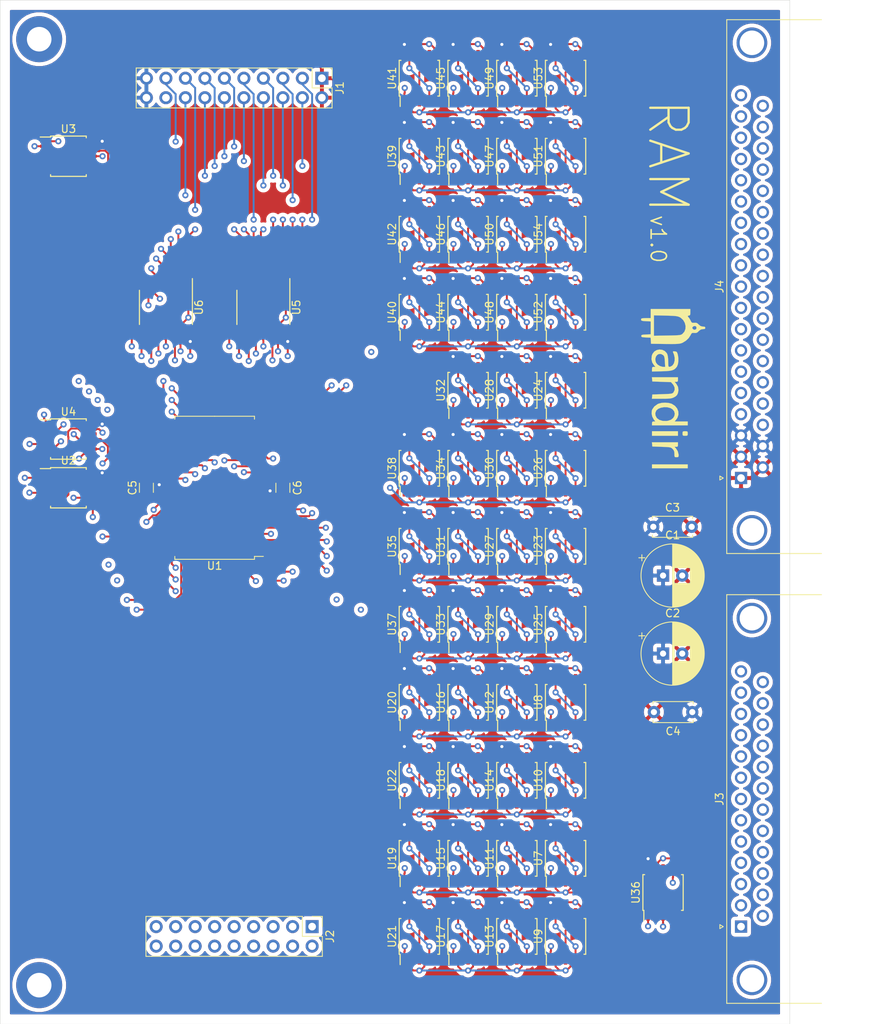
<source format=kicad_pcb>
(kicad_pcb (version 20171130) (host pcbnew 5.1.5-52549c5~84~ubuntu18.04.1)
  (layers (0 F.Cu signal) (1 In1.Cu signal) (2 In2.Cu signal) (31 B.Cu signal) (34 B.Paste user) (35 F.Paste user) (36 B.SilkS user) (37 F.SilkS user) (38 B.Mask user) (39 F.Mask user) (44 Edge.Cuts user))
  (net 0 "")
  (net 1 GND)
  (net 2 +3V3)
  (net 3 addr_1)
  (net 4 addr_3)
  (net 5 addr_5)
  (net 6 addr_7)
  (net 7 addr_9)
  (net 8 addr_11)
  (net 9 addr_13)
  (net 10 addr_0)
  (net 11 addr_2)
  (net 12 addr_4)
  (net 13 addr_6)
  (net 14 addr_8)
  (net 15 addr_10)
  (net 16 addr_12)
  (net 17 addr_14)
  (net 18 load)
  (net 19 a14)
  (net 20 a13)
  (net 21 a12)
  (net 22 a11)
  (net 23 a10)
  (net 24 a9)
  (net 25 a8)
  (net 26 a7)
  (net 27 a6)
  (net 28 a5)
  (net 29 a4)
  (net 30 a3)
  (net 31 a2)
  (net 32 a1)
  (net 33 a0)
  (net 34 clk_b)
  (net 35 clk_a)
  (net 36 io_15)
  (net 37 io_14)
  (net 38 io_13)
  (net 39 io_12)
  (net 40 io_11)
  (net 41 io_10)
  (net 42 io_9)
  (net 43 io_8)
  (net 44 io_7)
  (net 45 io_6)
  (net 46 io_5)
  (net 47 io_4)
  (net 48 io_3)
  (net 49 io_2)
  (net 50 io_1)
  (net 51 io_0)
  (net 52 out_14)
  (net 53 out_12)
  (net 54 out_10)
  (net 55 out_8)
  (net 56 out_6)
  (net 57 out_4)
  (net 58 out_2)
  (net 59 out_0)
  (net 60 "Net-(J3-Pad16)")
  (net 61 "Net-(J3-Pad15)")
  (net 62 "Net-(J3-Pad14)")
  (net 63 out_15)
  (net 64 out_13)
  (net 65 out_11)
  (net 66 out_9)
  (net 67 out_7)
  (net 68 out_5)
  (net 69 out_3)
  (net 70 out_1)
  (net 71 load_in)
  (net 72 "Net-(J3-Pad3)")
  (net 73 "Net-(J3-Pad2)")
  (net 74 "Net-(J3-Pad1)")
  (net 75 in_1)
  (net 76 in_3)
  (net 77 in_5)
  (net 78 in_7)
  (net 79 in_9)
  (net 80 in_11)
  (net 81 in_13)
  (net 82 in_15)
  (net 83 in_0)
  (net 84 in_2)
  (net 85 in_4)
  (net 86 in_6)
  (net 87 in_8)
  (net 88 in_10)
  (net 89 in_12)
  (net 90 in_14)
  (net 91 "Net-(J4-Pad11)")
  (net 92 ram_oe)
  (net 93 "Net-(U1-Pad28)")
  (net 94 "Net-(U1-Pad23)")
  (net 95 "Net-(U1-Pad22)")
  (net 96 ram_we)
  (net 97 "Net-(U2-Pad12)")
  (net 98 "Net-(U2-Pad10)")
  (net 99 "Net-(U2-Pad8)")
  (net 100 /not_a14)
  (net 101 "Net-(U3-Pad12)")
  (net 102 inbuf_en)
  (net 103 "Net-(U3-Pad10)")
  (net 104 "Net-(U3-Pad6)")
  (net 105 "Net-(U3-Pad5)")
  (net 106 "Net-(U3-Pad4)")
  (net 107 latch_en)
  (net 108 "Net-(U4-Pad10)")
  (net 109 /input_latch/out7)
  (net 110 /input_latch/out6)
  (net 111 /input_latch/out5)
  (net 112 /input_latch/out4)
  (net 113 /input_latch/out3)
  (net 114 /input_latch/out2)
  (net 115 /input_latch/out1)
  (net 116 /input_latch/out0)
  (net 117 /input_latch/out15)
  (net 118 /input_latch/out14)
  (net 119 /input_latch/out13)
  (net 120 /input_latch/out12)
  (net 121 /input_latch/out11)
  (net 122 /input_latch/out10)
  (net 123 /input_latch/out9)
  (net 124 /input_latch/out8)
  (net 125 "Net-(U7-Pad13)")
  (net 126 "Net-(U7-Pad10)")
  (net 127 "Net-(U7-Pad3)")
  (net 128 "Net-(U8-Pad13)")
  (net 129 "Net-(U8-Pad10)")
  (net 130 "Net-(U8-Pad3)")
  (net 131 "Net-(U9-Pad13)")
  (net 132 "Net-(U9-Pad10)")
  (net 133 "Net-(U9-Pad3)")
  (net 134 "Net-(U10-Pad13)")
  (net 135 "Net-(U10-Pad10)")
  (net 136 "Net-(U10-Pad3)")
  (net 137 "Net-(U11-Pad13)")
  (net 138 "Net-(U11-Pad10)")
  (net 139 "Net-(U11-Pad3)")
  (net 140 "Net-(U12-Pad13)")
  (net 141 "Net-(U12-Pad10)")
  (net 142 "Net-(U12-Pad3)")
  (net 143 "Net-(U13-Pad13)")
  (net 144 "Net-(U13-Pad10)")
  (net 145 "Net-(U13-Pad3)")
  (net 146 "Net-(U14-Pad13)")
  (net 147 "Net-(U14-Pad10)")
  (net 148 "Net-(U14-Pad3)")
  (net 149 "Net-(U15-Pad13)")
  (net 150 "Net-(U15-Pad10)")
  (net 151 "Net-(U15-Pad3)")
  (net 152 "Net-(U16-Pad13)")
  (net 153 "Net-(U16-Pad10)")
  (net 154 "Net-(U16-Pad3)")
  (net 155 "Net-(U17-Pad13)")
  (net 156 "Net-(U17-Pad10)")
  (net 157 "Net-(U17-Pad3)")
  (net 158 "Net-(U18-Pad13)")
  (net 159 "Net-(U18-Pad10)")
  (net 160 "Net-(U18-Pad3)")
  (net 161 "Net-(U19-Pad13)")
  (net 162 "Net-(U19-Pad10)")
  (net 163 "Net-(U19-Pad3)")
  (net 164 "Net-(U20-Pad13)")
  (net 165 "Net-(U20-Pad10)")
  (net 166 "Net-(U20-Pad3)")
  (net 167 "Net-(U21-Pad13)")
  (net 168 "Net-(U21-Pad10)")
  (net 169 "Net-(U21-Pad3)")
  (net 170 "Net-(U22-Pad13)")
  (net 171 "Net-(U22-Pad10)")
  (net 172 "Net-(U22-Pad3)")
  (net 173 "Net-(U23-Pad13)")
  (net 174 "Net-(U23-Pad10)")
  (net 175 "Net-(U23-Pad3)")
  (net 176 "Net-(U24-Pad13)")
  (net 177 "Net-(U24-Pad10)")
  (net 178 "Net-(U24-Pad3)")
  (net 179 "Net-(U25-Pad13)")
  (net 180 "Net-(U25-Pad10)")
  (net 181 "Net-(U25-Pad3)")
  (net 182 "Net-(U26-Pad13)")
  (net 183 "Net-(U26-Pad10)")
  (net 184 "Net-(U26-Pad3)")
  (net 185 "Net-(U27-Pad13)")
  (net 186 "Net-(U27-Pad10)")
  (net 187 "Net-(U27-Pad3)")
  (net 188 "Net-(U28-Pad13)")
  (net 189 "Net-(U28-Pad10)")
  (net 190 "Net-(U28-Pad3)")
  (net 191 "Net-(U29-Pad13)")
  (net 192 "Net-(U29-Pad10)")
  (net 193 "Net-(U29-Pad3)")
  (net 194 "Net-(U30-Pad13)")
  (net 195 "Net-(U30-Pad10)")
  (net 196 "Net-(U30-Pad3)")
  (net 197 "Net-(U31-Pad13)")
  (net 198 "Net-(U31-Pad10)")
  (net 199 "Net-(U31-Pad3)")
  (net 200 "Net-(U32-Pad13)")
  (net 201 "Net-(U32-Pad10)")
  (net 202 "Net-(U32-Pad3)")
  (net 203 "Net-(U33-Pad13)")
  (net 204 "Net-(U33-Pad10)")
  (net 205 "Net-(U33-Pad3)")
  (net 206 "Net-(U34-Pad13)")
  (net 207 "Net-(U34-Pad10)")
  (net 208 "Net-(U34-Pad3)")
  (net 209 "Net-(U35-Pad13)")
  (net 210 "Net-(U35-Pad10)")
  (net 211 "Net-(U35-Pad3)")
  (net 212 "Net-(U36-Pad13)")
  (net 213 "Net-(U36-Pad10)")
  (net 214 "Net-(U36-Pad3)")
  (net 215 "Net-(U37-Pad13)")
  (net 216 "Net-(U37-Pad10)")
  (net 217 "Net-(U37-Pad3)")
  (net 218 "Net-(U38-Pad13)")
  (net 219 "Net-(U38-Pad10)")
  (net 220 "Net-(U38-Pad3)")
  (net 221 "Net-(U39-Pad13)")
  (net 222 "Net-(U39-Pad10)")
  (net 223 "Net-(U39-Pad3)")
  (net 224 "Net-(U40-Pad13)")
  (net 225 "Net-(U40-Pad10)")
  (net 226 "Net-(U40-Pad3)")
  (net 227 "Net-(U41-Pad13)")
  (net 228 "Net-(U41-Pad10)")
  (net 229 "Net-(U41-Pad3)")
  (net 230 "Net-(U42-Pad13)")
  (net 231 "Net-(U42-Pad10)")
  (net 232 "Net-(U42-Pad3)")
  (net 233 "Net-(U43-Pad13)")
  (net 234 "Net-(U43-Pad10)")
  (net 235 "Net-(U43-Pad3)")
  (net 236 "Net-(U44-Pad13)")
  (net 237 "Net-(U44-Pad10)")
  (net 238 "Net-(U44-Pad3)")
  (net 239 "Net-(U45-Pad13)")
  (net 240 "Net-(U45-Pad10)")
  (net 241 "Net-(U45-Pad3)")
  (net 242 "Net-(U46-Pad13)")
  (net 243 "Net-(U46-Pad10)")
  (net 244 "Net-(U46-Pad3)")
  (net 245 "Net-(U47-Pad13)")
  (net 246 "Net-(U47-Pad10)")
  (net 247 "Net-(U47-Pad3)")
  (net 248 "Net-(U48-Pad13)")
  (net 249 "Net-(U48-Pad10)")
  (net 250 "Net-(U48-Pad3)")
  (net 251 "Net-(U49-Pad13)")
  (net 252 "Net-(U49-Pad10)")
  (net 253 "Net-(U49-Pad3)")
  (net 254 "Net-(U50-Pad13)")
  (net 255 "Net-(U50-Pad10)")
  (net 256 "Net-(U50-Pad3)")
  (net 257 "Net-(U51-Pad13)")
  (net 258 "Net-(U51-Pad10)")
  (net 259 "Net-(U51-Pad3)")
  (net 260 "Net-(U52-Pad13)")
  (net 261 "Net-(U52-Pad10)")
  (net 262 "Net-(U52-Pad3)")
  (net 263 "Net-(U53-Pad13)")
  (net 264 "Net-(U53-Pad10)")
  (net 265 "Net-(U53-Pad3)")
  (net 266 "Net-(U54-Pad13)")
  (net 267 "Net-(U54-Pad10)")
  (net 268 "Net-(U54-Pad3)")
  (module "nandirl logo:logo_sm" (layer F.Cu) (at 224.79 16.51 270)
    (fp_text reference G*** hide)
    (fp_text value LOGO hide)
  )
  (module Connector_Dsub:DSUB-37_Male_Horizontal_P2.77x2.84mm_EdgePinOffset7.70mm_Housed_MountingHolesOffset9.12mm (layer F.Cu) (at 233.68 27.94 90)
    (fp_text reference J4 (at 24.93 -2.8 90) (layer F.SilkS))
    (fp_text value DB37_Male)
    (pad 0 thru_hole circle (at 56.68 1.42 90) (size 4 4) (drill 3.2) (layers *.Cu *.Mask))
    (pad 0 thru_hole circle (at -6.82 1.42 90) (size 4 4) (drill 3.2) (layers *.Cu *.Mask))
    (pad 37 thru_hole circle (at 48.475 2.84 90) (size 1.6 1.6) (drill 1) (layers *.Cu *.Mask) (net 75 in_1))
    (pad 36 thru_hole circle (at 45.705 2.84 90) (size 1.6 1.6) (drill 1) (layers *.Cu *.Mask) (net 76 in_3))
    (pad 35 thru_hole circle (at 42.935 2.84 90) (size 1.6 1.6) (drill 1) (layers *.Cu *.Mask) (net 77 in_5))
    (pad 34 thru_hole circle (at 40.165 2.84 90) (size 1.6 1.6) (drill 1) (layers *.Cu *.Mask) (net 78 in_7))
    (pad 33 thru_hole circle (at 37.395 2.84 90) (size 1.6 1.6) (drill 1) (layers *.Cu *.Mask) (net 79 in_9))
    (pad 32 thru_hole circle (at 34.625 2.84 90) (size 1.6 1.6) (drill 1) (layers *.Cu *.Mask) (net 80 in_11))
    (pad 31 thru_hole circle (at 31.855 2.84 90) (size 1.6 1.6) (drill 1) (layers *.Cu *.Mask) (net 81 in_13))
    (pad 30 thru_hole circle (at 29.085 2.84 90) (size 1.6 1.6) (drill 1) (layers *.Cu *.Mask) (net 82 in_15))
    (pad 29 thru_hole circle (at 26.315 2.84 90) (size 1.6 1.6) (drill 1) (layers *.Cu *.Mask) (net 17 addr_14))
    (pad 28 thru_hole circle (at 23.545 2.84 90) (size 1.6 1.6) (drill 1) (layers *.Cu *.Mask) (net 16 addr_12))
    (pad 27 thru_hole circle (at 20.775 2.84 90) (size 1.6 1.6) (drill 1) (layers *.Cu *.Mask) (net 15 addr_10))
    (pad 26 thru_hole circle (at 18.005 2.84 90) (size 1.6 1.6) (drill 1) (layers *.Cu *.Mask) (net 14 addr_8))
    (pad 25 thru_hole circle (at 15.235 2.84 90) (size 1.6 1.6) (drill 1) (layers *.Cu *.Mask) (net 13 addr_6))
    (pad 24 thru_hole circle (at 12.465 2.84 90) (size 1.6 1.6) (drill 1) (layers *.Cu *.Mask) (net 12 addr_4))
    (pad 23 thru_hole circle (at 9.695 2.84 90) (size 1.6 1.6) (drill 1) (layers *.Cu *.Mask) (net 11 addr_2))
    (pad 22 thru_hole circle (at 6.925 2.84 90) (size 1.6 1.6) (drill 1) (layers *.Cu *.Mask) (net 10 addr_0))
    (pad 21 thru_hole circle (at 4.155 2.84 90) (size 1.6 1.6) (drill 1) (layers *.Cu *.Mask) (net 2 +3V3))
    (pad 20 thru_hole circle (at 1.385 2.84 90) (size 1.6 1.6) (drill 1) (layers *.Cu *.Mask) (net 1 GND))
    (pad 19 thru_hole circle (at 49.86 0 90) (size 1.6 1.6) (drill 1) (layers *.Cu *.Mask) (net 83 in_0))
    (pad 18 thru_hole circle (at 47.09 0 90) (size 1.6 1.6) (drill 1) (layers *.Cu *.Mask) (net 84 in_2))
    (pad 17 thru_hole circle (at 44.32 0 90) (size 1.6 1.6) (drill 1) (layers *.Cu *.Mask) (net 85 in_4))
    (pad 16 thru_hole circle (at 41.55 0 90) (size 1.6 1.6) (drill 1) (layers *.Cu *.Mask) (net 86 in_6))
    (pad 15 thru_hole circle (at 38.78 0 90) (size 1.6 1.6) (drill 1) (layers *.Cu *.Mask) (net 87 in_8))
    (pad 14 thru_hole circle (at 36.01 0 90) (size 1.6 1.6) (drill 1) (layers *.Cu *.Mask) (net 88 in_10))
    (pad 13 thru_hole circle (at 33.24 0 90) (size 1.6 1.6) (drill 1) (layers *.Cu *.Mask) (net 89 in_12))
    (pad 12 thru_hole circle (at 30.47 0 90) (size 1.6 1.6) (drill 1) (layers *.Cu *.Mask) (net 90 in_14))
    (pad 11 thru_hole circle (at 27.7 0 90) (size 1.6 1.6) (drill 1) (layers *.Cu *.Mask) (net 91 "Net-(J4-Pad11)"))
    (pad 10 thru_hole circle (at 24.93 0 90) (size 1.6 1.6) (drill 1) (layers *.Cu *.Mask) (net 9 addr_13))
    (pad 9 thru_hole circle (at 22.16 0 90) (size 1.6 1.6) (drill 1) (layers *.Cu *.Mask) (net 8 addr_11))
    (pad 8 thru_hole circle (at 19.39 0 90) (size 1.6 1.6) (drill 1) (layers *.Cu *.Mask) (net 7 addr_9))
    (pad 7 thru_hole circle (at 16.62 0 90) (size 1.6 1.6) (drill 1) (layers *.Cu *.Mask) (net 6 addr_7))
    (pad 6 thru_hole circle (at 13.85 0 90) (size 1.6 1.6) (drill 1) (layers *.Cu *.Mask) (net 5 addr_5))
    (pad 5 thru_hole circle (at 11.08 0 90) (size 1.6 1.6) (drill 1) (layers *.Cu *.Mask) (net 4 addr_3))
    (pad 4 thru_hole circle (at 8.31 0 90) (size 1.6 1.6) (drill 1) (layers *.Cu *.Mask) (net 3 addr_1))
    (pad 3 thru_hole circle (at 5.54 0 90) (size 1.6 1.6) (drill 1) (layers *.Cu *.Mask) (net 2 +3V3))
    (pad 2 thru_hole circle (at 2.77 0 90) (size 1.6 1.6) (drill 1) (layers *.Cu *.Mask) (net 1 GND))
    (pad 1 thru_hole rect (at 0 0 90) (size 1.6 1.6) (drill 1) (layers *.Cu *.Mask) (net 1 GND))
  )
  (module Connector_Dsub:DSUB-25_Male_Horizontal_P2.77x2.84mm_EdgePinOffset7.70mm_Housed_MountingHolesOffset9.12mm (layer F.Cu) (at 233.68 86.36 90)
    (fp_text reference J3 (at 16.62 -2.8 90) (layer F.SilkS))
    (fp_text value DB25_Male)
    (pad 0 thru_hole circle (at 40.17 1.42 90) (size 4 4) (drill 3.2) (layers *.Cu *.Mask))
    (pad 0 thru_hole circle (at -6.93 1.42 90) (size 4 4) (drill 3.2) (layers *.Cu *.Mask))
    (pad 25 thru_hole circle (at 31.855 2.84 90) (size 1.6 1.6) (drill 1) (layers *.Cu *.Mask) (net 52 out_14))
    (pad 24 thru_hole circle (at 29.085 2.84 90) (size 1.6 1.6) (drill 1) (layers *.Cu *.Mask) (net 53 out_12))
    (pad 23 thru_hole circle (at 26.315 2.84 90) (size 1.6 1.6) (drill 1) (layers *.Cu *.Mask) (net 54 out_10))
    (pad 22 thru_hole circle (at 23.545 2.84 90) (size 1.6 1.6) (drill 1) (layers *.Cu *.Mask) (net 55 out_8))
    (pad 21 thru_hole circle (at 20.775 2.84 90) (size 1.6 1.6) (drill 1) (layers *.Cu *.Mask) (net 56 out_6))
    (pad 20 thru_hole circle (at 18.005 2.84 90) (size 1.6 1.6) (drill 1) (layers *.Cu *.Mask) (net 57 out_4))
    (pad 19 thru_hole circle (at 15.235 2.84 90) (size 1.6 1.6) (drill 1) (layers *.Cu *.Mask) (net 58 out_2))
    (pad 18 thru_hole circle (at 12.465 2.84 90) (size 1.6 1.6) (drill 1) (layers *.Cu *.Mask) (net 59 out_0))
    (pad 17 thru_hole circle (at 9.695 2.84 90) (size 1.6 1.6) (drill 1) (layers *.Cu *.Mask) (net 35 clk_a))
    (pad 16 thru_hole circle (at 6.925 2.84 90) (size 1.6 1.6) (drill 1) (layers *.Cu *.Mask) (net 60 "Net-(J3-Pad16)"))
    (pad 15 thru_hole circle (at 4.155 2.84 90) (size 1.6 1.6) (drill 1) (layers *.Cu *.Mask) (net 61 "Net-(J3-Pad15)"))
    (pad 14 thru_hole circle (at 1.385 2.84 90) (size 1.6 1.6) (drill 1) (layers *.Cu *.Mask) (net 62 "Net-(J3-Pad14)"))
    (pad 13 thru_hole circle (at 33.24 0 90) (size 1.6 1.6) (drill 1) (layers *.Cu *.Mask) (net 63 out_15))
    (pad 12 thru_hole circle (at 30.47 0 90) (size 1.6 1.6) (drill 1) (layers *.Cu *.Mask) (net 64 out_13))
    (pad 11 thru_hole circle (at 27.7 0 90) (size 1.6 1.6) (drill 1) (layers *.Cu *.Mask) (net 65 out_11))
    (pad 10 thru_hole circle (at 24.93 0 90) (size 1.6 1.6) (drill 1) (layers *.Cu *.Mask) (net 66 out_9))
    (pad 9 thru_hole circle (at 22.16 0 90) (size 1.6 1.6) (drill 1) (layers *.Cu *.Mask) (net 67 out_7))
    (pad 8 thru_hole circle (at 19.39 0 90) (size 1.6 1.6) (drill 1) (layers *.Cu *.Mask) (net 68 out_5))
    (pad 7 thru_hole circle (at 16.62 0 90) (size 1.6 1.6) (drill 1) (layers *.Cu *.Mask) (net 69 out_3))
    (pad 6 thru_hole circle (at 13.85 0 90) (size 1.6 1.6) (drill 1) (layers *.Cu *.Mask) (net 70 out_1))
    (pad 5 thru_hole circle (at 11.08 0 90) (size 1.6 1.6) (drill 1) (layers *.Cu *.Mask) (net 34 clk_b))
    (pad 4 thru_hole circle (at 8.31 0 90) (size 1.6 1.6) (drill 1) (layers *.Cu *.Mask) (net 71 load_in))
    (pad 3 thru_hole circle (at 5.54 0 90) (size 1.6 1.6) (drill 1) (layers *.Cu *.Mask) (net 72 "Net-(J3-Pad3)"))
    (pad 2 thru_hole circle (at 2.77 0 90) (size 1.6 1.6) (drill 1) (layers *.Cu *.Mask) (net 73 "Net-(J3-Pad2)"))
    (pad 1 thru_hole rect (at 0 0 90) (size 1.6 1.6) (drill 1) (layers *.Cu *.Mask) (net 74 "Net-(J3-Pad1)"))
  )
  (module Capacitor_SMD:C_1206_3216Metric (layer F.Cu) (at 173.99 29.21 90)
    (fp_text reference C6 (at 0 1.905 90) (layer F.SilkS))
    (fp_text value 0.1uF)
    (pad 2 smd roundrect (at 1.4 0 90) (size 1.25 1.75) (layers F.Cu F.Paste F.Mask) (roundrect_rratio 0.2) (net 1 GND))
    (pad 1 smd roundrect (at -1.4 0 90) (size 1.25 1.75) (layers F.Cu F.Paste F.Mask) (roundrect_rratio 0.2) (net 2 +3V3))
  )
  (module Capacitor_SMD:C_1206_3216Metric (layer F.Cu) (at 156.21 29.21 90)
    (fp_text reference C5 (at 0 -1.82 90) (layer F.SilkS))
    (fp_text value 0.1uF)
    (pad 2 smd roundrect (at 1.4 0 90) (size 1.25 1.75) (layers F.Cu F.Paste F.Mask) (roundrect_rratio 0.2) (net 2 +3V3))
    (pad 1 smd roundrect (at -1.4 0 90) (size 1.25 1.75) (layers F.Cu F.Paste F.Mask) (roundrect_rratio 0.2) (net 1 GND))
  )
  (module Package_SO:TSSOP-14_4.4x5mm_P0.65mm (layer F.Cu) (at 210.82 -3.81 90)
    (fp_text reference U54 (at 0 -3.55 90) (layer F.SilkS))
    (fp_text value SN74HCS00PWR)
    (pad 14 smd rect (at 2.95 -1.95 90) (size 1.45 0.45) (layers F.Cu F.Paste F.Mask) (net 2 +3V3))
    (pad 13 smd rect (at 2.95 -1.3 90) (size 1.45 0.45) (layers F.Cu F.Paste F.Mask) (net 266 "Net-(U54-Pad13)"))
    (pad 12 smd rect (at 2.95 -0.65 90) (size 1.45 0.45) (layers F.Cu F.Paste F.Mask) (net 121 /input_latch/out11))
    (pad 11 smd rect (at 2.95 0 90) (size 1.45 0.45) (layers F.Cu F.Paste F.Mask) (net 267 "Net-(U54-Pad10)"))
    (pad 10 smd rect (at 2.95 0.65 90) (size 1.45 0.45) (layers F.Cu F.Paste F.Mask) (net 267 "Net-(U54-Pad10)"))
    (pad 9 smd rect (at 2.95 1.3 90) (size 1.45 0.45) (layers F.Cu F.Paste F.Mask) (net 268 "Net-(U54-Pad3)"))
    (pad 8 smd rect (at 2.95 1.95 90) (size 1.45 0.45) (layers F.Cu F.Paste F.Mask) (net 121 /input_latch/out11))
    (pad 7 smd rect (at -2.95 1.95 90) (size 1.45 0.45) (layers F.Cu F.Paste F.Mask) (net 1 GND))
    (pad 6 smd rect (at -2.95 1.3 90) (size 1.45 0.45) (layers F.Cu F.Paste F.Mask) (net 266 "Net-(U54-Pad13)"))
    (pad 5 smd rect (at -2.95 0.65 90) (size 1.45 0.45) (layers F.Cu F.Paste F.Mask) (net 107 latch_en))
    (pad 4 smd rect (at -2.95 0 90) (size 1.45 0.45) (layers F.Cu F.Paste F.Mask) (net 268 "Net-(U54-Pad3)"))
    (pad 3 smd rect (at -2.95 -0.65 90) (size 1.45 0.45) (layers F.Cu F.Paste F.Mask) (net 268 "Net-(U54-Pad3)"))
    (pad 2 smd rect (at -2.95 -1.3 90) (size 1.45 0.45) (layers F.Cu F.Paste F.Mask) (net 107 latch_en))
    (pad 1 smd rect (at -2.95 -1.95 90) (size 1.45 0.45) (layers F.Cu F.Paste F.Mask) (net 80 in_11))
  )
  (module Package_SO:TSSOP-14_4.4x5mm_P0.65mm (layer F.Cu) (at 210.82 -24.13 90)
    (fp_text reference U53 (at 0 -3.55 90) (layer F.SilkS))
    (fp_text value SN74HCS00PWR)
    (pad 14 smd rect (at 2.95 -1.95 90) (size 1.45 0.45) (layers F.Cu F.Paste F.Mask) (net 2 +3V3))
    (pad 13 smd rect (at 2.95 -1.3 90) (size 1.45 0.45) (layers F.Cu F.Paste F.Mask) (net 263 "Net-(U53-Pad13)"))
    (pad 12 smd rect (at 2.95 -0.65 90) (size 1.45 0.45) (layers F.Cu F.Paste F.Mask) (net 113 /input_latch/out3))
    (pad 11 smd rect (at 2.95 0 90) (size 1.45 0.45) (layers F.Cu F.Paste F.Mask) (net 264 "Net-(U53-Pad10)"))
    (pad 10 smd rect (at 2.95 0.65 90) (size 1.45 0.45) (layers F.Cu F.Paste F.Mask) (net 264 "Net-(U53-Pad10)"))
    (pad 9 smd rect (at 2.95 1.3 90) (size 1.45 0.45) (layers F.Cu F.Paste F.Mask) (net 265 "Net-(U53-Pad3)"))
    (pad 8 smd rect (at 2.95 1.95 90) (size 1.45 0.45) (layers F.Cu F.Paste F.Mask) (net 113 /input_latch/out3))
    (pad 7 smd rect (at -2.95 1.95 90) (size 1.45 0.45) (layers F.Cu F.Paste F.Mask) (net 1 GND))
    (pad 6 smd rect (at -2.95 1.3 90) (size 1.45 0.45) (layers F.Cu F.Paste F.Mask) (net 263 "Net-(U53-Pad13)"))
    (pad 5 smd rect (at -2.95 0.65 90) (size 1.45 0.45) (layers F.Cu F.Paste F.Mask) (net 107 latch_en))
    (pad 4 smd rect (at -2.95 0 90) (size 1.45 0.45) (layers F.Cu F.Paste F.Mask) (net 265 "Net-(U53-Pad3)"))
    (pad 3 smd rect (at -2.95 -0.65 90) (size 1.45 0.45) (layers F.Cu F.Paste F.Mask) (net 265 "Net-(U53-Pad3)"))
    (pad 2 smd rect (at -2.95 -1.3 90) (size 1.45 0.45) (layers F.Cu F.Paste F.Mask) (net 107 latch_en))
    (pad 1 smd rect (at -2.95 -1.95 90) (size 1.45 0.45) (layers F.Cu F.Paste F.Mask) (net 76 in_3))
  )
  (module Package_SO:TSSOP-14_4.4x5mm_P0.65mm (layer F.Cu) (at 210.82 6.35 90)
    (fp_text reference U52 (at 0 -3.55 90) (layer F.SilkS))
    (fp_text value SN74HCS00PWR)
    (pad 14 smd rect (at 2.95 -1.95 90) (size 1.45 0.45) (layers F.Cu F.Paste F.Mask) (net 2 +3V3))
    (pad 13 smd rect (at 2.95 -1.3 90) (size 1.45 0.45) (layers F.Cu F.Paste F.Mask) (net 260 "Net-(U52-Pad13)"))
    (pad 12 smd rect (at 2.95 -0.65 90) (size 1.45 0.45) (layers F.Cu F.Paste F.Mask) (net 117 /input_latch/out15))
    (pad 11 smd rect (at 2.95 0 90) (size 1.45 0.45) (layers F.Cu F.Paste F.Mask) (net 261 "Net-(U52-Pad10)"))
    (pad 10 smd rect (at 2.95 0.65 90) (size 1.45 0.45) (layers F.Cu F.Paste F.Mask) (net 261 "Net-(U52-Pad10)"))
    (pad 9 smd rect (at 2.95 1.3 90) (size 1.45 0.45) (layers F.Cu F.Paste F.Mask) (net 262 "Net-(U52-Pad3)"))
    (pad 8 smd rect (at 2.95 1.95 90) (size 1.45 0.45) (layers F.Cu F.Paste F.Mask) (net 117 /input_latch/out15))
    (pad 7 smd rect (at -2.95 1.95 90) (size 1.45 0.45) (layers F.Cu F.Paste F.Mask) (net 1 GND))
    (pad 6 smd rect (at -2.95 1.3 90) (size 1.45 0.45) (layers F.Cu F.Paste F.Mask) (net 260 "Net-(U52-Pad13)"))
    (pad 5 smd rect (at -2.95 0.65 90) (size 1.45 0.45) (layers F.Cu F.Paste F.Mask) (net 107 latch_en))
    (pad 4 smd rect (at -2.95 0 90) (size 1.45 0.45) (layers F.Cu F.Paste F.Mask) (net 262 "Net-(U52-Pad3)"))
    (pad 3 smd rect (at -2.95 -0.65 90) (size 1.45 0.45) (layers F.Cu F.Paste F.Mask) (net 262 "Net-(U52-Pad3)"))
    (pad 2 smd rect (at -2.95 -1.3 90) (size 1.45 0.45) (layers F.Cu F.Paste F.Mask) (net 107 latch_en))
    (pad 1 smd rect (at -2.95 -1.95 90) (size 1.45 0.45) (layers F.Cu F.Paste F.Mask) (net 82 in_15))
  )
  (module Package_SO:TSSOP-14_4.4x5mm_P0.65mm (layer F.Cu) (at 210.82 -13.97 90)
    (fp_text reference U51 (at 0 -3.55 90) (layer F.SilkS))
    (fp_text value SN74HCS00PWR)
    (pad 14 smd rect (at 2.95 -1.95 90) (size 1.45 0.45) (layers F.Cu F.Paste F.Mask) (net 2 +3V3))
    (pad 13 smd rect (at 2.95 -1.3 90) (size 1.45 0.45) (layers F.Cu F.Paste F.Mask) (net 257 "Net-(U51-Pad13)"))
    (pad 12 smd rect (at 2.95 -0.65 90) (size 1.45 0.45) (layers F.Cu F.Paste F.Mask) (net 109 /input_latch/out7))
    (pad 11 smd rect (at 2.95 0 90) (size 1.45 0.45) (layers F.Cu F.Paste F.Mask) (net 258 "Net-(U51-Pad10)"))
    (pad 10 smd rect (at 2.95 0.65 90) (size 1.45 0.45) (layers F.Cu F.Paste F.Mask) (net 258 "Net-(U51-Pad10)"))
    (pad 9 smd rect (at 2.95 1.3 90) (size 1.45 0.45) (layers F.Cu F.Paste F.Mask) (net 259 "Net-(U51-Pad3)"))
    (pad 8 smd rect (at 2.95 1.95 90) (size 1.45 0.45) (layers F.Cu F.Paste F.Mask) (net 109 /input_latch/out7))
    (pad 7 smd rect (at -2.95 1.95 90) (size 1.45 0.45) (layers F.Cu F.Paste F.Mask) (net 1 GND))
    (pad 6 smd rect (at -2.95 1.3 90) (size 1.45 0.45) (layers F.Cu F.Paste F.Mask) (net 257 "Net-(U51-Pad13)"))
    (pad 5 smd rect (at -2.95 0.65 90) (size 1.45 0.45) (layers F.Cu F.Paste F.Mask) (net 107 latch_en))
    (pad 4 smd rect (at -2.95 0 90) (size 1.45 0.45) (layers F.Cu F.Paste F.Mask) (net 259 "Net-(U51-Pad3)"))
    (pad 3 smd rect (at -2.95 -0.65 90) (size 1.45 0.45) (layers F.Cu F.Paste F.Mask) (net 259 "Net-(U51-Pad3)"))
    (pad 2 smd rect (at -2.95 -1.3 90) (size 1.45 0.45) (layers F.Cu F.Paste F.Mask) (net 107 latch_en))
    (pad 1 smd rect (at -2.95 -1.95 90) (size 1.45 0.45) (layers F.Cu F.Paste F.Mask) (net 78 in_7))
  )
  (module Package_SO:TSSOP-14_4.4x5mm_P0.65mm (layer F.Cu) (at 204.47 -3.81 90)
    (fp_text reference U50 (at 0 -3.55 90) (layer F.SilkS))
    (fp_text value SN74HCS00PWR)
    (pad 14 smd rect (at 2.95 -1.95 90) (size 1.45 0.45) (layers F.Cu F.Paste F.Mask) (net 2 +3V3))
    (pad 13 smd rect (at 2.95 -1.3 90) (size 1.45 0.45) (layers F.Cu F.Paste F.Mask) (net 254 "Net-(U50-Pad13)"))
    (pad 12 smd rect (at 2.95 -0.65 90) (size 1.45 0.45) (layers F.Cu F.Paste F.Mask) (net 122 /input_latch/out10))
    (pad 11 smd rect (at 2.95 0 90) (size 1.45 0.45) (layers F.Cu F.Paste F.Mask) (net 255 "Net-(U50-Pad10)"))
    (pad 10 smd rect (at 2.95 0.65 90) (size 1.45 0.45) (layers F.Cu F.Paste F.Mask) (net 255 "Net-(U50-Pad10)"))
    (pad 9 smd rect (at 2.95 1.3 90) (size 1.45 0.45) (layers F.Cu F.Paste F.Mask) (net 256 "Net-(U50-Pad3)"))
    (pad 8 smd rect (at 2.95 1.95 90) (size 1.45 0.45) (layers F.Cu F.Paste F.Mask) (net 122 /input_latch/out10))
    (pad 7 smd rect (at -2.95 1.95 90) (size 1.45 0.45) (layers F.Cu F.Paste F.Mask) (net 1 GND))
    (pad 6 smd rect (at -2.95 1.3 90) (size 1.45 0.45) (layers F.Cu F.Paste F.Mask) (net 254 "Net-(U50-Pad13)"))
    (pad 5 smd rect (at -2.95 0.65 90) (size 1.45 0.45) (layers F.Cu F.Paste F.Mask) (net 107 latch_en))
    (pad 4 smd rect (at -2.95 0 90) (size 1.45 0.45) (layers F.Cu F.Paste F.Mask) (net 256 "Net-(U50-Pad3)"))
    (pad 3 smd rect (at -2.95 -0.65 90) (size 1.45 0.45) (layers F.Cu F.Paste F.Mask) (net 256 "Net-(U50-Pad3)"))
    (pad 2 smd rect (at -2.95 -1.3 90) (size 1.45 0.45) (layers F.Cu F.Paste F.Mask) (net 107 latch_en))
    (pad 1 smd rect (at -2.95 -1.95 90) (size 1.45 0.45) (layers F.Cu F.Paste F.Mask) (net 88 in_10))
  )
  (module Package_SO:TSSOP-14_4.4x5mm_P0.65mm (layer F.Cu) (at 204.47 -24.13 90)
    (fp_text reference U49 (at 0 -3.55 90) (layer F.SilkS))
    (fp_text value SN74HCS00PWR)
    (pad 14 smd rect (at 2.95 -1.95 90) (size 1.45 0.45) (layers F.Cu F.Paste F.Mask) (net 2 +3V3))
    (pad 13 smd rect (at 2.95 -1.3 90) (size 1.45 0.45) (layers F.Cu F.Paste F.Mask) (net 251 "Net-(U49-Pad13)"))
    (pad 12 smd rect (at 2.95 -0.65 90) (size 1.45 0.45) (layers F.Cu F.Paste F.Mask) (net 114 /input_latch/out2))
    (pad 11 smd rect (at 2.95 0 90) (size 1.45 0.45) (layers F.Cu F.Paste F.Mask) (net 252 "Net-(U49-Pad10)"))
    (pad 10 smd rect (at 2.95 0.65 90) (size 1.45 0.45) (layers F.Cu F.Paste F.Mask) (net 252 "Net-(U49-Pad10)"))
    (pad 9 smd rect (at 2.95 1.3 90) (size 1.45 0.45) (layers F.Cu F.Paste F.Mask) (net 253 "Net-(U49-Pad3)"))
    (pad 8 smd rect (at 2.95 1.95 90) (size 1.45 0.45) (layers F.Cu F.Paste F.Mask) (net 114 /input_latch/out2))
    (pad 7 smd rect (at -2.95 1.95 90) (size 1.45 0.45) (layers F.Cu F.Paste F.Mask) (net 1 GND))
    (pad 6 smd rect (at -2.95 1.3 90) (size 1.45 0.45) (layers F.Cu F.Paste F.Mask) (net 251 "Net-(U49-Pad13)"))
    (pad 5 smd rect (at -2.95 0.65 90) (size 1.45 0.45) (layers F.Cu F.Paste F.Mask) (net 107 latch_en))
    (pad 4 smd rect (at -2.95 0 90) (size 1.45 0.45) (layers F.Cu F.Paste F.Mask) (net 253 "Net-(U49-Pad3)"))
    (pad 3 smd rect (at -2.95 -0.65 90) (size 1.45 0.45) (layers F.Cu F.Paste F.Mask) (net 253 "Net-(U49-Pad3)"))
    (pad 2 smd rect (at -2.95 -1.3 90) (size 1.45 0.45) (layers F.Cu F.Paste F.Mask) (net 107 latch_en))
    (pad 1 smd rect (at -2.95 -1.95 90) (size 1.45 0.45) (layers F.Cu F.Paste F.Mask) (net 84 in_2))
  )
  (module Package_SO:TSSOP-14_4.4x5mm_P0.65mm (layer F.Cu) (at 204.47 6.35 90)
    (fp_text reference U48 (at 0 -3.55 90) (layer F.SilkS))
    (fp_text value SN74HCS00PWR)
    (pad 14 smd rect (at 2.95 -1.95 90) (size 1.45 0.45) (layers F.Cu F.Paste F.Mask) (net 2 +3V3))
    (pad 13 smd rect (at 2.95 -1.3 90) (size 1.45 0.45) (layers F.Cu F.Paste F.Mask) (net 248 "Net-(U48-Pad13)"))
    (pad 12 smd rect (at 2.95 -0.65 90) (size 1.45 0.45) (layers F.Cu F.Paste F.Mask) (net 118 /input_latch/out14))
    (pad 11 smd rect (at 2.95 0 90) (size 1.45 0.45) (layers F.Cu F.Paste F.Mask) (net 249 "Net-(U48-Pad10)"))
    (pad 10 smd rect (at 2.95 0.65 90) (size 1.45 0.45) (layers F.Cu F.Paste F.Mask) (net 249 "Net-(U48-Pad10)"))
    (pad 9 smd rect (at 2.95 1.3 90) (size 1.45 0.45) (layers F.Cu F.Paste F.Mask) (net 250 "Net-(U48-Pad3)"))
    (pad 8 smd rect (at 2.95 1.95 90) (size 1.45 0.45) (layers F.Cu F.Paste F.Mask) (net 118 /input_latch/out14))
    (pad 7 smd rect (at -2.95 1.95 90) (size 1.45 0.45) (layers F.Cu F.Paste F.Mask) (net 1 GND))
    (pad 6 smd rect (at -2.95 1.3 90) (size 1.45 0.45) (layers F.Cu F.Paste F.Mask) (net 248 "Net-(U48-Pad13)"))
    (pad 5 smd rect (at -2.95 0.65 90) (size 1.45 0.45) (layers F.Cu F.Paste F.Mask) (net 107 latch_en))
    (pad 4 smd rect (at -2.95 0 90) (size 1.45 0.45) (layers F.Cu F.Paste F.Mask) (net 250 "Net-(U48-Pad3)"))
    (pad 3 smd rect (at -2.95 -0.65 90) (size 1.45 0.45) (layers F.Cu F.Paste F.Mask) (net 250 "Net-(U48-Pad3)"))
    (pad 2 smd rect (at -2.95 -1.3 90) (size 1.45 0.45) (layers F.Cu F.Paste F.Mask) (net 107 latch_en))
    (pad 1 smd rect (at -2.95 -1.95 90) (size 1.45 0.45) (layers F.Cu F.Paste F.Mask) (net 90 in_14))
  )
  (module Package_SO:TSSOP-14_4.4x5mm_P0.65mm (layer F.Cu) (at 204.47 -13.97 90)
    (fp_text reference U47 (at 0 -3.55 90) (layer F.SilkS))
    (fp_text value SN74HCS00PWR)
    (pad 14 smd rect (at 2.95 -1.95 90) (size 1.45 0.45) (layers F.Cu F.Paste F.Mask) (net 2 +3V3))
    (pad 13 smd rect (at 2.95 -1.3 90) (size 1.45 0.45) (layers F.Cu F.Paste F.Mask) (net 245 "Net-(U47-Pad13)"))
    (pad 12 smd rect (at 2.95 -0.65 90) (size 1.45 0.45) (layers F.Cu F.Paste F.Mask) (net 110 /input_latch/out6))
    (pad 11 smd rect (at 2.95 0 90) (size 1.45 0.45) (layers F.Cu F.Paste F.Mask) (net 246 "Net-(U47-Pad10)"))
    (pad 10 smd rect (at 2.95 0.65 90) (size 1.45 0.45) (layers F.Cu F.Paste F.Mask) (net 246 "Net-(U47-Pad10)"))
    (pad 9 smd rect (at 2.95 1.3 90) (size 1.45 0.45) (layers F.Cu F.Paste F.Mask) (net 247 "Net-(U47-Pad3)"))
    (pad 8 smd rect (at 2.95 1.95 90) (size 1.45 0.45) (layers F.Cu F.Paste F.Mask) (net 110 /input_latch/out6))
    (pad 7 smd rect (at -2.95 1.95 90) (size 1.45 0.45) (layers F.Cu F.Paste F.Mask) (net 1 GND))
    (pad 6 smd rect (at -2.95 1.3 90) (size 1.45 0.45) (layers F.Cu F.Paste F.Mask) (net 245 "Net-(U47-Pad13)"))
    (pad 5 smd rect (at -2.95 0.65 90) (size 1.45 0.45) (layers F.Cu F.Paste F.Mask) (net 107 latch_en))
    (pad 4 smd rect (at -2.95 0 90) (size 1.45 0.45) (layers F.Cu F.Paste F.Mask) (net 247 "Net-(U47-Pad3)"))
    (pad 3 smd rect (at -2.95 -0.65 90) (size 1.45 0.45) (layers F.Cu F.Paste F.Mask) (net 247 "Net-(U47-Pad3)"))
    (pad 2 smd rect (at -2.95 -1.3 90) (size 1.45 0.45) (layers F.Cu F.Paste F.Mask) (net 107 latch_en))
    (pad 1 smd rect (at -2.95 -1.95 90) (size 1.45 0.45) (layers F.Cu F.Paste F.Mask) (net 86 in_6))
  )
  (module Package_SO:TSSOP-14_4.4x5mm_P0.65mm (layer F.Cu) (at 198.12 -3.81 90)
    (fp_text reference U46 (at 0 -3.55 90) (layer F.SilkS))
    (fp_text value SN74HCS00PWR)
    (pad 14 smd rect (at 2.95 -1.95 90) (size 1.45 0.45) (layers F.Cu F.Paste F.Mask) (net 2 +3V3))
    (pad 13 smd rect (at 2.95 -1.3 90) (size 1.45 0.45) (layers F.Cu F.Paste F.Mask) (net 242 "Net-(U46-Pad13)"))
    (pad 12 smd rect (at 2.95 -0.65 90) (size 1.45 0.45) (layers F.Cu F.Paste F.Mask) (net 123 /input_latch/out9))
    (pad 11 smd rect (at 2.95 0 90) (size 1.45 0.45) (layers F.Cu F.Paste F.Mask) (net 243 "Net-(U46-Pad10)"))
    (pad 10 smd rect (at 2.95 0.65 90) (size 1.45 0.45) (layers F.Cu F.Paste F.Mask) (net 243 "Net-(U46-Pad10)"))
    (pad 9 smd rect (at 2.95 1.3 90) (size 1.45 0.45) (layers F.Cu F.Paste F.Mask) (net 244 "Net-(U46-Pad3)"))
    (pad 8 smd rect (at 2.95 1.95 90) (size 1.45 0.45) (layers F.Cu F.Paste F.Mask) (net 123 /input_latch/out9))
    (pad 7 smd rect (at -2.95 1.95 90) (size 1.45 0.45) (layers F.Cu F.Paste F.Mask) (net 1 GND))
    (pad 6 smd rect (at -2.95 1.3 90) (size 1.45 0.45) (layers F.Cu F.Paste F.Mask) (net 242 "Net-(U46-Pad13)"))
    (pad 5 smd rect (at -2.95 0.65 90) (size 1.45 0.45) (layers F.Cu F.Paste F.Mask) (net 107 latch_en))
    (pad 4 smd rect (at -2.95 0 90) (size 1.45 0.45) (layers F.Cu F.Paste F.Mask) (net 244 "Net-(U46-Pad3)"))
    (pad 3 smd rect (at -2.95 -0.65 90) (size 1.45 0.45) (layers F.Cu F.Paste F.Mask) (net 244 "Net-(U46-Pad3)"))
    (pad 2 smd rect (at -2.95 -1.3 90) (size 1.45 0.45) (layers F.Cu F.Paste F.Mask) (net 107 latch_en))
    (pad 1 smd rect (at -2.95 -1.95 90) (size 1.45 0.45) (layers F.Cu F.Paste F.Mask) (net 79 in_9))
  )
  (module Package_SO:TSSOP-14_4.4x5mm_P0.65mm (layer F.Cu) (at 198.12 -24.13 90)
    (fp_text reference U45 (at 0 -3.55 90) (layer F.SilkS))
    (fp_text value SN74HCS00PWR)
    (pad 14 smd rect (at 2.95 -1.95 90) (size 1.45 0.45) (layers F.Cu F.Paste F.Mask) (net 2 +3V3))
    (pad 13 smd rect (at 2.95 -1.3 90) (size 1.45 0.45) (layers F.Cu F.Paste F.Mask) (net 239 "Net-(U45-Pad13)"))
    (pad 12 smd rect (at 2.95 -0.65 90) (size 1.45 0.45) (layers F.Cu F.Paste F.Mask) (net 115 /input_latch/out1))
    (pad 11 smd rect (at 2.95 0 90) (size 1.45 0.45) (layers F.Cu F.Paste F.Mask) (net 240 "Net-(U45-Pad10)"))
    (pad 10 smd rect (at 2.95 0.65 90) (size 1.45 0.45) (layers F.Cu F.Paste F.Mask) (net 240 "Net-(U45-Pad10)"))
    (pad 9 smd rect (at 2.95 1.3 90) (size 1.45 0.45) (layers F.Cu F.Paste F.Mask) (net 241 "Net-(U45-Pad3)"))
    (pad 8 smd rect (at 2.95 1.95 90) (size 1.45 0.45) (layers F.Cu F.Paste F.Mask) (net 115 /input_latch/out1))
    (pad 7 smd rect (at -2.95 1.95 90) (size 1.45 0.45) (layers F.Cu F.Paste F.Mask) (net 1 GND))
    (pad 6 smd rect (at -2.95 1.3 90) (size 1.45 0.45) (layers F.Cu F.Paste F.Mask) (net 239 "Net-(U45-Pad13)"))
    (pad 5 smd rect (at -2.95 0.65 90) (size 1.45 0.45) (layers F.Cu F.Paste F.Mask) (net 107 latch_en))
    (pad 4 smd rect (at -2.95 0 90) (size 1.45 0.45) (layers F.Cu F.Paste F.Mask) (net 241 "Net-(U45-Pad3)"))
    (pad 3 smd rect (at -2.95 -0.65 90) (size 1.45 0.45) (layers F.Cu F.Paste F.Mask) (net 241 "Net-(U45-Pad3)"))
    (pad 2 smd rect (at -2.95 -1.3 90) (size 1.45 0.45) (layers F.Cu F.Paste F.Mask) (net 107 latch_en))
    (pad 1 smd rect (at -2.95 -1.95 90) (size 1.45 0.45) (layers F.Cu F.Paste F.Mask) (net 75 in_1))
  )
  (module Package_SO:TSSOP-14_4.4x5mm_P0.65mm (layer F.Cu) (at 198.12 6.35 90)
    (fp_text reference U44 (at 0 -3.55 90) (layer F.SilkS))
    (fp_text value SN74HCS00PWR)
    (pad 14 smd rect (at 2.95 -1.95 90) (size 1.45 0.45) (layers F.Cu F.Paste F.Mask) (net 2 +3V3))
    (pad 13 smd rect (at 2.95 -1.3 90) (size 1.45 0.45) (layers F.Cu F.Paste F.Mask) (net 236 "Net-(U44-Pad13)"))
    (pad 12 smd rect (at 2.95 -0.65 90) (size 1.45 0.45) (layers F.Cu F.Paste F.Mask) (net 119 /input_latch/out13))
    (pad 11 smd rect (at 2.95 0 90) (size 1.45 0.45) (layers F.Cu F.Paste F.Mask) (net 237 "Net-(U44-Pad10)"))
    (pad 10 smd rect (at 2.95 0.65 90) (size 1.45 0.45) (layers F.Cu F.Paste F.Mask) (net 237 "Net-(U44-Pad10)"))
    (pad 9 smd rect (at 2.95 1.3 90) (size 1.45 0.45) (layers F.Cu F.Paste F.Mask) (net 238 "Net-(U44-Pad3)"))
    (pad 8 smd rect (at 2.95 1.95 90) (size 1.45 0.45) (layers F.Cu F.Paste F.Mask) (net 119 /input_latch/out13))
    (pad 7 smd rect (at -2.95 1.95 90) (size 1.45 0.45) (layers F.Cu F.Paste F.Mask) (net 1 GND))
    (pad 6 smd rect (at -2.95 1.3 90) (size 1.45 0.45) (layers F.Cu F.Paste F.Mask) (net 236 "Net-(U44-Pad13)"))
    (pad 5 smd rect (at -2.95 0.65 90) (size 1.45 0.45) (layers F.Cu F.Paste F.Mask) (net 107 latch_en))
    (pad 4 smd rect (at -2.95 0 90) (size 1.45 0.45) (layers F.Cu F.Paste F.Mask) (net 238 "Net-(U44-Pad3)"))
    (pad 3 smd rect (at -2.95 -0.65 90) (size 1.45 0.45) (layers F.Cu F.Paste F.Mask) (net 238 "Net-(U44-Pad3)"))
    (pad 2 smd rect (at -2.95 -1.3 90) (size 1.45 0.45) (layers F.Cu F.Paste F.Mask) (net 107 latch_en))
    (pad 1 smd rect (at -2.95 -1.95 90) (size 1.45 0.45) (layers F.Cu F.Paste F.Mask) (net 81 in_13))
  )
  (module Package_SO:TSSOP-14_4.4x5mm_P0.65mm (layer F.Cu) (at 198.12 -13.97 90)
    (fp_text reference U43 (at 0 -3.55 90) (layer F.SilkS))
    (fp_text value SN74HCS00PWR)
    (pad 14 smd rect (at 2.95 -1.95 90) (size 1.45 0.45) (layers F.Cu F.Paste F.Mask) (net 2 +3V3))
    (pad 13 smd rect (at 2.95 -1.3 90) (size 1.45 0.45) (layers F.Cu F.Paste F.Mask) (net 233 "Net-(U43-Pad13)"))
    (pad 12 smd rect (at 2.95 -0.65 90) (size 1.45 0.45) (layers F.Cu F.Paste F.Mask) (net 111 /input_latch/out5))
    (pad 11 smd rect (at 2.95 0 90) (size 1.45 0.45) (layers F.Cu F.Paste F.Mask) (net 234 "Net-(U43-Pad10)"))
    (pad 10 smd rect (at 2.95 0.65 90) (size 1.45 0.45) (layers F.Cu F.Paste F.Mask) (net 234 "Net-(U43-Pad10)"))
    (pad 9 smd rect (at 2.95 1.3 90) (size 1.45 0.45) (layers F.Cu F.Paste F.Mask) (net 235 "Net-(U43-Pad3)"))
    (pad 8 smd rect (at 2.95 1.95 90) (size 1.45 0.45) (layers F.Cu F.Paste F.Mask) (net 111 /input_latch/out5))
    (pad 7 smd rect (at -2.95 1.95 90) (size 1.45 0.45) (layers F.Cu F.Paste F.Mask) (net 1 GND))
    (pad 6 smd rect (at -2.95 1.3 90) (size 1.45 0.45) (layers F.Cu F.Paste F.Mask) (net 233 "Net-(U43-Pad13)"))
    (pad 5 smd rect (at -2.95 0.65 90) (size 1.45 0.45) (layers F.Cu F.Paste F.Mask) (net 107 latch_en))
    (pad 4 smd rect (at -2.95 0 90) (size 1.45 0.45) (layers F.Cu F.Paste F.Mask) (net 235 "Net-(U43-Pad3)"))
    (pad 3 smd rect (at -2.95 -0.65 90) (size 1.45 0.45) (layers F.Cu F.Paste F.Mask) (net 235 "Net-(U43-Pad3)"))
    (pad 2 smd rect (at -2.95 -1.3 90) (size 1.45 0.45) (layers F.Cu F.Paste F.Mask) (net 107 latch_en))
    (pad 1 smd rect (at -2.95 -1.95 90) (size 1.45 0.45) (layers F.Cu F.Paste F.Mask) (net 77 in_5))
  )
  (module Package_SO:TSSOP-14_4.4x5mm_P0.65mm (layer F.Cu) (at 191.77 -3.81 90)
    (fp_text reference U42 (at 0 -3.55 90) (layer F.SilkS))
    (fp_text value SN74HCS00PWR)
    (pad 14 smd rect (at 2.95 -1.95 90) (size 1.45 0.45) (layers F.Cu F.Paste F.Mask) (net 2 +3V3))
    (pad 13 smd rect (at 2.95 -1.3 90) (size 1.45 0.45) (layers F.Cu F.Paste F.Mask) (net 230 "Net-(U42-Pad13)"))
    (pad 12 smd rect (at 2.95 -0.65 90) (size 1.45 0.45) (layers F.Cu F.Paste F.Mask) (net 124 /input_latch/out8))
    (pad 11 smd rect (at 2.95 0 90) (size 1.45 0.45) (layers F.Cu F.Paste F.Mask) (net 231 "Net-(U42-Pad10)"))
    (pad 10 smd rect (at 2.95 0.65 90) (size 1.45 0.45) (layers F.Cu F.Paste F.Mask) (net 231 "Net-(U42-Pad10)"))
    (pad 9 smd rect (at 2.95 1.3 90) (size 1.45 0.45) (layers F.Cu F.Paste F.Mask) (net 232 "Net-(U42-Pad3)"))
    (pad 8 smd rect (at 2.95 1.95 90) (size 1.45 0.45) (layers F.Cu F.Paste F.Mask) (net 124 /input_latch/out8))
    (pad 7 smd rect (at -2.95 1.95 90) (size 1.45 0.45) (layers F.Cu F.Paste F.Mask) (net 1 GND))
    (pad 6 smd rect (at -2.95 1.3 90) (size 1.45 0.45) (layers F.Cu F.Paste F.Mask) (net 230 "Net-(U42-Pad13)"))
    (pad 5 smd rect (at -2.95 0.65 90) (size 1.45 0.45) (layers F.Cu F.Paste F.Mask) (net 107 latch_en))
    (pad 4 smd rect (at -2.95 0 90) (size 1.45 0.45) (layers F.Cu F.Paste F.Mask) (net 232 "Net-(U42-Pad3)"))
    (pad 3 smd rect (at -2.95 -0.65 90) (size 1.45 0.45) (layers F.Cu F.Paste F.Mask) (net 232 "Net-(U42-Pad3)"))
    (pad 2 smd rect (at -2.95 -1.3 90) (size 1.45 0.45) (layers F.Cu F.Paste F.Mask) (net 107 latch_en))
    (pad 1 smd rect (at -2.95 -1.95 90) (size 1.45 0.45) (layers F.Cu F.Paste F.Mask) (net 87 in_8))
  )
  (module Package_SO:TSSOP-14_4.4x5mm_P0.65mm (layer F.Cu) (at 191.77 -24.13 90)
    (fp_text reference U41 (at 0 -3.55 90) (layer F.SilkS))
    (fp_text value SN74HCS00PWR)
    (pad 14 smd rect (at 2.95 -1.95 90) (size 1.45 0.45) (layers F.Cu F.Paste F.Mask) (net 2 +3V3))
    (pad 13 smd rect (at 2.95 -1.3 90) (size 1.45 0.45) (layers F.Cu F.Paste F.Mask) (net 227 "Net-(U41-Pad13)"))
    (pad 12 smd rect (at 2.95 -0.65 90) (size 1.45 0.45) (layers F.Cu F.Paste F.Mask) (net 116 /input_latch/out0))
    (pad 11 smd rect (at 2.95 0 90) (size 1.45 0.45) (layers F.Cu F.Paste F.Mask) (net 228 "Net-(U41-Pad10)"))
    (pad 10 smd rect (at 2.95 0.65 90) (size 1.45 0.45) (layers F.Cu F.Paste F.Mask) (net 228 "Net-(U41-Pad10)"))
    (pad 9 smd rect (at 2.95 1.3 90) (size 1.45 0.45) (layers F.Cu F.Paste F.Mask) (net 229 "Net-(U41-Pad3)"))
    (pad 8 smd rect (at 2.95 1.95 90) (size 1.45 0.45) (layers F.Cu F.Paste F.Mask) (net 116 /input_latch/out0))
    (pad 7 smd rect (at -2.95 1.95 90) (size 1.45 0.45) (layers F.Cu F.Paste F.Mask) (net 1 GND))
    (pad 6 smd rect (at -2.95 1.3 90) (size 1.45 0.45) (layers F.Cu F.Paste F.Mask) (net 227 "Net-(U41-Pad13)"))
    (pad 5 smd rect (at -2.95 0.65 90) (size 1.45 0.45) (layers F.Cu F.Paste F.Mask) (net 107 latch_en))
    (pad 4 smd rect (at -2.95 0 90) (size 1.45 0.45) (layers F.Cu F.Paste F.Mask) (net 229 "Net-(U41-Pad3)"))
    (pad 3 smd rect (at -2.95 -0.65 90) (size 1.45 0.45) (layers F.Cu F.Paste F.Mask) (net 229 "Net-(U41-Pad3)"))
    (pad 2 smd rect (at -2.95 -1.3 90) (size 1.45 0.45) (layers F.Cu F.Paste F.Mask) (net 107 latch_en))
    (pad 1 smd rect (at -2.95 -1.95 90) (size 1.45 0.45) (layers F.Cu F.Paste F.Mask) (net 83 in_0))
  )
  (module Package_SO:TSSOP-14_4.4x5mm_P0.65mm (layer F.Cu) (at 191.77 6.35 90)
    (fp_text reference U40 (at 0 -3.55 90) (layer F.SilkS))
    (fp_text value SN74HCS00PWR)
    (pad 14 smd rect (at 2.95 -1.95 90) (size 1.45 0.45) (layers F.Cu F.Paste F.Mask) (net 2 +3V3))
    (pad 13 smd rect (at 2.95 -1.3 90) (size 1.45 0.45) (layers F.Cu F.Paste F.Mask) (net 224 "Net-(U40-Pad13)"))
    (pad 12 smd rect (at 2.95 -0.65 90) (size 1.45 0.45) (layers F.Cu F.Paste F.Mask) (net 120 /input_latch/out12))
    (pad 11 smd rect (at 2.95 0 90) (size 1.45 0.45) (layers F.Cu F.Paste F.Mask) (net 225 "Net-(U40-Pad10)"))
    (pad 10 smd rect (at 2.95 0.65 90) (size 1.45 0.45) (layers F.Cu F.Paste F.Mask) (net 225 "Net-(U40-Pad10)"))
    (pad 9 smd rect (at 2.95 1.3 90) (size 1.45 0.45) (layers F.Cu F.Paste F.Mask) (net 226 "Net-(U40-Pad3)"))
    (pad 8 smd rect (at 2.95 1.95 90) (size 1.45 0.45) (layers F.Cu F.Paste F.Mask) (net 120 /input_latch/out12))
    (pad 7 smd rect (at -2.95 1.95 90) (size 1.45 0.45) (layers F.Cu F.Paste F.Mask) (net 1 GND))
    (pad 6 smd rect (at -2.95 1.3 90) (size 1.45 0.45) (layers F.Cu F.Paste F.Mask) (net 224 "Net-(U40-Pad13)"))
    (pad 5 smd rect (at -2.95 0.65 90) (size 1.45 0.45) (layers F.Cu F.Paste F.Mask) (net 107 latch_en))
    (pad 4 smd rect (at -2.95 0 90) (size 1.45 0.45) (layers F.Cu F.Paste F.Mask) (net 226 "Net-(U40-Pad3)"))
    (pad 3 smd rect (at -2.95 -0.65 90) (size 1.45 0.45) (layers F.Cu F.Paste F.Mask) (net 226 "Net-(U40-Pad3)"))
    (pad 2 smd rect (at -2.95 -1.3 90) (size 1.45 0.45) (layers F.Cu F.Paste F.Mask) (net 107 latch_en))
    (pad 1 smd rect (at -2.95 -1.95 90) (size 1.45 0.45) (layers F.Cu F.Paste F.Mask) (net 89 in_12))
  )
  (module Package_SO:TSSOP-14_4.4x5mm_P0.65mm (layer F.Cu) (at 191.77 -13.97 90)
    (fp_text reference U39 (at 0 -3.55 90) (layer F.SilkS))
    (fp_text value SN74HCS00PWR)
    (pad 14 smd rect (at 2.95 -1.95 90) (size 1.45 0.45) (layers F.Cu F.Paste F.Mask) (net 2 +3V3))
    (pad 13 smd rect (at 2.95 -1.3 90) (size 1.45 0.45) (layers F.Cu F.Paste F.Mask) (net 221 "Net-(U39-Pad13)"))
    (pad 12 smd rect (at 2.95 -0.65 90) (size 1.45 0.45) (layers F.Cu F.Paste F.Mask) (net 112 /input_latch/out4))
    (pad 11 smd rect (at 2.95 0 90) (size 1.45 0.45) (layers F.Cu F.Paste F.Mask) (net 222 "Net-(U39-Pad10)"))
    (pad 10 smd rect (at 2.95 0.65 90) (size 1.45 0.45) (layers F.Cu F.Paste F.Mask) (net 222 "Net-(U39-Pad10)"))
    (pad 9 smd rect (at 2.95 1.3 90) (size 1.45 0.45) (layers F.Cu F.Paste F.Mask) (net 223 "Net-(U39-Pad3)"))
    (pad 8 smd rect (at 2.95 1.95 90) (size 1.45 0.45) (layers F.Cu F.Paste F.Mask) (net 112 /input_latch/out4))
    (pad 7 smd rect (at -2.95 1.95 90) (size 1.45 0.45) (layers F.Cu F.Paste F.Mask) (net 1 GND))
    (pad 6 smd rect (at -2.95 1.3 90) (size 1.45 0.45) (layers F.Cu F.Paste F.Mask) (net 221 "Net-(U39-Pad13)"))
    (pad 5 smd rect (at -2.95 0.65 90) (size 1.45 0.45) (layers F.Cu F.Paste F.Mask) (net 107 latch_en))
    (pad 4 smd rect (at -2.95 0 90) (size 1.45 0.45) (layers F.Cu F.Paste F.Mask) (net 223 "Net-(U39-Pad3)"))
    (pad 3 smd rect (at -2.95 -0.65 90) (size 1.45 0.45) (layers F.Cu F.Paste F.Mask) (net 223 "Net-(U39-Pad3)"))
    (pad 2 smd rect (at -2.95 -1.3 90) (size 1.45 0.45) (layers F.Cu F.Paste F.Mask) (net 107 latch_en))
    (pad 1 smd rect (at -2.95 -1.95 90) (size 1.45 0.45) (layers F.Cu F.Paste F.Mask) (net 85 in_4))
  )
  (module Package_SO:TSSOP-14_4.4x5mm_P0.65mm (layer F.Cu) (at 191.77 26.67 90)
    (fp_text reference U38 (at 0 -3.55 90) (layer F.SilkS))
    (fp_text value SN74HCS00PWR)
    (pad 14 smd rect (at 2.95 -1.95 90) (size 1.45 0.45) (layers F.Cu F.Paste F.Mask) (net 2 +3V3))
    (pad 13 smd rect (at 2.95 -1.3 90) (size 1.45 0.45) (layers F.Cu F.Paste F.Mask) (net 218 "Net-(U38-Pad13)"))
    (pad 12 smd rect (at 2.95 -0.65 90) (size 1.45 0.45) (layers F.Cu F.Paste F.Mask) (net 22 a11))
    (pad 11 smd rect (at 2.95 0 90) (size 1.45 0.45) (layers F.Cu F.Paste F.Mask) (net 219 "Net-(U38-Pad10)"))
    (pad 10 smd rect (at 2.95 0.65 90) (size 1.45 0.45) (layers F.Cu F.Paste F.Mask) (net 219 "Net-(U38-Pad10)"))
    (pad 9 smd rect (at 2.95 1.3 90) (size 1.45 0.45) (layers F.Cu F.Paste F.Mask) (net 220 "Net-(U38-Pad3)"))
    (pad 8 smd rect (at 2.95 1.95 90) (size 1.45 0.45) (layers F.Cu F.Paste F.Mask) (net 22 a11))
    (pad 7 smd rect (at -2.95 1.95 90) (size 1.45 0.45) (layers F.Cu F.Paste F.Mask) (net 1 GND))
    (pad 6 smd rect (at -2.95 1.3 90) (size 1.45 0.45) (layers F.Cu F.Paste F.Mask) (net 218 "Net-(U38-Pad13)"))
    (pad 5 smd rect (at -2.95 0.65 90) (size 1.45 0.45) (layers F.Cu F.Paste F.Mask) (net 107 latch_en))
    (pad 4 smd rect (at -2.95 0 90) (size 1.45 0.45) (layers F.Cu F.Paste F.Mask) (net 220 "Net-(U38-Pad3)"))
    (pad 3 smd rect (at -2.95 -0.65 90) (size 1.45 0.45) (layers F.Cu F.Paste F.Mask) (net 220 "Net-(U38-Pad3)"))
    (pad 2 smd rect (at -2.95 -1.3 90) (size 1.45 0.45) (layers F.Cu F.Paste F.Mask) (net 107 latch_en))
    (pad 1 smd rect (at -2.95 -1.95 90) (size 1.45 0.45) (layers F.Cu F.Paste F.Mask) (net 8 addr_11))
  )
  (module Package_SO:TSSOP-14_4.4x5mm_P0.65mm (layer F.Cu) (at 191.77 46.99 90)
    (fp_text reference U37 (at 0 -3.55 90) (layer F.SilkS))
    (fp_text value SN74HCS00PWR)
    (pad 14 smd rect (at 2.95 -1.95 90) (size 1.45 0.45) (layers F.Cu F.Paste F.Mask) (net 2 +3V3))
    (pad 13 smd rect (at 2.95 -1.3 90) (size 1.45 0.45) (layers F.Cu F.Paste F.Mask) (net 215 "Net-(U37-Pad13)"))
    (pad 12 smd rect (at 2.95 -0.65 90) (size 1.45 0.45) (layers F.Cu F.Paste F.Mask) (net 30 a3))
    (pad 11 smd rect (at 2.95 0 90) (size 1.45 0.45) (layers F.Cu F.Paste F.Mask) (net 216 "Net-(U37-Pad10)"))
    (pad 10 smd rect (at 2.95 0.65 90) (size 1.45 0.45) (layers F.Cu F.Paste F.Mask) (net 216 "Net-(U37-Pad10)"))
    (pad 9 smd rect (at 2.95 1.3 90) (size 1.45 0.45) (layers F.Cu F.Paste F.Mask) (net 217 "Net-(U37-Pad3)"))
    (pad 8 smd rect (at 2.95 1.95 90) (size 1.45 0.45) (layers F.Cu F.Paste F.Mask) (net 30 a3))
    (pad 7 smd rect (at -2.95 1.95 90) (size 1.45 0.45) (layers F.Cu F.Paste F.Mask) (net 1 GND))
    (pad 6 smd rect (at -2.95 1.3 90) (size 1.45 0.45) (layers F.Cu F.Paste F.Mask) (net 215 "Net-(U37-Pad13)"))
    (pad 5 smd rect (at -2.95 0.65 90) (size 1.45 0.45) (layers F.Cu F.Paste F.Mask) (net 107 latch_en))
    (pad 4 smd rect (at -2.95 0 90) (size 1.45 0.45) (layers F.Cu F.Paste F.Mask) (net 217 "Net-(U37-Pad3)"))
    (pad 3 smd rect (at -2.95 -0.65 90) (size 1.45 0.45) (layers F.Cu F.Paste F.Mask) (net 217 "Net-(U37-Pad3)"))
    (pad 2 smd rect (at -2.95 -1.3 90) (size 1.45 0.45) (layers F.Cu F.Paste F.Mask) (net 107 latch_en))
    (pad 1 smd rect (at -2.95 -1.95 90) (size 1.45 0.45) (layers F.Cu F.Paste F.Mask) (net 4 addr_3))
  )
  (module Package_SO:TSSOP-14_4.4x5mm_P0.65mm (layer F.Cu) (at 223.52 81.915 90)
    (fp_text reference U36 (at 0 -3.55 90) (layer F.SilkS))
    (fp_text value SN74HCS00PWR)
    (pad 14 smd rect (at 2.95 -1.95 90) (size 1.45 0.45) (layers F.Cu F.Paste F.Mask) (net 2 +3V3))
    (pad 13 smd rect (at 2.95 -1.3 90) (size 1.45 0.45) (layers F.Cu F.Paste F.Mask) (net 212 "Net-(U36-Pad13)"))
    (pad 12 smd rect (at 2.95 -0.65 90) (size 1.45 0.45) (layers F.Cu F.Paste F.Mask) (net 18 load))
    (pad 11 smd rect (at 2.95 0 90) (size 1.45 0.45) (layers F.Cu F.Paste F.Mask) (net 213 "Net-(U36-Pad10)"))
    (pad 10 smd rect (at 2.95 0.65 90) (size 1.45 0.45) (layers F.Cu F.Paste F.Mask) (net 213 "Net-(U36-Pad10)"))
    (pad 9 smd rect (at 2.95 1.3 90) (size 1.45 0.45) (layers F.Cu F.Paste F.Mask) (net 214 "Net-(U36-Pad3)"))
    (pad 8 smd rect (at 2.95 1.95 90) (size 1.45 0.45) (layers F.Cu F.Paste F.Mask) (net 18 load))
    (pad 7 smd rect (at -2.95 1.95 90) (size 1.45 0.45) (layers F.Cu F.Paste F.Mask) (net 1 GND))
    (pad 6 smd rect (at -2.95 1.3 90) (size 1.45 0.45) (layers F.Cu F.Paste F.Mask) (net 212 "Net-(U36-Pad13)"))
    (pad 5 smd rect (at -2.95 0.65 90) (size 1.45 0.45) (layers F.Cu F.Paste F.Mask) (net 107 latch_en))
    (pad 4 smd rect (at -2.95 0 90) (size 1.45 0.45) (layers F.Cu F.Paste F.Mask) (net 214 "Net-(U36-Pad3)"))
    (pad 3 smd rect (at -2.95 -0.65 90) (size 1.45 0.45) (layers F.Cu F.Paste F.Mask) (net 214 "Net-(U36-Pad3)"))
    (pad 2 smd rect (at -2.95 -1.3 90) (size 1.45 0.45) (layers F.Cu F.Paste F.Mask) (net 107 latch_en))
    (pad 1 smd rect (at -2.95 -1.95 90) (size 1.45 0.45) (layers F.Cu F.Paste F.Mask) (net 71 load_in))
  )
  (module Package_SO:TSSOP-14_4.4x5mm_P0.65mm (layer F.Cu) (at 191.77 36.83 90)
    (fp_text reference U35 (at 0 -3.55 90) (layer F.SilkS))
    (fp_text value SN74HCS00PWR)
    (pad 14 smd rect (at 2.95 -1.95 90) (size 1.45 0.45) (layers F.Cu F.Paste F.Mask) (net 2 +3V3))
    (pad 13 smd rect (at 2.95 -1.3 90) (size 1.45 0.45) (layers F.Cu F.Paste F.Mask) (net 209 "Net-(U35-Pad13)"))
    (pad 12 smd rect (at 2.95 -0.65 90) (size 1.45 0.45) (layers F.Cu F.Paste F.Mask) (net 26 a7))
    (pad 11 smd rect (at 2.95 0 90) (size 1.45 0.45) (layers F.Cu F.Paste F.Mask) (net 210 "Net-(U35-Pad10)"))
    (pad 10 smd rect (at 2.95 0.65 90) (size 1.45 0.45) (layers F.Cu F.Paste F.Mask) (net 210 "Net-(U35-Pad10)"))
    (pad 9 smd rect (at 2.95 1.3 90) (size 1.45 0.45) (layers F.Cu F.Paste F.Mask) (net 211 "Net-(U35-Pad3)"))
    (pad 8 smd rect (at 2.95 1.95 90) (size 1.45 0.45) (layers F.Cu F.Paste F.Mask) (net 26 a7))
    (pad 7 smd rect (at -2.95 1.95 90) (size 1.45 0.45) (layers F.Cu F.Paste F.Mask) (net 1 GND))
    (pad 6 smd rect (at -2.95 1.3 90) (size 1.45 0.45) (layers F.Cu F.Paste F.Mask) (net 209 "Net-(U35-Pad13)"))
    (pad 5 smd rect (at -2.95 0.65 90) (size 1.45 0.45) (layers F.Cu F.Paste F.Mask) (net 107 latch_en))
    (pad 4 smd rect (at -2.95 0 90) (size 1.45 0.45) (layers F.Cu F.Paste F.Mask) (net 211 "Net-(U35-Pad3)"))
    (pad 3 smd rect (at -2.95 -0.65 90) (size 1.45 0.45) (layers F.Cu F.Paste F.Mask) (net 211 "Net-(U35-Pad3)"))
    (pad 2 smd rect (at -2.95 -1.3 90) (size 1.45 0.45) (layers F.Cu F.Paste F.Mask) (net 107 latch_en))
    (pad 1 smd rect (at -2.95 -1.95 90) (size 1.45 0.45) (layers F.Cu F.Paste F.Mask) (net 6 addr_7))
  )
  (module Package_SO:TSSOP-14_4.4x5mm_P0.65mm (layer F.Cu) (at 198.12 26.67 90)
    (fp_text reference U34 (at 0 -3.55 90) (layer F.SilkS))
    (fp_text value SN74HCS00PWR)
    (pad 14 smd rect (at 2.95 -1.95 90) (size 1.45 0.45) (layers F.Cu F.Paste F.Mask) (net 2 +3V3))
    (pad 13 smd rect (at 2.95 -1.3 90) (size 1.45 0.45) (layers F.Cu F.Paste F.Mask) (net 206 "Net-(U34-Pad13)"))
    (pad 12 smd rect (at 2.95 -0.65 90) (size 1.45 0.45) (layers F.Cu F.Paste F.Mask) (net 23 a10))
    (pad 11 smd rect (at 2.95 0 90) (size 1.45 0.45) (layers F.Cu F.Paste F.Mask) (net 207 "Net-(U34-Pad10)"))
    (pad 10 smd rect (at 2.95 0.65 90) (size 1.45 0.45) (layers F.Cu F.Paste F.Mask) (net 207 "Net-(U34-Pad10)"))
    (pad 9 smd rect (at 2.95 1.3 90) (size 1.45 0.45) (layers F.Cu F.Paste F.Mask) (net 208 "Net-(U34-Pad3)"))
    (pad 8 smd rect (at 2.95 1.95 90) (size 1.45 0.45) (layers F.Cu F.Paste F.Mask) (net 23 a10))
    (pad 7 smd rect (at -2.95 1.95 90) (size 1.45 0.45) (layers F.Cu F.Paste F.Mask) (net 1 GND))
    (pad 6 smd rect (at -2.95 1.3 90) (size 1.45 0.45) (layers F.Cu F.Paste F.Mask) (net 206 "Net-(U34-Pad13)"))
    (pad 5 smd rect (at -2.95 0.65 90) (size 1.45 0.45) (layers F.Cu F.Paste F.Mask) (net 107 latch_en))
    (pad 4 smd rect (at -2.95 0 90) (size 1.45 0.45) (layers F.Cu F.Paste F.Mask) (net 208 "Net-(U34-Pad3)"))
    (pad 3 smd rect (at -2.95 -0.65 90) (size 1.45 0.45) (layers F.Cu F.Paste F.Mask) (net 208 "Net-(U34-Pad3)"))
    (pad 2 smd rect (at -2.95 -1.3 90) (size 1.45 0.45) (layers F.Cu F.Paste F.Mask) (net 107 latch_en))
    (pad 1 smd rect (at -2.95 -1.95 90) (size 1.45 0.45) (layers F.Cu F.Paste F.Mask) (net 15 addr_10))
  )
  (module Package_SO:TSSOP-14_4.4x5mm_P0.65mm (layer F.Cu) (at 198.12 46.99 90)
    (fp_text reference U33 (at 0 -3.55 90) (layer F.SilkS))
    (fp_text value SN74HCS00PWR)
    (pad 14 smd rect (at 2.95 -1.95 90) (size 1.45 0.45) (layers F.Cu F.Paste F.Mask) (net 2 +3V3))
    (pad 13 smd rect (at 2.95 -1.3 90) (size 1.45 0.45) (layers F.Cu F.Paste F.Mask) (net 203 "Net-(U33-Pad13)"))
    (pad 12 smd rect (at 2.95 -0.65 90) (size 1.45 0.45) (layers F.Cu F.Paste F.Mask) (net 31 a2))
    (pad 11 smd rect (at 2.95 0 90) (size 1.45 0.45) (layers F.Cu F.Paste F.Mask) (net 204 "Net-(U33-Pad10)"))
    (pad 10 smd rect (at 2.95 0.65 90) (size 1.45 0.45) (layers F.Cu F.Paste F.Mask) (net 204 "Net-(U33-Pad10)"))
    (pad 9 smd rect (at 2.95 1.3 90) (size 1.45 0.45) (layers F.Cu F.Paste F.Mask) (net 205 "Net-(U33-Pad3)"))
    (pad 8 smd rect (at 2.95 1.95 90) (size 1.45 0.45) (layers F.Cu F.Paste F.Mask) (net 31 a2))
    (pad 7 smd rect (at -2.95 1.95 90) (size 1.45 0.45) (layers F.Cu F.Paste F.Mask) (net 1 GND))
    (pad 6 smd rect (at -2.95 1.3 90) (size 1.45 0.45) (layers F.Cu F.Paste F.Mask) (net 203 "Net-(U33-Pad13)"))
    (pad 5 smd rect (at -2.95 0.65 90) (size 1.45 0.45) (layers F.Cu F.Paste F.Mask) (net 107 latch_en))
    (pad 4 smd rect (at -2.95 0 90) (size 1.45 0.45) (layers F.Cu F.Paste F.Mask) (net 205 "Net-(U33-Pad3)"))
    (pad 3 smd rect (at -2.95 -0.65 90) (size 1.45 0.45) (layers F.Cu F.Paste F.Mask) (net 205 "Net-(U33-Pad3)"))
    (pad 2 smd rect (at -2.95 -1.3 90) (size 1.45 0.45) (layers F.Cu F.Paste F.Mask) (net 107 latch_en))
    (pad 1 smd rect (at -2.95 -1.95 90) (size 1.45 0.45) (layers F.Cu F.Paste F.Mask) (net 11 addr_2))
  )
  (module Package_SO:TSSOP-14_4.4x5mm_P0.65mm (layer F.Cu) (at 198.12 16.51 90)
    (fp_text reference U32 (at 0 -3.55 90) (layer F.SilkS))
    (fp_text value SN74HCS00PWR)
    (pad 14 smd rect (at 2.95 -1.95 90) (size 1.45 0.45) (layers F.Cu F.Paste F.Mask) (net 2 +3V3))
    (pad 13 smd rect (at 2.95 -1.3 90) (size 1.45 0.45) (layers F.Cu F.Paste F.Mask) (net 200 "Net-(U32-Pad13)"))
    (pad 12 smd rect (at 2.95 -0.65 90) (size 1.45 0.45) (layers F.Cu F.Paste F.Mask) (net 19 a14))
    (pad 11 smd rect (at 2.95 0 90) (size 1.45 0.45) (layers F.Cu F.Paste F.Mask) (net 201 "Net-(U32-Pad10)"))
    (pad 10 smd rect (at 2.95 0.65 90) (size 1.45 0.45) (layers F.Cu F.Paste F.Mask) (net 201 "Net-(U32-Pad10)"))
    (pad 9 smd rect (at 2.95 1.3 90) (size 1.45 0.45) (layers F.Cu F.Paste F.Mask) (net 202 "Net-(U32-Pad3)"))
    (pad 8 smd rect (at 2.95 1.95 90) (size 1.45 0.45) (layers F.Cu F.Paste F.Mask) (net 19 a14))
    (pad 7 smd rect (at -2.95 1.95 90) (size 1.45 0.45) (layers F.Cu F.Paste F.Mask) (net 1 GND))
    (pad 6 smd rect (at -2.95 1.3 90) (size 1.45 0.45) (layers F.Cu F.Paste F.Mask) (net 200 "Net-(U32-Pad13)"))
    (pad 5 smd rect (at -2.95 0.65 90) (size 1.45 0.45) (layers F.Cu F.Paste F.Mask) (net 107 latch_en))
    (pad 4 smd rect (at -2.95 0 90) (size 1.45 0.45) (layers F.Cu F.Paste F.Mask) (net 202 "Net-(U32-Pad3)"))
    (pad 3 smd rect (at -2.95 -0.65 90) (size 1.45 0.45) (layers F.Cu F.Paste F.Mask) (net 202 "Net-(U32-Pad3)"))
    (pad 2 smd rect (at -2.95 -1.3 90) (size 1.45 0.45) (layers F.Cu F.Paste F.Mask) (net 107 latch_en))
    (pad 1 smd rect (at -2.95 -1.95 90) (size 1.45 0.45) (layers F.Cu F.Paste F.Mask) (net 17 addr_14))
  )
  (module Package_SO:TSSOP-14_4.4x5mm_P0.65mm (layer F.Cu) (at 198.12 36.83 90)
    (fp_text reference U31 (at 0 -3.55 90) (layer F.SilkS))
    (fp_text value SN74HCS00PWR)
    (pad 14 smd rect (at 2.95 -1.95 90) (size 1.45 0.45) (layers F.Cu F.Paste F.Mask) (net 2 +3V3))
    (pad 13 smd rect (at 2.95 -1.3 90) (size 1.45 0.45) (layers F.Cu F.Paste F.Mask) (net 197 "Net-(U31-Pad13)"))
    (pad 12 smd rect (at 2.95 -0.65 90) (size 1.45 0.45) (layers F.Cu F.Paste F.Mask) (net 27 a6))
    (pad 11 smd rect (at 2.95 0 90) (size 1.45 0.45) (layers F.Cu F.Paste F.Mask) (net 198 "Net-(U31-Pad10)"))
    (pad 10 smd rect (at 2.95 0.65 90) (size 1.45 0.45) (layers F.Cu F.Paste F.Mask) (net 198 "Net-(U31-Pad10)"))
    (pad 9 smd rect (at 2.95 1.3 90) (size 1.45 0.45) (layers F.Cu F.Paste F.Mask) (net 199 "Net-(U31-Pad3)"))
    (pad 8 smd rect (at 2.95 1.95 90) (size 1.45 0.45) (layers F.Cu F.Paste F.Mask) (net 27 a6))
    (pad 7 smd rect (at -2.95 1.95 90) (size 1.45 0.45) (layers F.Cu F.Paste F.Mask) (net 1 GND))
    (pad 6 smd rect (at -2.95 1.3 90) (size 1.45 0.45) (layers F.Cu F.Paste F.Mask) (net 197 "Net-(U31-Pad13)"))
    (pad 5 smd rect (at -2.95 0.65 90) (size 1.45 0.45) (layers F.Cu F.Paste F.Mask) (net 107 latch_en))
    (pad 4 smd rect (at -2.95 0 90) (size 1.45 0.45) (layers F.Cu F.Paste F.Mask) (net 199 "Net-(U31-Pad3)"))
    (pad 3 smd rect (at -2.95 -0.65 90) (size 1.45 0.45) (layers F.Cu F.Paste F.Mask) (net 199 "Net-(U31-Pad3)"))
    (pad 2 smd rect (at -2.95 -1.3 90) (size 1.45 0.45) (layers F.Cu F.Paste F.Mask) (net 107 latch_en))
    (pad 1 smd rect (at -2.95 -1.95 90) (size 1.45 0.45) (layers F.Cu F.Paste F.Mask) (net 13 addr_6))
  )
  (module Package_SO:TSSOP-14_4.4x5mm_P0.65mm (layer F.Cu) (at 204.47 26.67 90)
    (fp_text reference U30 (at 0 -3.55 90) (layer F.SilkS))
    (fp_text value SN74HCS00PWR)
    (pad 14 smd rect (at 2.95 -1.95 90) (size 1.45 0.45) (layers F.Cu F.Paste F.Mask) (net 2 +3V3))
    (pad 13 smd rect (at 2.95 -1.3 90) (size 1.45 0.45) (layers F.Cu F.Paste F.Mask) (net 194 "Net-(U30-Pad13)"))
    (pad 12 smd rect (at 2.95 -0.65 90) (size 1.45 0.45) (layers F.Cu F.Paste F.Mask) (net 24 a9))
    (pad 11 smd rect (at 2.95 0 90) (size 1.45 0.45) (layers F.Cu F.Paste F.Mask) (net 195 "Net-(U30-Pad10)"))
    (pad 10 smd rect (at 2.95 0.65 90) (size 1.45 0.45) (layers F.Cu F.Paste F.Mask) (net 195 "Net-(U30-Pad10)"))
    (pad 9 smd rect (at 2.95 1.3 90) (size 1.45 0.45) (layers F.Cu F.Paste F.Mask) (net 196 "Net-(U30-Pad3)"))
    (pad 8 smd rect (at 2.95 1.95 90) (size 1.45 0.45) (layers F.Cu F.Paste F.Mask) (net 24 a9))
    (pad 7 smd rect (at -2.95 1.95 90) (size 1.45 0.45) (layers F.Cu F.Paste F.Mask) (net 1 GND))
    (pad 6 smd rect (at -2.95 1.3 90) (size 1.45 0.45) (layers F.Cu F.Paste F.Mask) (net 194 "Net-(U30-Pad13)"))
    (pad 5 smd rect (at -2.95 0.65 90) (size 1.45 0.45) (layers F.Cu F.Paste F.Mask) (net 107 latch_en))
    (pad 4 smd rect (at -2.95 0 90) (size 1.45 0.45) (layers F.Cu F.Paste F.Mask) (net 196 "Net-(U30-Pad3)"))
    (pad 3 smd rect (at -2.95 -0.65 90) (size 1.45 0.45) (layers F.Cu F.Paste F.Mask) (net 196 "Net-(U30-Pad3)"))
    (pad 2 smd rect (at -2.95 -1.3 90) (size 1.45 0.45) (layers F.Cu F.Paste F.Mask) (net 107 latch_en))
    (pad 1 smd rect (at -2.95 -1.95 90) (size 1.45 0.45) (layers F.Cu F.Paste F.Mask) (net 7 addr_9))
  )
  (module Package_SO:TSSOP-14_4.4x5mm_P0.65mm (layer F.Cu) (at 204.47 46.99 90)
    (fp_text reference U29 (at 0 -3.55 90) (layer F.SilkS))
    (fp_text value SN74HCS00PWR)
    (pad 14 smd rect (at 2.95 -1.95 90) (size 1.45 0.45) (layers F.Cu F.Paste F.Mask) (net 2 +3V3))
    (pad 13 smd rect (at 2.95 -1.3 90) (size 1.45 0.45) (layers F.Cu F.Paste F.Mask) (net 191 "Net-(U29-Pad13)"))
    (pad 12 smd rect (at 2.95 -0.65 90) (size 1.45 0.45) (layers F.Cu F.Paste F.Mask) (net 32 a1))
    (pad 11 smd rect (at 2.95 0 90) (size 1.45 0.45) (layers F.Cu F.Paste F.Mask) (net 192 "Net-(U29-Pad10)"))
    (pad 10 smd rect (at 2.95 0.65 90) (size 1.45 0.45) (layers F.Cu F.Paste F.Mask) (net 192 "Net-(U29-Pad10)"))
    (pad 9 smd rect (at 2.95 1.3 90) (size 1.45 0.45) (layers F.Cu F.Paste F.Mask) (net 193 "Net-(U29-Pad3)"))
    (pad 8 smd rect (at 2.95 1.95 90) (size 1.45 0.45) (layers F.Cu F.Paste F.Mask) (net 32 a1))
    (pad 7 smd rect (at -2.95 1.95 90) (size 1.45 0.45) (layers F.Cu F.Paste F.Mask) (net 1 GND))
    (pad 6 smd rect (at -2.95 1.3 90) (size 1.45 0.45) (layers F.Cu F.Paste F.Mask) (net 191 "Net-(U29-Pad13)"))
    (pad 5 smd rect (at -2.95 0.65 90) (size 1.45 0.45) (layers F.Cu F.Paste F.Mask) (net 107 latch_en))
    (pad 4 smd rect (at -2.95 0 90) (size 1.45 0.45) (layers F.Cu F.Paste F.Mask) (net 193 "Net-(U29-Pad3)"))
    (pad 3 smd rect (at -2.95 -0.65 90) (size 1.45 0.45) (layers F.Cu F.Paste F.Mask) (net 193 "Net-(U29-Pad3)"))
    (pad 2 smd rect (at -2.95 -1.3 90) (size 1.45 0.45) (layers F.Cu F.Paste F.Mask) (net 107 latch_en))
    (pad 1 smd rect (at -2.95 -1.95 90) (size 1.45 0.45) (layers F.Cu F.Paste F.Mask) (net 3 addr_1))
  )
  (module Package_SO:TSSOP-14_4.4x5mm_P0.65mm (layer F.Cu) (at 204.47 16.51 90)
    (fp_text reference U28 (at 0 -3.55 90) (layer F.SilkS))
    (fp_text value SN74HCS00PWR)
    (pad 14 smd rect (at 2.95 -1.95 90) (size 1.45 0.45) (layers F.Cu F.Paste F.Mask) (net 2 +3V3))
    (pad 13 smd rect (at 2.95 -1.3 90) (size 1.45 0.45) (layers F.Cu F.Paste F.Mask) (net 188 "Net-(U28-Pad13)"))
    (pad 12 smd rect (at 2.95 -0.65 90) (size 1.45 0.45) (layers F.Cu F.Paste F.Mask) (net 20 a13))
    (pad 11 smd rect (at 2.95 0 90) (size 1.45 0.45) (layers F.Cu F.Paste F.Mask) (net 189 "Net-(U28-Pad10)"))
    (pad 10 smd rect (at 2.95 0.65 90) (size 1.45 0.45) (layers F.Cu F.Paste F.Mask) (net 189 "Net-(U28-Pad10)"))
    (pad 9 smd rect (at 2.95 1.3 90) (size 1.45 0.45) (layers F.Cu F.Paste F.Mask) (net 190 "Net-(U28-Pad3)"))
    (pad 8 smd rect (at 2.95 1.95 90) (size 1.45 0.45) (layers F.Cu F.Paste F.Mask) (net 20 a13))
    (pad 7 smd rect (at -2.95 1.95 90) (size 1.45 0.45) (layers F.Cu F.Paste F.Mask) (net 1 GND))
    (pad 6 smd rect (at -2.95 1.3 90) (size 1.45 0.45) (layers F.Cu F.Paste F.Mask) (net 188 "Net-(U28-Pad13)"))
    (pad 5 smd rect (at -2.95 0.65 90) (size 1.45 0.45) (layers F.Cu F.Paste F.Mask) (net 107 latch_en))
    (pad 4 smd rect (at -2.95 0 90) (size 1.45 0.45) (layers F.Cu F.Paste F.Mask) (net 190 "Net-(U28-Pad3)"))
    (pad 3 smd rect (at -2.95 -0.65 90) (size 1.45 0.45) (layers F.Cu F.Paste F.Mask) (net 190 "Net-(U28-Pad3)"))
    (pad 2 smd rect (at -2.95 -1.3 90) (size 1.45 0.45) (layers F.Cu F.Paste F.Mask) (net 107 latch_en))
    (pad 1 smd rect (at -2.95 -1.95 90) (size 1.45 0.45) (layers F.Cu F.Paste F.Mask) (net 9 addr_13))
  )
  (module Package_SO:TSSOP-14_4.4x5mm_P0.65mm (layer F.Cu) (at 204.47 36.83 90)
    (fp_text reference U27 (at 0 -3.55 90) (layer F.SilkS))
    (fp_text value SN74HCS00PWR)
    (pad 14 smd rect (at 2.95 -1.95 90) (size 1.45 0.45) (layers F.Cu F.Paste F.Mask) (net 2 +3V3))
    (pad 13 smd rect (at 2.95 -1.3 90) (size 1.45 0.45) (layers F.Cu F.Paste F.Mask) (net 185 "Net-(U27-Pad13)"))
    (pad 12 smd rect (at 2.95 -0.65 90) (size 1.45 0.45) (layers F.Cu F.Paste F.Mask) (net 28 a5))
    (pad 11 smd rect (at 2.95 0 90) (size 1.45 0.45) (layers F.Cu F.Paste F.Mask) (net 186 "Net-(U27-Pad10)"))
    (pad 10 smd rect (at 2.95 0.65 90) (size 1.45 0.45) (layers F.Cu F.Paste F.Mask) (net 186 "Net-(U27-Pad10)"))
    (pad 9 smd rect (at 2.95 1.3 90) (size 1.45 0.45) (layers F.Cu F.Paste F.Mask) (net 187 "Net-(U27-Pad3)"))
    (pad 8 smd rect (at 2.95 1.95 90) (size 1.45 0.45) (layers F.Cu F.Paste F.Mask) (net 28 a5))
    (pad 7 smd rect (at -2.95 1.95 90) (size 1.45 0.45) (layers F.Cu F.Paste F.Mask) (net 1 GND))
    (pad 6 smd rect (at -2.95 1.3 90) (size 1.45 0.45) (layers F.Cu F.Paste F.Mask) (net 185 "Net-(U27-Pad13)"))
    (pad 5 smd rect (at -2.95 0.65 90) (size 1.45 0.45) (layers F.Cu F.Paste F.Mask) (net 107 latch_en))
    (pad 4 smd rect (at -2.95 0 90) (size 1.45 0.45) (layers F.Cu F.Paste F.Mask) (net 187 "Net-(U27-Pad3)"))
    (pad 3 smd rect (at -2.95 -0.65 90) (size 1.45 0.45) (layers F.Cu F.Paste F.Mask) (net 187 "Net-(U27-Pad3)"))
    (pad 2 smd rect (at -2.95 -1.3 90) (size 1.45 0.45) (layers F.Cu F.Paste F.Mask) (net 107 latch_en))
    (pad 1 smd rect (at -2.95 -1.95 90) (size 1.45 0.45) (layers F.Cu F.Paste F.Mask) (net 5 addr_5))
  )
  (module Package_SO:TSSOP-14_4.4x5mm_P0.65mm (layer F.Cu) (at 210.82 26.67 90)
    (fp_text reference U26 (at 0 -3.55 90) (layer F.SilkS))
    (fp_text value SN74HCS00PWR)
    (pad 14 smd rect (at 2.95 -1.95 90) (size 1.45 0.45) (layers F.Cu F.Paste F.Mask) (net 2 +3V3))
    (pad 13 smd rect (at 2.95 -1.3 90) (size 1.45 0.45) (layers F.Cu F.Paste F.Mask) (net 182 "Net-(U26-Pad13)"))
    (pad 12 smd rect (at 2.95 -0.65 90) (size 1.45 0.45) (layers F.Cu F.Paste F.Mask) (net 25 a8))
    (pad 11 smd rect (at 2.95 0 90) (size 1.45 0.45) (layers F.Cu F.Paste F.Mask) (net 183 "Net-(U26-Pad10)"))
    (pad 10 smd rect (at 2.95 0.65 90) (size 1.45 0.45) (layers F.Cu F.Paste F.Mask) (net 183 "Net-(U26-Pad10)"))
    (pad 9 smd rect (at 2.95 1.3 90) (size 1.45 0.45) (layers F.Cu F.Paste F.Mask) (net 184 "Net-(U26-Pad3)"))
    (pad 8 smd rect (at 2.95 1.95 90) (size 1.45 0.45) (layers F.Cu F.Paste F.Mask) (net 25 a8))
    (pad 7 smd rect (at -2.95 1.95 90) (size 1.45 0.45) (layers F.Cu F.Paste F.Mask) (net 1 GND))
    (pad 6 smd rect (at -2.95 1.3 90) (size 1.45 0.45) (layers F.Cu F.Paste F.Mask) (net 182 "Net-(U26-Pad13)"))
    (pad 5 smd rect (at -2.95 0.65 90) (size 1.45 0.45) (layers F.Cu F.Paste F.Mask) (net 107 latch_en))
    (pad 4 smd rect (at -2.95 0 90) (size 1.45 0.45) (layers F.Cu F.Paste F.Mask) (net 184 "Net-(U26-Pad3)"))
    (pad 3 smd rect (at -2.95 -0.65 90) (size 1.45 0.45) (layers F.Cu F.Paste F.Mask) (net 184 "Net-(U26-Pad3)"))
    (pad 2 smd rect (at -2.95 -1.3 90) (size 1.45 0.45) (layers F.Cu F.Paste F.Mask) (net 107 latch_en))
    (pad 1 smd rect (at -2.95 -1.95 90) (size 1.45 0.45) (layers F.Cu F.Paste F.Mask) (net 14 addr_8))
  )
  (module Package_SO:TSSOP-14_4.4x5mm_P0.65mm (layer F.Cu) (at 210.82 46.99 90)
    (fp_text reference U25 (at 0 -3.55 90) (layer F.SilkS))
    (fp_text value SN74HCS00PWR)
    (pad 14 smd rect (at 2.95 -1.95 90) (size 1.45 0.45) (layers F.Cu F.Paste F.Mask) (net 2 +3V3))
    (pad 13 smd rect (at 2.95 -1.3 90) (size 1.45 0.45) (layers F.Cu F.Paste F.Mask) (net 179 "Net-(U25-Pad13)"))
    (pad 12 smd rect (at 2.95 -0.65 90) (size 1.45 0.45) (layers F.Cu F.Paste F.Mask) (net 33 a0))
    (pad 11 smd rect (at 2.95 0 90) (size 1.45 0.45) (layers F.Cu F.Paste F.Mask) (net 180 "Net-(U25-Pad10)"))
    (pad 10 smd rect (at 2.95 0.65 90) (size 1.45 0.45) (layers F.Cu F.Paste F.Mask) (net 180 "Net-(U25-Pad10)"))
    (pad 9 smd rect (at 2.95 1.3 90) (size 1.45 0.45) (layers F.Cu F.Paste F.Mask) (net 181 "Net-(U25-Pad3)"))
    (pad 8 smd rect (at 2.95 1.95 90) (size 1.45 0.45) (layers F.Cu F.Paste F.Mask) (net 33 a0))
    (pad 7 smd rect (at -2.95 1.95 90) (size 1.45 0.45) (layers F.Cu F.Paste F.Mask) (net 1 GND))
    (pad 6 smd rect (at -2.95 1.3 90) (size 1.45 0.45) (layers F.Cu F.Paste F.Mask) (net 179 "Net-(U25-Pad13)"))
    (pad 5 smd rect (at -2.95 0.65 90) (size 1.45 0.45) (layers F.Cu F.Paste F.Mask) (net 107 latch_en))
    (pad 4 smd rect (at -2.95 0 90) (size 1.45 0.45) (layers F.Cu F.Paste F.Mask) (net 181 "Net-(U25-Pad3)"))
    (pad 3 smd rect (at -2.95 -0.65 90) (size 1.45 0.45) (layers F.Cu F.Paste F.Mask) (net 181 "Net-(U25-Pad3)"))
    (pad 2 smd rect (at -2.95 -1.3 90) (size 1.45 0.45) (layers F.Cu F.Paste F.Mask) (net 107 latch_en))
    (pad 1 smd rect (at -2.95 -1.95 90) (size 1.45 0.45) (layers F.Cu F.Paste F.Mask) (net 10 addr_0))
  )
  (module Package_SO:TSSOP-14_4.4x5mm_P0.65mm (layer F.Cu) (at 210.82 16.51 90)
    (fp_text reference U24 (at 0 -3.55 90) (layer F.SilkS))
    (fp_text value SN74HCS00PWR)
    (pad 14 smd rect (at 2.95 -1.95 90) (size 1.45 0.45) (layers F.Cu F.Paste F.Mask) (net 2 +3V3))
    (pad 13 smd rect (at 2.95 -1.3 90) (size 1.45 0.45) (layers F.Cu F.Paste F.Mask) (net 176 "Net-(U24-Pad13)"))
    (pad 12 smd rect (at 2.95 -0.65 90) (size 1.45 0.45) (layers F.Cu F.Paste F.Mask) (net 21 a12))
    (pad 11 smd rect (at 2.95 0 90) (size 1.45 0.45) (layers F.Cu F.Paste F.Mask) (net 177 "Net-(U24-Pad10)"))
    (pad 10 smd rect (at 2.95 0.65 90) (size 1.45 0.45) (layers F.Cu F.Paste F.Mask) (net 177 "Net-(U24-Pad10)"))
    (pad 9 smd rect (at 2.95 1.3 90) (size 1.45 0.45) (layers F.Cu F.Paste F.Mask) (net 178 "Net-(U24-Pad3)"))
    (pad 8 smd rect (at 2.95 1.95 90) (size 1.45 0.45) (layers F.Cu F.Paste F.Mask) (net 21 a12))
    (pad 7 smd rect (at -2.95 1.95 90) (size 1.45 0.45) (layers F.Cu F.Paste F.Mask) (net 1 GND))
    (pad 6 smd rect (at -2.95 1.3 90) (size 1.45 0.45) (layers F.Cu F.Paste F.Mask) (net 176 "Net-(U24-Pad13)"))
    (pad 5 smd rect (at -2.95 0.65 90) (size 1.45 0.45) (layers F.Cu F.Paste F.Mask) (net 107 latch_en))
    (pad 4 smd rect (at -2.95 0 90) (size 1.45 0.45) (layers F.Cu F.Paste F.Mask) (net 178 "Net-(U24-Pad3)"))
    (pad 3 smd rect (at -2.95 -0.65 90) (size 1.45 0.45) (layers F.Cu F.Paste F.Mask) (net 178 "Net-(U24-Pad3)"))
    (pad 2 smd rect (at -2.95 -1.3 90) (size 1.45 0.45) (layers F.Cu F.Paste F.Mask) (net 107 latch_en))
    (pad 1 smd rect (at -2.95 -1.95 90) (size 1.45 0.45) (layers F.Cu F.Paste F.Mask) (net 16 addr_12))
  )
  (module Package_SO:TSSOP-14_4.4x5mm_P0.65mm (layer F.Cu) (at 210.82 36.83 90)
    (fp_text reference U23 (at 0 -3.55 90) (layer F.SilkS))
    (fp_text value SN74HCS00PWR)
    (pad 14 smd rect (at 2.95 -1.95 90) (size 1.45 0.45) (layers F.Cu F.Paste F.Mask) (net 2 +3V3))
    (pad 13 smd rect (at 2.95 -1.3 90) (size 1.45 0.45) (layers F.Cu F.Paste F.Mask) (net 173 "Net-(U23-Pad13)"))
    (pad 12 smd rect (at 2.95 -0.65 90) (size 1.45 0.45) (layers F.Cu F.Paste F.Mask) (net 29 a4))
    (pad 11 smd rect (at 2.95 0 90) (size 1.45 0.45) (layers F.Cu F.Paste F.Mask) (net 174 "Net-(U23-Pad10)"))
    (pad 10 smd rect (at 2.95 0.65 90) (size 1.45 0.45) (layers F.Cu F.Paste F.Mask) (net 174 "Net-(U23-Pad10)"))
    (pad 9 smd rect (at 2.95 1.3 90) (size 1.45 0.45) (layers F.Cu F.Paste F.Mask) (net 175 "Net-(U23-Pad3)"))
    (pad 8 smd rect (at 2.95 1.95 90) (size 1.45 0.45) (layers F.Cu F.Paste F.Mask) (net 29 a4))
    (pad 7 smd rect (at -2.95 1.95 90) (size 1.45 0.45) (layers F.Cu F.Paste F.Mask) (net 1 GND))
    (pad 6 smd rect (at -2.95 1.3 90) (size 1.45 0.45) (layers F.Cu F.Paste F.Mask) (net 173 "Net-(U23-Pad13)"))
    (pad 5 smd rect (at -2.95 0.65 90) (size 1.45 0.45) (layers F.Cu F.Paste F.Mask) (net 107 latch_en))
    (pad 4 smd rect (at -2.95 0 90) (size 1.45 0.45) (layers F.Cu F.Paste F.Mask) (net 175 "Net-(U23-Pad3)"))
    (pad 3 smd rect (at -2.95 -0.65 90) (size 1.45 0.45) (layers F.Cu F.Paste F.Mask) (net 175 "Net-(U23-Pad3)"))
    (pad 2 smd rect (at -2.95 -1.3 90) (size 1.45 0.45) (layers F.Cu F.Paste F.Mask) (net 107 latch_en))
    (pad 1 smd rect (at -2.95 -1.95 90) (size 1.45 0.45) (layers F.Cu F.Paste F.Mask) (net 12 addr_4))
  )
  (module Package_SO:TSSOP-14_4.4x5mm_P0.65mm (layer F.Cu) (at 191.77 67.31 90)
    (fp_text reference U22 (at 0 -3.55 90) (layer F.SilkS))
    (fp_text value SN74HCS00PWR)
    (pad 14 smd rect (at 2.95 -1.95 90) (size 1.45 0.45) (layers F.Cu F.Paste F.Mask) (net 2 +3V3))
    (pad 13 smd rect (at 2.95 -1.3 90) (size 1.45 0.45) (layers F.Cu F.Paste F.Mask) (net 170 "Net-(U22-Pad13)"))
    (pad 12 smd rect (at 2.95 -0.65 90) (size 1.45 0.45) (layers F.Cu F.Paste F.Mask) (net 65 out_11))
    (pad 11 smd rect (at 2.95 0 90) (size 1.45 0.45) (layers F.Cu F.Paste F.Mask) (net 171 "Net-(U22-Pad10)"))
    (pad 10 smd rect (at 2.95 0.65 90) (size 1.45 0.45) (layers F.Cu F.Paste F.Mask) (net 171 "Net-(U22-Pad10)"))
    (pad 9 smd rect (at 2.95 1.3 90) (size 1.45 0.45) (layers F.Cu F.Paste F.Mask) (net 172 "Net-(U22-Pad3)"))
    (pad 8 smd rect (at 2.95 1.95 90) (size 1.45 0.45) (layers F.Cu F.Paste F.Mask) (net 65 out_11))
    (pad 7 smd rect (at -2.95 1.95 90) (size 1.45 0.45) (layers F.Cu F.Paste F.Mask) (net 1 GND))
    (pad 6 smd rect (at -2.95 1.3 90) (size 1.45 0.45) (layers F.Cu F.Paste F.Mask) (net 170 "Net-(U22-Pad13)"))
    (pad 5 smd rect (at -2.95 0.65 90) (size 1.45 0.45) (layers F.Cu F.Paste F.Mask) (net 107 latch_en))
    (pad 4 smd rect (at -2.95 0 90) (size 1.45 0.45) (layers F.Cu F.Paste F.Mask) (net 172 "Net-(U22-Pad3)"))
    (pad 3 smd rect (at -2.95 -0.65 90) (size 1.45 0.45) (layers F.Cu F.Paste F.Mask) (net 172 "Net-(U22-Pad3)"))
    (pad 2 smd rect (at -2.95 -1.3 90) (size 1.45 0.45) (layers F.Cu F.Paste F.Mask) (net 107 latch_en))
    (pad 1 smd rect (at -2.95 -1.95 90) (size 1.45 0.45) (layers F.Cu F.Paste F.Mask) (net 40 io_11))
  )
  (module Package_SO:TSSOP-14_4.4x5mm_P0.65mm (layer F.Cu) (at 191.77 87.63 90)
    (fp_text reference U21 (at 0 -3.55 90) (layer F.SilkS))
    (fp_text value SN74HCS00PWR)
    (pad 14 smd rect (at 2.95 -1.95 90) (size 1.45 0.45) (layers F.Cu F.Paste F.Mask) (net 2 +3V3))
    (pad 13 smd rect (at 2.95 -1.3 90) (size 1.45 0.45) (layers F.Cu F.Paste F.Mask) (net 167 "Net-(U21-Pad13)"))
    (pad 12 smd rect (at 2.95 -0.65 90) (size 1.45 0.45) (layers F.Cu F.Paste F.Mask) (net 69 out_3))
    (pad 11 smd rect (at 2.95 0 90) (size 1.45 0.45) (layers F.Cu F.Paste F.Mask) (net 168 "Net-(U21-Pad10)"))
    (pad 10 smd rect (at 2.95 0.65 90) (size 1.45 0.45) (layers F.Cu F.Paste F.Mask) (net 168 "Net-(U21-Pad10)"))
    (pad 9 smd rect (at 2.95 1.3 90) (size 1.45 0.45) (layers F.Cu F.Paste F.Mask) (net 169 "Net-(U21-Pad3)"))
    (pad 8 smd rect (at 2.95 1.95 90) (size 1.45 0.45) (layers F.Cu F.Paste F.Mask) (net 69 out_3))
    (pad 7 smd rect (at -2.95 1.95 90) (size 1.45 0.45) (layers F.Cu F.Paste F.Mask) (net 1 GND))
    (pad 6 smd rect (at -2.95 1.3 90) (size 1.45 0.45) (layers F.Cu F.Paste F.Mask) (net 167 "Net-(U21-Pad13)"))
    (pad 5 smd rect (at -2.95 0.65 90) (size 1.45 0.45) (layers F.Cu F.Paste F.Mask) (net 107 latch_en))
    (pad 4 smd rect (at -2.95 0 90) (size 1.45 0.45) (layers F.Cu F.Paste F.Mask) (net 169 "Net-(U21-Pad3)"))
    (pad 3 smd rect (at -2.95 -0.65 90) (size 1.45 0.45) (layers F.Cu F.Paste F.Mask) (net 169 "Net-(U21-Pad3)"))
    (pad 2 smd rect (at -2.95 -1.3 90) (size 1.45 0.45) (layers F.Cu F.Paste F.Mask) (net 107 latch_en))
    (pad 1 smd rect (at -2.95 -1.95 90) (size 1.45 0.45) (layers F.Cu F.Paste F.Mask) (net 48 io_3))
  )
  (module Package_SO:TSSOP-14_4.4x5mm_P0.65mm (layer F.Cu) (at 191.77 57.15 90)
    (fp_text reference U20 (at 0 -3.55 90) (layer F.SilkS))
    (fp_text value SN74HCS00PWR)
    (pad 14 smd rect (at 2.95 -1.95 90) (size 1.45 0.45) (layers F.Cu F.Paste F.Mask) (net 2 +3V3))
    (pad 13 smd rect (at 2.95 -1.3 90) (size 1.45 0.45) (layers F.Cu F.Paste F.Mask) (net 164 "Net-(U20-Pad13)"))
    (pad 12 smd rect (at 2.95 -0.65 90) (size 1.45 0.45) (layers F.Cu F.Paste F.Mask) (net 63 out_15))
    (pad 11 smd rect (at 2.95 0 90) (size 1.45 0.45) (layers F.Cu F.Paste F.Mask) (net 165 "Net-(U20-Pad10)"))
    (pad 10 smd rect (at 2.95 0.65 90) (size 1.45 0.45) (layers F.Cu F.Paste F.Mask) (net 165 "Net-(U20-Pad10)"))
    (pad 9 smd rect (at 2.95 1.3 90) (size 1.45 0.45) (layers F.Cu F.Paste F.Mask) (net 166 "Net-(U20-Pad3)"))
    (pad 8 smd rect (at 2.95 1.95 90) (size 1.45 0.45) (layers F.Cu F.Paste F.Mask) (net 63 out_15))
    (pad 7 smd rect (at -2.95 1.95 90) (size 1.45 0.45) (layers F.Cu F.Paste F.Mask) (net 1 GND))
    (pad 6 smd rect (at -2.95 1.3 90) (size 1.45 0.45) (layers F.Cu F.Paste F.Mask) (net 164 "Net-(U20-Pad13)"))
    (pad 5 smd rect (at -2.95 0.65 90) (size 1.45 0.45) (layers F.Cu F.Paste F.Mask) (net 107 latch_en))
    (pad 4 smd rect (at -2.95 0 90) (size 1.45 0.45) (layers F.Cu F.Paste F.Mask) (net 166 "Net-(U20-Pad3)"))
    (pad 3 smd rect (at -2.95 -0.65 90) (size 1.45 0.45) (layers F.Cu F.Paste F.Mask) (net 166 "Net-(U20-Pad3)"))
    (pad 2 smd rect (at -2.95 -1.3 90) (size 1.45 0.45) (layers F.Cu F.Paste F.Mask) (net 107 latch_en))
    (pad 1 smd rect (at -2.95 -1.95 90) (size 1.45 0.45) (layers F.Cu F.Paste F.Mask) (net 36 io_15))
  )
  (module Package_SO:TSSOP-14_4.4x5mm_P0.65mm (layer F.Cu) (at 191.77 77.47 90)
    (fp_text reference U19 (at 0 -3.55 90) (layer F.SilkS))
    (fp_text value SN74HCS00PWR)
    (pad 14 smd rect (at 2.95 -1.95 90) (size 1.45 0.45) (layers F.Cu F.Paste F.Mask) (net 2 +3V3))
    (pad 13 smd rect (at 2.95 -1.3 90) (size 1.45 0.45) (layers F.Cu F.Paste F.Mask) (net 161 "Net-(U19-Pad13)"))
    (pad 12 smd rect (at 2.95 -0.65 90) (size 1.45 0.45) (layers F.Cu F.Paste F.Mask) (net 67 out_7))
    (pad 11 smd rect (at 2.95 0 90) (size 1.45 0.45) (layers F.Cu F.Paste F.Mask) (net 162 "Net-(U19-Pad10)"))
    (pad 10 smd rect (at 2.95 0.65 90) (size 1.45 0.45) (layers F.Cu F.Paste F.Mask) (net 162 "Net-(U19-Pad10)"))
    (pad 9 smd rect (at 2.95 1.3 90) (size 1.45 0.45) (layers F.Cu F.Paste F.Mask) (net 163 "Net-(U19-Pad3)"))
    (pad 8 smd rect (at 2.95 1.95 90) (size 1.45 0.45) (layers F.Cu F.Paste F.Mask) (net 67 out_7))
    (pad 7 smd rect (at -2.95 1.95 90) (size 1.45 0.45) (layers F.Cu F.Paste F.Mask) (net 1 GND))
    (pad 6 smd rect (at -2.95 1.3 90) (size 1.45 0.45) (layers F.Cu F.Paste F.Mask) (net 161 "Net-(U19-Pad13)"))
    (pad 5 smd rect (at -2.95 0.65 90) (size 1.45 0.45) (layers F.Cu F.Paste F.Mask) (net 107 latch_en))
    (pad 4 smd rect (at -2.95 0 90) (size 1.45 0.45) (layers F.Cu F.Paste F.Mask) (net 163 "Net-(U19-Pad3)"))
    (pad 3 smd rect (at -2.95 -0.65 90) (size 1.45 0.45) (layers F.Cu F.Paste F.Mask) (net 163 "Net-(U19-Pad3)"))
    (pad 2 smd rect (at -2.95 -1.3 90) (size 1.45 0.45) (layers F.Cu F.Paste F.Mask) (net 107 latch_en))
    (pad 1 smd rect (at -2.95 -1.95 90) (size 1.45 0.45) (layers F.Cu F.Paste F.Mask) (net 44 io_7))
  )
  (module Package_SO:TSSOP-14_4.4x5mm_P0.65mm (layer F.Cu) (at 198.12 67.31 90)
    (fp_text reference U18 (at 0 -3.55 90) (layer F.SilkS))
    (fp_text value SN74HCS00PWR)
    (pad 14 smd rect (at 2.95 -1.95 90) (size 1.45 0.45) (layers F.Cu F.Paste F.Mask) (net 2 +3V3))
    (pad 13 smd rect (at 2.95 -1.3 90) (size 1.45 0.45) (layers F.Cu F.Paste F.Mask) (net 158 "Net-(U18-Pad13)"))
    (pad 12 smd rect (at 2.95 -0.65 90) (size 1.45 0.45) (layers F.Cu F.Paste F.Mask) (net 54 out_10))
    (pad 11 smd rect (at 2.95 0 90) (size 1.45 0.45) (layers F.Cu F.Paste F.Mask) (net 159 "Net-(U18-Pad10)"))
    (pad 10 smd rect (at 2.95 0.65 90) (size 1.45 0.45) (layers F.Cu F.Paste F.Mask) (net 159 "Net-(U18-Pad10)"))
    (pad 9 smd rect (at 2.95 1.3 90) (size 1.45 0.45) (layers F.Cu F.Paste F.Mask) (net 160 "Net-(U18-Pad3)"))
    (pad 8 smd rect (at 2.95 1.95 90) (size 1.45 0.45) (layers F.Cu F.Paste F.Mask) (net 54 out_10))
    (pad 7 smd rect (at -2.95 1.95 90) (size 1.45 0.45) (layers F.Cu F.Paste F.Mask) (net 1 GND))
    (pad 6 smd rect (at -2.95 1.3 90) (size 1.45 0.45) (layers F.Cu F.Paste F.Mask) (net 158 "Net-(U18-Pad13)"))
    (pad 5 smd rect (at -2.95 0.65 90) (size 1.45 0.45) (layers F.Cu F.Paste F.Mask) (net 107 latch_en))
    (pad 4 smd rect (at -2.95 0 90) (size 1.45 0.45) (layers F.Cu F.Paste F.Mask) (net 160 "Net-(U18-Pad3)"))
    (pad 3 smd rect (at -2.95 -0.65 90) (size 1.45 0.45) (layers F.Cu F.Paste F.Mask) (net 160 "Net-(U18-Pad3)"))
    (pad 2 smd rect (at -2.95 -1.3 90) (size 1.45 0.45) (layers F.Cu F.Paste F.Mask) (net 107 latch_en))
    (pad 1 smd rect (at -2.95 -1.95 90) (size 1.45 0.45) (layers F.Cu F.Paste F.Mask) (net 41 io_10))
  )
  (module Package_SO:TSSOP-14_4.4x5mm_P0.65mm (layer F.Cu) (at 198.12 87.63 90)
    (fp_text reference U17 (at 0 -3.55 90) (layer F.SilkS))
    (fp_text value SN74HCS00PWR)
    (pad 14 smd rect (at 2.95 -1.95 90) (size 1.45 0.45) (layers F.Cu F.Paste F.Mask) (net 2 +3V3))
    (pad 13 smd rect (at 2.95 -1.3 90) (size 1.45 0.45) (layers F.Cu F.Paste F.Mask) (net 155 "Net-(U17-Pad13)"))
    (pad 12 smd rect (at 2.95 -0.65 90) (size 1.45 0.45) (layers F.Cu F.Paste F.Mask) (net 58 out_2))
    (pad 11 smd rect (at 2.95 0 90) (size 1.45 0.45) (layers F.Cu F.Paste F.Mask) (net 156 "Net-(U17-Pad10)"))
    (pad 10 smd rect (at 2.95 0.65 90) (size 1.45 0.45) (layers F.Cu F.Paste F.Mask) (net 156 "Net-(U17-Pad10)"))
    (pad 9 smd rect (at 2.95 1.3 90) (size 1.45 0.45) (layers F.Cu F.Paste F.Mask) (net 157 "Net-(U17-Pad3)"))
    (pad 8 smd rect (at 2.95 1.95 90) (size 1.45 0.45) (layers F.Cu F.Paste F.Mask) (net 58 out_2))
    (pad 7 smd rect (at -2.95 1.95 90) (size 1.45 0.45) (layers F.Cu F.Paste F.Mask) (net 1 GND))
    (pad 6 smd rect (at -2.95 1.3 90) (size 1.45 0.45) (layers F.Cu F.Paste F.Mask) (net 155 "Net-(U17-Pad13)"))
    (pad 5 smd rect (at -2.95 0.65 90) (size 1.45 0.45) (layers F.Cu F.Paste F.Mask) (net 107 latch_en))
    (pad 4 smd rect (at -2.95 0 90) (size 1.45 0.45) (layers F.Cu F.Paste F.Mask) (net 157 "Net-(U17-Pad3)"))
    (pad 3 smd rect (at -2.95 -0.65 90) (size 1.45 0.45) (layers F.Cu F.Paste F.Mask) (net 157 "Net-(U17-Pad3)"))
    (pad 2 smd rect (at -2.95 -1.3 90) (size 1.45 0.45) (layers F.Cu F.Paste F.Mask) (net 107 latch_en))
    (pad 1 smd rect (at -2.95 -1.95 90) (size 1.45 0.45) (layers F.Cu F.Paste F.Mask) (net 49 io_2))
  )
  (module Package_SO:TSSOP-14_4.4x5mm_P0.65mm (layer F.Cu) (at 198.12 57.15 90)
    (fp_text reference U16 (at 0 -3.55 90) (layer F.SilkS))
    (fp_text value SN74HCS00PWR)
    (pad 14 smd rect (at 2.95 -1.95 90) (size 1.45 0.45) (layers F.Cu F.Paste F.Mask) (net 2 +3V3))
    (pad 13 smd rect (at 2.95 -1.3 90) (size 1.45 0.45) (layers F.Cu F.Paste F.Mask) (net 152 "Net-(U16-Pad13)"))
    (pad 12 smd rect (at 2.95 -0.65 90) (size 1.45 0.45) (layers F.Cu F.Paste F.Mask) (net 52 out_14))
    (pad 11 smd rect (at 2.95 0 90) (size 1.45 0.45) (layers F.Cu F.Paste F.Mask) (net 153 "Net-(U16-Pad10)"))
    (pad 10 smd rect (at 2.95 0.65 90) (size 1.45 0.45) (layers F.Cu F.Paste F.Mask) (net 153 "Net-(U16-Pad10)"))
    (pad 9 smd rect (at 2.95 1.3 90) (size 1.45 0.45) (layers F.Cu F.Paste F.Mask) (net 154 "Net-(U16-Pad3)"))
    (pad 8 smd rect (at 2.95 1.95 90) (size 1.45 0.45) (layers F.Cu F.Paste F.Mask) (net 52 out_14))
    (pad 7 smd rect (at -2.95 1.95 90) (size 1.45 0.45) (layers F.Cu F.Paste F.Mask) (net 1 GND))
    (pad 6 smd rect (at -2.95 1.3 90) (size 1.45 0.45) (layers F.Cu F.Paste F.Mask) (net 152 "Net-(U16-Pad13)"))
    (pad 5 smd rect (at -2.95 0.65 90) (size 1.45 0.45) (layers F.Cu F.Paste F.Mask) (net 107 latch_en))
    (pad 4 smd rect (at -2.95 0 90) (size 1.45 0.45) (layers F.Cu F.Paste F.Mask) (net 154 "Net-(U16-Pad3)"))
    (pad 3 smd rect (at -2.95 -0.65 90) (size 1.45 0.45) (layers F.Cu F.Paste F.Mask) (net 154 "Net-(U16-Pad3)"))
    (pad 2 smd rect (at -2.95 -1.3 90) (size 1.45 0.45) (layers F.Cu F.Paste F.Mask) (net 107 latch_en))
    (pad 1 smd rect (at -2.95 -1.95 90) (size 1.45 0.45) (layers F.Cu F.Paste F.Mask) (net 37 io_14))
  )
  (module Package_SO:TSSOP-14_4.4x5mm_P0.65mm (layer F.Cu) (at 198.12 77.47 90)
    (fp_text reference U15 (at 0 -3.55 90) (layer F.SilkS))
    (fp_text value SN74HCS00PWR)
    (pad 14 smd rect (at 2.95 -1.95 90) (size 1.45 0.45) (layers F.Cu F.Paste F.Mask) (net 2 +3V3))
    (pad 13 smd rect (at 2.95 -1.3 90) (size 1.45 0.45) (layers F.Cu F.Paste F.Mask) (net 149 "Net-(U15-Pad13)"))
    (pad 12 smd rect (at 2.95 -0.65 90) (size 1.45 0.45) (layers F.Cu F.Paste F.Mask) (net 56 out_6))
    (pad 11 smd rect (at 2.95 0 90) (size 1.45 0.45) (layers F.Cu F.Paste F.Mask) (net 150 "Net-(U15-Pad10)"))
    (pad 10 smd rect (at 2.95 0.65 90) (size 1.45 0.45) (layers F.Cu F.Paste F.Mask) (net 150 "Net-(U15-Pad10)"))
    (pad 9 smd rect (at 2.95 1.3 90) (size 1.45 0.45) (layers F.Cu F.Paste F.Mask) (net 151 "Net-(U15-Pad3)"))
    (pad 8 smd rect (at 2.95 1.95 90) (size 1.45 0.45) (layers F.Cu F.Paste F.Mask) (net 56 out_6))
    (pad 7 smd rect (at -2.95 1.95 90) (size 1.45 0.45) (layers F.Cu F.Paste F.Mask) (net 1 GND))
    (pad 6 smd rect (at -2.95 1.3 90) (size 1.45 0.45) (layers F.Cu F.Paste F.Mask) (net 149 "Net-(U15-Pad13)"))
    (pad 5 smd rect (at -2.95 0.65 90) (size 1.45 0.45) (layers F.Cu F.Paste F.Mask) (net 107 latch_en))
    (pad 4 smd rect (at -2.95 0 90) (size 1.45 0.45) (layers F.Cu F.Paste F.Mask) (net 151 "Net-(U15-Pad3)"))
    (pad 3 smd rect (at -2.95 -0.65 90) (size 1.45 0.45) (layers F.Cu F.Paste F.Mask) (net 151 "Net-(U15-Pad3)"))
    (pad 2 smd rect (at -2.95 -1.3 90) (size 1.45 0.45) (layers F.Cu F.Paste F.Mask) (net 107 latch_en))
    (pad 1 smd rect (at -2.95 -1.95 90) (size 1.45 0.45) (layers F.Cu F.Paste F.Mask) (net 45 io_6))
  )
  (module Package_SO:TSSOP-14_4.4x5mm_P0.65mm (layer F.Cu) (at 204.47 67.31 90)
    (fp_text reference U14 (at 0 -3.55 90) (layer F.SilkS))
    (fp_text value SN74HCS00PWR)
    (pad 14 smd rect (at 2.95 -1.95 90) (size 1.45 0.45) (layers F.Cu F.Paste F.Mask) (net 2 +3V3))
    (pad 13 smd rect (at 2.95 -1.3 90) (size 1.45 0.45) (layers F.Cu F.Paste F.Mask) (net 146 "Net-(U14-Pad13)"))
    (pad 12 smd rect (at 2.95 -0.65 90) (size 1.45 0.45) (layers F.Cu F.Paste F.Mask) (net 66 out_9))
    (pad 11 smd rect (at 2.95 0 90) (size 1.45 0.45) (layers F.Cu F.Paste F.Mask) (net 147 "Net-(U14-Pad10)"))
    (pad 10 smd rect (at 2.95 0.65 90) (size 1.45 0.45) (layers F.Cu F.Paste F.Mask) (net 147 "Net-(U14-Pad10)"))
    (pad 9 smd rect (at 2.95 1.3 90) (size 1.45 0.45) (layers F.Cu F.Paste F.Mask) (net 148 "Net-(U14-Pad3)"))
    (pad 8 smd rect (at 2.95 1.95 90) (size 1.45 0.45) (layers F.Cu F.Paste F.Mask) (net 66 out_9))
    (pad 7 smd rect (at -2.95 1.95 90) (size 1.45 0.45) (layers F.Cu F.Paste F.Mask) (net 1 GND))
    (pad 6 smd rect (at -2.95 1.3 90) (size 1.45 0.45) (layers F.Cu F.Paste F.Mask) (net 146 "Net-(U14-Pad13)"))
    (pad 5 smd rect (at -2.95 0.65 90) (size 1.45 0.45) (layers F.Cu F.Paste F.Mask) (net 107 latch_en))
    (pad 4 smd rect (at -2.95 0 90) (size 1.45 0.45) (layers F.Cu F.Paste F.Mask) (net 148 "Net-(U14-Pad3)"))
    (pad 3 smd rect (at -2.95 -0.65 90) (size 1.45 0.45) (layers F.Cu F.Paste F.Mask) (net 148 "Net-(U14-Pad3)"))
    (pad 2 smd rect (at -2.95 -1.3 90) (size 1.45 0.45) (layers F.Cu F.Paste F.Mask) (net 107 latch_en))
    (pad 1 smd rect (at -2.95 -1.95 90) (size 1.45 0.45) (layers F.Cu F.Paste F.Mask) (net 42 io_9))
  )
  (module Package_SO:TSSOP-14_4.4x5mm_P0.65mm (layer F.Cu) (at 204.47 87.63 90)
    (fp_text reference U13 (at 0 -3.55 90) (layer F.SilkS))
    (fp_text value SN74HCS00PWR)
    (pad 14 smd rect (at 2.95 -1.95 90) (size 1.45 0.45) (layers F.Cu F.Paste F.Mask) (net 2 +3V3))
    (pad 13 smd rect (at 2.95 -1.3 90) (size 1.45 0.45) (layers F.Cu F.Paste F.Mask) (net 143 "Net-(U13-Pad13)"))
    (pad 12 smd rect (at 2.95 -0.65 90) (size 1.45 0.45) (layers F.Cu F.Paste F.Mask) (net 70 out_1))
    (pad 11 smd rect (at 2.95 0 90) (size 1.45 0.45) (layers F.Cu F.Paste F.Mask) (net 144 "Net-(U13-Pad10)"))
    (pad 10 smd rect (at 2.95 0.65 90) (size 1.45 0.45) (layers F.Cu F.Paste F.Mask) (net 144 "Net-(U13-Pad10)"))
    (pad 9 smd rect (at 2.95 1.3 90) (size 1.45 0.45) (layers F.Cu F.Paste F.Mask) (net 145 "Net-(U13-Pad3)"))
    (pad 8 smd rect (at 2.95 1.95 90) (size 1.45 0.45) (layers F.Cu F.Paste F.Mask) (net 70 out_1))
    (pad 7 smd rect (at -2.95 1.95 90) (size 1.45 0.45) (layers F.Cu F.Paste F.Mask) (net 1 GND))
    (pad 6 smd rect (at -2.95 1.3 90) (size 1.45 0.45) (layers F.Cu F.Paste F.Mask) (net 143 "Net-(U13-Pad13)"))
    (pad 5 smd rect (at -2.95 0.65 90) (size 1.45 0.45) (layers F.Cu F.Paste F.Mask) (net 107 latch_en))
    (pad 4 smd rect (at -2.95 0 90) (size 1.45 0.45) (layers F.Cu F.Paste F.Mask) (net 145 "Net-(U13-Pad3)"))
    (pad 3 smd rect (at -2.95 -0.65 90) (size 1.45 0.45) (layers F.Cu F.Paste F.Mask) (net 145 "Net-(U13-Pad3)"))
    (pad 2 smd rect (at -2.95 -1.3 90) (size 1.45 0.45) (layers F.Cu F.Paste F.Mask) (net 107 latch_en))
    (pad 1 smd rect (at -2.95 -1.95 90) (size 1.45 0.45) (layers F.Cu F.Paste F.Mask) (net 50 io_1))
  )
  (module Package_SO:TSSOP-14_4.4x5mm_P0.65mm (layer F.Cu) (at 204.47 57.15 90)
    (fp_text reference U12 (at 0 -3.55 90) (layer F.SilkS))
    (fp_text value SN74HCS00PWR)
    (pad 14 smd rect (at 2.95 -1.95 90) (size 1.45 0.45) (layers F.Cu F.Paste F.Mask) (net 2 +3V3))
    (pad 13 smd rect (at 2.95 -1.3 90) (size 1.45 0.45) (layers F.Cu F.Paste F.Mask) (net 140 "Net-(U12-Pad13)"))
    (pad 12 smd rect (at 2.95 -0.65 90) (size 1.45 0.45) (layers F.Cu F.Paste F.Mask) (net 64 out_13))
    (pad 11 smd rect (at 2.95 0 90) (size 1.45 0.45) (layers F.Cu F.Paste F.Mask) (net 141 "Net-(U12-Pad10)"))
    (pad 10 smd rect (at 2.95 0.65 90) (size 1.45 0.45) (layers F.Cu F.Paste F.Mask) (net 141 "Net-(U12-Pad10)"))
    (pad 9 smd rect (at 2.95 1.3 90) (size 1.45 0.45) (layers F.Cu F.Paste F.Mask) (net 142 "Net-(U12-Pad3)"))
    (pad 8 smd rect (at 2.95 1.95 90) (size 1.45 0.45) (layers F.Cu F.Paste F.Mask) (net 64 out_13))
    (pad 7 smd rect (at -2.95 1.95 90) (size 1.45 0.45) (layers F.Cu F.Paste F.Mask) (net 1 GND))
    (pad 6 smd rect (at -2.95 1.3 90) (size 1.45 0.45) (layers F.Cu F.Paste F.Mask) (net 140 "Net-(U12-Pad13)"))
    (pad 5 smd rect (at -2.95 0.65 90) (size 1.45 0.45) (layers F.Cu F.Paste F.Mask) (net 107 latch_en))
    (pad 4 smd rect (at -2.95 0 90) (size 1.45 0.45) (layers F.Cu F.Paste F.Mask) (net 142 "Net-(U12-Pad3)"))
    (pad 3 smd rect (at -2.95 -0.65 90) (size 1.45 0.45) (layers F.Cu F.Paste F.Mask) (net 142 "Net-(U12-Pad3)"))
    (pad 2 smd rect (at -2.95 -1.3 90) (size 1.45 0.45) (layers F.Cu F.Paste F.Mask) (net 107 latch_en))
    (pad 1 smd rect (at -2.95 -1.95 90) (size 1.45 0.45) (layers F.Cu F.Paste F.Mask) (net 38 io_13))
  )
  (module Package_SO:TSSOP-14_4.4x5mm_P0.65mm (layer F.Cu) (at 204.47 77.47 90)
    (fp_text reference U11 (at 0 -3.55 90) (layer F.SilkS))
    (fp_text value SN74HCS00PWR)
    (pad 14 smd rect (at 2.95 -1.95 90) (size 1.45 0.45) (layers F.Cu F.Paste F.Mask) (net 2 +3V3))
    (pad 13 smd rect (at 2.95 -1.3 90) (size 1.45 0.45) (layers F.Cu F.Paste F.Mask) (net 137 "Net-(U11-Pad13)"))
    (pad 12 smd rect (at 2.95 -0.65 90) (size 1.45 0.45) (layers F.Cu F.Paste F.Mask) (net 68 out_5))
    (pad 11 smd rect (at 2.95 0 90) (size 1.45 0.45) (layers F.Cu F.Paste F.Mask) (net 138 "Net-(U11-Pad10)"))
    (pad 10 smd rect (at 2.95 0.65 90) (size 1.45 0.45) (layers F.Cu F.Paste F.Mask) (net 138 "Net-(U11-Pad10)"))
    (pad 9 smd rect (at 2.95 1.3 90) (size 1.45 0.45) (layers F.Cu F.Paste F.Mask) (net 139 "Net-(U11-Pad3)"))
    (pad 8 smd rect (at 2.95 1.95 90) (size 1.45 0.45) (layers F.Cu F.Paste F.Mask) (net 68 out_5))
    (pad 7 smd rect (at -2.95 1.95 90) (size 1.45 0.45) (layers F.Cu F.Paste F.Mask) (net 1 GND))
    (pad 6 smd rect (at -2.95 1.3 90) (size 1.45 0.45) (layers F.Cu F.Paste F.Mask) (net 137 "Net-(U11-Pad13)"))
    (pad 5 smd rect (at -2.95 0.65 90) (size 1.45 0.45) (layers F.Cu F.Paste F.Mask) (net 107 latch_en))
    (pad 4 smd rect (at -2.95 0 90) (size 1.45 0.45) (layers F.Cu F.Paste F.Mask) (net 139 "Net-(U11-Pad3)"))
    (pad 3 smd rect (at -2.95 -0.65 90) (size 1.45 0.45) (layers F.Cu F.Paste F.Mask) (net 139 "Net-(U11-Pad3)"))
    (pad 2 smd rect (at -2.95 -1.3 90) (size 1.45 0.45) (layers F.Cu F.Paste F.Mask) (net 107 latch_en))
    (pad 1 smd rect (at -2.95 -1.95 90) (size 1.45 0.45) (layers F.Cu F.Paste F.Mask) (net 46 io_5))
  )
  (module Package_SO:TSSOP-14_4.4x5mm_P0.65mm (layer F.Cu) (at 210.82 67.31 90)
    (fp_text reference U10 (at 0 -3.55 90) (layer F.SilkS))
    (fp_text value SN74HCS00PWR)
    (pad 14 smd rect (at 2.95 -1.95 90) (size 1.45 0.45) (layers F.Cu F.Paste F.Mask) (net 2 +3V3))
    (pad 13 smd rect (at 2.95 -1.3 90) (size 1.45 0.45) (layers F.Cu F.Paste F.Mask) (net 134 "Net-(U10-Pad13)"))
    (pad 12 smd rect (at 2.95 -0.65 90) (size 1.45 0.45) (layers F.Cu F.Paste F.Mask) (net 55 out_8))
    (pad 11 smd rect (at 2.95 0 90) (size 1.45 0.45) (layers F.Cu F.Paste F.Mask) (net 135 "Net-(U10-Pad10)"))
    (pad 10 smd rect (at 2.95 0.65 90) (size 1.45 0.45) (layers F.Cu F.Paste F.Mask) (net 135 "Net-(U10-Pad10)"))
    (pad 9 smd rect (at 2.95 1.3 90) (size 1.45 0.45) (layers F.Cu F.Paste F.Mask) (net 136 "Net-(U10-Pad3)"))
    (pad 8 smd rect (at 2.95 1.95 90) (size 1.45 0.45) (layers F.Cu F.Paste F.Mask) (net 55 out_8))
    (pad 7 smd rect (at -2.95 1.95 90) (size 1.45 0.45) (layers F.Cu F.Paste F.Mask) (net 1 GND))
    (pad 6 smd rect (at -2.95 1.3 90) (size 1.45 0.45) (layers F.Cu F.Paste F.Mask) (net 134 "Net-(U10-Pad13)"))
    (pad 5 smd rect (at -2.95 0.65 90) (size 1.45 0.45) (layers F.Cu F.Paste F.Mask) (net 107 latch_en))
    (pad 4 smd rect (at -2.95 0 90) (size 1.45 0.45) (layers F.Cu F.Paste F.Mask) (net 136 "Net-(U10-Pad3)"))
    (pad 3 smd rect (at -2.95 -0.65 90) (size 1.45 0.45) (layers F.Cu F.Paste F.Mask) (net 136 "Net-(U10-Pad3)"))
    (pad 2 smd rect (at -2.95 -1.3 90) (size 1.45 0.45) (layers F.Cu F.Paste F.Mask) (net 107 latch_en))
    (pad 1 smd rect (at -2.95 -1.95 90) (size 1.45 0.45) (layers F.Cu F.Paste F.Mask) (net 43 io_8))
  )
  (module Package_SO:TSSOP-14_4.4x5mm_P0.65mm (layer F.Cu) (at 210.82 87.63 90)
    (fp_text reference U9 (at 0 -3.55 90) (layer F.SilkS))
    (fp_text value SN74HCS00PWR)
    (pad 14 smd rect (at 2.95 -1.95 90) (size 1.45 0.45) (layers F.Cu F.Paste F.Mask) (net 2 +3V3))
    (pad 13 smd rect (at 2.95 -1.3 90) (size 1.45 0.45) (layers F.Cu F.Paste F.Mask) (net 131 "Net-(U9-Pad13)"))
    (pad 12 smd rect (at 2.95 -0.65 90) (size 1.45 0.45) (layers F.Cu F.Paste F.Mask) (net 59 out_0))
    (pad 11 smd rect (at 2.95 0 90) (size 1.45 0.45) (layers F.Cu F.Paste F.Mask) (net 132 "Net-(U9-Pad10)"))
    (pad 10 smd rect (at 2.95 0.65 90) (size 1.45 0.45) (layers F.Cu F.Paste F.Mask) (net 132 "Net-(U9-Pad10)"))
    (pad 9 smd rect (at 2.95 1.3 90) (size 1.45 0.45) (layers F.Cu F.Paste F.Mask) (net 133 "Net-(U9-Pad3)"))
    (pad 8 smd rect (at 2.95 1.95 90) (size 1.45 0.45) (layers F.Cu F.Paste F.Mask) (net 59 out_0))
    (pad 7 smd rect (at -2.95 1.95 90) (size 1.45 0.45) (layers F.Cu F.Paste F.Mask) (net 1 GND))
    (pad 6 smd rect (at -2.95 1.3 90) (size 1.45 0.45) (layers F.Cu F.Paste F.Mask) (net 131 "Net-(U9-Pad13)"))
    (pad 5 smd rect (at -2.95 0.65 90) (size 1.45 0.45) (layers F.Cu F.Paste F.Mask) (net 107 latch_en))
    (pad 4 smd rect (at -2.95 0 90) (size 1.45 0.45) (layers F.Cu F.Paste F.Mask) (net 133 "Net-(U9-Pad3)"))
    (pad 3 smd rect (at -2.95 -0.65 90) (size 1.45 0.45) (layers F.Cu F.Paste F.Mask) (net 133 "Net-(U9-Pad3)"))
    (pad 2 smd rect (at -2.95 -1.3 90) (size 1.45 0.45) (layers F.Cu F.Paste F.Mask) (net 107 latch_en))
    (pad 1 smd rect (at -2.95 -1.95 90) (size 1.45 0.45) (layers F.Cu F.Paste F.Mask) (net 51 io_0))
  )
  (module Package_SO:TSSOP-14_4.4x5mm_P0.65mm (layer F.Cu) (at 210.82 57.15 90)
    (fp_text reference U8 (at 0 -3.55 90) (layer F.SilkS))
    (fp_text value SN74HCS00PWR)
    (pad 14 smd rect (at 2.95 -1.95 90) (size 1.45 0.45) (layers F.Cu F.Paste F.Mask) (net 2 +3V3))
    (pad 13 smd rect (at 2.95 -1.3 90) (size 1.45 0.45) (layers F.Cu F.Paste F.Mask) (net 128 "Net-(U8-Pad13)"))
    (pad 12 smd rect (at 2.95 -0.65 90) (size 1.45 0.45) (layers F.Cu F.Paste F.Mask) (net 53 out_12))
    (pad 11 smd rect (at 2.95 0 90) (size 1.45 0.45) (layers F.Cu F.Paste F.Mask) (net 129 "Net-(U8-Pad10)"))
    (pad 10 smd rect (at 2.95 0.65 90) (size 1.45 0.45) (layers F.Cu F.Paste F.Mask) (net 129 "Net-(U8-Pad10)"))
    (pad 9 smd rect (at 2.95 1.3 90) (size 1.45 0.45) (layers F.Cu F.Paste F.Mask) (net 130 "Net-(U8-Pad3)"))
    (pad 8 smd rect (at 2.95 1.95 90) (size 1.45 0.45) (layers F.Cu F.Paste F.Mask) (net 53 out_12))
    (pad 7 smd rect (at -2.95 1.95 90) (size 1.45 0.45) (layers F.Cu F.Paste F.Mask) (net 1 GND))
    (pad 6 smd rect (at -2.95 1.3 90) (size 1.45 0.45) (layers F.Cu F.Paste F.Mask) (net 128 "Net-(U8-Pad13)"))
    (pad 5 smd rect (at -2.95 0.65 90) (size 1.45 0.45) (layers F.Cu F.Paste F.Mask) (net 107 latch_en))
    (pad 4 smd rect (at -2.95 0 90) (size 1.45 0.45) (layers F.Cu F.Paste F.Mask) (net 130 "Net-(U8-Pad3)"))
    (pad 3 smd rect (at -2.95 -0.65 90) (size 1.45 0.45) (layers F.Cu F.Paste F.Mask) (net 130 "Net-(U8-Pad3)"))
    (pad 2 smd rect (at -2.95 -1.3 90) (size 1.45 0.45) (layers F.Cu F.Paste F.Mask) (net 107 latch_en))
    (pad 1 smd rect (at -2.95 -1.95 90) (size 1.45 0.45) (layers F.Cu F.Paste F.Mask) (net 39 io_12))
  )
  (module Package_SO:TSSOP-14_4.4x5mm_P0.65mm (layer F.Cu) (at 210.82 77.47 90)
    (fp_text reference U7 (at 0 -3.55 90) (layer F.SilkS))
    (fp_text value SN74HCS00PWR)
    (pad 14 smd rect (at 2.95 -1.95 90) (size 1.45 0.45) (layers F.Cu F.Paste F.Mask) (net 2 +3V3))
    (pad 13 smd rect (at 2.95 -1.3 90) (size 1.45 0.45) (layers F.Cu F.Paste F.Mask) (net 125 "Net-(U7-Pad13)"))
    (pad 12 smd rect (at 2.95 -0.65 90) (size 1.45 0.45) (layers F.Cu F.Paste F.Mask) (net 57 out_4))
    (pad 11 smd rect (at 2.95 0 90) (size 1.45 0.45) (layers F.Cu F.Paste F.Mask) (net 126 "Net-(U7-Pad10)"))
    (pad 10 smd rect (at 2.95 0.65 90) (size 1.45 0.45) (layers F.Cu F.Paste F.Mask) (net 126 "Net-(U7-Pad10)"))
    (pad 9 smd rect (at 2.95 1.3 90) (size 1.45 0.45) (layers F.Cu F.Paste F.Mask) (net 127 "Net-(U7-Pad3)"))
    (pad 8 smd rect (at 2.95 1.95 90) (size 1.45 0.45) (layers F.Cu F.Paste F.Mask) (net 57 out_4))
    (pad 7 smd rect (at -2.95 1.95 90) (size 1.45 0.45) (layers F.Cu F.Paste F.Mask) (net 1 GND))
    (pad 6 smd rect (at -2.95 1.3 90) (size 1.45 0.45) (layers F.Cu F.Paste F.Mask) (net 125 "Net-(U7-Pad13)"))
    (pad 5 smd rect (at -2.95 0.65 90) (size 1.45 0.45) (layers F.Cu F.Paste F.Mask) (net 107 latch_en))
    (pad 4 smd rect (at -2.95 0 90) (size 1.45 0.45) (layers F.Cu F.Paste F.Mask) (net 127 "Net-(U7-Pad3)"))
    (pad 3 smd rect (at -2.95 -0.65 90) (size 1.45 0.45) (layers F.Cu F.Paste F.Mask) (net 127 "Net-(U7-Pad3)"))
    (pad 2 smd rect (at -2.95 -1.3 90) (size 1.45 0.45) (layers F.Cu F.Paste F.Mask) (net 107 latch_en))
    (pad 1 smd rect (at -2.95 -1.95 90) (size 1.45 0.45) (layers F.Cu F.Paste F.Mask) (net 47 io_4))
  )
  (module Package_SO:TSSOP-20_4.4x6.5mm_P0.65mm (layer F.Cu) (at 158.75 5.715 270)
    (fp_text reference U6 (at 0 -4.3 90) (layer F.SilkS))
    (fp_text value SN74LVC541APWR)
    (pad 20 smd rect (at 2.95 -2.925 270) (size 1.45 0.45) (layers F.Cu F.Paste F.Mask) (net 2 +3V3))
    (pad 19 smd rect (at 2.95 -2.275 270) (size 1.45 0.45) (layers F.Cu F.Paste F.Mask) (net 102 inbuf_en))
    (pad 18 smd rect (at 2.95 -1.625 270) (size 1.45 0.45) (layers F.Cu F.Paste F.Mask) (net 43 io_8))
    (pad 17 smd rect (at 2.95 -0.975 270) (size 1.45 0.45) (layers F.Cu F.Paste F.Mask) (net 42 io_9))
    (pad 16 smd rect (at 2.95 -0.325 270) (size 1.45 0.45) (layers F.Cu F.Paste F.Mask) (net 41 io_10))
    (pad 15 smd rect (at 2.95 0.325 270) (size 1.45 0.45) (layers F.Cu F.Paste F.Mask) (net 40 io_11))
    (pad 14 smd rect (at 2.95 0.975 270) (size 1.45 0.45) (layers F.Cu F.Paste F.Mask) (net 39 io_12))
    (pad 13 smd rect (at 2.95 1.625 270) (size 1.45 0.45) (layers F.Cu F.Paste F.Mask) (net 38 io_13))
    (pad 12 smd rect (at 2.95 2.275 270) (size 1.45 0.45) (layers F.Cu F.Paste F.Mask) (net 37 io_14))
    (pad 11 smd rect (at 2.95 2.925 270) (size 1.45 0.45) (layers F.Cu F.Paste F.Mask) (net 36 io_15))
    (pad 10 smd rect (at -2.95 2.925 270) (size 1.45 0.45) (layers F.Cu F.Paste F.Mask) (net 1 GND))
    (pad 9 smd rect (at -2.95 2.275 270) (size 1.45 0.45) (layers F.Cu F.Paste F.Mask) (net 117 /input_latch/out15))
    (pad 8 smd rect (at -2.95 1.625 270) (size 1.45 0.45) (layers F.Cu F.Paste F.Mask) (net 118 /input_latch/out14))
    (pad 7 smd rect (at -2.95 0.975 270) (size 1.45 0.45) (layers F.Cu F.Paste F.Mask) (net 119 /input_latch/out13))
    (pad 6 smd rect (at -2.95 0.325 270) (size 1.45 0.45) (layers F.Cu F.Paste F.Mask) (net 120 /input_latch/out12))
    (pad 5 smd rect (at -2.95 -0.325 270) (size 1.45 0.45) (layers F.Cu F.Paste F.Mask) (net 121 /input_latch/out11))
    (pad 4 smd rect (at -2.95 -0.975 270) (size 1.45 0.45) (layers F.Cu F.Paste F.Mask) (net 122 /input_latch/out10))
    (pad 3 smd rect (at -2.95 -1.625 270) (size 1.45 0.45) (layers F.Cu F.Paste F.Mask) (net 123 /input_latch/out9))
    (pad 2 smd rect (at -2.95 -2.275 270) (size 1.45 0.45) (layers F.Cu F.Paste F.Mask) (net 124 /input_latch/out8))
    (pad 1 smd rect (at -2.95 -2.925 270) (size 1.45 0.45) (layers F.Cu F.Paste F.Mask) (net 102 inbuf_en))
  )
  (module Package_SO:TSSOP-20_4.4x6.5mm_P0.65mm (layer F.Cu) (at 171.45 5.715 270)
    (fp_text reference U5 (at 0 -4.3 90) (layer F.SilkS))
    (fp_text value SN74LVC541APWR)
    (pad 20 smd rect (at 2.95 -2.925 270) (size 1.45 0.45) (layers F.Cu F.Paste F.Mask) (net 2 +3V3))
    (pad 19 smd rect (at 2.95 -2.275 270) (size 1.45 0.45) (layers F.Cu F.Paste F.Mask) (net 102 inbuf_en))
    (pad 18 smd rect (at 2.95 -1.625 270) (size 1.45 0.45) (layers F.Cu F.Paste F.Mask) (net 51 io_0))
    (pad 17 smd rect (at 2.95 -0.975 270) (size 1.45 0.45) (layers F.Cu F.Paste F.Mask) (net 50 io_1))
    (pad 16 smd rect (at 2.95 -0.325 270) (size 1.45 0.45) (layers F.Cu F.Paste F.Mask) (net 49 io_2))
    (pad 15 smd rect (at 2.95 0.325 270) (size 1.45 0.45) (layers F.Cu F.Paste F.Mask) (net 48 io_3))
    (pad 14 smd rect (at 2.95 0.975 270) (size 1.45 0.45) (layers F.Cu F.Paste F.Mask) (net 47 io_4))
    (pad 13 smd rect (at 2.95 1.625 270) (size 1.45 0.45) (layers F.Cu F.Paste F.Mask) (net 46 io_5))
    (pad 12 smd rect (at 2.95 2.275 270) (size 1.45 0.45) (layers F.Cu F.Paste F.Mask) (net 45 io_6))
    (pad 11 smd rect (at 2.95 2.925 270) (size 1.45 0.45) (layers F.Cu F.Paste F.Mask) (net 44 io_7))
    (pad 10 smd rect (at -2.95 2.925 270) (size 1.45 0.45) (layers F.Cu F.Paste F.Mask) (net 1 GND))
    (pad 9 smd rect (at -2.95 2.275 270) (size 1.45 0.45) (layers F.Cu F.Paste F.Mask) (net 109 /input_latch/out7))
    (pad 8 smd rect (at -2.95 1.625 270) (size 1.45 0.45) (layers F.Cu F.Paste F.Mask) (net 110 /input_latch/out6))
    (pad 7 smd rect (at -2.95 0.975 270) (size 1.45 0.45) (layers F.Cu F.Paste F.Mask) (net 111 /input_latch/out5))
    (pad 6 smd rect (at -2.95 0.325 270) (size 1.45 0.45) (layers F.Cu F.Paste F.Mask) (net 112 /input_latch/out4))
    (pad 5 smd rect (at -2.95 -0.325 270) (size 1.45 0.45) (layers F.Cu F.Paste F.Mask) (net 113 /input_latch/out3))
    (pad 4 smd rect (at -2.95 -0.975 270) (size 1.45 0.45) (layers F.Cu F.Paste F.Mask) (net 114 /input_latch/out2))
    (pad 3 smd rect (at -2.95 -1.625 270) (size 1.45 0.45) (layers F.Cu F.Paste F.Mask) (net 115 /input_latch/out1))
    (pad 2 smd rect (at -2.95 -2.275 270) (size 1.45 0.45) (layers F.Cu F.Paste F.Mask) (net 116 /input_latch/out0))
    (pad 1 smd rect (at -2.95 -2.925 270) (size 1.45 0.45) (layers F.Cu F.Paste F.Mask) (net 102 inbuf_en))
  )
  (module Package_SO:TSSOP-14_4.4x5mm_P0.65mm (layer F.Cu) (at 146.05 22.86)
    (fp_text reference U4 (at 0 -3.55) (layer F.SilkS))
    (fp_text value SN74HCS00PWR)
    (pad 14 smd rect (at 2.95 -1.95) (size 1.45 0.45) (layers F.Cu F.Paste F.Mask) (net 2 +3V3))
    (pad 13 smd rect (at 2.95 -1.3) (size 1.45 0.45) (layers F.Cu F.Paste F.Mask) (net 107 latch_en))
    (pad 12 smd rect (at 2.95 -0.65) (size 1.45 0.45) (layers F.Cu F.Paste F.Mask) (net 100 /not_a14))
    (pad 11 smd rect (at 2.95 0) (size 1.45 0.45) (layers F.Cu F.Paste F.Mask) (net 92 ram_oe))
    (pad 10 smd rect (at 2.95 0.65) (size 1.45 0.45) (layers F.Cu F.Paste F.Mask) (net 108 "Net-(U4-Pad10)"))
    (pad 9 smd rect (at 2.95 1.3) (size 1.45 0.45) (layers F.Cu F.Paste F.Mask) (net 34 clk_b))
    (pad 8 smd rect (at 2.95 1.95) (size 1.45 0.45) (layers F.Cu F.Paste F.Mask) (net 96 ram_we))
    (pad 7 smd rect (at -2.95 1.95) (size 1.45 0.45) (layers F.Cu F.Paste F.Mask) (net 1 GND))
    (pad 6 smd rect (at -2.95 1.3) (size 1.45 0.45) (layers F.Cu F.Paste F.Mask) (net 107 latch_en))
    (pad 5 smd rect (at -2.95 0.65) (size 1.45 0.45) (layers F.Cu F.Paste F.Mask) (net 34 clk_b))
    (pad 4 smd rect (at -2.95 0) (size 1.45 0.45) (layers F.Cu F.Paste F.Mask) (net 34 clk_b))
    (pad 3 smd rect (at -2.95 -0.65) (size 1.45 0.45) (layers F.Cu F.Paste F.Mask) (net 108 "Net-(U4-Pad10)"))
    (pad 2 smd rect (at -2.95 -1.3) (size 1.45 0.45) (layers F.Cu F.Paste F.Mask) (net 99 "Net-(U2-Pad8)"))
    (pad 1 smd rect (at -2.95 -1.95) (size 1.45 0.45) (layers F.Cu F.Paste F.Mask) (net 99 "Net-(U2-Pad8)"))
  )
  (module Package_SO:TSSOP-14_4.4x5mm_P0.65mm (layer F.Cu) (at 146.05 -13.97)
    (fp_text reference U3 (at 0 -3.55) (layer F.SilkS))
    (fp_text value SN74HCS00PWR)
    (pad 14 smd rect (at 2.95 -1.95) (size 1.45 0.45) (layers F.Cu F.Paste F.Mask) (net 2 +3V3))
    (pad 13 smd rect (at 2.95 -1.3) (size 1.45 0.45) (layers F.Cu F.Paste F.Mask) (net 101 "Net-(U3-Pad12)"))
    (pad 12 smd rect (at 2.95 -0.65) (size 1.45 0.45) (layers F.Cu F.Paste F.Mask) (net 101 "Net-(U3-Pad12)"))
    (pad 11 smd rect (at 2.95 0) (size 1.45 0.45) (layers F.Cu F.Paste F.Mask) (net 102 inbuf_en))
    (pad 10 smd rect (at 2.95 0.65) (size 1.45 0.45) (layers F.Cu F.Paste F.Mask) (net 103 "Net-(U3-Pad10)"))
    (pad 9 smd rect (at 2.95 1.3) (size 1.45 0.45) (layers F.Cu F.Paste F.Mask) (net 103 "Net-(U3-Pad10)"))
    (pad 8 smd rect (at 2.95 1.95) (size 1.45 0.45) (layers F.Cu F.Paste F.Mask) (net 101 "Net-(U3-Pad12)"))
    (pad 7 smd rect (at -2.95 1.95) (size 1.45 0.45) (layers F.Cu F.Paste F.Mask) (net 1 GND))
    (pad 6 smd rect (at -2.95 1.3) (size 1.45 0.45) (layers F.Cu F.Paste F.Mask) (net 104 "Net-(U3-Pad6)"))
    (pad 5 smd rect (at -2.95 0.65) (size 1.45 0.45) (layers F.Cu F.Paste F.Mask) (net 105 "Net-(U3-Pad5)"))
    (pad 4 smd rect (at -2.95 0) (size 1.45 0.45) (layers F.Cu F.Paste F.Mask) (net 106 "Net-(U3-Pad4)"))
    (pad 3 smd rect (at -2.95 -0.65) (size 1.45 0.45) (layers F.Cu F.Paste F.Mask) (net 103 "Net-(U3-Pad10)"))
    (pad 2 smd rect (at -2.95 -1.3) (size 1.45 0.45) (layers F.Cu F.Paste F.Mask) (net 34 clk_b))
    (pad 1 smd rect (at -2.95 -1.95) (size 1.45 0.45) (layers F.Cu F.Paste F.Mask) (net 35 clk_a))
  )
  (module Package_SO:TSSOP-14_4.4x5mm_P0.65mm (layer F.Cu) (at 146.05 29.21)
    (fp_text reference U2 (at 0 -3.55) (layer F.SilkS))
    (fp_text value SN74HCS00PWR)
    (pad 14 smd rect (at 2.95 -1.95) (size 1.45 0.45) (layers F.Cu F.Paste F.Mask) (net 2 +3V3))
    (pad 13 smd rect (at 2.95 -1.3) (size 1.45 0.45) (layers F.Cu F.Paste F.Mask) (net 97 "Net-(U2-Pad12)"))
    (pad 12 smd rect (at 2.95 -0.65) (size 1.45 0.45) (layers F.Cu F.Paste F.Mask) (net 97 "Net-(U2-Pad12)"))
    (pad 11 smd rect (at 2.95 0) (size 1.45 0.45) (layers F.Cu F.Paste F.Mask) (net 98 "Net-(U2-Pad10)"))
    (pad 10 smd rect (at 2.95 0.65) (size 1.45 0.45) (layers F.Cu F.Paste F.Mask) (net 98 "Net-(U2-Pad10)"))
    (pad 9 smd rect (at 2.95 1.3) (size 1.45 0.45) (layers F.Cu F.Paste F.Mask) (net 35 clk_a))
    (pad 8 smd rect (at 2.95 1.95) (size 1.45 0.45) (layers F.Cu F.Paste F.Mask) (net 99 "Net-(U2-Pad8)"))
    (pad 7 smd rect (at -2.95 1.95) (size 1.45 0.45) (layers F.Cu F.Paste F.Mask) (net 1 GND))
    (pad 6 smd rect (at -2.95 1.3) (size 1.45 0.45) (layers F.Cu F.Paste F.Mask) (net 97 "Net-(U2-Pad12)"))
    (pad 5 smd rect (at -2.95 0.65) (size 1.45 0.45) (layers F.Cu F.Paste F.Mask) (net 18 load))
    (pad 4 smd rect (at -2.95 0) (size 1.45 0.45) (layers F.Cu F.Paste F.Mask) (net 100 /not_a14))
    (pad 3 smd rect (at -2.95 -0.65) (size 1.45 0.45) (layers F.Cu F.Paste F.Mask) (net 100 /not_a14))
    (pad 2 smd rect (at -2.95 -1.3) (size 1.45 0.45) (layers F.Cu F.Paste F.Mask) (net 19 a14))
    (pad 1 smd rect (at -2.95 -1.95) (size 1.45 0.45) (layers F.Cu F.Paste F.Mask) (net 19 a14))
  )
  (module Package_SO:TSOP-II-44_10.16x18.41mm_P0.8mm (layer F.Cu) (at 165.1 29.21 180)
    (fp_text reference U1 (at 0 -10.16) (layer F.SilkS))
    (fp_text value 71V016SA12PHGI)
    (pad 44 smd roundrect (at 5.5875 -8.4 180) (size 1.525 0.55) (layers F.Cu F.Paste F.Mask) (net 28 a5))
    (pad 43 smd roundrect (at 5.5875 -7.6 180) (size 1.525 0.55) (layers F.Cu F.Paste F.Mask) (net 27 a6))
    (pad 42 smd roundrect (at 5.5875 -6.8 180) (size 1.525 0.55) (layers F.Cu F.Paste F.Mask) (net 26 a7))
    (pad 41 smd roundrect (at 5.5875 -6 180) (size 1.525 0.55) (layers F.Cu F.Paste F.Mask) (net 92 ram_oe))
    (pad 40 smd roundrect (at 5.5875 -5.2 180) (size 1.525 0.55) (layers F.Cu F.Paste F.Mask) (net 1 GND))
    (pad 39 smd roundrect (at 5.5875 -4.4 180) (size 1.525 0.55) (layers F.Cu F.Paste F.Mask) (net 1 GND))
    (pad 38 smd roundrect (at 5.5875 -3.6 180) (size 1.525 0.55) (layers F.Cu F.Paste F.Mask) (net 36 io_15))
    (pad 37 smd roundrect (at 5.5875 -2.8 180) (size 1.525 0.55) (layers F.Cu F.Paste F.Mask) (net 37 io_14))
    (pad 36 smd roundrect (at 5.5875 -2 180) (size 1.525 0.55) (layers F.Cu F.Paste F.Mask) (net 38 io_13))
    (pad 35 smd roundrect (at 5.5875 -1.2 180) (size 1.525 0.55) (layers F.Cu F.Paste F.Mask) (net 39 io_12))
    (pad 34 smd roundrect (at 5.5875 -0.4 180) (size 1.525 0.55) (layers F.Cu F.Paste F.Mask) (net 1 GND))
    (pad 33 smd roundrect (at 5.5875 0.4 180) (size 1.525 0.55) (layers F.Cu F.Paste F.Mask) (net 2 +3V3))
    (pad 32 smd roundrect (at 5.5875 1.2 180) (size 1.525 0.55) (layers F.Cu F.Paste F.Mask) (net 40 io_11))
    (pad 31 smd roundrect (at 5.5875 2 180) (size 1.525 0.55) (layers F.Cu F.Paste F.Mask) (net 41 io_10))
    (pad 30 smd roundrect (at 5.5875 2.8 180) (size 1.525 0.55) (layers F.Cu F.Paste F.Mask) (net 42 io_9))
    (pad 29 smd roundrect (at 5.5875 3.6 180) (size 1.525 0.55) (layers F.Cu F.Paste F.Mask) (net 43 io_8))
    (pad 28 smd roundrect (at 5.5875 4.4 180) (size 1.525 0.55) (layers F.Cu F.Paste F.Mask) (net 93 "Net-(U1-Pad28)"))
    (pad 27 smd roundrect (at 5.5875 5.2 180) (size 1.525 0.55) (layers F.Cu F.Paste F.Mask) (net 25 a8))
    (pad 26 smd roundrect (at 5.5875 6 180) (size 1.525 0.55) (layers F.Cu F.Paste F.Mask) (net 24 a9))
    (pad 25 smd roundrect (at 5.5875 6.8 180) (size 1.525 0.55) (layers F.Cu F.Paste F.Mask) (net 23 a10))
    (pad 24 smd roundrect (at 5.5875 7.6 180) (size 1.525 0.55) (layers F.Cu F.Paste F.Mask) (net 22 a11))
    (pad 23 smd roundrect (at 5.5875 8.4 180) (size 1.525 0.55) (layers F.Cu F.Paste F.Mask) (net 94 "Net-(U1-Pad23)"))
    (pad 22 smd roundrect (at -5.5875 8.4 180) (size 1.525 0.55) (layers F.Cu F.Paste F.Mask) (net 95 "Net-(U1-Pad22)"))
    (pad 21 smd roundrect (at -5.5875 7.6 180) (size 1.525 0.55) (layers F.Cu F.Paste F.Mask) (net 21 a12))
    (pad 20 smd roundrect (at -5.5875 6.8 180) (size 1.525 0.55) (layers F.Cu F.Paste F.Mask) (net 20 a13))
    (pad 19 smd roundrect (at -5.5875 6 180) (size 1.525 0.55) (layers F.Cu F.Paste F.Mask) (net 1 GND))
    (pad 18 smd roundrect (at -5.5875 5.2 180) (size 1.525 0.55) (layers F.Cu F.Paste F.Mask) (net 1 GND))
    (pad 17 smd roundrect (at -5.5875 4.4 180) (size 1.525 0.55) (layers F.Cu F.Paste F.Mask) (net 96 ram_we))
    (pad 16 smd roundrect (at -5.5875 3.6 180) (size 1.525 0.55) (layers F.Cu F.Paste F.Mask) (net 44 io_7))
    (pad 15 smd roundrect (at -5.5875 2.8 180) (size 1.525 0.55) (layers F.Cu F.Paste F.Mask) (net 45 io_6))
    (pad 14 smd roundrect (at -5.5875 2 180) (size 1.525 0.55) (layers F.Cu F.Paste F.Mask) (net 46 io_5))
    (pad 13 smd roundrect (at -5.5875 1.2 180) (size 1.525 0.55) (layers F.Cu F.Paste F.Mask) (net 47 io_4))
    (pad 12 smd roundrect (at -5.5875 0.4 180) (size 1.525 0.55) (layers F.Cu F.Paste F.Mask) (net 1 GND))
    (pad 11 smd roundrect (at -5.5875 -0.4 180) (size 1.525 0.55) (layers F.Cu F.Paste F.Mask) (net 2 +3V3))
    (pad 10 smd roundrect (at -5.5875 -1.2 180) (size 1.525 0.55) (layers F.Cu F.Paste F.Mask) (net 48 io_3))
    (pad 9 smd roundrect (at -5.5875 -2 180) (size 1.525 0.55) (layers F.Cu F.Paste F.Mask) (net 49 io_2))
    (pad 8 smd roundrect (at -5.5875 -2.8 180) (size 1.525 0.55) (layers F.Cu F.Paste F.Mask) (net 50 io_1))
    (pad 7 smd roundrect (at -5.5875 -3.6 180) (size 1.525 0.55) (layers F.Cu F.Paste F.Mask) (net 51 io_0))
    (pad 6 smd roundrect (at -5.5875 -4.4 180) (size 1.525 0.55) (layers F.Cu F.Paste F.Mask) (net 1 GND))
    (pad 5 smd roundrect (at -5.5875 -5.2 180) (size 1.525 0.55) (layers F.Cu F.Paste F.Mask) (net 33 a0))
    (pad 4 smd roundrect (at -5.5875 -6 180) (size 1.525 0.55) (layers F.Cu F.Paste F.Mask) (net 32 a1))
    (pad 3 smd roundrect (at -5.5875 -6.8 180) (size 1.525 0.55) (layers F.Cu F.Paste F.Mask) (net 31 a2))
    (pad 2 smd roundrect (at -5.5875 -7.6 180) (size 1.525 0.55) (layers F.Cu F.Paste F.Mask) (net 30 a3))
    (pad 1 smd roundrect (at -5.5875 -8.4 180) (size 1.525 0.55) (layers F.Cu F.Paste F.Mask) (net 29 a4))
  )
  (module Connector_PinHeader_2.54mm:PinHeader_2x09_P2.54mm_Vertical (layer F.Cu) (at 177.8 86.36 270)
    (fp_text reference J2 (at 1.27 -2.33 90) (layer F.SilkS))
    (fp_text value "I/O Expansion 2")
    (pad 18 thru_hole oval (at 2.54 20.32 270) (size 1.7 1.7) (drill 1) (layers *.Cu *.Mask) (net 34 clk_b))
    (pad 17 thru_hole oval (at 0 20.32 270) (size 1.7 1.7) (drill 1) (layers *.Cu *.Mask) (net 35 clk_a))
    (pad 16 thru_hole oval (at 2.54 17.78 270) (size 1.7 1.7) (drill 1) (layers *.Cu *.Mask) (net 36 io_15))
    (pad 15 thru_hole oval (at 0 17.78 270) (size 1.7 1.7) (drill 1) (layers *.Cu *.Mask) (net 37 io_14))
    (pad 14 thru_hole oval (at 2.54 15.24 270) (size 1.7 1.7) (drill 1) (layers *.Cu *.Mask) (net 38 io_13))
    (pad 13 thru_hole oval (at 0 15.24 270) (size 1.7 1.7) (drill 1) (layers *.Cu *.Mask) (net 39 io_12))
    (pad 12 thru_hole oval (at 2.54 12.7 270) (size 1.7 1.7) (drill 1) (layers *.Cu *.Mask) (net 40 io_11))
    (pad 11 thru_hole oval (at 0 12.7 270) (size 1.7 1.7) (drill 1) (layers *.Cu *.Mask) (net 41 io_10))
    (pad 10 thru_hole oval (at 2.54 10.16 270) (size 1.7 1.7) (drill 1) (layers *.Cu *.Mask) (net 42 io_9))
    (pad 9 thru_hole oval (at 0 10.16 270) (size 1.7 1.7) (drill 1) (layers *.Cu *.Mask) (net 43 io_8))
    (pad 8 thru_hole oval (at 2.54 7.62 270) (size 1.7 1.7) (drill 1) (layers *.Cu *.Mask) (net 44 io_7))
    (pad 7 thru_hole oval (at 0 7.62 270) (size 1.7 1.7) (drill 1) (layers *.Cu *.Mask) (net 45 io_6))
    (pad 6 thru_hole oval (at 2.54 5.08 270) (size 1.7 1.7) (drill 1) (layers *.Cu *.Mask) (net 46 io_5))
    (pad 5 thru_hole oval (at 0 5.08 270) (size 1.7 1.7) (drill 1) (layers *.Cu *.Mask) (net 47 io_4))
    (pad 4 thru_hole oval (at 2.54 2.54 270) (size 1.7 1.7) (drill 1) (layers *.Cu *.Mask) (net 48 io_3))
    (pad 3 thru_hole oval (at 0 2.54 270) (size 1.7 1.7) (drill 1) (layers *.Cu *.Mask) (net 49 io_2))
    (pad 2 thru_hole oval (at 2.54 0 270) (size 1.7 1.7) (drill 1) (layers *.Cu *.Mask) (net 50 io_1))
    (pad 1 thru_hole rect (at 0 0 270) (size 1.7 1.7) (drill 1) (layers *.Cu *.Mask) (net 51 io_0))
  )
  (module Connector_PinHeader_2.54mm:PinHeader_2x10_P2.54mm_Vertical (layer F.Cu) (at 179.07 -24.13 270)
    (fp_text reference J1 (at 1.27 -2.33 90) (layer F.SilkS))
    (fp_text value "I/O Expansion 1")
    (pad 20 thru_hole oval (at 2.54 22.86 270) (size 1.7 1.7) (drill 1) (layers *.Cu *.Mask) (net 2 +3V3))
    (pad 19 thru_hole oval (at 0 22.86 270) (size 1.7 1.7) (drill 1) (layers *.Cu *.Mask) (net 2 +3V3))
    (pad 18 thru_hole oval (at 2.54 20.32 270) (size 1.7 1.7) (drill 1) (layers *.Cu *.Mask) (net 18 load))
    (pad 17 thru_hole oval (at 0 20.32 270) (size 1.7 1.7) (drill 1) (layers *.Cu *.Mask) (net 19 a14))
    (pad 16 thru_hole oval (at 2.54 17.78 270) (size 1.7 1.7) (drill 1) (layers *.Cu *.Mask) (net 20 a13))
    (pad 15 thru_hole oval (at 0 17.78 270) (size 1.7 1.7) (drill 1) (layers *.Cu *.Mask) (net 21 a12))
    (pad 14 thru_hole oval (at 2.54 15.24 270) (size 1.7 1.7) (drill 1) (layers *.Cu *.Mask) (net 22 a11))
    (pad 13 thru_hole oval (at 0 15.24 270) (size 1.7 1.7) (drill 1) (layers *.Cu *.Mask) (net 23 a10))
    (pad 12 thru_hole oval (at 2.54 12.7 270) (size 1.7 1.7) (drill 1) (layers *.Cu *.Mask) (net 24 a9))
    (pad 11 thru_hole oval (at 0 12.7 270) (size 1.7 1.7) (drill 1) (layers *.Cu *.Mask) (net 25 a8))
    (pad 10 thru_hole oval (at 2.54 10.16 270) (size 1.7 1.7) (drill 1) (layers *.Cu *.Mask) (net 26 a7))
    (pad 9 thru_hole oval (at 0 10.16 270) (size 1.7 1.7) (drill 1) (layers *.Cu *.Mask) (net 27 a6))
    (pad 8 thru_hole oval (at 2.54 7.62 270) (size 1.7 1.7) (drill 1) (layers *.Cu *.Mask) (net 28 a5))
    (pad 7 thru_hole oval (at 0 7.62 270) (size 1.7 1.7) (drill 1) (layers *.Cu *.Mask) (net 29 a4))
    (pad 6 thru_hole oval (at 2.54 5.08 270) (size 1.7 1.7) (drill 1) (layers *.Cu *.Mask) (net 30 a3))
    (pad 5 thru_hole oval (at 0 5.08 270) (size 1.7 1.7) (drill 1) (layers *.Cu *.Mask) (net 31 a2))
    (pad 4 thru_hole oval (at 2.54 2.54 270) (size 1.7 1.7) (drill 1) (layers *.Cu *.Mask) (net 32 a1))
    (pad 3 thru_hole oval (at 0 2.54 270) (size 1.7 1.7) (drill 1) (layers *.Cu *.Mask) (net 33 a0))
    (pad 2 thru_hole oval (at 2.54 0 270) (size 1.7 1.7) (drill 1) (layers *.Cu *.Mask) (net 1 GND))
    (pad 1 thru_hole rect (at 0 0 270) (size 1.7 1.7) (drill 1) (layers *.Cu *.Mask) (net 1 GND))
  )
  (module Capacitor_THT:C_Disc_D5.0mm_W2.5mm_P5.00mm (layer F.Cu) (at 227.33 58.42 180)
    (fp_text reference C4 (at 2.5 -2.5) (layer F.SilkS))
    (fp_text value 100nF)
    (pad 2 thru_hole circle (at 5 0 180) (size 1.6 1.6) (drill 0.8) (layers *.Cu *.Mask) (net 1 GND))
    (pad 1 thru_hole circle (at 0 0 180) (size 1.6 1.6) (drill 0.8) (layers *.Cu *.Mask) (net 2 +3V3))
  )
  (module Capacitor_THT:C_Disc_D5.0mm_W2.5mm_P5.00mm (layer F.Cu) (at 222.25 34.29)
    (fp_text reference C3 (at 2.5 -2.5) (layer F.SilkS))
    (fp_text value 100nF)
    (pad 2 thru_hole circle (at 5 0) (size 1.6 1.6) (drill 0.8) (layers *.Cu *.Mask) (net 1 GND))
    (pad 1 thru_hole circle (at 0 0) (size 1.6 1.6) (drill 0.8) (layers *.Cu *.Mask) (net 2 +3V3))
  )
  (module Capacitor_THT:CP_Radial_D8.0mm_P2.50mm (layer F.Cu) (at 223.52 50.8)
    (fp_text reference C2 (at 1.25 -5.25) (layer F.SilkS))
    (fp_text value 100uF)
    (pad 2 thru_hole circle (at 2.5 0) (size 1.6 1.6) (drill 0.8) (layers *.Cu *.Mask) (net 1 GND))
    (pad 1 thru_hole rect (at 0 0) (size 1.6 1.6) (drill 0.8) (layers *.Cu *.Mask) (net 2 +3V3))
  )
  (module Capacitor_THT:CP_Radial_D8.0mm_P2.50mm (layer F.Cu) (at 223.52 40.64)
    (fp_text reference C1 (at 1.25 -5.25) (layer F.SilkS))
    (fp_text value 100uF)
    (pad 2 thru_hole circle (at 2.5 0) (size 1.6 1.6) (drill 0.8) (layers *.Cu *.Mask) (net 1 GND))
    (pad 1 thru_hole rect (at 0 0) (size 1.6 1.6) (drill 0.8) (layers *.Cu *.Mask) (net 2 +3V3))
  )
  (gr_text v1.0 (at 222.885 -3.175 270) (layer F.SilkS) (effects (font (size 2 2) (thickness 0.2))))
  (gr_line (start 137.16 -34.29) (end 240.03 -34.29) (layer Edge.Cuts) (width 0.05))
  (gr_line (start 137.16 99.06) (end 137.16 -34.29) (layer Edge.Cuts) (width 0.05))
  (gr_line (start 240.03 99.06) (end 137.16 99.06) (layer Edge.Cuts) (width 0.05))
  (gr_line (start 240.03 -34.29) (end 240.03 99.06) (layer Edge.Cuts) (width 0.05))
  (gr_text RAM (at 224.155 -13.97 270) (layer F.SilkS) (effects (font (size 5 5) (thickness 0.3))))
  (via (at 142.24 -29.21) (size 6) (drill 3.2) (layers F.Cu B.Cu) (net 0))
  (via (at 142.24 93.98) (size 6) (drill 3.2) (layers F.Cu B.Cu) (net 0))
  (segment (start 170.6875 23.21) (end 170.6875 24.01) (width 0.25) (layer F.Cu) (net 1))
  (segment (start 170.9625 23.485) (end 172.075 23.485) (width 0.25) (layer F.Cu) (net 1))
  (segment (start 170.6875 23.21) (end 170.9625 23.485) (width 0.25) (layer F.Cu) (net 1))
  (segment (start 170.6875 23.21) (end 169.26 23.21) (width 0.25) (layer F.Cu) (net 1))
  (segment (start 170.6875 24.01) (end 169.03 24.01) (width 0.25) (layer F.Cu) (net 1))
  (segment (start 170.9625 23.735) (end 172.325 23.735) (width 0.25) (layer F.Cu) (net 1))
  (segment (start 170.6875 24.01) (end 170.9625 23.735) (width 0.25) (layer F.Cu) (net 1))
  (segment (start 159.2375 34.135) (end 157.635 34.135) (width 0.25) (layer F.Cu) (net 1))
  (segment (start 159.5125 34.41) (end 159.2375 34.135) (width 0.25) (layer F.Cu) (net 1))
  (segment (start 158.16 33.61) (end 159.5125 33.61) (width 0.25) (layer F.Cu) (net 1))
  (segment (start 157.635 34.135) (end 158.16 33.61) (width 0.25) (layer F.Cu) (net 1))
  (segment (start 156.21 29.985) (end 156.21 30.61) (width 0.25) (layer F.Cu) (net 1))
  (segment (start 156.585 29.61) (end 156.21 29.985) (width 0.25) (layer F.Cu) (net 1))
  (segment (start 159.5125 29.61) (end 156.585 29.61) (width 0.25) (layer F.Cu) (net 1))
  (segment (start 159.5125 29.61) (end 161.69 29.61) (width 0.25) (layer F.Cu) (net 1))
  (segment (start 171.45 28.81) (end 172.32 27.94) (width 0.25) (layer F.Cu) (net 1))
  (segment (start 170.6875 28.81) (end 171.45 28.81) (width 0.25) (layer F.Cu) (net 1))
  (segment (start 172.72 28.205) (end 172.72 28.936998) (width 0.25) (layer F.Cu) (net 1))
  (segment (start 173.99 27.81) (end 173.115 27.81) (width 0.25) (layer F.Cu) (net 1))
  (segment (start 173.115 27.81) (end 172.72 28.205) (width 0.25) (layer F.Cu) (net 1))
  (segment (start 172.593002 28.81) (end 170.6875 28.81) (width 0.25) (layer F.Cu) (net 1))
  (segment (start 172.72 28.936998) (end 172.593002 28.81) (width 0.25) (layer F.Cu) (net 1))
  (segment (start 170.80499 33.41001) (end 178.67999 33.41001) (width 0.25) (layer F.Cu) (net 1))
  (segment (start 170.6875 33.61) (end 170.6875 33.5275) (width 0.25) (layer F.Cu) (net 1))
  (segment (start 170.6875 33.5275) (end 170.80499 33.41001) (width 0.25) (layer F.Cu) (net 1))
  (segment (start 161.675 9.91) (end 161.925 10.16) (width 0.25) (layer F.Cu) (net 2))
  (via (at 161.925 10.16) (size 0.8) (drill 0.4) (layers F.Cu B.Cu) (net 2))
  (segment (start 161.675 8.665) (end 161.675 9.91) (width 0.25) (layer F.Cu) (net 2))
  (via (at 221.57 77.515) (size 0.8) (drill 0.4) (layers F.Cu B.Cu) (net 2))
  (segment (start 221.57 78.965) (end 221.57 77.515) (width 0.25) (layer F.Cu) (net 2))
  (via (at 150.45 27.26) (size 0.8) (drill 0.4) (layers F.Cu B.Cu) (net 2))
  (segment (start 149 27.26) (end 150.45 27.26) (width 0.25) (layer F.Cu) (net 2))
  (segment (start 149 -15.92) (end 150.45 -15.92) (width 0.25) (layer F.Cu) (net 2))
  (via (at 150.45 -15.92) (size 0.8) (drill 0.4) (layers F.Cu B.Cu) (net 2))
  (segment (start 208.87 -27.08) (end 208.87 -28.53) (width 0.25) (layer F.Cu) (net 2))
  (via (at 208.87 -28.53) (size 0.8) (drill 0.4) (layers F.Cu B.Cu) (net 2))
  (segment (start 202.52 -27.08) (end 202.52 -28.53) (width 0.25) (layer F.Cu) (net 2))
  (via (at 202.52 -28.53) (size 0.8) (drill 0.4) (layers F.Cu B.Cu) (net 2))
  (segment (start 196.17 -27.08) (end 196.17 -28.53) (width 0.25) (layer F.Cu) (net 2))
  (via (at 196.17 -28.53) (size 0.8) (drill 0.4) (layers F.Cu B.Cu) (net 2))
  (segment (start 189.82 -27.08) (end 189.82 -28.53) (width 0.25) (layer F.Cu) (net 2))
  (via (at 189.82 -28.53) (size 0.8) (drill 0.4) (layers F.Cu B.Cu) (net 2))
  (segment (start 208.87 -16.92) (end 208.87 -18.37) (width 0.25) (layer F.Cu) (net 2))
  (via (at 208.87 -18.37) (size 0.8) (drill 0.4) (layers F.Cu B.Cu) (net 2))
  (segment (start 202.52 -16.92) (end 202.52 -18.37) (width 0.25) (layer F.Cu) (net 2))
  (via (at 202.52 -18.37) (size 0.8) (drill 0.4) (layers F.Cu B.Cu) (net 2))
  (segment (start 196.17 -16.92) (end 196.17 -18.37) (width 0.25) (layer F.Cu) (net 2))
  (via (at 196.17 -18.37) (size 0.8) (drill 0.4) (layers F.Cu B.Cu) (net 2))
  (segment (start 189.82 -16.92) (end 189.82 -18.37) (width 0.25) (layer F.Cu) (net 2))
  (via (at 189.82 -18.37) (size 0.8) (drill 0.4) (layers F.Cu B.Cu) (net 2))
  (segment (start 208.87 -6.76) (end 208.87 -8.21) (width 0.25) (layer F.Cu) (net 2))
  (via (at 208.87 -8.21) (size 0.8) (drill 0.4) (layers F.Cu B.Cu) (net 2))
  (segment (start 202.52 -6.76) (end 202.52 -8.21) (width 0.25) (layer F.Cu) (net 2))
  (via (at 202.52 -8.21) (size 0.8) (drill 0.4) (layers F.Cu B.Cu) (net 2))
  (segment (start 196.17 -6.76) (end 196.17 -8.21) (width 0.25) (layer F.Cu) (net 2))
  (via (at 196.17 -8.21) (size 0.8) (drill 0.4) (layers F.Cu B.Cu) (net 2))
  (segment (start 189.82 -6.76) (end 189.82 -8.21) (width 0.25) (layer F.Cu) (net 2))
  (via (at 189.82 -8.21) (size 0.8) (drill 0.4) (layers F.Cu B.Cu) (net 2))
  (segment (start 208.87 3.4) (end 208.87 1.95) (width 0.25) (layer F.Cu) (net 2))
  (via (at 208.87 1.95) (size 0.8) (drill 0.4) (layers F.Cu B.Cu) (net 2))
  (segment (start 202.52 3.4) (end 202.52 1.95) (width 0.25) (layer F.Cu) (net 2))
  (via (at 202.52 1.95) (size 0.8) (drill 0.4) (layers F.Cu B.Cu) (net 2))
  (segment (start 196.17 3.4) (end 196.17 1.95) (width 0.25) (layer F.Cu) (net 2))
  (via (at 196.17 1.95) (size 0.8) (drill 0.4) (layers F.Cu B.Cu) (net 2))
  (segment (start 189.82 3.4) (end 189.82 1.95) (width 0.25) (layer F.Cu) (net 2))
  (via (at 189.82 1.95) (size 0.8) (drill 0.4) (layers F.Cu B.Cu) (net 2))
  (segment (start 208.87 13.56) (end 208.87 12.11) (width 0.25) (layer F.Cu) (net 2))
  (via (at 208.87 12.11) (size 0.8) (drill 0.4) (layers F.Cu B.Cu) (net 2))
  (segment (start 202.52 13.56) (end 202.52 12.11) (width 0.25) (layer F.Cu) (net 2))
  (via (at 202.52 12.11) (size 0.8) (drill 0.4) (layers F.Cu B.Cu) (net 2))
  (segment (start 196.17 13.56) (end 196.17 12.11) (width 0.25) (layer F.Cu) (net 2))
  (via (at 196.17 12.11) (size 0.8) (drill 0.4) (layers F.Cu B.Cu) (net 2))
  (segment (start 208.87 23.72) (end 208.87 22.27) (width 0.25) (layer F.Cu) (net 2))
  (via (at 208.87 22.27) (size 0.8) (drill 0.4) (layers F.Cu B.Cu) (net 2))
  (segment (start 202.52 23.72) (end 202.52 22.27) (width 0.25) (layer F.Cu) (net 2))
  (via (at 202.52 22.27) (size 0.8) (drill 0.4) (layers F.Cu B.Cu) (net 2))
  (segment (start 196.17 23.72) (end 196.17 22.27) (width 0.25) (layer F.Cu) (net 2))
  (via (at 196.17 22.27) (size 0.8) (drill 0.4) (layers F.Cu B.Cu) (net 2))
  (segment (start 189.82 23.72) (end 189.82 22.27) (width 0.25) (layer F.Cu) (net 2))
  (via (at 189.82 22.27) (size 0.8) (drill 0.4) (layers F.Cu B.Cu) (net 2))
  (segment (start 189.82 33.88) (end 189.82 32.43) (width 0.25) (layer F.Cu) (net 2))
  (via (at 189.82 32.43) (size 0.8) (drill 0.4) (layers F.Cu B.Cu) (net 2))
  (segment (start 196.17 33.88) (end 196.17 32.43) (width 0.25) (layer F.Cu) (net 2))
  (via (at 196.17 32.43) (size 0.8) (drill 0.4) (layers F.Cu B.Cu) (net 2))
  (segment (start 202.52 33.88) (end 202.52 32.43) (width 0.25) (layer F.Cu) (net 2))
  (via (at 202.52 32.43) (size 0.8) (drill 0.4) (layers F.Cu B.Cu) (net 2))
  (segment (start 208.87 33.88) (end 208.87 32.43) (width 0.25) (layer F.Cu) (net 2))
  (via (at 208.87 32.43) (size 0.8) (drill 0.4) (layers F.Cu B.Cu) (net 2))
  (segment (start 208.87 44.04) (end 208.87 42.59) (width 0.25) (layer F.Cu) (net 2))
  (via (at 208.87 42.59) (size 0.8) (drill 0.4) (layers F.Cu B.Cu) (net 2))
  (segment (start 202.52 44.04) (end 202.52 42.59) (width 0.25) (layer F.Cu) (net 2))
  (via (at 202.52 42.59) (size 0.8) (drill 0.4) (layers F.Cu B.Cu) (net 2))
  (segment (start 196.17 44.04) (end 196.17 42.59) (width 0.25) (layer F.Cu) (net 2))
  (via (at 196.17 42.59) (size 0.8) (drill 0.4) (layers F.Cu B.Cu) (net 2))
  (segment (start 189.82 44.04) (end 189.82 42.59) (width 0.25) (layer F.Cu) (net 2))
  (via (at 189.82 42.59) (size 0.8) (drill 0.4) (layers F.Cu B.Cu) (net 2))
  (segment (start 208.87 54.2) (end 208.87 52.75) (width 0.25) (layer F.Cu) (net 2))
  (via (at 208.87 52.75) (size 0.8) (drill 0.4) (layers F.Cu B.Cu) (net 2))
  (segment (start 202.52 54.2) (end 202.52 52.75) (width 0.25) (layer F.Cu) (net 2))
  (via (at 202.52 52.75) (size 0.8) (drill 0.4) (layers F.Cu B.Cu) (net 2))
  (segment (start 196.17 54.2) (end 196.17 52.75) (width 0.25) (layer F.Cu) (net 2))
  (via (at 196.17 52.75) (size 0.8) (drill 0.4) (layers F.Cu B.Cu) (net 2))
  (segment (start 189.82 54.2) (end 189.82 52.75) (width 0.25) (layer F.Cu) (net 2))
  (via (at 189.82 52.75) (size 0.8) (drill 0.4) (layers F.Cu B.Cu) (net 2))
  (segment (start 189.82 64.36) (end 189.82 62.91) (width 0.25) (layer F.Cu) (net 2))
  (via (at 189.82 62.91) (size 0.8) (drill 0.4) (layers F.Cu B.Cu) (net 2))
  (segment (start 196.17 64.36) (end 196.17 62.91) (width 0.25) (layer F.Cu) (net 2))
  (via (at 196.17 62.91) (size 0.8) (drill 0.4) (layers F.Cu B.Cu) (net 2))
  (segment (start 202.52 64.36) (end 202.52 62.91) (width 0.25) (layer F.Cu) (net 2))
  (via (at 202.52 62.91) (size 0.8) (drill 0.4) (layers F.Cu B.Cu) (net 2))
  (segment (start 208.87 64.36) (end 208.87 62.91) (width 0.25) (layer F.Cu) (net 2))
  (via (at 208.87 62.91) (size 0.8) (drill 0.4) (layers F.Cu B.Cu) (net 2))
  (segment (start 189.82 74.52) (end 189.82 73.07) (width 0.25) (layer F.Cu) (net 2))
  (via (at 189.82 73.07) (size 0.8) (drill 0.4) (layers F.Cu B.Cu) (net 2))
  (segment (start 196.17 74.52) (end 196.17 73.07) (width 0.25) (layer F.Cu) (net 2))
  (via (at 196.17 73.07) (size 0.8) (drill 0.4) (layers F.Cu B.Cu) (net 2))
  (segment (start 202.52 74.52) (end 202.52 73.07) (width 0.25) (layer F.Cu) (net 2))
  (via (at 202.52 73.07) (size 0.8) (drill 0.4) (layers F.Cu B.Cu) (net 2))
  (segment (start 208.87 74.52) (end 208.87 73.07) (width 0.25) (layer F.Cu) (net 2))
  (via (at 208.87 73.07) (size 0.8) (drill 0.4) (layers F.Cu B.Cu) (net 2))
  (segment (start 208.87 84.68) (end 208.87 83.23) (width 0.25) (layer F.Cu) (net 2))
  (via (at 208.87 83.23) (size 0.8) (drill 0.4) (layers F.Cu B.Cu) (net 2))
  (segment (start 202.52 84.68) (end 202.52 83.23) (width 0.25) (layer F.Cu) (net 2))
  (via (at 202.52 83.23) (size 0.8) (drill 0.4) (layers F.Cu B.Cu) (net 2))
  (segment (start 196.17 84.68) (end 196.17 83.23) (width 0.25) (layer F.Cu) (net 2))
  (via (at 196.17 83.23) (size 0.8) (drill 0.4) (layers F.Cu B.Cu) (net 2))
  (segment (start 189.82 84.68) (end 189.82 83.23) (width 0.25) (layer F.Cu) (net 2))
  (segment (start 189.82 83.23) (end 189.82 83.23) (width 0.25) (layer F.Cu) (net 2))
  (via (at 189.82 83.23) (size 0.8) (drill 0.4) (layers F.Cu B.Cu) (net 2))
  (segment (start 149 20.91) (end 150.45 20.91) (width 0.25) (layer F.Cu) (net 2))
  (segment (start 150.45 20.91) (end 150.45 20.91) (width 0.25) (layer F.Cu) (net 2))
  (via (at 150.45 20.91) (size 0.8) (drill 0.4) (layers F.Cu B.Cu) (net 2))
  (segment (start 173.615 29.61) (end 173.99 29.985) (width 0.25) (layer F.Cu) (net 2))
  (segment (start 173.99 29.985) (end 173.99 30.61) (width 0.25) (layer F.Cu) (net 2))
  (segment (start 170.6875 29.61) (end 172.32 29.61) (width 0.25) (layer F.Cu) (net 2))
  (segment (start 158.75 28.81) (end 159.5125 28.81) (width 0.25) (layer F.Cu) (net 2))
  (segment (start 156.585 28.81) (end 157.88 28.81) (width 0.25) (layer F.Cu) (net 2))
  (segment (start 156.21 28.435) (end 156.585 28.81) (width 0.25) (layer F.Cu) (net 2))
  (segment (start 156.21 27.81) (end 156.21 28.435) (width 0.25) (layer F.Cu) (net 2))
  (segment (start 172.32 29.61) (end 173.615 29.61) (width 0.25) (layer F.Cu) (net 2))
  (via (at 172.32 29.61) (size 0.8) (drill 0.4) (layers F.Cu B.Cu) (net 2))
  (segment (start 157.88 28.81) (end 158.75 28.81) (width 0.25) (layer F.Cu) (net 2))
  (via (at 157.88 28.81) (size 0.8) (drill 0.4) (layers F.Cu B.Cu) (net 2))
  (segment (start 174.375 8.665) (end 174.375 9.91) (width 0.25) (layer F.Cu) (net 2))
  (segment (start 174.375 9.91) (end 174.625 10.16) (width 0.25) (layer F.Cu) (net 2))
  (segment (start 174.625 10.16) (end 174.625 10.16) (width 0.25) (layer F.Cu) (net 2))
  (via (at 174.625 10.16) (size 0.8) (drill 0.4) (layers F.Cu B.Cu) (net 2))
  (via (at 202.565 48.26) (size 0.8) (drill 0.4) (layers F.Cu B.Cu) (net 3))
  (segment (start 202.52 49.94) (end 202.52 48.965) (width 0.25) (layer F.Cu) (net 3))
  (segment (start 202.565 48.92) (end 202.565 48.26) (width 0.25) (layer F.Cu) (net 3))
  (segment (start 202.52 48.965) (end 202.565 48.92) (width 0.25) (layer F.Cu) (net 3))
  (via (at 189.865 48.26) (size 0.8) (drill 0.4) (layers F.Cu B.Cu) (net 4))
  (segment (start 189.82 49.94) (end 189.82 48.965) (width 0.25) (layer F.Cu) (net 4))
  (segment (start 189.865 48.92) (end 189.865 48.26) (width 0.25) (layer F.Cu) (net 4))
  (segment (start 189.82 48.965) (end 189.865 48.92) (width 0.25) (layer F.Cu) (net 4))
  (via (at 202.565 38.1) (size 0.8) (drill 0.4) (layers F.Cu B.Cu) (net 5))
  (segment (start 202.52 39.78) (end 202.52 38.805) (width 0.25) (layer F.Cu) (net 5))
  (segment (start 202.565 38.76) (end 202.565 38.1) (width 0.25) (layer F.Cu) (net 5))
  (segment (start 202.52 38.805) (end 202.565 38.76) (width 0.25) (layer F.Cu) (net 5))
  (via (at 189.865 38.1) (size 0.8) (drill 0.4) (layers F.Cu B.Cu) (net 6))
  (segment (start 189.82 39.78) (end 189.82 38.805) (width 0.25) (layer F.Cu) (net 6))
  (segment (start 189.865 38.76) (end 189.865 38.1) (width 0.25) (layer F.Cu) (net 6))
  (segment (start 189.82 38.805) (end 189.865 38.76) (width 0.25) (layer F.Cu) (net 6))
  (via (at 202.565 27.94) (size 0.8) (drill 0.4) (layers F.Cu B.Cu) (net 7))
  (segment (start 202.52 29.62) (end 202.52 28.645) (width 0.25) (layer F.Cu) (net 7))
  (segment (start 202.565 28.6) (end 202.565 27.94) (width 0.25) (layer F.Cu) (net 7))
  (segment (start 202.52 28.645) (end 202.565 28.6) (width 0.25) (layer F.Cu) (net 7))
  (via (at 189.865 27.94) (size 0.8) (drill 0.4) (layers F.Cu B.Cu) (net 8))
  (segment (start 189.82 29.62) (end 189.82 28.645) (width 0.25) (layer F.Cu) (net 8))
  (segment (start 189.865 28.6) (end 189.865 27.94) (width 0.25) (layer F.Cu) (net 8))
  (segment (start 189.82 28.645) (end 189.865 28.6) (width 0.25) (layer F.Cu) (net 8))
  (via (at 202.565 17.78) (size 0.8) (drill 0.4) (layers F.Cu B.Cu) (net 9))
  (segment (start 202.52 19.46) (end 202.52 18.485) (width 0.25) (layer F.Cu) (net 9))
  (segment (start 202.565 18.44) (end 202.565 17.78) (width 0.25) (layer F.Cu) (net 9))
  (segment (start 202.52 18.485) (end 202.565 18.44) (width 0.25) (layer F.Cu) (net 9))
  (via (at 208.915 48.26) (size 0.8) (drill 0.4) (layers F.Cu B.Cu) (net 10))
  (segment (start 208.87 49.94) (end 208.87 48.965) (width 0.25) (layer F.Cu) (net 10))
  (segment (start 208.915 48.92) (end 208.915 48.26) (width 0.25) (layer F.Cu) (net 10))
  (segment (start 208.87 48.965) (end 208.915 48.92) (width 0.25) (layer F.Cu) (net 10))
  (via (at 196.215 48.26) (size 0.8) (drill 0.4) (layers F.Cu B.Cu) (net 11))
  (segment (start 196.17 49.94) (end 196.17 48.965) (width 0.25) (layer F.Cu) (net 11))
  (segment (start 196.215 48.92) (end 196.215 48.26) (width 0.25) (layer F.Cu) (net 11))
  (segment (start 196.17 48.965) (end 196.215 48.92) (width 0.25) (layer F.Cu) (net 11))
  (via (at 208.915 38.1) (size 0.8) (drill 0.4) (layers F.Cu B.Cu) (net 12))
  (segment (start 208.87 39.78) (end 208.87 38.805) (width 0.25) (layer F.Cu) (net 12))
  (segment (start 208.915 38.76) (end 208.915 38.1) (width 0.25) (layer F.Cu) (net 12))
  (segment (start 208.87 38.805) (end 208.915 38.76) (width 0.25) (layer F.Cu) (net 12))
  (via (at 196.215 38.1) (size 0.8) (drill 0.4) (layers F.Cu B.Cu) (net 13))
  (segment (start 196.17 39.78) (end 196.17 38.805) (width 0.25) (layer F.Cu) (net 13))
  (segment (start 196.215 38.76) (end 196.215 38.1) (width 0.25) (layer F.Cu) (net 13))
  (segment (start 196.17 38.805) (end 196.215 38.76) (width 0.25) (layer F.Cu) (net 13))
  (via (at 208.915 27.94) (size 0.8) (drill 0.4) (layers F.Cu B.Cu) (net 14))
  (segment (start 208.87 29.62) (end 208.87 28.645) (width 0.25) (layer F.Cu) (net 14))
  (segment (start 208.915 28.6) (end 208.915 27.94) (width 0.25) (layer F.Cu) (net 14))
  (segment (start 208.87 28.645) (end 208.915 28.6) (width 0.25) (layer F.Cu) (net 14))
  (via (at 196.215 27.94) (size 0.8) (drill 0.4) (layers F.Cu B.Cu) (net 15))
  (segment (start 196.17 29.62) (end 196.17 28.645) (width 0.25) (layer F.Cu) (net 15))
  (segment (start 196.215 28.6) (end 196.215 27.94) (width 0.25) (layer F.Cu) (net 15))
  (segment (start 196.17 28.645) (end 196.215 28.6) (width 0.25) (layer F.Cu) (net 15))
  (via (at 208.915 17.78) (size 0.8) (drill 0.4) (layers F.Cu B.Cu) (net 16))
  (segment (start 208.87 19.46) (end 208.87 18.485) (width 0.25) (layer F.Cu) (net 16))
  (segment (start 208.915 18.44) (end 208.915 17.78) (width 0.25) (layer F.Cu) (net 16))
  (segment (start 208.87 18.485) (end 208.915 18.44) (width 0.25) (layer F.Cu) (net 16))
  (via (at 196.215 17.78) (size 0.8) (drill 0.4) (layers F.Cu B.Cu) (net 17))
  (segment (start 196.17 19.46) (end 196.17 18.485) (width 0.25) (layer F.Cu) (net 17))
  (segment (start 196.215 18.44) (end 196.215 17.78) (width 0.25) (layer F.Cu) (net 17))
  (segment (start 196.17 18.485) (end 196.215 18.44) (width 0.25) (layer F.Cu) (net 17))
  (segment (start 225.47 77.99) (end 224.95 77.47) (width 0.25) (layer F.Cu) (net 18))
  (segment (start 225.47 78.965) (end 225.47 77.99) (width 0.25) (layer F.Cu) (net 18))
  (segment (start 222.87 77.99) (end 222.87 78.965) (width 0.25) (layer F.Cu) (net 18))
  (segment (start 223.39 77.47) (end 222.87 77.99) (width 0.25) (layer F.Cu) (net 18))
  (segment (start 224.95 77.47) (end 223.52 77.47) (width 0.25) (layer F.Cu) (net 18))
  (segment (start 223.52 77.47) (end 223.39 77.47) (width 0.25) (layer F.Cu) (net 18))
  (via (at 223.52 77.47) (size 0.8) (drill 0.4) (layers F.Cu B.Cu) (net 18))
  (via (at 140.97 29.845) (size 0.8) (drill 0.4) (layers F.Cu B.Cu) (net 18))
  (segment (start 140.985 29.86) (end 140.97 29.845) (width 0.25) (layer F.Cu) (net 18))
  (segment (start 143.1 29.86) (end 140.985 29.86) (width 0.25) (layer F.Cu) (net 18))
  (segment (start 200.07 13.56) (end 200.07 12.585) (width 0.25) (layer F.Cu) (net 19))
  (via (at 199.39 12.065) (size 0.8) (drill 0.4) (layers F.Cu B.Cu) (net 19))
  (segment (start 197.47 12.585) (end 197.47 13.56) (width 0.25) (layer F.Cu) (net 19))
  (segment (start 199.39 12.065) (end 197.99 12.065) (width 0.25) (layer F.Cu) (net 19))
  (segment (start 197.99 12.065) (end 197.47 12.585) (width 0.25) (layer F.Cu) (net 19))
  (segment (start 200.07 12.585) (end 199.55 12.065) (width 0.25) (layer F.Cu) (net 19))
  (via (at 185.510001 11.520001) (size 0.8) (drill 0.4) (layers F.Cu B.Cu) (net 19))
  (via (at 160.02 -15.875) (size 0.8) (drill 0.4) (layers F.Cu B.Cu) (net 19))
  (segment (start 160.02 -16.440685) (end 160.02 -15.875) (width 0.25) (layer B.Cu) (net 19))
  (segment (start 160.02 -22.059002) (end 160.02 -16.440685) (width 0.25) (layer B.Cu) (net 19))
  (segment (start 158.75 -23.329002) (end 160.02 -22.059002) (width 0.25) (layer B.Cu) (net 19))
  (segment (start 158.75 -24.13) (end 158.75 -23.329002) (width 0.25) (layer B.Cu) (net 19))
  (segment (start 143.1 27.26) (end 143.1 27.91) (width 0.25) (layer F.Cu) (net 19))
  (segment (start 143.1 27.91) (end 140.365 27.91) (width 0.25) (layer F.Cu) (net 19))
  (segment (start 140.365 27.91) (end 140.365 27.91) (width 0.25) (layer F.Cu) (net 19))
  (via (at 140.365 27.91) (size 0.8) (drill 0.4) (layers F.Cu B.Cu) (net 19))
  (segment (start 206.42 13.56) (end 206.42 12.585) (width 0.25) (layer F.Cu) (net 20))
  (via (at 205.74 12.065) (size 0.8) (drill 0.4) (layers F.Cu B.Cu) (net 20))
  (segment (start 203.82 12.585) (end 203.82 13.56) (width 0.25) (layer F.Cu) (net 20))
  (segment (start 205.74 12.065) (end 204.34 12.065) (width 0.25) (layer F.Cu) (net 20))
  (segment (start 204.34 12.065) (end 203.82 12.585) (width 0.25) (layer F.Cu) (net 20))
  (segment (start 206.42 12.585) (end 205.9 12.065) (width 0.25) (layer F.Cu) (net 20))
  (segment (start 170.6875 22.41) (end 175.71 22.41) (width 0.25) (layer F.Cu) (net 20))
  (segment (start 175.71 22.41) (end 182.245 15.875) (width 0.25) (layer F.Cu) (net 20))
  (segment (start 182.245 15.875) (end 182.245 15.875) (width 0.25) (layer F.Cu) (net 20))
  (via (at 182.245 15.875) (size 0.8) (drill 0.4) (layers F.Cu B.Cu) (net 20))
  (via (at 161.29 -8.89) (size 0.8) (drill 0.4) (layers F.Cu B.Cu) (net 20))
  (segment (start 161.29 -20.387919) (end 161.29 -8.89) (width 0.25) (layer B.Cu) (net 20))
  (segment (start 161.29 -21.59) (end 161.29 -20.387919) (width 0.25) (layer B.Cu) (net 20))
  (segment (start 212.77 13.56) (end 212.77 12.585) (width 0.25) (layer F.Cu) (net 21))
  (via (at 212.09 12.065) (size 0.8) (drill 0.4) (layers F.Cu B.Cu) (net 21))
  (segment (start 210.17 12.585) (end 210.17 13.56) (width 0.25) (layer F.Cu) (net 21))
  (segment (start 212.09 12.065) (end 210.69 12.065) (width 0.25) (layer F.Cu) (net 21))
  (segment (start 210.69 12.065) (end 210.17 12.585) (width 0.25) (layer F.Cu) (net 21))
  (segment (start 212.77 12.585) (end 212.25 12.065) (width 0.25) (layer F.Cu) (net 21))
  (segment (start 170.6875 21.61) (end 174.605 21.61) (width 0.25) (layer F.Cu) (net 21))
  (segment (start 174.605 21.61) (end 180.34 15.875) (width 0.25) (layer F.Cu) (net 21))
  (segment (start 180.34 15.875) (end 180.34 15.875) (width 0.25) (layer F.Cu) (net 21))
  (via (at 180.34 15.875) (size 0.8) (drill 0.4) (layers F.Cu B.Cu) (net 21))
  (via (at 162.56 -6.985) (size 0.8) (drill 0.4) (layers F.Cu B.Cu) (net 21))
  (segment (start 162.56 -22.86) (end 162.56 -6.985) (width 0.25) (layer B.Cu) (net 21))
  (segment (start 161.29 -24.13) (end 162.56 -22.86) (width 0.25) (layer B.Cu) (net 21))
  (segment (start 193.72 23.72) (end 193.72 22.745) (width 0.25) (layer F.Cu) (net 22))
  (via (at 193.04 22.225) (size 0.8) (drill 0.4) (layers F.Cu B.Cu) (net 22))
  (segment (start 191.12 22.745) (end 191.12 23.72) (width 0.25) (layer F.Cu) (net 22))
  (segment (start 193.04 22.225) (end 191.64 22.225) (width 0.25) (layer F.Cu) (net 22))
  (segment (start 191.64 22.225) (end 191.12 22.745) (width 0.25) (layer F.Cu) (net 22))
  (segment (start 193.72 22.745) (end 193.2 22.225) (width 0.25) (layer F.Cu) (net 22))
  (segment (start 160.60001 21.139078) (end 160.60001 20.39201) (width 0.25) (layer F.Cu) (net 22))
  (segment (start 159.5125 21.61) (end 160.129088 21.61) (width 0.25) (layer F.Cu) (net 22))
  (segment (start 160.129088 21.61) (end 160.60001 21.139078) (width 0.25) (layer F.Cu) (net 22))
  (segment (start 160.60001 20.39201) (end 159.512 19.304) (width 0.25) (layer F.Cu) (net 22))
  (segment (start 159.512 19.304) (end 159.512 19.304) (width 0.25) (layer F.Cu) (net 22))
  (via (at 159.512 19.304) (size 0.8) (drill 0.4) (layers F.Cu B.Cu) (net 22))
  (via (at 151.13 19.05) (size 0.8) (drill 0.4) (layers F.Cu B.Cu) (net 22))
  (via (at 163.83 -11.43) (size 0.8) (drill 0.4) (layers F.Cu B.Cu) (net 22))
  (segment (start 163.83 -12.896998) (end 163.83 -11.43) (width 0.25) (layer B.Cu) (net 22))
  (segment (start 163.83 -21.59) (end 163.83 -12.896998) (width 0.25) (layer B.Cu) (net 22))
  (segment (start 200.07 23.72) (end 200.07 22.745) (width 0.25) (layer F.Cu) (net 23))
  (via (at 199.39 22.225) (size 0.8) (drill 0.4) (layers F.Cu B.Cu) (net 23))
  (segment (start 197.47 22.745) (end 197.47 23.72) (width 0.25) (layer F.Cu) (net 23))
  (segment (start 199.39 22.225) (end 197.99 22.225) (width 0.25) (layer F.Cu) (net 23))
  (segment (start 197.99 22.225) (end 197.47 22.745) (width 0.25) (layer F.Cu) (net 23))
  (segment (start 200.07 22.745) (end 199.55 22.225) (width 0.25) (layer F.Cu) (net 23))
  (segment (start 161.05002 21.63498) (end 161.05002 19.31802) (width 0.25) (layer F.Cu) (net 23))
  (segment (start 159.5125 22.41) (end 160.275 22.41) (width 0.25) (layer F.Cu) (net 23))
  (segment (start 160.275 22.41) (end 161.05002 21.63498) (width 0.25) (layer F.Cu) (net 23))
  (segment (start 161.05002 19.31802) (end 159.512 17.78) (width 0.25) (layer F.Cu) (net 23))
  (segment (start 159.512 17.78) (end 159.512 17.78) (width 0.25) (layer F.Cu) (net 23))
  (via (at 159.512 17.78) (size 0.8) (drill 0.4) (layers F.Cu B.Cu) (net 23))
  (via (at 149.86 17.78) (size 0.8) (drill 0.4) (layers F.Cu B.Cu) (net 23))
  (segment (start 163.83 -24.13) (end 163.83 -23.329002) (width 0.25) (layer B.Cu) (net 23))
  (via (at 165.1 -12.7) (size 0.8) (drill 0.4) (layers F.Cu B.Cu) (net 23))
  (segment (start 165.1 -22.86) (end 163.83 -24.13) (width 0.25) (layer B.Cu) (net 23))
  (segment (start 165.1 -12.7) (end 165.1 -22.86) (width 0.25) (layer B.Cu) (net 23))
  (segment (start 206.42 23.72) (end 206.42 22.745) (width 0.25) (layer F.Cu) (net 24))
  (via (at 205.74 22.225) (size 0.8) (drill 0.4) (layers F.Cu B.Cu) (net 24))
  (segment (start 203.82 22.745) (end 203.82 23.72) (width 0.25) (layer F.Cu) (net 24))
  (segment (start 205.74 22.225) (end 204.34 22.225) (width 0.25) (layer F.Cu) (net 24))
  (segment (start 204.34 22.225) (end 203.82 22.745) (width 0.25) (layer F.Cu) (net 24))
  (segment (start 206.42 22.745) (end 205.9 22.225) (width 0.25) (layer F.Cu) (net 24))
  (segment (start 161.500029 21.839059) (end 161.500029 18.244029) (width 0.25) (layer F.Cu) (net 24))
  (segment (start 159.5125 23.21) (end 160.129088 23.21) (width 0.25) (layer F.Cu) (net 24))
  (segment (start 160.129088 23.21) (end 161.500029 21.839059) (width 0.25) (layer F.Cu) (net 24))
  (segment (start 161.500029 18.244029) (end 159.512 16.256) (width 0.25) (layer F.Cu) (net 24))
  (segment (start 159.512 16.256) (end 159.512 16.256) (width 0.25) (layer F.Cu) (net 24))
  (via (at 159.512 16.256) (size 0.8) (drill 0.4) (layers F.Cu B.Cu) (net 24))
  (via (at 148.735999 16.655999) (size 0.8) (drill 0.4) (layers F.Cu B.Cu) (net 24))
  (via (at 166.37 -13.97) (size 0.8) (drill 0.4) (layers F.Cu B.Cu) (net 24))
  (segment (start 166.37 -21.59) (end 166.37 -13.97) (width 0.25) (layer B.Cu) (net 24))
  (segment (start 212.77 23.72) (end 212.77 22.745) (width 0.25) (layer F.Cu) (net 25))
  (via (at 212.09 22.225) (size 0.8) (drill 0.4) (layers F.Cu B.Cu) (net 25))
  (segment (start 210.17 22.745) (end 210.17 23.72) (width 0.25) (layer F.Cu) (net 25))
  (segment (start 212.09 22.225) (end 210.69 22.225) (width 0.25) (layer F.Cu) (net 25))
  (segment (start 210.69 22.225) (end 210.17 22.745) (width 0.25) (layer F.Cu) (net 25))
  (segment (start 212.77 22.745) (end 212.25 22.225) (width 0.25) (layer F.Cu) (net 25))
  (segment (start 158.42499 23.68499) (end 158.42499 15.31101) (width 0.25) (layer F.Cu) (net 25))
  (segment (start 159.5125 24.01) (end 158.75 24.01) (width 0.25) (layer F.Cu) (net 25))
  (segment (start 158.75 24.01) (end 158.42499 23.68499) (width 0.25) (layer F.Cu) (net 25))
  (segment (start 158.42499 15.31101) (end 158.42499 15.31101) (width 0.25) (layer F.Cu) (net 25))
  (via (at 158.42499 15.31101) (size 0.8) (drill 0.4) (layers F.Cu B.Cu) (net 25))
  (via (at 147.39101 15.31101) (size 0.8) (drill 0.4) (layers F.Cu B.Cu) (net 25))
  (via (at 167.64 -15.24) (size 0.8) (drill 0.4) (layers F.Cu B.Cu) (net 25))
  (segment (start 167.64 -22.86) (end 167.64 -15.24) (width 0.25) (layer B.Cu) (net 25))
  (segment (start 166.37 -24.13) (end 167.64 -22.86) (width 0.25) (layer B.Cu) (net 25))
  (segment (start 193.72 33.88) (end 193.72 32.905) (width 0.25) (layer F.Cu) (net 26))
  (via (at 193.04 32.385) (size 0.8) (drill 0.4) (layers F.Cu B.Cu) (net 26))
  (segment (start 191.12 32.905) (end 191.12 33.88) (width 0.25) (layer F.Cu) (net 26))
  (segment (start 193.04 32.385) (end 191.64 32.385) (width 0.25) (layer F.Cu) (net 26))
  (segment (start 191.64 32.385) (end 191.12 32.905) (width 0.25) (layer F.Cu) (net 26))
  (segment (start 193.72 32.905) (end 193.2 32.385) (width 0.25) (layer F.Cu) (net 26))
  (segment (start 159.5125 36.01) (end 158.75 36.01) (width 0.25) (layer F.Cu) (net 26))
  (segment (start 157.974981 36.785019) (end 157.974981 40.626981) (width 0.25) (layer F.Cu) (net 26))
  (segment (start 158.75 36.01) (end 157.974981 36.785019) (width 0.25) (layer F.Cu) (net 26))
  (segment (start 157.974981 40.626981) (end 160.02 42.672) (width 0.25) (layer F.Cu) (net 26))
  (segment (start 160.02 42.672) (end 160.02 42.672) (width 0.25) (layer F.Cu) (net 26))
  (via (at 160.02 42.672) (size 0.8) (drill 0.4) (layers F.Cu B.Cu) (net 26))
  (via (at 184.15 45.085) (size 0.8) (drill 0.4) (layers F.Cu B.Cu) (net 26))
  (segment (start 168.91 -21.59) (end 168.91 -13.335) (width 0.25) (layer B.Cu) (net 26))
  (via (at 168.91 -13.335) (size 0.8) (drill 0.4) (layers F.Cu B.Cu) (net 26))
  (segment (start 200.07 33.88) (end 200.07 32.905) (width 0.25) (layer F.Cu) (net 27))
  (via (at 199.39 32.385) (size 0.8) (drill 0.4) (layers F.Cu B.Cu) (net 27))
  (segment (start 197.47 32.905) (end 197.47 33.88) (width 0.25) (layer F.Cu) (net 27))
  (segment (start 199.39 32.385) (end 197.99 32.385) (width 0.25) (layer F.Cu) (net 27))
  (segment (start 197.99 32.385) (end 197.47 32.905) (width 0.25) (layer F.Cu) (net 27))
  (segment (start 200.07 32.905) (end 199.55 32.385) (width 0.25) (layer F.Cu) (net 27))
  (segment (start 158.42499 37.280922) (end 158.42499 39.55299) (width 0.25) (layer F.Cu) (net 27))
  (segment (start 159.5125 36.81) (end 158.895912 36.81) (width 0.25) (layer F.Cu) (net 27))
  (segment (start 158.895912 36.81) (end 158.42499 37.280922) (width 0.25) (layer F.Cu) (net 27))
  (segment (start 158.42499 39.55299) (end 160.02 41.148) (width 0.25) (layer F.Cu) (net 27))
  (segment (start 160.02 41.148) (end 160.02 41.148) (width 0.25) (layer F.Cu) (net 27))
  (via (at 160.02 41.148) (size 0.8) (drill 0.4) (layers F.Cu B.Cu) (net 27))
  (segment (start 168.91 -23.329002) (end 170.18 -22.059002) (width 0.25) (layer B.Cu) (net 27))
  (segment (start 168.91 -24.13) (end 168.91 -23.329002) (width 0.25) (layer B.Cu) (net 27))
  (segment (start 170.18 -22.059002) (end 170.18 -5.715) (width 0.25) (layer B.Cu) (net 27))
  (via (at 152.4 41.275) (size 0.8) (drill 0.4) (layers F.Cu B.Cu) (net 27))
  (via (at 170.18 -5.715) (size 0.8) (drill 0.4) (layers F.Cu B.Cu) (net 27))
  (segment (start 206.42 33.88) (end 206.42 32.905) (width 0.25) (layer F.Cu) (net 28))
  (via (at 205.74 32.385) (size 0.8) (drill 0.4) (layers F.Cu B.Cu) (net 28))
  (segment (start 203.82 32.905) (end 203.82 33.88) (width 0.25) (layer F.Cu) (net 28))
  (segment (start 205.74 32.385) (end 204.34 32.385) (width 0.25) (layer F.Cu) (net 28))
  (segment (start 204.34 32.385) (end 203.82 32.905) (width 0.25) (layer F.Cu) (net 28))
  (segment (start 206.42 32.905) (end 205.9 32.385) (width 0.25) (layer F.Cu) (net 28))
  (segment (start 159.5125 37.61) (end 159.5125 39.1165) (width 0.25) (layer F.Cu) (net 28))
  (segment (start 159.5125 39.1165) (end 160.02 39.624) (width 0.25) (layer F.Cu) (net 28))
  (segment (start 160.02 39.624) (end 160.02 39.624) (width 0.25) (layer F.Cu) (net 28))
  (via (at 160.02 39.624) (size 0.8) (drill 0.4) (layers F.Cu B.Cu) (net 28))
  (segment (start 171.45 -21.59) (end 171.45 -20.387919) (width 0.25) (layer B.Cu) (net 28))
  (via (at 151.275999 39.224001) (size 0.8) (drill 0.4) (layers F.Cu B.Cu) (net 28))
  (via (at 171.45 -10.16) (size 0.8) (drill 0.4) (layers F.Cu B.Cu) (net 28))
  (segment (start 171.45 -10.16) (end 171.45 -20.387919) (width 0.25) (layer B.Cu) (net 28))
  (segment (start 212.77 33.88) (end 212.77 32.905) (width 0.25) (layer F.Cu) (net 29))
  (via (at 212.09 32.385) (size 0.8) (drill 0.4) (layers F.Cu B.Cu) (net 29))
  (segment (start 210.17 32.905) (end 210.17 33.88) (width 0.25) (layer F.Cu) (net 29))
  (segment (start 212.09 32.385) (end 210.69 32.385) (width 0.25) (layer F.Cu) (net 29))
  (segment (start 210.69 32.385) (end 210.17 32.905) (width 0.25) (layer F.Cu) (net 29))
  (segment (start 212.77 32.905) (end 212.25 32.385) (width 0.25) (layer F.Cu) (net 29))
  (segment (start 170.9625 37.885) (end 177.585 37.885) (width 0.25) (layer F.Cu) (net 29))
  (segment (start 170.6875 37.61) (end 170.9625 37.885) (width 0.25) (layer F.Cu) (net 29))
  (segment (start 177.585 37.885) (end 179.705 40.005) (width 0.25) (layer F.Cu) (net 29))
  (segment (start 179.705 40.005) (end 179.705 40.005) (width 0.25) (layer F.Cu) (net 29))
  (via (at 179.705 40.005) (size 0.8) (drill 0.4) (layers F.Cu B.Cu) (net 29))
  (via (at 172.72 -11.43) (size 0.8) (drill 0.4) (layers F.Cu B.Cu) (net 29))
  (segment (start 172.72 -11.43) (end 172.72 -22.86) (width 0.25) (layer B.Cu) (net 29))
  (segment (start 171.45 -24.13) (end 172.72 -22.86) (width 0.25) (layer B.Cu) (net 29))
  (segment (start 193.72 44.04) (end 193.72 43.065) (width 0.25) (layer F.Cu) (net 30))
  (via (at 193.04 42.545) (size 0.8) (drill 0.4) (layers F.Cu B.Cu) (net 30))
  (segment (start 191.12 43.065) (end 191.12 44.04) (width 0.25) (layer F.Cu) (net 30))
  (segment (start 193.04 42.545) (end 191.64 42.545) (width 0.25) (layer F.Cu) (net 30))
  (segment (start 191.64 42.545) (end 191.12 43.065) (width 0.25) (layer F.Cu) (net 30))
  (segment (start 193.72 43.065) (end 193.2 42.545) (width 0.25) (layer F.Cu) (net 30))
  (segment (start 170.6875 36.81) (end 178.415 36.81) (width 0.25) (layer F.Cu) (net 30))
  (segment (start 178.415 36.81) (end 179.705 38.1) (width 0.25) (layer F.Cu) (net 30))
  (segment (start 179.705 38.1) (end 179.705 38.1) (width 0.25) (layer F.Cu) (net 30))
  (via (at 179.705 38.1) (size 0.8) (drill 0.4) (layers F.Cu B.Cu) (net 30))
  (via (at 173.99 -10.16) (size 0.8) (drill 0.4) (layers F.Cu B.Cu) (net 30))
  (segment (start 173.99 -21.59) (end 173.99 -10.16) (width 0.25) (layer B.Cu) (net 30))
  (segment (start 200.07 44.04) (end 200.07 43.065) (width 0.25) (layer F.Cu) (net 31))
  (via (at 199.39 42.545) (size 0.8) (drill 0.4) (layers F.Cu B.Cu) (net 31))
  (segment (start 197.47 43.065) (end 197.47 44.04) (width 0.25) (layer F.Cu) (net 31))
  (segment (start 199.39 42.545) (end 197.99 42.545) (width 0.25) (layer F.Cu) (net 31))
  (segment (start 197.99 42.545) (end 197.47 43.065) (width 0.25) (layer F.Cu) (net 31))
  (segment (start 200.07 43.065) (end 199.55 42.545) (width 0.25) (layer F.Cu) (net 31))
  (segment (start 170.6875 36.01) (end 179.52 36.01) (width 0.25) (layer F.Cu) (net 31))
  (segment (start 179.52 36.01) (end 179.705 36.195) (width 0.25) (layer F.Cu) (net 31))
  (segment (start 179.705 36.195) (end 179.705 36.195) (width 0.25) (layer F.Cu) (net 31))
  (via (at 179.705 36.195) (size 0.8) (drill 0.4) (layers F.Cu B.Cu) (net 31))
  (segment (start 173.99 -23.329002) (end 175.26 -22.059002) (width 0.25) (layer B.Cu) (net 31))
  (segment (start 173.99 -24.13) (end 173.99 -23.329002) (width 0.25) (layer B.Cu) (net 31))
  (via (at 175.26 -8.255) (size 0.8) (drill 0.4) (layers F.Cu B.Cu) (net 31))
  (segment (start 175.26 -8.255) (end 175.26 -22.059002) (width 0.25) (layer B.Cu) (net 31))
  (segment (start 206.42 44.04) (end 206.42 43.065) (width 0.25) (layer F.Cu) (net 32))
  (via (at 205.74 42.545) (size 0.8) (drill 0.4) (layers F.Cu B.Cu) (net 32))
  (segment (start 203.82 43.065) (end 203.82 44.04) (width 0.25) (layer F.Cu) (net 32))
  (segment (start 205.74 42.545) (end 204.34 42.545) (width 0.25) (layer F.Cu) (net 32))
  (segment (start 204.34 42.545) (end 203.82 43.065) (width 0.25) (layer F.Cu) (net 32))
  (segment (start 206.42 43.065) (end 205.9 42.545) (width 0.25) (layer F.Cu) (net 32))
  (segment (start 170.6875 35.21) (end 172.435 35.21) (width 0.25) (layer F.Cu) (net 32))
  (segment (start 172.435 35.21) (end 172.435 35.21) (width 0.25) (layer F.Cu) (net 32))
  (via (at 172.435 35.21) (size 0.8) (drill 0.4) (layers F.Cu B.Cu) (net 32))
  (via (at 180.99001 43.76501) (size 0.8) (drill 0.4) (layers F.Cu B.Cu) (net 32))
  (via (at 176.53 -12.7) (size 0.8) (drill 0.4) (layers F.Cu B.Cu) (net 32))
  (segment (start 176.53 -21.59) (end 176.53 -12.7) (width 0.25) (layer B.Cu) (net 32))
  (segment (start 212.77 44.04) (end 212.77 43.065) (width 0.25) (layer F.Cu) (net 33))
  (via (at 212.09 42.545) (size 0.8) (drill 0.4) (layers F.Cu B.Cu) (net 33))
  (segment (start 210.17 43.065) (end 210.17 44.04) (width 0.25) (layer F.Cu) (net 33))
  (segment (start 212.09 42.545) (end 210.69 42.545) (width 0.25) (layer F.Cu) (net 33))
  (segment (start 210.69 42.545) (end 210.17 43.065) (width 0.25) (layer F.Cu) (net 33))
  (segment (start 212.77 43.065) (end 212.25 42.545) (width 0.25) (layer F.Cu) (net 33))
  (segment (start 170.6875 34.41) (end 178.55641 34.41) (width 0.25) (layer F.Cu) (net 33))
  (segment (start 178.55641 34.41) (end 179.585 34.41) (width 0.25) (layer F.Cu) (net 33))
  (segment (start 179.585 34.41) (end 179.585 34.41) (width 0.25) (layer F.Cu) (net 33))
  (via (at 179.585 34.41) (size 0.8) (drill 0.4) (layers F.Cu B.Cu) (net 33))
  (segment (start 176.53 -23.329002) (end 177.8 -22.059002) (width 0.25) (layer B.Cu) (net 33))
  (segment (start 176.53 -24.13) (end 176.53 -23.329002) (width 0.25) (layer B.Cu) (net 33))
  (segment (start 177.8 -22.059002) (end 177.8 -5.715) (width 0.25) (layer B.Cu) (net 33))
  (via (at 177.8 -5.715) (size 0.8) (drill 0.4) (layers F.Cu B.Cu) (net 33))
  (segment (start 143.1 22.86) (end 143.1 23.51) (width 0.25) (layer F.Cu) (net 34))
  (segment (start 143.1 23.51) (end 140.985 23.51) (width 0.25) (layer F.Cu) (net 34))
  (via (at 150.465 24.16) (size 0.8) (drill 0.4) (layers F.Cu B.Cu) (net 34))
  (segment (start 140.985 23.51) (end 140.985 23.51) (width 0.25) (layer F.Cu) (net 34))
  (via (at 140.985 23.51) (size 0.8) (drill 0.4) (layers F.Cu B.Cu) (net 34))
  (segment (start 143.1 -15.27) (end 141.635 -15.27) (width 0.25) (layer F.Cu) (net 34))
  (segment (start 141.635 -15.27) (end 141.635 -15.27) (width 0.25) (layer F.Cu) (net 34))
  (via (at 141.635 -15.27) (size 0.8) (drill 0.4) (layers F.Cu B.Cu) (net 34))
  (segment (start 150.465 24.16) (end 150.465 24.16) (width 0.25) (layer F.Cu) (net 34))
  (segment (start 149 24.16) (end 150.465 24.16) (width 0.25) (layer F.Cu) (net 34))
  (segment (start 149 30.51) (end 146.715 30.51) (width 0.25) (layer F.Cu) (net 35))
  (segment (start 146.715 30.51) (end 146.715 30.51) (width 0.25) (layer F.Cu) (net 35))
  (via (at 146.715 30.51) (size 0.8) (drill 0.4) (layers F.Cu B.Cu) (net 35))
  (segment (start 143.1 -15.92) (end 144.735 -15.92) (width 0.25) (layer F.Cu) (net 35))
  (segment (start 144.735 -15.92) (end 144.735 -15.92) (width 0.25) (layer F.Cu) (net 35))
  (via (at 144.735 -15.92) (size 0.8) (drill 0.4) (layers F.Cu B.Cu) (net 35))
  (segment (start 155.35 8.665) (end 154.305 9.71) (width 0.25) (layer F.Cu) (net 36))
  (segment (start 154.305 9.71) (end 154.305 10.795) (width 0.25) (layer F.Cu) (net 36))
  (segment (start 155.825 8.665) (end 155.35 8.665) (width 0.25) (layer F.Cu) (net 36))
  (via (at 154.305 10.795) (size 0.8) (drill 0.4) (layers F.Cu B.Cu) (net 36))
  (segment (start 154.305 10.795) (end 154.305 10.795) (width 0.25) (layer F.Cu) (net 36))
  (via (at 189.865 58.42) (size 0.8) (drill 0.4) (layers F.Cu B.Cu) (net 36))
  (segment (start 189.82 60.1) (end 189.82 59.125) (width 0.25) (layer F.Cu) (net 36))
  (segment (start 189.865 59.08) (end 189.865 58.42) (width 0.25) (layer F.Cu) (net 36))
  (segment (start 189.82 59.125) (end 189.865 59.08) (width 0.25) (layer F.Cu) (net 36))
  (via (at 153.67 43.815) (size 0.8) (drill 0.4) (layers F.Cu B.Cu) (net 36))
  (segment (start 160.745001 43.020001) (end 159.950002 43.815) (width 0.25) (layer F.Cu) (net 36))
  (segment (start 154.235685 43.815) (end 153.67 43.815) (width 0.25) (layer F.Cu) (net 36))
  (segment (start 159.950002 43.815) (end 154.235685 43.815) (width 0.25) (layer F.Cu) (net 36))
  (segment (start 160.745001 33.280001) (end 160.745001 43.020001) (width 0.25) (layer F.Cu) (net 36))
  (segment (start 160.275 32.81) (end 160.745001 33.280001) (width 0.25) (layer F.Cu) (net 36))
  (segment (start 159.5125 32.81) (end 160.275 32.81) (width 0.25) (layer F.Cu) (net 36))
  (segment (start 155.575 10.54) (end 155.575 12.065) (width 0.25) (layer F.Cu) (net 37))
  (via (at 155.575 12.065) (size 0.8) (drill 0.4) (layers F.Cu B.Cu) (net 37))
  (segment (start 156.475 8.665) (end 156.475 9.64) (width 0.25) (layer F.Cu) (net 37))
  (segment (start 156.475 9.64) (end 155.575 10.54) (width 0.25) (layer F.Cu) (net 37))
  (segment (start 155.575 12.065) (end 155.575 12.065) (width 0.25) (layer F.Cu) (net 37))
  (via (at 196.215 58.42) (size 0.8) (drill 0.4) (layers F.Cu B.Cu) (net 37))
  (segment (start 196.17 60.1) (end 196.17 59.125) (width 0.25) (layer F.Cu) (net 37))
  (segment (start 196.215 59.08) (end 196.215 58.42) (width 0.25) (layer F.Cu) (net 37))
  (segment (start 196.17 59.125) (end 196.215 59.08) (width 0.25) (layer F.Cu) (net 37))
  (via (at 154.94 45.085) (size 0.8) (drill 0.4) (layers F.Cu B.Cu) (net 37))
  (segment (start 155.505685 45.085) (end 154.94 45.085) (width 0.25) (layer F.Cu) (net 37))
  (segment (start 161.19501 43.206402) (end 159.316412 45.085) (width 0.25) (layer F.Cu) (net 37))
  (segment (start 161.19501 32.93001) (end 161.19501 43.206402) (width 0.25) (layer F.Cu) (net 37))
  (segment (start 160.275 32.01) (end 161.19501 32.93001) (width 0.25) (layer F.Cu) (net 37))
  (segment (start 159.316412 45.085) (end 155.505685 45.085) (width 0.25) (layer F.Cu) (net 37))
  (segment (start 159.5125 32.01) (end 160.275 32.01) (width 0.25) (layer F.Cu) (net 37))
  (segment (start 157.125 9.64) (end 156.845 9.92) (width 0.25) (layer F.Cu) (net 38))
  (via (at 156.845 12.7) (size 0.8) (drill 0.4) (layers F.Cu B.Cu) (net 38))
  (segment (start 156.845 9.92) (end 156.845 12.7) (width 0.25) (layer F.Cu) (net 38))
  (segment (start 157.125 8.665) (end 157.125 9.64) (width 0.25) (layer F.Cu) (net 38))
  (segment (start 156.845 12.7) (end 156.845 12.7) (width 0.25) (layer F.Cu) (net 38))
  (via (at 202.565 58.42) (size 0.8) (drill 0.4) (layers F.Cu B.Cu) (net 38))
  (segment (start 202.52 60.1) (end 202.52 59.125) (width 0.25) (layer F.Cu) (net 38))
  (segment (start 202.565 59.08) (end 202.565 58.42) (width 0.25) (layer F.Cu) (net 38))
  (segment (start 202.52 59.125) (end 202.565 59.08) (width 0.25) (layer F.Cu) (net 38))
  (via (at 156.21 33.655) (size 0.8) (drill 0.4) (layers F.Cu B.Cu) (net 38))
  (segment (start 158.21 32.093002) (end 157.503 32.800002) (width 0.25) (layer F.Cu) (net 38))
  (segment (start 158.21 31.75) (end 158.21 32.093002) (width 0.25) (layer F.Cu) (net 38))
  (segment (start 158.75 31.21) (end 158.21 31.75) (width 0.25) (layer F.Cu) (net 38))
  (segment (start 159.5125 31.21) (end 158.75 31.21) (width 0.25) (layer F.Cu) (net 38))
  (segment (start 157.064998 32.800002) (end 157.503 32.800002) (width 0.25) (layer F.Cu) (net 38))
  (segment (start 156.21 33.655) (end 157.064998 32.800002) (width 0.25) (layer F.Cu) (net 38))
  (via (at 157.775 11.725) (size 0.8) (drill 0.4) (layers F.Cu B.Cu) (net 39))
  (segment (start 157.775 8.665) (end 157.775 11.725) (width 0.25) (layer F.Cu) (net 39))
  (segment (start 157.775 11.725) (end 157.775 11.725) (width 0.25) (layer F.Cu) (net 39))
  (via (at 208.915 58.42) (size 0.8) (drill 0.4) (layers F.Cu B.Cu) (net 39))
  (segment (start 208.87 60.1) (end 208.87 59.125) (width 0.25) (layer F.Cu) (net 39))
  (segment (start 208.915 59.08) (end 208.915 58.42) (width 0.25) (layer F.Cu) (net 39))
  (segment (start 208.87 59.125) (end 208.915 59.08) (width 0.25) (layer F.Cu) (net 39))
  (via (at 157.154999 32.075001) (size 0.8) (drill 0.4) (layers F.Cu B.Cu) (net 39))
  (segment (start 157.154999 32.005001) (end 157.154999 32.075001) (width 0.25) (layer F.Cu) (net 39))
  (segment (start 158.75 30.41) (end 157.154999 32.005001) (width 0.25) (layer F.Cu) (net 39))
  (segment (start 159.5125 30.41) (end 158.75 30.41) (width 0.25) (layer F.Cu) (net 39))
  (segment (start 158.75 9.965) (end 158.75 10.795) (width 0.25) (layer F.Cu) (net 40))
  (segment (start 158.425 9.64) (end 158.75 9.965) (width 0.25) (layer F.Cu) (net 40))
  (via (at 158.75 10.795) (size 0.8) (drill 0.4) (layers F.Cu B.Cu) (net 40))
  (segment (start 158.75 10.795) (end 158.75 10.795) (width 0.25) (layer F.Cu) (net 40))
  (segment (start 158.425 8.665) (end 158.425 9.64) (width 0.25) (layer F.Cu) (net 40))
  (via (at 189.865 68.58) (size 0.8) (drill 0.4) (layers F.Cu B.Cu) (net 40))
  (segment (start 189.82 70.26) (end 189.82 69.285) (width 0.25) (layer F.Cu) (net 40))
  (segment (start 189.865 69.24) (end 189.865 68.58) (width 0.25) (layer F.Cu) (net 40))
  (segment (start 189.82 69.285) (end 189.865 69.24) (width 0.25) (layer F.Cu) (net 40))
  (via (at 161.29 28.194) (size 0.8) (drill 0.4) (layers F.Cu B.Cu) (net 40))
  (segment (start 161.106 28.01) (end 161.29 28.194) (width 0.25) (layer F.Cu) (net 40))
  (segment (start 159.5125 28.01) (end 161.106 28.01) (width 0.25) (layer F.Cu) (net 40))
  (segment (start 159.929999 12.609999) (end 159.929999 12.609999) (width 0.25) (layer F.Cu) (net 41))
  (segment (start 159.075 8.665) (end 159.075 9.64) (width 0.25) (layer F.Cu) (net 41))
  (segment (start 159.929999 10.494999) (end 159.929999 12.609999) (width 0.25) (layer F.Cu) (net 41))
  (via (at 159.929999 12.609999) (size 0.8) (drill 0.4) (layers F.Cu B.Cu) (net 41))
  (segment (start 159.075 9.64) (end 159.929999 10.494999) (width 0.25) (layer F.Cu) (net 41))
  (via (at 196.215 68.58) (size 0.8) (drill 0.4) (layers F.Cu B.Cu) (net 41))
  (segment (start 196.17 70.26) (end 196.17 69.285) (width 0.25) (layer F.Cu) (net 41))
  (segment (start 196.215 69.24) (end 196.215 68.58) (width 0.25) (layer F.Cu) (net 41))
  (segment (start 196.17 69.285) (end 196.215 69.24) (width 0.25) (layer F.Cu) (net 41))
  (via (at 162.56 27.432) (size 0.8) (drill 0.4) (layers F.Cu B.Cu) (net 41))
  (segment (start 162.338 27.21) (end 162.56 27.432) (width 0.25) (layer F.Cu) (net 41))
  (segment (start 159.5125 27.21) (end 162.338 27.21) (width 0.25) (layer F.Cu) (net 41))
  (segment (start 159.725 8.665) (end 159.725 9.64) (width 0.25) (layer F.Cu) (net 42))
  (segment (start 160.655 10.57) (end 160.655 11.43) (width 0.25) (layer F.Cu) (net 42))
  (via (at 160.655 11.43) (size 0.8) (drill 0.4) (layers F.Cu B.Cu) (net 42))
  (segment (start 159.725 9.64) (end 160.655 10.57) (width 0.25) (layer F.Cu) (net 42))
  (segment (start 160.655 11.43) (end 160.655 11.43) (width 0.25) (layer F.Cu) (net 42))
  (via (at 202.565 68.58) (size 0.8) (drill 0.4) (layers F.Cu B.Cu) (net 42))
  (segment (start 202.52 70.26) (end 202.52 69.285) (width 0.25) (layer F.Cu) (net 42))
  (segment (start 202.565 69.24) (end 202.565 68.58) (width 0.25) (layer F.Cu) (net 42))
  (segment (start 202.52 69.285) (end 202.565 69.24) (width 0.25) (layer F.Cu) (net 42))
  (via (at 163.83 26.67) (size 0.8) (drill 0.4) (layers F.Cu B.Cu) (net 42))
  (segment (start 163.430001 26.270001) (end 163.83 26.67) (width 0.25) (layer F.Cu) (net 42))
  (segment (start 159.784999 26.270001) (end 163.430001 26.270001) (width 0.25) (layer F.Cu) (net 42))
  (segment (start 159.645 26.41) (end 159.784999 26.270001) (width 0.25) (layer F.Cu) (net 42))
  (segment (start 159.5125 26.41) (end 159.645 26.41) (width 0.25) (layer F.Cu) (net 42))
  (segment (start 161.925 12.065) (end 161.925 12.065) (width 0.25) (layer F.Cu) (net 43))
  (segment (start 161.925 11.19) (end 161.925 12.065) (width 0.25) (layer F.Cu) (net 43))
  (segment (start 160.375 9.64) (end 161.925 11.19) (width 0.25) (layer F.Cu) (net 43))
  (segment (start 160.375 8.665) (end 160.375 9.64) (width 0.25) (layer F.Cu) (net 43))
  (via (at 161.925 12.065) (size 0.8) (drill 0.4) (layers F.Cu B.Cu) (net 43))
  (via (at 208.915 68.58) (size 0.8) (drill 0.4) (layers F.Cu B.Cu) (net 43))
  (segment (start 208.87 70.26) (end 208.87 69.285) (width 0.25) (layer F.Cu) (net 43))
  (segment (start 208.915 69.24) (end 208.915 68.58) (width 0.25) (layer F.Cu) (net 43))
  (segment (start 208.87 69.285) (end 208.915 69.24) (width 0.25) (layer F.Cu) (net 43))
  (via (at 165.1 25.908) (size 0.8) (drill 0.4) (layers F.Cu B.Cu) (net 43))
  (segment (start 164.802 25.61) (end 165.1 25.908) (width 0.25) (layer F.Cu) (net 43))
  (segment (start 159.5125 25.61) (end 164.802 25.61) (width 0.25) (layer F.Cu) (net 43))
  (via (at 189.865 78.74) (size 0.8) (drill 0.4) (layers F.Cu B.Cu) (net 44))
  (segment (start 189.82 80.42) (end 189.82 79.445) (width 0.25) (layer F.Cu) (net 44))
  (segment (start 189.865 79.4) (end 189.865 78.74) (width 0.25) (layer F.Cu) (net 44))
  (segment (start 189.82 79.445) (end 189.865 79.4) (width 0.25) (layer F.Cu) (net 44))
  (segment (start 168.05 8.665) (end 167.005 9.71) (width 0.25) (layer F.Cu) (net 44))
  (segment (start 168.525 8.665) (end 168.05 8.665) (width 0.25) (layer F.Cu) (net 44))
  (segment (start 167.005 9.71) (end 167.005 10.795) (width 0.25) (layer F.Cu) (net 44))
  (segment (start 167.005 10.795) (end 167.005 10.795) (width 0.25) (layer F.Cu) (net 44))
  (via (at 167.005 10.795) (size 0.8) (drill 0.4) (layers F.Cu B.Cu) (net 44))
  (via (at 166.37 25.654) (size 0.8) (drill 0.4) (layers F.Cu B.Cu) (net 44))
  (segment (start 166.414 25.61) (end 166.37 25.654) (width 0.25) (layer F.Cu) (net 44))
  (segment (start 170.6875 25.61) (end 166.414 25.61) (width 0.25) (layer F.Cu) (net 44))
  (via (at 196.215 78.74) (size 0.8) (drill 0.4) (layers F.Cu B.Cu) (net 45))
  (segment (start 196.17 80.42) (end 196.17 79.445) (width 0.25) (layer F.Cu) (net 45))
  (segment (start 196.215 79.4) (end 196.215 78.74) (width 0.25) (layer F.Cu) (net 45))
  (segment (start 196.17 79.445) (end 196.215 79.4) (width 0.25) (layer F.Cu) (net 45))
  (segment (start 169.175 9.64) (end 168.275 10.54) (width 0.25) (layer F.Cu) (net 45))
  (segment (start 169.175 8.665) (end 169.175 9.64) (width 0.25) (layer F.Cu) (net 45))
  (segment (start 168.275 10.54) (end 168.275 12.065) (width 0.25) (layer F.Cu) (net 45))
  (segment (start 168.275 12.065) (end 168.275 12.065) (width 0.25) (layer F.Cu) (net 45))
  (via (at 168.275 12.065) (size 0.8) (drill 0.4) (layers F.Cu B.Cu) (net 45))
  (via (at 167.64 26.416) (size 0.8) (drill 0.4) (layers F.Cu B.Cu) (net 45))
  (segment (start 167.646 26.41) (end 167.64 26.416) (width 0.25) (layer F.Cu) (net 45))
  (segment (start 170.6875 26.41) (end 167.646 26.41) (width 0.25) (layer F.Cu) (net 45))
  (via (at 202.565 78.74) (size 0.8) (drill 0.4) (layers F.Cu B.Cu) (net 46))
  (segment (start 202.52 80.42) (end 202.52 79.445) (width 0.25) (layer F.Cu) (net 46))
  (segment (start 202.565 79.4) (end 202.565 78.74) (width 0.25) (layer F.Cu) (net 46))
  (segment (start 202.52 79.445) (end 202.565 79.4) (width 0.25) (layer F.Cu) (net 46))
  (segment (start 169.825 9.64) (end 169.545 9.92) (width 0.25) (layer F.Cu) (net 46))
  (segment (start 169.825 8.665) (end 169.825 9.64) (width 0.25) (layer F.Cu) (net 46))
  (segment (start 169.545 9.92) (end 169.545 12.7) (width 0.25) (layer F.Cu) (net 46))
  (segment (start 169.545 12.7) (end 169.545 12.7) (width 0.25) (layer F.Cu) (net 46))
  (via (at 169.545 12.7) (size 0.8) (drill 0.4) (layers F.Cu B.Cu) (net 46))
  (via (at 168.91 27.178) (size 0.8) (drill 0.4) (layers F.Cu B.Cu) (net 46))
  (segment (start 168.942 27.21) (end 168.91 27.178) (width 0.25) (layer F.Cu) (net 46))
  (segment (start 170.6875 27.21) (end 168.942 27.21) (width 0.25) (layer F.Cu) (net 46))
  (via (at 208.915 78.74) (size 0.8) (drill 0.4) (layers F.Cu B.Cu) (net 47))
  (segment (start 208.87 80.42) (end 208.87 79.445) (width 0.25) (layer F.Cu) (net 47))
  (segment (start 208.915 79.4) (end 208.915 78.74) (width 0.25) (layer F.Cu) (net 47))
  (segment (start 208.87 79.445) (end 208.915 79.4) (width 0.25) (layer F.Cu) (net 47))
  (segment (start 170.475 8.665) (end 170.475 11.725) (width 0.25) (layer F.Cu) (net 47))
  (segment (start 170.475 11.725) (end 170.475 11.725) (width 0.25) (layer F.Cu) (net 47))
  (via (at 170.475 11.725) (size 0.8) (drill 0.4) (layers F.Cu B.Cu) (net 47))
  (via (at 170.475 41.361) (size 0.8) (drill 0.4) (layers F.Cu B.Cu) (net 47))
  (segment (start 170.075001 40.961001) (end 170.475 41.361) (width 0.25) (layer F.Cu) (net 47))
  (segment (start 168.699972 39.585972) (end 170.075001 40.961001) (width 0.25) (layer F.Cu) (net 47))
  (segment (start 168.699972 29.38094) (end 168.699972 39.585972) (width 0.25) (layer F.Cu) (net 47))
  (segment (start 170.070912 28.01) (end 168.699972 29.38094) (width 0.25) (layer F.Cu) (net 47))
  (segment (start 170.6875 28.01) (end 170.070912 28.01) (width 0.25) (layer F.Cu) (net 47))
  (via (at 189.865 88.9) (size 0.8) (drill 0.4) (layers F.Cu B.Cu) (net 48))
  (segment (start 189.82 90.58) (end 189.82 89.605) (width 0.25) (layer F.Cu) (net 48))
  (segment (start 189.865 89.56) (end 189.865 88.9) (width 0.25) (layer F.Cu) (net 48))
  (segment (start 189.82 89.605) (end 189.865 89.56) (width 0.25) (layer F.Cu) (net 48))
  (segment (start 171.125 9.64) (end 171.45 9.965) (width 0.25) (layer F.Cu) (net 48))
  (segment (start 171.125 8.665) (end 171.125 9.64) (width 0.25) (layer F.Cu) (net 48))
  (segment (start 171.45 9.965) (end 171.45 10.795) (width 0.25) (layer F.Cu) (net 48))
  (segment (start 171.45 10.795) (end 171.45 10.795) (width 0.25) (layer F.Cu) (net 48))
  (via (at 171.45 10.795) (size 0.8) (drill 0.4) (layers F.Cu B.Cu) (net 48))
  (via (at 174.084999 41.307001) (size 0.8) (drill 0.4) (layers F.Cu B.Cu) (net 48))
  (segment (start 172.331503 41.307001) (end 174.084999 41.307001) (width 0.25) (layer F.Cu) (net 48))
  (segment (start 169.149981 38.125479) (end 172.331503 41.307001) (width 0.25) (layer F.Cu) (net 48))
  (segment (start 169.14998 31.18502) (end 169.149981 38.125479) (width 0.25) (layer F.Cu) (net 48))
  (segment (start 170.6875 30.41) (end 169.925 30.41) (width 0.25) (layer F.Cu) (net 48))
  (segment (start 169.925 30.41) (end 169.14998 31.18502) (width 0.25) (layer F.Cu) (net 48))
  (via (at 196.215 88.9) (size 0.8) (drill 0.4) (layers F.Cu B.Cu) (net 49))
  (segment (start 196.17 90.58) (end 196.17 89.605) (width 0.25) (layer F.Cu) (net 49))
  (segment (start 196.215 89.56) (end 196.215 88.9) (width 0.25) (layer F.Cu) (net 49))
  (segment (start 196.17 89.605) (end 196.215 89.56) (width 0.25) (layer F.Cu) (net 49))
  (segment (start 171.775 9.64) (end 172.629999 10.494999) (width 0.25) (layer F.Cu) (net 49))
  (segment (start 171.775 8.665) (end 171.775 9.64) (width 0.25) (layer F.Cu) (net 49))
  (segment (start 172.629999 10.494999) (end 172.629999 12.609999) (width 0.25) (layer F.Cu) (net 49))
  (segment (start 172.629999 12.609999) (end 172.629999 12.609999) (width 0.25) (layer F.Cu) (net 49))
  (via (at 172.629999 12.609999) (size 0.8) (drill 0.4) (layers F.Cu B.Cu) (net 49))
  (segment (start 169.59999 37.939078) (end 171.792912 40.132) (width 0.25) (layer F.Cu) (net 49))
  (segment (start 169.59999 31.680922) (end 169.59999 37.939078) (width 0.25) (layer F.Cu) (net 49))
  (segment (start 170.6875 31.21) (end 170.070912 31.21) (width 0.25) (layer F.Cu) (net 49))
  (segment (start 170.070912 31.21) (end 169.59999 31.680922) (width 0.25) (layer F.Cu) (net 49))
  (segment (start 171.792912 40.132) (end 175.26 40.132) (width 0.25) (layer F.Cu) (net 49))
  (segment (start 175.26 40.132) (end 175.26 40.132) (width 0.25) (layer F.Cu) (net 49))
  (via (at 175.26 40.132) (size 0.8) (drill 0.4) (layers F.Cu B.Cu) (net 49))
  (via (at 202.565 88.9) (size 0.8) (drill 0.4) (layers F.Cu B.Cu) (net 50))
  (segment (start 202.52 90.58) (end 202.52 89.605) (width 0.25) (layer F.Cu) (net 50))
  (segment (start 202.565 89.56) (end 202.565 88.9) (width 0.25) (layer F.Cu) (net 50))
  (segment (start 202.52 89.605) (end 202.565 89.56) (width 0.25) (layer F.Cu) (net 50))
  (segment (start 172.425 9.64) (end 173.355 10.57) (width 0.25) (layer F.Cu) (net 50))
  (segment (start 172.425 8.665) (end 172.425 9.64) (width 0.25) (layer F.Cu) (net 50))
  (segment (start 173.355 10.57) (end 173.355 11.43) (width 0.25) (layer F.Cu) (net 50))
  (segment (start 173.355 11.43) (end 173.355 11.43) (width 0.25) (layer F.Cu) (net 50))
  (via (at 173.355 11.43) (size 0.8) (drill 0.4) (layers F.Cu B.Cu) (net 50))
  (via (at 176.624999 32.163001) (size 0.8) (drill 0.4) (layers F.Cu B.Cu) (net 50))
  (segment (start 176.471998 32.01) (end 176.624999 32.163001) (width 0.25) (layer F.Cu) (net 50))
  (segment (start 170.6875 32.01) (end 176.471998 32.01) (width 0.25) (layer F.Cu) (net 50))
  (segment (start 208.87 89.605) (end 208.915 89.56) (width 0.25) (layer F.Cu) (net 51))
  (segment (start 208.87 90.58) (end 208.87 89.605) (width 0.25) (layer F.Cu) (net 51))
  (segment (start 208.915 89.56) (end 208.915 88.9) (width 0.25) (layer F.Cu) (net 51))
  (segment (start 208.915 88.9) (end 208.915 88.9) (width 0.25) (layer F.Cu) (net 51))
  (via (at 208.915 88.9) (size 0.8) (drill 0.4) (layers F.Cu B.Cu) (net 51))
  (segment (start 173.075 9.64) (end 174.625 11.19) (width 0.25) (layer F.Cu) (net 51))
  (segment (start 173.075 8.665) (end 173.075 9.64) (width 0.25) (layer F.Cu) (net 51))
  (segment (start 174.625 11.19) (end 174.625 12.065) (width 0.25) (layer F.Cu) (net 51))
  (segment (start 174.625 12.065) (end 174.625 12.065) (width 0.25) (layer F.Cu) (net 51))
  (via (at 174.625 12.065) (size 0.8) (drill 0.4) (layers F.Cu B.Cu) (net 51))
  (via (at 177.8 32.512) (size 0.8) (drill 0.4) (layers F.Cu B.Cu) (net 51))
  (segment (start 177.400001 32.911999) (end 177.8 32.512) (width 0.25) (layer F.Cu) (net 51))
  (segment (start 170.999999 32.911999) (end 177.400001 32.911999) (width 0.25) (layer F.Cu) (net 51))
  (segment (start 170.898 32.81) (end 170.999999 32.911999) (width 0.25) (layer F.Cu) (net 51))
  (segment (start 170.6875 32.81) (end 170.898 32.81) (width 0.25) (layer F.Cu) (net 51))
  (segment (start 197.47 53.225) (end 197.47 54.2) (width 0.25) (layer F.Cu) (net 52))
  (segment (start 200.07 54.2) (end 200.07 53.225) (width 0.25) (layer F.Cu) (net 52))
  (via (at 199.39 52.705) (size 0.8) (drill 0.4) (layers F.Cu B.Cu) (net 52))
  (segment (start 199.39 52.705) (end 197.99 52.705) (width 0.25) (layer F.Cu) (net 52))
  (segment (start 197.99 52.705) (end 197.47 53.225) (width 0.25) (layer F.Cu) (net 52))
  (segment (start 200.07 53.225) (end 199.55 52.705) (width 0.25) (layer F.Cu) (net 52))
  (segment (start 210.17 53.225) (end 210.17 54.2) (width 0.25) (layer F.Cu) (net 53))
  (segment (start 212.77 54.2) (end 212.77 53.225) (width 0.25) (layer F.Cu) (net 53))
  (via (at 212.09 52.705) (size 0.8) (drill 0.4) (layers F.Cu B.Cu) (net 53))
  (segment (start 212.09 52.705) (end 210.69 52.705) (width 0.25) (layer F.Cu) (net 53))
  (segment (start 210.69 52.705) (end 210.17 53.225) (width 0.25) (layer F.Cu) (net 53))
  (segment (start 212.77 53.225) (end 212.25 52.705) (width 0.25) (layer F.Cu) (net 53))
  (segment (start 197.47 63.385) (end 197.47 64.36) (width 0.25) (layer F.Cu) (net 54))
  (segment (start 200.07 64.36) (end 200.07 63.385) (width 0.25) (layer F.Cu) (net 54))
  (via (at 199.39 62.865) (size 0.8) (drill 0.4) (layers F.Cu B.Cu) (net 54))
  (segment (start 199.39 62.865) (end 197.99 62.865) (width 0.25) (layer F.Cu) (net 54))
  (segment (start 197.99 62.865) (end 197.47 63.385) (width 0.25) (layer F.Cu) (net 54))
  (segment (start 200.07 63.385) (end 199.55 62.865) (width 0.25) (layer F.Cu) (net 54))
  (segment (start 210.17 63.385) (end 210.17 64.36) (width 0.25) (layer F.Cu) (net 55))
  (segment (start 212.77 64.36) (end 212.77 63.385) (width 0.25) (layer F.Cu) (net 55))
  (via (at 212.09 62.865) (size 0.8) (drill 0.4) (layers F.Cu B.Cu) (net 55))
  (segment (start 212.09 62.865) (end 210.69 62.865) (width 0.25) (layer F.Cu) (net 55))
  (segment (start 210.69 62.865) (end 210.17 63.385) (width 0.25) (layer F.Cu) (net 55))
  (segment (start 212.77 63.385) (end 212.25 62.865) (width 0.25) (layer F.Cu) (net 55))
  (segment (start 197.47 73.545) (end 197.47 74.52) (width 0.25) (layer F.Cu) (net 56))
  (segment (start 200.07 74.52) (end 200.07 73.545) (width 0.25) (layer F.Cu) (net 56))
  (via (at 199.39 73.025) (size 0.8) (drill 0.4) (layers F.Cu B.Cu) (net 56))
  (segment (start 199.39 73.025) (end 197.99 73.025) (width 0.25) (layer F.Cu) (net 56))
  (segment (start 197.99 73.025) (end 197.47 73.545) (width 0.25) (layer F.Cu) (net 56))
  (segment (start 200.07 73.545) (end 199.55 73.025) (width 0.25) (layer F.Cu) (net 56))
  (segment (start 210.17 73.545) (end 210.17 74.52) (width 0.25) (layer F.Cu) (net 57))
  (segment (start 212.77 74.52) (end 212.77 73.545) (width 0.25) (layer F.Cu) (net 57))
  (via (at 212.09 73.025) (size 0.8) (drill 0.4) (layers F.Cu B.Cu) (net 57))
  (segment (start 212.09 73.025) (end 210.69 73.025) (width 0.25) (layer F.Cu) (net 57))
  (segment (start 210.69 73.025) (end 210.17 73.545) (width 0.25) (layer F.Cu) (net 57))
  (segment (start 212.77 73.545) (end 212.25 73.025) (width 0.25) (layer F.Cu) (net 57))
  (segment (start 197.47 83.705) (end 197.47 84.68) (width 0.25) (layer F.Cu) (net 58))
  (segment (start 200.07 84.68) (end 200.07 83.705) (width 0.25) (layer F.Cu) (net 58))
  (via (at 199.39 83.185) (size 0.8) (drill 0.4) (layers F.Cu B.Cu) (net 58))
  (segment (start 199.39 83.185) (end 197.99 83.185) (width 0.25) (layer F.Cu) (net 58))
  (segment (start 197.99 83.185) (end 197.47 83.705) (width 0.25) (layer F.Cu) (net 58))
  (segment (start 200.07 83.705) (end 199.55 83.185) (width 0.25) (layer F.Cu) (net 58))
  (segment (start 212.77 83.705) (end 212.25 83.185) (width 0.25) (layer F.Cu) (net 59))
  (segment (start 212.77 84.68) (end 212.77 83.705) (width 0.25) (layer F.Cu) (net 59))
  (segment (start 210.17 83.705) (end 210.17 84.68) (width 0.25) (layer F.Cu) (net 59))
  (segment (start 210.69 83.185) (end 210.17 83.705) (width 0.25) (layer F.Cu) (net 59))
  (segment (start 212.25 83.185) (end 212.09 83.185) (width 0.25) (layer F.Cu) (net 59))
  (segment (start 212.09 83.185) (end 210.69 83.185) (width 0.25) (layer F.Cu) (net 59))
  (via (at 212.09 83.185) (size 0.8) (drill 0.4) (layers F.Cu B.Cu) (net 59))
  (segment (start 191.12 53.225) (end 191.12 54.2) (width 0.25) (layer F.Cu) (net 63))
  (segment (start 193.72 54.2) (end 193.72 53.225) (width 0.25) (layer F.Cu) (net 63))
  (via (at 193.04 52.705) (size 0.8) (drill 0.4) (layers F.Cu B.Cu) (net 63))
  (segment (start 193.04 52.705) (end 191.64 52.705) (width 0.25) (layer F.Cu) (net 63))
  (segment (start 191.64 52.705) (end 191.12 53.225) (width 0.25) (layer F.Cu) (net 63))
  (segment (start 193.72 53.225) (end 193.2 52.705) (width 0.25) (layer F.Cu) (net 63))
  (segment (start 203.82 53.225) (end 203.82 54.2) (width 0.25) (layer F.Cu) (net 64))
  (segment (start 206.42 54.2) (end 206.42 53.225) (width 0.25) (layer F.Cu) (net 64))
  (via (at 205.74 52.705) (size 0.8) (drill 0.4) (layers F.Cu B.Cu) (net 64))
  (segment (start 205.74 52.705) (end 204.34 52.705) (width 0.25) (layer F.Cu) (net 64))
  (segment (start 204.34 52.705) (end 203.82 53.225) (width 0.25) (layer F.Cu) (net 64))
  (segment (start 206.42 53.225) (end 205.9 52.705) (width 0.25) (layer F.Cu) (net 64))
  (segment (start 191.12 63.385) (end 191.12 64.36) (width 0.25) (layer F.Cu) (net 65))
  (segment (start 193.72 64.36) (end 193.72 63.385) (width 0.25) (layer F.Cu) (net 65))
  (via (at 193.04 62.865) (size 0.8) (drill 0.4) (layers F.Cu B.Cu) (net 65))
  (segment (start 193.04 62.865) (end 191.64 62.865) (width 0.25) (layer F.Cu) (net 65))
  (segment (start 191.64 62.865) (end 191.12 63.385) (width 0.25) (layer F.Cu) (net 65))
  (segment (start 193.72 63.385) (end 193.2 62.865) (width 0.25) (layer F.Cu) (net 65))
  (segment (start 203.82 63.385) (end 203.82 64.36) (width 0.25) (layer F.Cu) (net 66))
  (segment (start 206.42 64.36) (end 206.42 63.385) (width 0.25) (layer F.Cu) (net 66))
  (via (at 205.74 62.865) (size 0.8) (drill 0.4) (layers F.Cu B.Cu) (net 66))
  (segment (start 205.74 62.865) (end 204.34 62.865) (width 0.25) (layer F.Cu) (net 66))
  (segment (start 204.34 62.865) (end 203.82 63.385) (width 0.25) (layer F.Cu) (net 66))
  (segment (start 206.42 63.385) (end 205.9 62.865) (width 0.25) (layer F.Cu) (net 66))
  (segment (start 191.12 73.545) (end 191.12 74.52) (width 0.25) (layer F.Cu) (net 67))
  (segment (start 193.72 74.52) (end 193.72 73.545) (width 0.25) (layer F.Cu) (net 67))
  (via (at 193.04 73.025) (size 0.8) (drill 0.4) (layers F.Cu B.Cu) (net 67))
  (segment (start 193.04 73.025) (end 191.64 73.025) (width 0.25) (layer F.Cu) (net 67))
  (segment (start 191.64 73.025) (end 191.12 73.545) (width 0.25) (layer F.Cu) (net 67))
  (segment (start 193.72 73.545) (end 193.2 73.025) (width 0.25) (layer F.Cu) (net 67))
  (segment (start 203.82 73.545) (end 203.82 74.52) (width 0.25) (layer F.Cu) (net 68))
  (segment (start 206.42 74.52) (end 206.42 73.545) (width 0.25) (layer F.Cu) (net 68))
  (via (at 205.74 73.025) (size 0.8) (drill 0.4) (layers F.Cu B.Cu) (net 68))
  (segment (start 205.74 73.025) (end 204.34 73.025) (width 0.25) (layer F.Cu) (net 68))
  (segment (start 204.34 73.025) (end 203.82 73.545) (width 0.25) (layer F.Cu) (net 68))
  (segment (start 206.42 73.545) (end 205.9 73.025) (width 0.25) (layer F.Cu) (net 68))
  (segment (start 191.12 83.705) (end 191.12 84.68) (width 0.25) (layer F.Cu) (net 69))
  (segment (start 193.72 84.68) (end 193.72 83.705) (width 0.25) (layer F.Cu) (net 69))
  (via (at 193.04 83.185) (size 0.8) (drill 0.4) (layers F.Cu B.Cu) (net 69))
  (segment (start 193.04 83.185) (end 191.64 83.185) (width 0.25) (layer F.Cu) (net 69))
  (segment (start 191.64 83.185) (end 191.12 83.705) (width 0.25) (layer F.Cu) (net 69))
  (segment (start 193.72 83.705) (end 193.2 83.185) (width 0.25) (layer F.Cu) (net 69))
  (segment (start 203.82 83.705) (end 203.82 84.68) (width 0.25) (layer F.Cu) (net 70))
  (segment (start 206.42 84.68) (end 206.42 83.705) (width 0.25) (layer F.Cu) (net 70))
  (via (at 205.74 83.185) (size 0.8) (drill 0.4) (layers F.Cu B.Cu) (net 70))
  (segment (start 205.74 83.185) (end 204.34 83.185) (width 0.25) (layer F.Cu) (net 70))
  (segment (start 204.34 83.185) (end 203.82 83.705) (width 0.25) (layer F.Cu) (net 70))
  (segment (start 206.42 83.705) (end 205.9 83.185) (width 0.25) (layer F.Cu) (net 70))
  (segment (start 221.57 84.865) (end 221.57 86.315) (width 0.25) (layer F.Cu) (net 71))
  (segment (start 221.57 86.315) (end 221.57 86.315) (width 0.25) (layer F.Cu) (net 71))
  (via (at 221.57 86.315) (size 0.8) (drill 0.4) (layers F.Cu B.Cu) (net 71))
  (via (at 196.215 -22.86) (size 0.8) (drill 0.4) (layers F.Cu B.Cu) (net 75))
  (segment (start 196.17 -21.18) (end 196.17 -22.155) (width 0.25) (layer F.Cu) (net 75))
  (segment (start 196.215 -22.2) (end 196.215 -22.86) (width 0.25) (layer F.Cu) (net 75))
  (segment (start 196.17 -22.155) (end 196.215 -22.2) (width 0.25) (layer F.Cu) (net 75))
  (via (at 208.915 -22.86) (size 0.8) (drill 0.4) (layers F.Cu B.Cu) (net 76))
  (segment (start 208.87 -21.18) (end 208.87 -22.155) (width 0.25) (layer F.Cu) (net 76))
  (segment (start 208.915 -22.2) (end 208.915 -22.86) (width 0.25) (layer F.Cu) (net 76))
  (segment (start 208.87 -22.155) (end 208.915 -22.2) (width 0.25) (layer F.Cu) (net 76))
  (via (at 196.215 -12.7) (size 0.8) (drill 0.4) (layers F.Cu B.Cu) (net 77))
  (segment (start 196.17 -11.02) (end 196.17 -11.995) (width 0.25) (layer F.Cu) (net 77))
  (segment (start 196.215 -12.04) (end 196.215 -12.7) (width 0.25) (layer F.Cu) (net 77))
  (segment (start 196.17 -11.995) (end 196.215 -12.04) (width 0.25) (layer F.Cu) (net 77))
  (via (at 208.915 -12.7) (size 0.8) (drill 0.4) (layers F.Cu B.Cu) (net 78))
  (segment (start 208.87 -11.02) (end 208.87 -11.995) (width 0.25) (layer F.Cu) (net 78))
  (segment (start 208.915 -12.04) (end 208.915 -12.7) (width 0.25) (layer F.Cu) (net 78))
  (segment (start 208.87 -11.995) (end 208.915 -12.04) (width 0.25) (layer F.Cu) (net 78))
  (via (at 196.215 -2.54) (size 0.8) (drill 0.4) (layers F.Cu B.Cu) (net 79))
  (segment (start 196.17 -0.86) (end 196.17 -1.835) (width 0.25) (layer F.Cu) (net 79))
  (segment (start 196.215 -1.88) (end 196.215 -2.54) (width 0.25) (layer F.Cu) (net 79))
  (segment (start 196.17 -1.835) (end 196.215 -1.88) (width 0.25) (layer F.Cu) (net 79))
  (via (at 208.915 -2.54) (size 0.8) (drill 0.4) (layers F.Cu B.Cu) (net 80))
  (segment (start 208.87 -0.86) (end 208.87 -1.835) (width 0.25) (layer F.Cu) (net 80))
  (segment (start 208.915 -1.88) (end 208.915 -2.54) (width 0.25) (layer F.Cu) (net 80))
  (segment (start 208.87 -1.835) (end 208.915 -1.88) (width 0.25) (layer F.Cu) (net 80))
  (via (at 196.215 7.62) (size 0.8) (drill 0.4) (layers F.Cu B.Cu) (net 81))
  (segment (start 196.17 9.3) (end 196.17 8.325) (width 0.25) (layer F.Cu) (net 81))
  (segment (start 196.215 8.28) (end 196.215 7.62) (width 0.25) (layer F.Cu) (net 81))
  (segment (start 196.17 8.325) (end 196.215 8.28) (width 0.25) (layer F.Cu) (net 81))
  (via (at 208.915 7.62) (size 0.8) (drill 0.4) (layers F.Cu B.Cu) (net 82))
  (segment (start 208.87 9.3) (end 208.87 8.325) (width 0.25) (layer F.Cu) (net 82))
  (segment (start 208.915 8.28) (end 208.915 7.62) (width 0.25) (layer F.Cu) (net 82))
  (segment (start 208.87 8.325) (end 208.915 8.28) (width 0.25) (layer F.Cu) (net 82))
  (via (at 189.865 -22.86) (size 0.8) (drill 0.4) (layers F.Cu B.Cu) (net 83))
  (segment (start 189.82 -21.18) (end 189.82 -22.155) (width 0.25) (layer F.Cu) (net 83))
  (segment (start 189.865 -22.2) (end 189.865 -22.86) (width 0.25) (layer F.Cu) (net 83))
  (segment (start 189.82 -22.155) (end 189.865 -22.2) (width 0.25) (layer F.Cu) (net 83))
  (via (at 202.565 -22.86) (size 0.8) (drill 0.4) (layers F.Cu B.Cu) (net 84))
  (segment (start 202.52 -21.18) (end 202.52 -22.155) (width 0.25) (layer F.Cu) (net 84))
  (segment (start 202.565 -22.2) (end 202.565 -22.86) (width 0.25) (layer F.Cu) (net 84))
  (segment (start 202.52 -22.155) (end 202.565 -22.2) (width 0.25) (layer F.Cu) (net 84))
  (via (at 189.865 -12.7) (size 0.8) (drill 0.4) (layers F.Cu B.Cu) (net 85))
  (segment (start 189.82 -11.02) (end 189.82 -11.995) (width 0.25) (layer F.Cu) (net 85))
  (segment (start 189.865 -12.04) (end 189.865 -12.7) (width 0.25) (layer F.Cu) (net 85))
  (segment (start 189.82 -11.995) (end 189.865 -12.04) (width 0.25) (layer F.Cu) (net 85))
  (via (at 202.565 -12.7) (size 0.8) (drill 0.4) (layers F.Cu B.Cu) (net 86))
  (segment (start 202.52 -11.02) (end 202.52 -11.995) (width 0.25) (layer F.Cu) (net 86))
  (segment (start 202.565 -12.04) (end 202.565 -12.7) (width 0.25) (layer F.Cu) (net 86))
  (segment (start 202.52 -11.995) (end 202.565 -12.04) (width 0.25) (layer F.Cu) (net 86))
  (via (at 189.865 -2.54) (size 0.8) (drill 0.4) (layers F.Cu B.Cu) (net 87))
  (segment (start 189.82 -0.86) (end 189.82 -1.835) (width 0.25) (layer F.Cu) (net 87))
  (segment (start 189.865 -1.88) (end 189.865 -2.54) (width 0.25) (layer F.Cu) (net 87))
  (segment (start 189.82 -1.835) (end 189.865 -1.88) (width 0.25) (layer F.Cu) (net 87))
  (via (at 202.565 -2.54) (size 0.8) (drill 0.4) (layers F.Cu B.Cu) (net 88))
  (segment (start 202.52 -0.86) (end 202.52 -1.835) (width 0.25) (layer F.Cu) (net 88))
  (segment (start 202.565 -1.88) (end 202.565 -2.54) (width 0.25) (layer F.Cu) (net 88))
  (segment (start 202.52 -1.835) (end 202.565 -1.88) (width 0.25) (layer F.Cu) (net 88))
  (via (at 189.865 7.62) (size 0.8) (drill 0.4) (layers F.Cu B.Cu) (net 89))
  (segment (start 189.82 9.3) (end 189.82 8.325) (width 0.25) (layer F.Cu) (net 89))
  (segment (start 189.865 8.28) (end 189.865 7.62) (width 0.25) (layer F.Cu) (net 89))
  (segment (start 189.82 8.325) (end 189.865 8.28) (width 0.25) (layer F.Cu) (net 89))
  (via (at 202.565 7.62) (size 0.8) (drill 0.4) (layers F.Cu B.Cu) (net 90))
  (segment (start 202.52 9.3) (end 202.52 8.325) (width 0.25) (layer F.Cu) (net 90))
  (segment (start 202.565 8.28) (end 202.565 7.62) (width 0.25) (layer F.Cu) (net 90))
  (segment (start 202.52 8.325) (end 202.565 8.28) (width 0.25) (layer F.Cu) (net 90))
  (segment (start 151.190001 23.811999) (end 151.190001 25.339999) (width 0.25) (layer F.Cu) (net 92))
  (segment (start 149 22.86) (end 150.238002 22.86) (width 0.25) (layer F.Cu) (net 92))
  (segment (start 150.238002 22.86) (end 151.190001 23.811999) (width 0.25) (layer F.Cu) (net 92))
  (segment (start 151.190001 25.339999) (end 150.495 26.035) (width 0.25) (layer F.Cu) (net 92))
  (segment (start 150.495 26.035) (end 150.495 26.035) (width 0.25) (layer F.Cu) (net 92))
  (via (at 150.495 26.035) (size 0.8) (drill 0.4) (layers F.Cu B.Cu) (net 92))
  (segment (start 158.75 35.21) (end 158.4 35.56) (width 0.25) (layer F.Cu) (net 92))
  (segment (start 159.5125 35.21) (end 158.75 35.21) (width 0.25) (layer F.Cu) (net 92))
  (segment (start 158.4 35.56) (end 150.495 35.56) (width 0.25) (layer F.Cu) (net 92))
  (segment (start 150.495 35.56) (end 150.495 35.56) (width 0.25) (layer F.Cu) (net 92))
  (via (at 150.495 35.56) (size 0.8) (drill 0.4) (layers F.Cu B.Cu) (net 92))
  (segment (start 148.025 24.81) (end 147.435 25.4) (width 0.25) (layer F.Cu) (net 96))
  (segment (start 149 24.81) (end 148.025 24.81) (width 0.25) (layer F.Cu) (net 96))
  (segment (start 147.435 25.4) (end 147.435 25.4) (width 0.25) (layer F.Cu) (net 96))
  (via (at 147.435 25.4) (size 0.8) (drill 0.4) (layers F.Cu B.Cu) (net 96))
  (segment (start 171.45 24.81) (end 172.04 25.4) (width 0.25) (layer F.Cu) (net 96))
  (segment (start 170.6875 24.81) (end 171.45 24.81) (width 0.25) (layer F.Cu) (net 96))
  (segment (start 172.04 25.4) (end 172.72 25.4) (width 0.25) (layer F.Cu) (net 96))
  (segment (start 172.72 25.4) (end 172.72 25.4) (width 0.25) (layer F.Cu) (net 96))
  (via (at 172.72 25.4) (size 0.8) (drill 0.4) (layers F.Cu B.Cu) (net 96))
  (segment (start 145.641998 30.51) (end 146.05 30.101998) (width 0.25) (layer F.Cu) (net 97))
  (segment (start 143.1 30.51) (end 145.641998 30.51) (width 0.25) (layer F.Cu) (net 97))
  (segment (start 146.05 30.101998) (end 146.05 28.575) (width 0.25) (layer F.Cu) (net 97))
  (segment (start 146.715 27.91) (end 149 27.91) (width 0.25) (layer F.Cu) (net 97))
  (segment (start 146.05 28.575) (end 146.715 27.91) (width 0.25) (layer F.Cu) (net 97))
  (segment (start 149 28.56) (end 149 27.91) (width 0.25) (layer F.Cu) (net 97))
  (segment (start 149 29.86) (end 149 29.21) (width 0.25) (layer F.Cu) (net 98))
  (segment (start 149 31.635) (end 149.225 31.86) (width 0.25) (layer F.Cu) (net 99))
  (segment (start 149 31.16) (end 149 31.635) (width 0.25) (layer F.Cu) (net 99))
  (segment (start 149.225 31.86) (end 149.225 33.02) (width 0.25) (layer F.Cu) (net 99))
  (segment (start 149.225 33.02) (end 149.225 33.02) (width 0.25) (layer F.Cu) (net 99))
  (via (at 149.225 33.02) (size 0.8) (drill 0.4) (layers F.Cu B.Cu) (net 99))
  (segment (start 143.1 20.91) (end 143.1 21.56) (width 0.25) (layer F.Cu) (net 99))
  (segment (start 143.1 20.435) (end 142.875 20.21) (width 0.25) (layer F.Cu) (net 99))
  (segment (start 143.1 20.91) (end 143.1 20.435) (width 0.25) (layer F.Cu) (net 99))
  (segment (start 142.875 20.21) (end 142.875 19.685) (width 0.25) (layer F.Cu) (net 99))
  (segment (start 142.875 19.685) (end 142.875 19.685) (width 0.25) (layer F.Cu) (net 99))
  (via (at 142.875 19.685) (size 0.8) (drill 0.4) (layers F.Cu B.Cu) (net 99))
  (segment (start 143.1 29.21) (end 143.1 28.56) (width 0.25) (layer F.Cu) (net 100))
  (segment (start 148.025 22.21) (end 149 22.21) (width 0.25) (layer F.Cu) (net 100))
  (segment (start 146.391999 21.499999) (end 147.314999 21.499999) (width 0.25) (layer F.Cu) (net 100))
  (segment (start 146.014999 21.876999) (end 146.391999 21.499999) (width 0.25) (layer F.Cu) (net 100))
  (segment (start 147.314999 21.499999) (end 148.025 22.21) (width 0.25) (layer F.Cu) (net 100))
  (segment (start 146.014999 22.573001) (end 146.014999 21.876999) (width 0.25) (layer F.Cu) (net 100))
  (segment (start 146.05 22.608002) (end 146.014999 22.573001) (width 0.25) (layer F.Cu) (net 100))
  (segment (start 146.05 26.585) (end 146.05 22.608002) (width 0.25) (layer F.Cu) (net 100))
  (segment (start 144.075 28.56) (end 146.05 26.585) (width 0.25) (layer F.Cu) (net 100))
  (segment (start 143.1 28.56) (end 144.075 28.56) (width 0.25) (layer F.Cu) (net 100))
  (segment (start 149 -15.27) (end 149 -14.62) (width 0.25) (layer F.Cu) (net 101))
  (segment (start 149.975 -12.02) (end 149 -12.02) (width 0.25) (layer F.Cu) (net 101))
  (segment (start 151.220001 -14.318001) (end 151.220001 -13.265001) (width 0.25) (layer F.Cu) (net 101))
  (segment (start 150.843001 -14.695001) (end 151.220001 -14.318001) (width 0.25) (layer F.Cu) (net 101))
  (segment (start 150.146999 -14.695001) (end 150.843001 -14.695001) (width 0.25) (layer F.Cu) (net 101))
  (segment (start 150.071998 -14.62) (end 150.146999 -14.695001) (width 0.25) (layer F.Cu) (net 101))
  (segment (start 151.220001 -13.265001) (end 149.975 -12.02) (width 0.25) (layer F.Cu) (net 101))
  (segment (start 149 -14.62) (end 150.071998 -14.62) (width 0.25) (layer F.Cu) (net 101))
  (segment (start 161.675 7.04) (end 161.675 7.04) (width 0.25) (layer F.Cu) (net 102))
  (segment (start 161.025 7.69) (end 161.675 7.04) (width 0.25) (layer F.Cu) (net 102))
  (segment (start 161.675 3.74) (end 161.675 2.765) (width 0.25) (layer F.Cu) (net 102))
  (segment (start 161.025 8.665) (end 161.025 7.69) (width 0.25) (layer F.Cu) (net 102))
  (segment (start 174.375 3.74) (end 174.375 2.765) (width 0.25) (layer F.Cu) (net 102))
  (segment (start 174.375 7.04) (end 174.375 7.04) (width 0.25) (layer F.Cu) (net 102))
  (segment (start 173.725 7.69) (end 174.375 7.04) (width 0.25) (layer F.Cu) (net 102))
  (segment (start 173.725 8.665) (end 173.725 7.69) (width 0.25) (layer F.Cu) (net 102))
  (segment (start 161.675 7.04) (end 161.675 3.74) (width 0.25) (layer F.Cu) (net 102))
  (via (at 161.675 7.04) (size 0.8) (drill 0.4) (layers F.Cu B.Cu) (net 102))
  (segment (start 174.375 7.04) (end 174.375 3.74) (width 0.25) (layer F.Cu) (net 102))
  (via (at 174.375 7.04) (size 0.8) (drill 0.4) (layers F.Cu B.Cu) (net 102))
  (segment (start 149 -13.97) (end 150.495 -13.97) (width 0.25) (layer F.Cu) (net 102))
  (segment (start 150.495 -13.97) (end 150.495 -13.97) (width 0.25) (layer F.Cu) (net 102))
  (via (at 150.495 -13.97) (size 0.8) (drill 0.4) (layers F.Cu B.Cu) (net 102))
  (segment (start 149 -13.32) (end 149 -12.67) (width 0.25) (layer F.Cu) (net 103))
  (segment (start 143.985002 -14.62) (end 143.1 -14.62) (width 0.25) (layer F.Cu) (net 103))
  (segment (start 145.285002 -13.32) (end 143.985002 -14.62) (width 0.25) (layer F.Cu) (net 103))
  (segment (start 149 -13.32) (end 145.285002 -13.32) (width 0.25) (layer F.Cu) (net 103))
  (via (at 191.77 -19.685) (size 0.8) (drill 0.4) (layers F.Cu B.Cu) (net 107))
  (segment (start 190.99 -19.685) (end 190.47 -20.205) (width 0.25) (layer F.Cu) (net 107))
  (segment (start 190.47 -20.205) (end 190.47 -21.18) (width 0.25) (layer F.Cu) (net 107))
  (segment (start 192.42 -20.205) (end 191.9 -19.685) (width 0.25) (layer F.Cu) (net 107))
  (segment (start 192.42 -21.18) (end 192.42 -20.205) (width 0.25) (layer F.Cu) (net 107))
  (segment (start 191.77 -19.685) (end 190.99 -19.685) (width 0.25) (layer F.Cu) (net 107))
  (via (at 198.12 -19.685) (size 0.8) (drill 0.4) (layers F.Cu B.Cu) (net 107))
  (segment (start 197.34 -19.685) (end 196.82 -20.205) (width 0.25) (layer F.Cu) (net 107))
  (segment (start 196.82 -20.205) (end 196.82 -21.18) (width 0.25) (layer F.Cu) (net 107))
  (segment (start 198.77 -20.205) (end 198.25 -19.685) (width 0.25) (layer F.Cu) (net 107))
  (segment (start 198.77 -21.18) (end 198.77 -20.205) (width 0.25) (layer F.Cu) (net 107))
  (segment (start 198.12 -19.685) (end 197.34 -19.685) (width 0.25) (layer F.Cu) (net 107))
  (via (at 204.47 -19.685) (size 0.8) (drill 0.4) (layers F.Cu B.Cu) (net 107))
  (segment (start 203.69 -19.685) (end 203.17 -20.205) (width 0.25) (layer F.Cu) (net 107))
  (segment (start 203.17 -20.205) (end 203.17 -21.18) (width 0.25) (layer F.Cu) (net 107))
  (segment (start 205.12 -20.205) (end 204.6 -19.685) (width 0.25) (layer F.Cu) (net 107))
  (segment (start 205.12 -21.18) (end 205.12 -20.205) (width 0.25) (layer F.Cu) (net 107))
  (segment (start 204.47 -19.685) (end 203.69 -19.685) (width 0.25) (layer F.Cu) (net 107))
  (via (at 210.82 -19.685) (size 0.8) (drill 0.4) (layers F.Cu B.Cu) (net 107))
  (segment (start 210.04 -19.685) (end 209.52 -20.205) (width 0.25) (layer F.Cu) (net 107))
  (segment (start 209.52 -20.205) (end 209.52 -21.18) (width 0.25) (layer F.Cu) (net 107))
  (segment (start 211.47 -20.205) (end 210.95 -19.685) (width 0.25) (layer F.Cu) (net 107))
  (segment (start 211.47 -21.18) (end 211.47 -20.205) (width 0.25) (layer F.Cu) (net 107))
  (segment (start 210.82 -19.685) (end 210.04 -19.685) (width 0.25) (layer F.Cu) (net 107))
  (via (at 191.77 -9.525) (size 0.8) (drill 0.4) (layers F.Cu B.Cu) (net 107))
  (segment (start 190.99 -9.525) (end 190.47 -10.045) (width 0.25) (layer F.Cu) (net 107))
  (segment (start 190.47 -10.045) (end 190.47 -11.02) (width 0.25) (layer F.Cu) (net 107))
  (segment (start 192.42 -10.045) (end 191.9 -9.525) (width 0.25) (layer F.Cu) (net 107))
  (segment (start 192.42 -11.02) (end 192.42 -10.045) (width 0.25) (layer F.Cu) (net 107))
  (segment (start 191.77 -9.525) (end 190.99 -9.525) (width 0.25) (layer F.Cu) (net 107))
  (via (at 198.12 -9.525) (size 0.8) (drill 0.4) (layers F.Cu B.Cu) (net 107))
  (segment (start 197.34 -9.525) (end 196.82 -10.045) (width 0.25) (layer F.Cu) (net 107))
  (segment (start 196.82 -10.045) (end 196.82 -11.02) (width 0.25) (layer F.Cu) (net 107))
  (segment (start 198.77 -10.045) (end 198.25 -9.525) (width 0.25) (layer F.Cu) (net 107))
  (segment (start 198.77 -11.02) (end 198.77 -10.045) (width 0.25) (layer F.Cu) (net 107))
  (segment (start 198.12 -9.525) (end 197.34 -9.525) (width 0.25) (layer F.Cu) (net 107))
  (via (at 204.47 -9.525) (size 0.8) (drill 0.4) (layers F.Cu B.Cu) (net 107))
  (segment (start 203.69 -9.525) (end 203.17 -10.045) (width 0.25) (layer F.Cu) (net 107))
  (segment (start 203.17 -10.045) (end 203.17 -11.02) (width 0.25) (layer F.Cu) (net 107))
  (segment (start 205.12 -10.045) (end 204.6 -9.525) (width 0.25) (layer F.Cu) (net 107))
  (segment (start 205.12 -11.02) (end 205.12 -10.045) (width 0.25) (layer F.Cu) (net 107))
  (segment (start 204.47 -9.525) (end 203.69 -9.525) (width 0.25) (layer F.Cu) (net 107))
  (via (at 210.82 -9.525) (size 0.8) (drill 0.4) (layers F.Cu B.Cu) (net 107))
  (segment (start 210.04 -9.525) (end 209.52 -10.045) (width 0.25) (layer F.Cu) (net 107))
  (segment (start 209.52 -10.045) (end 209.52 -11.02) (width 0.25) (layer F.Cu) (net 107))
  (segment (start 211.47 -10.045) (end 210.95 -9.525) (width 0.25) (layer F.Cu) (net 107))
  (segment (start 211.47 -11.02) (end 211.47 -10.045) (width 0.25) (layer F.Cu) (net 107))
  (segment (start 210.82 -9.525) (end 210.04 -9.525) (width 0.25) (layer F.Cu) (net 107))
  (via (at 191.77 0.635) (size 0.8) (drill 0.4) (layers F.Cu B.Cu) (net 107))
  (segment (start 190.99 0.635) (end 190.47 0.115) (width 0.25) (layer F.Cu) (net 107))
  (segment (start 190.47 0.115) (end 190.47 -0.86) (width 0.25) (layer F.Cu) (net 107))
  (segment (start 192.42 0.115) (end 191.9 0.635) (width 0.25) (layer F.Cu) (net 107))
  (segment (start 192.42 -0.86) (end 192.42 0.115) (width 0.25) (layer F.Cu) (net 107))
  (segment (start 191.77 0.635) (end 190.99 0.635) (width 0.25) (layer F.Cu) (net 107))
  (via (at 198.12 0.635) (size 0.8) (drill 0.4) (layers F.Cu B.Cu) (net 107))
  (segment (start 197.34 0.635) (end 196.82 0.115) (width 0.25) (layer F.Cu) (net 107))
  (segment (start 196.82 0.115) (end 196.82 -0.86) (width 0.25) (layer F.Cu) (net 107))
  (segment (start 198.77 0.115) (end 198.25 0.635) (width 0.25) (layer F.Cu) (net 107))
  (segment (start 198.77 -0.86) (end 198.77 0.115) (width 0.25) (layer F.Cu) (net 107))
  (segment (start 198.12 0.635) (end 197.34 0.635) (width 0.25) (layer F.Cu) (net 107))
  (via (at 204.47 0.635) (size 0.8) (drill 0.4) (layers F.Cu B.Cu) (net 107))
  (segment (start 203.69 0.635) (end 203.17 0.115) (width 0.25) (layer F.Cu) (net 107))
  (segment (start 203.17 0.115) (end 203.17 -0.86) (width 0.25) (layer F.Cu) (net 107))
  (segment (start 205.12 0.115) (end 204.6 0.635) (width 0.25) (layer F.Cu) (net 107))
  (segment (start 205.12 -0.86) (end 205.12 0.115) (width 0.25) (layer F.Cu) (net 107))
  (segment (start 204.47 0.635) (end 203.69 0.635) (width 0.25) (layer F.Cu) (net 107))
  (via (at 210.82 0.635) (size 0.8) (drill 0.4) (layers F.Cu B.Cu) (net 107))
  (segment (start 210.04 0.635) (end 209.52 0.115) (width 0.25) (layer F.Cu) (net 107))
  (segment (start 209.52 0.115) (end 209.52 -0.86) (width 0.25) (layer F.Cu) (net 107))
  (segment (start 211.47 0.115) (end 210.95 0.635) (width 0.25) (layer F.Cu) (net 107))
  (segment (start 211.47 -0.86) (end 211.47 0.115) (width 0.25) (layer F.Cu) (net 107))
  (segment (start 210.82 0.635) (end 210.04 0.635) (width 0.25) (layer F.Cu) (net 107))
  (via (at 191.77 10.795) (size 0.8) (drill 0.4) (layers F.Cu B.Cu) (net 107))
  (segment (start 190.99 10.795) (end 190.47 10.275) (width 0.25) (layer F.Cu) (net 107))
  (segment (start 190.47 10.275) (end 190.47 9.3) (width 0.25) (layer F.Cu) (net 107))
  (segment (start 192.42 10.275) (end 191.9 10.795) (width 0.25) (layer F.Cu) (net 107))
  (segment (start 192.42 9.3) (end 192.42 10.275) (width 0.25) (layer F.Cu) (net 107))
  (segment (start 191.77 10.795) (end 190.99 10.795) (width 0.25) (layer F.Cu) (net 107))
  (via (at 198.12 10.795) (size 0.8) (drill 0.4) (layers F.Cu B.Cu) (net 107))
  (segment (start 197.34 10.795) (end 196.82 10.275) (width 0.25) (layer F.Cu) (net 107))
  (segment (start 196.82 10.275) (end 196.82 9.3) (width 0.25) (layer F.Cu) (net 107))
  (segment (start 198.77 10.275) (end 198.25 10.795) (width 0.25) (layer F.Cu) (net 107))
  (segment (start 198.77 9.3) (end 198.77 10.275) (width 0.25) (layer F.Cu) (net 107))
  (segment (start 198.12 10.795) (end 197.34 10.795) (width 0.25) (layer F.Cu) (net 107))
  (via (at 204.47 10.795) (size 0.8) (drill 0.4) (layers F.Cu B.Cu) (net 107))
  (segment (start 203.69 10.795) (end 203.17 10.275) (width 0.25) (layer F.Cu) (net 107))
  (segment (start 203.17 10.275) (end 203.17 9.3) (width 0.25) (layer F.Cu) (net 107))
  (segment (start 205.12 10.275) (end 204.6 10.795) (width 0.25) (layer F.Cu) (net 107))
  (segment (start 205.12 9.3) (end 205.12 10.275) (width 0.25) (layer F.Cu) (net 107))
  (segment (start 204.47 10.795) (end 203.69 10.795) (width 0.25) (layer F.Cu) (net 107))
  (via (at 210.82 10.795) (size 0.8) (drill 0.4) (layers F.Cu B.Cu) (net 107))
  (segment (start 210.04 10.795) (end 209.52 10.275) (width 0.25) (layer F.Cu) (net 107))
  (segment (start 209.52 10.275) (end 209.52 9.3) (width 0.25) (layer F.Cu) (net 107))
  (segment (start 211.47 10.275) (end 210.95 10.795) (width 0.25) (layer F.Cu) (net 107))
  (segment (start 211.47 9.3) (end 211.47 10.275) (width 0.25) (layer F.Cu) (net 107))
  (segment (start 210.82 10.795) (end 210.04 10.795) (width 0.25) (layer F.Cu) (net 107))
  (via (at 198.12 20.955) (size 0.8) (drill 0.4) (layers F.Cu B.Cu) (net 107))
  (segment (start 197.34 20.955) (end 196.82 20.435) (width 0.25) (layer F.Cu) (net 107))
  (segment (start 196.82 20.435) (end 196.82 19.46) (width 0.25) (layer F.Cu) (net 107))
  (segment (start 198.77 20.435) (end 198.25 20.955) (width 0.25) (layer F.Cu) (net 107))
  (segment (start 198.77 19.46) (end 198.77 20.435) (width 0.25) (layer F.Cu) (net 107))
  (segment (start 198.12 20.955) (end 197.34 20.955) (width 0.25) (layer F.Cu) (net 107))
  (via (at 204.47 20.955) (size 0.8) (drill 0.4) (layers F.Cu B.Cu) (net 107))
  (segment (start 203.69 20.955) (end 203.17 20.435) (width 0.25) (layer F.Cu) (net 107))
  (segment (start 203.17 20.435) (end 203.17 19.46) (width 0.25) (layer F.Cu) (net 107))
  (segment (start 205.12 20.435) (end 204.6 20.955) (width 0.25) (layer F.Cu) (net 107))
  (segment (start 205.12 19.46) (end 205.12 20.435) (width 0.25) (layer F.Cu) (net 107))
  (segment (start 204.47 20.955) (end 203.69 20.955) (width 0.25) (layer F.Cu) (net 107))
  (via (at 210.82 20.955) (size 0.8) (drill 0.4) (layers F.Cu B.Cu) (net 107))
  (segment (start 210.04 20.955) (end 209.52 20.435) (width 0.25) (layer F.Cu) (net 107))
  (segment (start 209.52 20.435) (end 209.52 19.46) (width 0.25) (layer F.Cu) (net 107))
  (segment (start 211.47 20.435) (end 210.95 20.955) (width 0.25) (layer F.Cu) (net 107))
  (segment (start 211.47 19.46) (end 211.47 20.435) (width 0.25) (layer F.Cu) (net 107))
  (segment (start 210.82 20.955) (end 210.04 20.955) (width 0.25) (layer F.Cu) (net 107))
  (via (at 191.77 31.115) (size 0.8) (drill 0.4) (layers F.Cu B.Cu) (net 107))
  (segment (start 190.99 31.115) (end 190.47 30.595) (width 0.25) (layer F.Cu) (net 107))
  (segment (start 190.47 30.595) (end 190.47 29.62) (width 0.25) (layer F.Cu) (net 107))
  (segment (start 192.42 30.595) (end 191.9 31.115) (width 0.25) (layer F.Cu) (net 107))
  (segment (start 192.42 29.62) (end 192.42 30.595) (width 0.25) (layer F.Cu) (net 107))
  (segment (start 191.77 31.115) (end 190.99 31.115) (width 0.25) (layer F.Cu) (net 107))
  (via (at 198.12 31.115) (size 0.8) (drill 0.4) (layers F.Cu B.Cu) (net 107))
  (segment (start 197.34 31.115) (end 196.82 30.595) (width 0.25) (layer F.Cu) (net 107))
  (segment (start 196.82 30.595) (end 196.82 29.62) (width 0.25) (layer F.Cu) (net 107))
  (segment (start 198.77 30.595) (end 198.25 31.115) (width 0.25) (layer F.Cu) (net 107))
  (segment (start 198.77 29.62) (end 198.77 30.595) (width 0.25) (layer F.Cu) (net 107))
  (segment (start 198.12 31.115) (end 197.34 31.115) (width 0.25) (layer F.Cu) (net 107))
  (via (at 204.47 31.115) (size 0.8) (drill 0.4) (layers F.Cu B.Cu) (net 107))
  (segment (start 203.69 31.115) (end 203.17 30.595) (width 0.25) (layer F.Cu) (net 107))
  (segment (start 203.17 30.595) (end 203.17 29.62) (width 0.25) (layer F.Cu) (net 107))
  (segment (start 205.12 30.595) (end 204.6 31.115) (width 0.25) (layer F.Cu) (net 107))
  (segment (start 205.12 29.62) (end 205.12 30.595) (width 0.25) (layer F.Cu) (net 107))
  (segment (start 204.47 31.115) (end 203.69 31.115) (width 0.25) (layer F.Cu) (net 107))
  (via (at 210.82 31.115) (size 0.8) (drill 0.4) (layers F.Cu B.Cu) (net 107))
  (segment (start 210.04 31.115) (end 209.52 30.595) (width 0.25) (layer F.Cu) (net 107))
  (segment (start 209.52 30.595) (end 209.52 29.62) (width 0.25) (layer F.Cu) (net 107))
  (segment (start 211.47 30.595) (end 210.95 31.115) (width 0.25) (layer F.Cu) (net 107))
  (segment (start 211.47 29.62) (end 211.47 30.595) (width 0.25) (layer F.Cu) (net 107))
  (segment (start 210.82 31.115) (end 210.04 31.115) (width 0.25) (layer F.Cu) (net 107))
  (via (at 191.77 41.275) (size 0.8) (drill 0.4) (layers F.Cu B.Cu) (net 107))
  (segment (start 190.99 41.275) (end 190.47 40.755) (width 0.25) (layer F.Cu) (net 107))
  (segment (start 190.47 40.755) (end 190.47 39.78) (width 0.25) (layer F.Cu) (net 107))
  (segment (start 192.42 40.755) (end 191.9 41.275) (width 0.25) (layer F.Cu) (net 107))
  (segment (start 192.42 39.78) (end 192.42 40.755) (width 0.25) (layer F.Cu) (net 107))
  (segment (start 191.77 41.275) (end 190.99 41.275) (width 0.25) (layer F.Cu) (net 107))
  (via (at 198.12 41.275) (size 0.8) (drill 0.4) (layers F.Cu B.Cu) (net 107))
  (segment (start 197.34 41.275) (end 196.82 40.755) (width 0.25) (layer F.Cu) (net 107))
  (segment (start 196.82 40.755) (end 196.82 39.78) (width 0.25) (layer F.Cu) (net 107))
  (segment (start 198.77 40.755) (end 198.25 41.275) (width 0.25) (layer F.Cu) (net 107))
  (segment (start 198.77 39.78) (end 198.77 40.755) (width 0.25) (layer F.Cu) (net 107))
  (segment (start 198.12 41.275) (end 197.34 41.275) (width 0.25) (layer F.Cu) (net 107))
  (via (at 204.47 41.275) (size 0.8) (drill 0.4) (layers F.Cu B.Cu) (net 107))
  (segment (start 203.69 41.275) (end 203.17 40.755) (width 0.25) (layer F.Cu) (net 107))
  (segment (start 203.17 40.755) (end 203.17 39.78) (width 0.25) (layer F.Cu) (net 107))
  (segment (start 205.12 40.755) (end 204.6 41.275) (width 0.25) (layer F.Cu) (net 107))
  (segment (start 205.12 39.78) (end 205.12 40.755) (width 0.25) (layer F.Cu) (net 107))
  (segment (start 204.47 41.275) (end 203.69 41.275) (width 0.25) (layer F.Cu) (net 107))
  (via (at 210.82 41.275) (size 0.8) (drill 0.4) (layers F.Cu B.Cu) (net 107))
  (segment (start 210.04 41.275) (end 209.52 40.755) (width 0.25) (layer F.Cu) (net 107))
  (segment (start 209.52 40.755) (end 209.52 39.78) (width 0.25) (layer F.Cu) (net 107))
  (segment (start 211.47 40.755) (end 210.95 41.275) (width 0.25) (layer F.Cu) (net 107))
  (segment (start 211.47 39.78) (end 211.47 40.755) (width 0.25) (layer F.Cu) (net 107))
  (segment (start 210.82 41.275) (end 210.04 41.275) (width 0.25) (layer F.Cu) (net 107))
  (via (at 191.77 51.435) (size 0.8) (drill 0.4) (layers F.Cu B.Cu) (net 107))
  (segment (start 190.99 51.435) (end 190.47 50.915) (width 0.25) (layer F.Cu) (net 107))
  (segment (start 190.47 50.915) (end 190.47 49.94) (width 0.25) (layer F.Cu) (net 107))
  (segment (start 192.42 50.915) (end 191.9 51.435) (width 0.25) (layer F.Cu) (net 107))
  (segment (start 192.42 49.94) (end 192.42 50.915) (width 0.25) (layer F.Cu) (net 107))
  (segment (start 191.77 51.435) (end 190.99 51.435) (width 0.25) (layer F.Cu) (net 107))
  (via (at 198.12 51.435) (size 0.8) (drill 0.4) (layers F.Cu B.Cu) (net 107))
  (segment (start 197.34 51.435) (end 196.82 50.915) (width 0.25) (layer F.Cu) (net 107))
  (segment (start 196.82 50.915) (end 196.82 49.94) (width 0.25) (layer F.Cu) (net 107))
  (segment (start 198.77 50.915) (end 198.25 51.435) (width 0.25) (layer F.Cu) (net 107))
  (segment (start 198.77 49.94) (end 198.77 50.915) (width 0.25) (layer F.Cu) (net 107))
  (segment (start 198.12 51.435) (end 197.34 51.435) (width 0.25) (layer F.Cu) (net 107))
  (via (at 204.47 51.435) (size 0.8) (drill 0.4) (layers F.Cu B.Cu) (net 107))
  (segment (start 203.69 51.435) (end 203.17 50.915) (width 0.25) (layer F.Cu) (net 107))
  (segment (start 203.17 50.915) (end 203.17 49.94) (width 0.25) (layer F.Cu) (net 107))
  (segment (start 205.12 50.915) (end 204.6 51.435) (width 0.25) (layer F.Cu) (net 107))
  (segment (start 205.12 49.94) (end 205.12 50.915) (width 0.25) (layer F.Cu) (net 107))
  (segment (start 204.47 51.435) (end 203.69 51.435) (width 0.25) (layer F.Cu) (net 107))
  (via (at 210.82 51.435) (size 0.8) (drill 0.4) (layers F.Cu B.Cu) (net 107))
  (segment (start 210.04 51.435) (end 209.52 50.915) (width 0.25) (layer F.Cu) (net 107))
  (segment (start 209.52 50.915) (end 209.52 49.94) (width 0.25) (layer F.Cu) (net 107))
  (segment (start 211.47 50.915) (end 210.95 51.435) (width 0.25) (layer F.Cu) (net 107))
  (segment (start 211.47 49.94) (end 211.47 50.915) (width 0.25) (layer F.Cu) (net 107))
  (segment (start 210.82 51.435) (end 210.04 51.435) (width 0.25) (layer F.Cu) (net 107))
  (segment (start 190.99 61.595) (end 190.47 61.075) (width 0.25) (layer F.Cu) (net 107))
  (via (at 191.77 61.595) (size 0.8) (drill 0.4) (layers F.Cu B.Cu) (net 107))
  (segment (start 192.42 61.075) (end 191.9 61.595) (width 0.25) (layer F.Cu) (net 107))
  (segment (start 192.42 60.1) (end 192.42 61.075) (width 0.25) (layer F.Cu) (net 107))
  (segment (start 191.77 61.595) (end 190.99 61.595) (width 0.25) (layer F.Cu) (net 107))
  (segment (start 190.47 61.075) (end 190.47 60.1) (width 0.25) (layer F.Cu) (net 107))
  (segment (start 197.34 61.595) (end 196.82 61.075) (width 0.25) (layer F.Cu) (net 107))
  (via (at 198.12 61.595) (size 0.8) (drill 0.4) (layers F.Cu B.Cu) (net 107))
  (segment (start 198.77 61.075) (end 198.25 61.595) (width 0.25) (layer F.Cu) (net 107))
  (segment (start 198.77 60.1) (end 198.77 61.075) (width 0.25) (layer F.Cu) (net 107))
  (segment (start 198.12 61.595) (end 197.34 61.595) (width 0.25) (layer F.Cu) (net 107))
  (segment (start 196.82 61.075) (end 196.82 60.1) (width 0.25) (layer F.Cu) (net 107))
  (segment (start 203.69 61.595) (end 203.17 61.075) (width 0.25) (layer F.Cu) (net 107))
  (via (at 204.47 61.595) (size 0.8) (drill 0.4) (layers F.Cu B.Cu) (net 107))
  (segment (start 205.12 61.075) (end 204.6 61.595) (width 0.25) (layer F.Cu) (net 107))
  (segment (start 205.12 60.1) (end 205.12 61.075) (width 0.25) (layer F.Cu) (net 107))
  (segment (start 204.47 61.595) (end 203.69 61.595) (width 0.25) (layer F.Cu) (net 107))
  (segment (start 203.17 61.075) (end 203.17 60.1) (width 0.25) (layer F.Cu) (net 107))
  (segment (start 210.04 61.595) (end 209.52 61.075) (width 0.25) (layer F.Cu) (net 107))
  (via (at 210.82 61.595) (size 0.8) (drill 0.4) (layers F.Cu B.Cu) (net 107))
  (segment (start 211.47 61.075) (end 210.95 61.595) (width 0.25) (layer F.Cu) (net 107))
  (segment (start 211.47 60.1) (end 211.47 61.075) (width 0.25) (layer F.Cu) (net 107))
  (segment (start 210.82 61.595) (end 210.04 61.595) (width 0.25) (layer F.Cu) (net 107))
  (segment (start 209.52 61.075) (end 209.52 60.1) (width 0.25) (layer F.Cu) (net 107))
  (segment (start 190.99 71.755) (end 190.47 71.235) (width 0.25) (layer F.Cu) (net 107))
  (via (at 191.77 71.755) (size 0.8) (drill 0.4) (layers F.Cu B.Cu) (net 107))
  (segment (start 192.42 71.235) (end 191.9 71.755) (width 0.25) (layer F.Cu) (net 107))
  (segment (start 192.42 70.26) (end 192.42 71.235) (width 0.25) (layer F.Cu) (net 107))
  (segment (start 191.77 71.755) (end 190.99 71.755) (width 0.25) (layer F.Cu) (net 107))
  (segment (start 190.47 71.235) (end 190.47 70.26) (width 0.25) (layer F.Cu) (net 107))
  (segment (start 197.34 71.755) (end 196.82 71.235) (width 0.25) (layer F.Cu) (net 107))
  (via (at 198.12 71.755) (size 0.8) (drill 0.4) (layers F.Cu B.Cu) (net 107))
  (segment (start 198.77 71.235) (end 198.25 71.755) (width 0.25) (layer F.Cu) (net 107))
  (segment (start 198.77 70.26) (end 198.77 71.235) (width 0.25) (layer F.Cu) (net 107))
  (segment (start 198.12 71.755) (end 197.34 71.755) (width 0.25) (layer F.Cu) (net 107))
  (segment (start 196.82 71.235) (end 196.82 70.26) (width 0.25) (layer F.Cu) (net 107))
  (segment (start 203.69 71.755) (end 203.17 71.235) (width 0.25) (layer F.Cu) (net 107))
  (via (at 204.47 71.755) (size 0.8) (drill 0.4) (layers F.Cu B.Cu) (net 107))
  (segment (start 205.12 71.235) (end 204.6 71.755) (width 0.25) (layer F.Cu) (net 107))
  (segment (start 205.12 70.26) (end 205.12 71.235) (width 0.25) (layer F.Cu) (net 107))
  (segment (start 204.47 71.755) (end 203.69 71.755) (width 0.25) (layer F.Cu) (net 107))
  (segment (start 203.17 71.235) (end 203.17 70.26) (width 0.25) (layer F.Cu) (net 107))
  (segment (start 210.04 71.755) (end 209.52 71.235) (width 0.25) (layer F.Cu) (net 107))
  (via (at 210.82 71.755) (size 0.8) (drill 0.4) (layers F.Cu B.Cu) (net 107))
  (segment (start 211.47 71.235) (end 210.95 71.755) (width 0.25) (layer F.Cu) (net 107))
  (segment (start 211.47 70.26) (end 211.47 71.235) (width 0.25) (layer F.Cu) (net 107))
  (segment (start 210.82 71.755) (end 210.04 71.755) (width 0.25) (layer F.Cu) (net 107))
  (segment (start 209.52 71.235) (end 209.52 70.26) (width 0.25) (layer F.Cu) (net 107))
  (segment (start 203.69 81.915) (end 203.17 81.395) (width 0.25) (layer F.Cu) (net 107))
  (via (at 204.47 81.915) (size 0.8) (drill 0.4) (layers F.Cu B.Cu) (net 107))
  (segment (start 205.12 81.395) (end 204.6 81.915) (width 0.25) (layer F.Cu) (net 107))
  (segment (start 205.12 80.42) (end 205.12 81.395) (width 0.25) (layer F.Cu) (net 107))
  (segment (start 204.47 81.915) (end 203.69 81.915) (width 0.25) (layer F.Cu) (net 107))
  (segment (start 203.17 81.395) (end 203.17 80.42) (width 0.25) (layer F.Cu) (net 107))
  (segment (start 197.34 81.915) (end 196.82 81.395) (width 0.25) (layer F.Cu) (net 107))
  (via (at 198.12 81.915) (size 0.8) (drill 0.4) (layers F.Cu B.Cu) (net 107))
  (segment (start 198.77 81.395) (end 198.25 81.915) (width 0.25) (layer F.Cu) (net 107))
  (segment (start 198.77 80.42) (end 198.77 81.395) (width 0.25) (layer F.Cu) (net 107))
  (segment (start 198.12 81.915) (end 197.34 81.915) (width 0.25) (layer F.Cu) (net 107))
  (segment (start 196.82 81.395) (end 196.82 80.42) (width 0.25) (layer F.Cu) (net 107))
  (segment (start 190.99 81.915) (end 190.47 81.395) (width 0.25) (layer F.Cu) (net 107))
  (via (at 191.77 81.915) (size 0.8) (drill 0.4) (layers F.Cu B.Cu) (net 107))
  (segment (start 192.42 81.395) (end 191.9 81.915) (width 0.25) (layer F.Cu) (net 107))
  (segment (start 192.42 80.42) (end 192.42 81.395) (width 0.25) (layer F.Cu) (net 107))
  (segment (start 191.77 81.915) (end 190.99 81.915) (width 0.25) (layer F.Cu) (net 107))
  (segment (start 190.47 81.395) (end 190.47 80.42) (width 0.25) (layer F.Cu) (net 107))
  (segment (start 190.99 92.075) (end 190.47 91.555) (width 0.25) (layer F.Cu) (net 107))
  (via (at 191.77 92.075) (size 0.8) (drill 0.4) (layers F.Cu B.Cu) (net 107))
  (segment (start 192.42 91.555) (end 191.9 92.075) (width 0.25) (layer F.Cu) (net 107))
  (segment (start 192.42 90.58) (end 192.42 91.555) (width 0.25) (layer F.Cu) (net 107))
  (segment (start 191.77 92.075) (end 190.99 92.075) (width 0.25) (layer F.Cu) (net 107))
  (segment (start 190.47 91.555) (end 190.47 90.58) (width 0.25) (layer F.Cu) (net 107))
  (segment (start 197.34 92.075) (end 196.82 91.555) (width 0.25) (layer F.Cu) (net 107))
  (via (at 198.12 92.075) (size 0.8) (drill 0.4) (layers F.Cu B.Cu) (net 107))
  (segment (start 198.77 91.555) (end 198.25 92.075) (width 0.25) (layer F.Cu) (net 107))
  (segment (start 198.77 90.58) (end 198.77 91.555) (width 0.25) (layer F.Cu) (net 107))
  (segment (start 198.12 92.075) (end 197.34 92.075) (width 0.25) (layer F.Cu) (net 107))
  (segment (start 196.82 91.555) (end 196.82 90.58) (width 0.25) (layer F.Cu) (net 107))
  (segment (start 210.04 81.915) (end 209.52 81.395) (width 0.25) (layer F.Cu) (net 107))
  (via (at 210.82 81.915) (size 0.8) (drill 0.4) (layers F.Cu B.Cu) (net 107))
  (segment (start 211.47 81.395) (end 210.95 81.915) (width 0.25) (layer F.Cu) (net 107))
  (segment (start 211.47 80.42) (end 211.47 81.395) (width 0.25) (layer F.Cu) (net 107))
  (segment (start 210.82 81.915) (end 210.04 81.915) (width 0.25) (layer F.Cu) (net 107))
  (segment (start 209.52 81.395) (end 209.52 80.42) (width 0.25) (layer F.Cu) (net 107))
  (segment (start 203.69 92.075) (end 203.17 91.555) (width 0.25) (layer F.Cu) (net 107))
  (via (at 204.47 92.075) (size 0.8) (drill 0.4) (layers F.Cu B.Cu) (net 107))
  (segment (start 205.12 91.555) (end 204.6 92.075) (width 0.25) (layer F.Cu) (net 107))
  (segment (start 205.12 90.58) (end 205.12 91.555) (width 0.25) (layer F.Cu) (net 107))
  (segment (start 204.47 92.075) (end 203.69 92.075) (width 0.25) (layer F.Cu) (net 107))
  (segment (start 203.17 91.555) (end 203.17 90.58) (width 0.25) (layer F.Cu) (net 107))
  (segment (start 210.95 92.075) (end 210.82 92.075) (width 0.25) (layer F.Cu) (net 107))
  (segment (start 211.47 91.555) (end 210.95 92.075) (width 0.25) (layer F.Cu) (net 107))
  (segment (start 211.47 90.58) (end 211.47 91.555) (width 0.25) (layer F.Cu) (net 107))
  (via (at 210.82 92.075) (size 0.8) (drill 0.4) (layers F.Cu B.Cu) (net 107))
  (segment (start 210.82 92.075) (end 210.04 92.075) (width 0.25) (layer F.Cu) (net 107))
  (segment (start 209.52 91.555) (end 209.52 90.58) (width 0.25) (layer F.Cu) (net 107))
  (segment (start 210.04 92.075) (end 209.52 91.555) (width 0.25) (layer F.Cu) (net 107))
  (segment (start 210.82 92.075) (end 191.77 92.075) (width 0.25) (layer B.Cu) (net 107))
  (segment (start 210.82 81.915) (end 191.77 81.915) (width 0.25) (layer B.Cu) (net 107))
  (segment (start 210.82 71.755) (end 191.77 71.755) (width 0.25) (layer B.Cu) (net 107))
  (segment (start 210.82 61.595) (end 191.77 61.595) (width 0.25) (layer B.Cu) (net 107))
  (segment (start 210.82 51.435) (end 191.77 51.435) (width 0.25) (layer B.Cu) (net 107))
  (segment (start 210.82 41.275) (end 191.77 41.275) (width 0.25) (layer B.Cu) (net 107))
  (segment (start 210.82 31.115) (end 191.77 31.115) (width 0.25) (layer B.Cu) (net 107))
  (segment (start 210.82 20.955) (end 198.12 20.955) (width 0.25) (layer B.Cu) (net 107))
  (segment (start 210.82 10.795) (end 191.77 10.795) (width 0.25) (layer B.Cu) (net 107))
  (segment (start 210.82 0.635) (end 191.77 0.635) (width 0.25) (layer B.Cu) (net 107))
  (segment (start 210.82 -9.525) (end 191.77 -9.525) (width 0.25) (layer B.Cu) (net 107))
  (segment (start 210.82 -19.685) (end 191.77 -19.685) (width 0.25) (layer B.Cu) (net 107))
  (segment (start 211.385685 81.915) (end 210.82 81.915) (width 0.25) (layer F.Cu) (net 107))
  (segment (start 220.245 81.915) (end 211.385685 81.915) (width 0.25) (layer F.Cu) (net 107))
  (segment (start 222.22 83.89) (end 220.245 81.915) (width 0.25) (layer F.Cu) (net 107))
  (segment (start 224.17 83.89) (end 224.17 84.865) (width 0.25) (layer F.Cu) (net 107))
  (segment (start 224.094999 83.814999) (end 224.17 83.89) (width 0.25) (layer F.Cu) (net 107))
  (segment (start 222.295001 83.814999) (end 224.094999 83.814999) (width 0.25) (layer F.Cu) (net 107))
  (segment (start 222.22 83.89) (end 222.295001 83.814999) (width 0.25) (layer F.Cu) (net 107))
  (segment (start 222.22 84.865) (end 222.22 83.89) (width 0.25) (layer F.Cu) (net 107))
  (segment (start 144.075 24.16) (end 145.0775 23.1575) (width 0.25) (layer F.Cu) (net 107))
  (segment (start 143.1 24.16) (end 144.075 24.16) (width 0.25) (layer F.Cu) (net 107))
  (via (at 145.0775 23.1575) (size 0.8) (drill 0.4) (layers F.Cu B.Cu) (net 107))
  (segment (start 150.026998 21.56) (end 150.495 22.028002) (width 0.25) (layer F.Cu) (net 107))
  (segment (start 149 21.56) (end 150.026998 21.56) (width 0.25) (layer F.Cu) (net 107))
  (segment (start 150.495 22.028002) (end 150.495 22.028002) (width 0.25) (layer F.Cu) (net 107))
  (via (at 150.495 22.028002) (size 0.8) (drill 0.4) (layers F.Cu B.Cu) (net 107))
  (via (at 187.96 29.21) (size 0.8) (drill 0.4) (layers F.Cu B.Cu) (net 107))
  (segment (start 189.865 31.115) (end 187.96 29.21) (width 0.25) (layer B.Cu) (net 107))
  (segment (start 191.77 31.115) (end 189.865 31.115) (width 0.25) (layer B.Cu) (net 107))
  (segment (start 143.1 22.21) (end 144.16 22.21) (width 0.25) (layer F.Cu) (net 108))
  (segment (start 144.16 22.21) (end 145.415 20.955) (width 0.25) (layer F.Cu) (net 108))
  (segment (start 145.415 20.955) (end 145.415 20.955) (width 0.25) (layer F.Cu) (net 108))
  (via (at 145.415 20.955) (size 0.8) (drill 0.4) (layers F.Cu B.Cu) (net 108))
  (segment (start 148.025 23.51) (end 146.74 22.225) (width 0.25) (layer F.Cu) (net 108))
  (segment (start 149 23.51) (end 148.025 23.51) (width 0.25) (layer F.Cu) (net 108))
  (segment (start 146.74 22.225) (end 146.74 22.225) (width 0.25) (layer F.Cu) (net 108))
  (via (at 146.74 22.225) (size 0.8) (drill 0.4) (layers F.Cu B.Cu) (net 108))
  (segment (start 212.77 -16.92) (end 212.77 -17.895) (width 0.25) (layer F.Cu) (net 109))
  (via (at 212.09 -18.415) (size 0.8) (drill 0.4) (layers F.Cu B.Cu) (net 109))
  (segment (start 210.17 -17.895) (end 210.17 -16.92) (width 0.25) (layer F.Cu) (net 109))
  (segment (start 212.09 -18.415) (end 210.69 -18.415) (width 0.25) (layer F.Cu) (net 109))
  (segment (start 210.69 -18.415) (end 210.17 -17.895) (width 0.25) (layer F.Cu) (net 109))
  (segment (start 212.77 -17.895) (end 212.25 -18.415) (width 0.25) (layer F.Cu) (net 109))
  (segment (start 169.175 1.979999) (end 168.91 1.714999) (width 0.25) (layer F.Cu) (net 109))
  (segment (start 169.175 2.765) (end 169.175 1.979999) (width 0.25) (layer F.Cu) (net 109))
  (segment (start 168.91 1.714999) (end 168.91 -3.175) (width 0.25) (layer F.Cu) (net 109))
  (segment (start 168.91 -3.175) (end 167.64 -4.445) (width 0.25) (layer F.Cu) (net 109))
  (segment (start 167.64 -4.445) (end 167.64 -4.445) (width 0.25) (layer F.Cu) (net 109))
  (via (at 167.64 -4.445) (size 0.8) (drill 0.4) (layers F.Cu B.Cu) (net 109))
  (segment (start 206.42 -16.92) (end 206.42 -17.895) (width 0.25) (layer F.Cu) (net 110))
  (via (at 205.74 -18.415) (size 0.8) (drill 0.4) (layers F.Cu B.Cu) (net 110))
  (segment (start 203.82 -17.895) (end 203.82 -16.92) (width 0.25) (layer F.Cu) (net 110))
  (segment (start 205.74 -18.415) (end 204.34 -18.415) (width 0.25) (layer F.Cu) (net 110))
  (segment (start 204.34 -18.415) (end 203.82 -17.895) (width 0.25) (layer F.Cu) (net 110))
  (segment (start 206.42 -17.895) (end 205.9 -18.415) (width 0.25) (layer F.Cu) (net 110))
  (segment (start 169.825 1.994999) (end 169.545 1.714999) (width 0.25) (layer F.Cu) (net 110))
  (segment (start 169.825 2.765) (end 169.825 1.994999) (width 0.25) (layer F.Cu) (net 110))
  (segment (start 169.545 1.714999) (end 169.545 -3.81) (width 0.25) (layer F.Cu) (net 110))
  (segment (start 169.545 -3.81) (end 168.91 -4.445) (width 0.25) (layer F.Cu) (net 110))
  (segment (start 168.91 -4.445) (end 168.91 -4.445) (width 0.25) (layer F.Cu) (net 110))
  (via (at 168.91 -4.445) (size 0.8) (drill 0.4) (layers F.Cu B.Cu) (net 110))
  (segment (start 200.07 -16.92) (end 200.07 -17.895) (width 0.25) (layer F.Cu) (net 111))
  (via (at 199.39 -18.415) (size 0.8) (drill 0.4) (layers F.Cu B.Cu) (net 111))
  (segment (start 197.47 -17.895) (end 197.47 -16.92) (width 0.25) (layer F.Cu) (net 111))
  (segment (start 199.39 -18.415) (end 197.99 -18.415) (width 0.25) (layer F.Cu) (net 111))
  (segment (start 197.99 -18.415) (end 197.47 -17.895) (width 0.25) (layer F.Cu) (net 111))
  (segment (start 200.07 -17.895) (end 199.55 -18.415) (width 0.25) (layer F.Cu) (net 111))
  (segment (start 170.475 1.79) (end 170.18 1.495) (width 0.25) (layer F.Cu) (net 111))
  (segment (start 170.475 2.765) (end 170.475 1.79) (width 0.25) (layer F.Cu) (net 111))
  (segment (start 170.18 1.495) (end 170.18 -4.445) (width 0.25) (layer F.Cu) (net 111))
  (segment (start 170.18 -4.445) (end 170.18 -4.445) (width 0.25) (layer F.Cu) (net 111))
  (via (at 170.18 -4.445) (size 0.8) (drill 0.4) (layers F.Cu B.Cu) (net 111))
  (segment (start 193.72 -16.92) (end 193.72 -17.895) (width 0.25) (layer F.Cu) (net 112))
  (via (at 193.04 -18.415) (size 0.8) (drill 0.4) (layers F.Cu B.Cu) (net 112))
  (segment (start 191.12 -17.895) (end 191.12 -16.92) (width 0.25) (layer F.Cu) (net 112))
  (segment (start 193.04 -18.415) (end 191.64 -18.415) (width 0.25) (layer F.Cu) (net 112))
  (segment (start 191.64 -18.415) (end 191.12 -17.895) (width 0.25) (layer F.Cu) (net 112))
  (segment (start 193.72 -17.895) (end 193.2 -18.415) (width 0.25) (layer F.Cu) (net 112))
  (segment (start 171.125 2.765) (end 171.125 -4.12) (width 0.25) (layer F.Cu) (net 112))
  (segment (start 171.125 -4.12) (end 171.45 -4.445) (width 0.25) (layer F.Cu) (net 112))
  (segment (start 171.45 -4.445) (end 171.45 -4.445) (width 0.25) (layer F.Cu) (net 112))
  (via (at 171.45 -4.445) (size 0.8) (drill 0.4) (layers F.Cu B.Cu) (net 112))
  (segment (start 212.77 -27.08) (end 212.77 -28.055) (width 0.25) (layer F.Cu) (net 113))
  (via (at 212.09 -28.575) (size 0.8) (drill 0.4) (layers F.Cu B.Cu) (net 113))
  (segment (start 210.17 -28.055) (end 210.17 -27.08) (width 0.25) (layer F.Cu) (net 113))
  (segment (start 212.09 -28.575) (end 210.69 -28.575) (width 0.25) (layer F.Cu) (net 113))
  (segment (start 210.69 -28.575) (end 210.17 -28.055) (width 0.25) (layer F.Cu) (net 113))
  (segment (start 212.77 -28.055) (end 212.25 -28.575) (width 0.25) (layer F.Cu) (net 113))
  (segment (start 171.775 2.765) (end 171.775 -0.325) (width 0.25) (layer F.Cu) (net 113))
  (segment (start 171.775 -0.325) (end 172.72 -1.27) (width 0.25) (layer F.Cu) (net 113))
  (segment (start 172.72 -1.27) (end 172.72 -5.715) (width 0.25) (layer F.Cu) (net 113))
  (segment (start 172.72 -5.715) (end 172.72 -5.715) (width 0.25) (layer F.Cu) (net 113))
  (via (at 172.72 -5.715) (size 0.8) (drill 0.4) (layers F.Cu B.Cu) (net 113))
  (segment (start 206.42 -27.08) (end 206.42 -28.055) (width 0.25) (layer F.Cu) (net 114))
  (via (at 205.74 -28.575) (size 0.8) (drill 0.4) (layers F.Cu B.Cu) (net 114))
  (segment (start 203.82 -28.055) (end 203.82 -27.08) (width 0.25) (layer F.Cu) (net 114))
  (segment (start 205.74 -28.575) (end 204.34 -28.575) (width 0.25) (layer F.Cu) (net 114))
  (segment (start 204.34 -28.575) (end 203.82 -28.055) (width 0.25) (layer F.Cu) (net 114))
  (segment (start 206.42 -28.055) (end 205.9 -28.575) (width 0.25) (layer F.Cu) (net 114))
  (segment (start 172.425 2.765) (end 172.425 0.295) (width 0.25) (layer F.Cu) (net 114))
  (segment (start 172.425 0.295) (end 173.99 -1.27) (width 0.25) (layer F.Cu) (net 114))
  (segment (start 173.99 -1.27) (end 173.99 -5.715) (width 0.25) (layer F.Cu) (net 114))
  (segment (start 173.99 -5.715) (end 173.99 -5.715) (width 0.25) (layer F.Cu) (net 114))
  (via (at 173.99 -5.715) (size 0.8) (drill 0.4) (layers F.Cu B.Cu) (net 114))
  (segment (start 200.07 -27.08) (end 200.07 -28.055) (width 0.25) (layer F.Cu) (net 115))
  (via (at 199.39 -28.575) (size 0.8) (drill 0.4) (layers F.Cu B.Cu) (net 115))
  (segment (start 197.47 -28.055) (end 197.47 -27.08) (width 0.25) (layer F.Cu) (net 115))
  (segment (start 199.39 -28.575) (end 197.99 -28.575) (width 0.25) (layer F.Cu) (net 115))
  (segment (start 197.99 -28.575) (end 197.47 -28.055) (width 0.25) (layer F.Cu) (net 115))
  (segment (start 200.07 -28.055) (end 199.55 -28.575) (width 0.25) (layer F.Cu) (net 115))
  (segment (start 173.075 2.765) (end 173.075 0.915) (width 0.25) (layer F.Cu) (net 115))
  (segment (start 173.075 0.915) (end 175.26 -1.27) (width 0.25) (layer F.Cu) (net 115))
  (segment (start 175.26 -1.27) (end 175.26 -5.715) (width 0.25) (layer F.Cu) (net 115))
  (segment (start 175.26 -5.715) (end 175.26 -5.715) (width 0.25) (layer F.Cu) (net 115))
  (via (at 175.26 -5.715) (size 0.8) (drill 0.4) (layers F.Cu B.Cu) (net 115))
  (segment (start 193.72 -27.08) (end 193.72 -28.055) (width 0.25) (layer F.Cu) (net 116))
  (via (at 193.04 -28.575) (size 0.8) (drill 0.4) (layers F.Cu B.Cu) (net 116))
  (segment (start 191.12 -28.055) (end 191.12 -27.08) (width 0.25) (layer F.Cu) (net 116))
  (segment (start 193.04 -28.575) (end 191.64 -28.575) (width 0.25) (layer F.Cu) (net 116))
  (segment (start 191.64 -28.575) (end 191.12 -28.055) (width 0.25) (layer F.Cu) (net 116))
  (segment (start 193.72 -28.055) (end 193.2 -28.575) (width 0.25) (layer F.Cu) (net 116))
  (segment (start 173.725 1.79) (end 176.53 -1.015) (width 0.25) (layer F.Cu) (net 116))
  (segment (start 173.725 2.765) (end 173.725 1.79) (width 0.25) (layer F.Cu) (net 116))
  (segment (start 176.53 -1.015) (end 176.53 -5.715) (width 0.25) (layer F.Cu) (net 116))
  (segment (start 176.53 -5.715) (end 176.53 -5.715) (width 0.25) (layer F.Cu) (net 116))
  (via (at 176.53 -5.715) (size 0.8) (drill 0.4) (layers F.Cu B.Cu) (net 116))
  (segment (start 212.77 3.4) (end 212.77 2.425) (width 0.25) (layer F.Cu) (net 117))
  (via (at 212.09 1.905) (size 0.8) (drill 0.4) (layers F.Cu B.Cu) (net 117))
  (segment (start 210.17 2.425) (end 210.17 3.4) (width 0.25) (layer F.Cu) (net 117))
  (segment (start 212.09 1.905) (end 210.69 1.905) (width 0.25) (layer F.Cu) (net 117))
  (segment (start 210.69 1.905) (end 210.17 2.425) (width 0.25) (layer F.Cu) (net 117))
  (segment (start 212.77 2.425) (end 212.25 1.905) (width 0.25) (layer F.Cu) (net 117))
  (segment (start 156.475 2.765) (end 156.475 5.45) (width 0.25) (layer F.Cu) (net 117))
  (segment (start 156.475 5.45) (end 156.475 5.45) (width 0.25) (layer F.Cu) (net 117))
  (via (at 156.475 5.45) (size 0.8) (drill 0.4) (layers F.Cu B.Cu) (net 117))
  (segment (start 206.42 3.4) (end 206.42 2.425) (width 0.25) (layer F.Cu) (net 118))
  (via (at 205.74 1.905) (size 0.8) (drill 0.4) (layers F.Cu B.Cu) (net 118))
  (segment (start 203.82 2.425) (end 203.82 3.4) (width 0.25) (layer F.Cu) (net 118))
  (segment (start 205.74 1.905) (end 204.34 1.905) (width 0.25) (layer F.Cu) (net 118))
  (segment (start 204.34 1.905) (end 203.82 2.425) (width 0.25) (layer F.Cu) (net 118))
  (segment (start 206.42 2.425) (end 205.9 1.905) (width 0.25) (layer F.Cu) (net 118))
  (segment (start 157.125 3.74) (end 157.9725 4.5875) (width 0.25) (layer F.Cu) (net 118))
  (segment (start 157.125 2.765) (end 157.125 3.74) (width 0.25) (layer F.Cu) (net 118))
  (segment (start 157.9725 4.5875) (end 158.115 4.73) (width 0.25) (layer F.Cu) (net 118))
  (via (at 157.9725 4.5875) (size 0.8) (drill 0.4) (layers F.Cu B.Cu) (net 118))
  (segment (start 200.07 3.4) (end 200.07 2.425) (width 0.25) (layer F.Cu) (net 119))
  (via (at 199.39 1.905) (size 0.8) (drill 0.4) (layers F.Cu B.Cu) (net 119))
  (segment (start 197.47 2.425) (end 197.47 3.4) (width 0.25) (layer F.Cu) (net 119))
  (segment (start 199.39 1.905) (end 197.99 1.905) (width 0.25) (layer F.Cu) (net 119))
  (segment (start 197.99 1.905) (end 197.47 2.425) (width 0.25) (layer F.Cu) (net 119))
  (segment (start 200.07 2.425) (end 199.55 1.905) (width 0.25) (layer F.Cu) (net 119))
  (segment (start 157.775 1.879998) (end 156.845 0.949998) (width 0.25) (layer F.Cu) (net 119))
  (segment (start 157.775 2.765) (end 157.775 1.879998) (width 0.25) (layer F.Cu) (net 119))
  (segment (start 156.845 0.949998) (end 156.845 0.635) (width 0.25) (layer F.Cu) (net 119))
  (segment (start 156.845 0.635) (end 156.845 0.635) (width 0.25) (layer F.Cu) (net 119))
  (via (at 156.845 0.635) (size 0.8) (drill 0.4) (layers F.Cu B.Cu) (net 119))
  (segment (start 193.72 3.4) (end 193.72 2.425) (width 0.25) (layer F.Cu) (net 120))
  (via (at 193.04 1.905) (size 0.8) (drill 0.4) (layers F.Cu B.Cu) (net 120))
  (segment (start 191.12 2.425) (end 191.12 3.4) (width 0.25) (layer F.Cu) (net 120))
  (segment (start 193.04 1.905) (end 191.64 1.905) (width 0.25) (layer F.Cu) (net 120))
  (segment (start 191.64 1.905) (end 191.12 2.425) (width 0.25) (layer F.Cu) (net 120))
  (segment (start 193.72 2.425) (end 193.2 1.905) (width 0.25) (layer F.Cu) (net 120))
  (segment (start 158.425 1.879998) (end 158.115 1.569998) (width 0.25) (layer F.Cu) (net 120))
  (segment (start 158.425 2.765) (end 158.425 1.879998) (width 0.25) (layer F.Cu) (net 120))
  (segment (start 158.115 1.569998) (end 158.115 0) (width 0.25) (layer F.Cu) (net 120))
  (segment (start 158.115 0) (end 157.48 -0.635) (width 0.25) (layer F.Cu) (net 120))
  (segment (start 157.48 -0.635) (end 157.48 -0.635) (width 0.25) (layer F.Cu) (net 120))
  (via (at 157.48 -0.635) (size 0.8) (drill 0.4) (layers F.Cu B.Cu) (net 120))
  (segment (start 212.77 -6.76) (end 212.77 -7.735) (width 0.25) (layer F.Cu) (net 121))
  (via (at 212.09 -8.255) (size 0.8) (drill 0.4) (layers F.Cu B.Cu) (net 121))
  (segment (start 210.17 -7.735) (end 210.17 -6.76) (width 0.25) (layer F.Cu) (net 121))
  (segment (start 212.09 -8.255) (end 210.69 -8.255) (width 0.25) (layer F.Cu) (net 121))
  (segment (start 210.69 -8.255) (end 210.17 -7.735) (width 0.25) (layer F.Cu) (net 121))
  (segment (start 212.77 -7.735) (end 212.25 -8.255) (width 0.25) (layer F.Cu) (net 121))
  (segment (start 159.075 1.77641) (end 158.75 1.45141) (width 0.25) (layer F.Cu) (net 121))
  (segment (start 159.075 2.765) (end 159.075 1.77641) (width 0.25) (layer F.Cu) (net 121))
  (segment (start 158.75 1.45141) (end 158.75 -1.27) (width 0.25) (layer F.Cu) (net 121))
  (segment (start 158.75 -1.27) (end 158.115 -1.905) (width 0.25) (layer F.Cu) (net 121))
  (segment (start 158.115 -1.905) (end 158.115 -1.905) (width 0.25) (layer F.Cu) (net 121))
  (via (at 158.115 -1.905) (size 0.8) (drill 0.4) (layers F.Cu B.Cu) (net 121))
  (segment (start 206.42 -6.76) (end 206.42 -7.735) (width 0.25) (layer F.Cu) (net 122))
  (via (at 205.74 -8.255) (size 0.8) (drill 0.4) (layers F.Cu B.Cu) (net 122))
  (segment (start 203.82 -7.735) (end 203.82 -6.76) (width 0.25) (layer F.Cu) (net 122))
  (segment (start 205.74 -8.255) (end 204.34 -8.255) (width 0.25) (layer F.Cu) (net 122))
  (segment (start 204.34 -8.255) (end 203.82 -7.735) (width 0.25) (layer F.Cu) (net 122))
  (segment (start 206.42 -7.735) (end 205.9 -8.255) (width 0.25) (layer F.Cu) (net 122))
  (segment (start 159.725 1.79) (end 159.385 1.45) (width 0.25) (layer F.Cu) (net 122))
  (segment (start 159.725 2.765) (end 159.725 1.79) (width 0.25) (layer F.Cu) (net 122))
  (segment (start 159.385 1.45) (end 159.385 -3.175) (width 0.25) (layer F.Cu) (net 122))
  (segment (start 159.385 -3.175) (end 159.385 -3.175) (width 0.25) (layer F.Cu) (net 122))
  (via (at 159.385 -3.175) (size 0.8) (drill 0.4) (layers F.Cu B.Cu) (net 122))
  (segment (start 200.07 -6.76) (end 200.07 -7.735) (width 0.25) (layer F.Cu) (net 123))
  (via (at 199.39 -8.255) (size 0.8) (drill 0.4) (layers F.Cu B.Cu) (net 123))
  (segment (start 197.47 -7.735) (end 197.47 -6.76) (width 0.25) (layer F.Cu) (net 123))
  (segment (start 199.39 -8.255) (end 197.99 -8.255) (width 0.25) (layer F.Cu) (net 123))
  (segment (start 197.99 -8.255) (end 197.47 -7.735) (width 0.25) (layer F.Cu) (net 123))
  (segment (start 200.07 -7.735) (end 199.55 -8.255) (width 0.25) (layer F.Cu) (net 123))
  (segment (start 160.375 2.765) (end 160.375 -4.165) (width 0.25) (layer F.Cu) (net 123))
  (segment (start 160.375 -4.165) (end 160.375 -4.165) (width 0.25) (layer F.Cu) (net 123))
  (via (at 160.375 -4.165) (size 0.8) (drill 0.4) (layers F.Cu B.Cu) (net 123))
  (segment (start 193.72 -6.76) (end 193.72 -7.735) (width 0.25) (layer F.Cu) (net 124))
  (via (at 193.04 -8.255) (size 0.8) (drill 0.4) (layers F.Cu B.Cu) (net 124))
  (segment (start 191.12 -7.735) (end 191.12 -6.76) (width 0.25) (layer F.Cu) (net 124))
  (segment (start 193.04 -8.255) (end 191.64 -8.255) (width 0.25) (layer F.Cu) (net 124))
  (segment (start 191.64 -8.255) (end 191.12 -7.735) (width 0.25) (layer F.Cu) (net 124))
  (segment (start 193.72 -7.735) (end 193.2 -8.255) (width 0.25) (layer F.Cu) (net 124))
  (segment (start 161.025 2.765) (end 161.025 -2.91) (width 0.25) (layer F.Cu) (net 124))
  (segment (start 161.025 -2.91) (end 162.56 -4.445) (width 0.25) (layer F.Cu) (net 124))
  (segment (start 162.56 -4.445) (end 162.56 -4.445) (width 0.25) (layer F.Cu) (net 124))
  (via (at 162.56 -4.445) (size 0.8) (drill 0.4) (layers F.Cu B.Cu) (net 124))
  (segment (start 209.52 74.52) (end 209.52 76.17) (width 0.25) (layer F.Cu) (net 125))
  (via (at 212.12 78.77) (size 0.8) (drill 0.4) (layers F.Cu B.Cu) (net 125))
  (segment (start 209.52 76.17) (end 212.12 78.77) (width 0.25) (layer B.Cu) (net 125))
  (segment (start 212.12 80.42) (end 212.12 78.77) (width 0.25) (layer F.Cu) (net 125))
  (via (at 209.52 76.17) (size 0.8) (drill 0.4) (layers F.Cu B.Cu) (net 125))
  (segment (start 210.82 74.52) (end 211.47 74.52) (width 0.25) (layer F.Cu) (net 126))
  (segment (start 210.17 80.42) (end 210.82 80.42) (width 0.25) (layer F.Cu) (net 127))
  (segment (start 212.12 75.405002) (end 212.12 74.52) (width 0.25) (layer F.Cu) (net 127))
  (segment (start 210.82 76.705002) (end 212.12 75.405002) (width 0.25) (layer F.Cu) (net 127))
  (segment (start 210.82 80.42) (end 210.82 76.705002) (width 0.25) (layer F.Cu) (net 127))
  (segment (start 209.52 54.2) (end 209.52 55.85) (width 0.25) (layer F.Cu) (net 128))
  (via (at 212.12 58.45) (size 0.8) (drill 0.4) (layers F.Cu B.Cu) (net 128))
  (segment (start 209.52 55.85) (end 212.12 58.45) (width 0.25) (layer B.Cu) (net 128))
  (segment (start 212.12 60.1) (end 212.12 58.45) (width 0.25) (layer F.Cu) (net 128))
  (via (at 209.52 55.85) (size 0.8) (drill 0.4) (layers F.Cu B.Cu) (net 128))
  (segment (start 210.82 54.2) (end 211.47 54.2) (width 0.25) (layer F.Cu) (net 129))
  (segment (start 210.17 60.1) (end 210.82 60.1) (width 0.25) (layer F.Cu) (net 130))
  (segment (start 212.12 55.085002) (end 212.12 54.2) (width 0.25) (layer F.Cu) (net 130))
  (segment (start 210.82 56.385002) (end 212.12 55.085002) (width 0.25) (layer F.Cu) (net 130))
  (segment (start 210.82 60.1) (end 210.82 56.385002) (width 0.25) (layer F.Cu) (net 130))
  (segment (start 212.12 90.58) (end 212.12 88.93) (width 0.25) (layer F.Cu) (net 131))
  (segment (start 212.12 88.93) (end 212.12 88.93) (width 0.25) (layer F.Cu) (net 131))
  (via (at 212.12 88.93) (size 0.8) (drill 0.4) (layers F.Cu B.Cu) (net 131))
  (segment (start 209.52 84.68) (end 209.52 86.33) (width 0.25) (layer F.Cu) (net 131))
  (segment (start 209.52 86.33) (end 209.52 86.33) (width 0.25) (layer F.Cu) (net 131))
  (via (at 209.52 86.33) (size 0.8) (drill 0.4) (layers F.Cu B.Cu) (net 131))
  (segment (start 209.52 86.33) (end 212.12 88.93) (width 0.25) (layer B.Cu) (net 131))
  (segment (start 210.82 84.68) (end 211.47 84.68) (width 0.25) (layer F.Cu) (net 132))
  (segment (start 212.12 85.565002) (end 212.12 84.68) (width 0.25) (layer F.Cu) (net 133))
  (segment (start 210.82 86.865002) (end 212.12 85.565002) (width 0.25) (layer F.Cu) (net 133))
  (segment (start 210.82 90.58) (end 210.82 86.865002) (width 0.25) (layer F.Cu) (net 133))
  (segment (start 210.17 90.58) (end 210.82 90.58) (width 0.25) (layer F.Cu) (net 133))
  (segment (start 209.52 64.36) (end 209.52 66.01) (width 0.25) (layer F.Cu) (net 134))
  (via (at 212.12 68.61) (size 0.8) (drill 0.4) (layers F.Cu B.Cu) (net 134))
  (segment (start 209.52 66.01) (end 212.12 68.61) (width 0.25) (layer B.Cu) (net 134))
  (segment (start 212.12 70.26) (end 212.12 68.61) (width 0.25) (layer F.Cu) (net 134))
  (via (at 209.52 66.01) (size 0.8) (drill 0.4) (layers F.Cu B.Cu) (net 134))
  (segment (start 210.82 64.36) (end 211.47 64.36) (width 0.25) (layer F.Cu) (net 135))
  (segment (start 210.17 70.26) (end 210.82 70.26) (width 0.25) (layer F.Cu) (net 136))
  (segment (start 212.12 65.245002) (end 212.12 64.36) (width 0.25) (layer F.Cu) (net 136))
  (segment (start 210.82 66.545002) (end 212.12 65.245002) (width 0.25) (layer F.Cu) (net 136))
  (segment (start 210.82 70.26) (end 210.82 66.545002) (width 0.25) (layer F.Cu) (net 136))
  (segment (start 203.17 74.52) (end 203.17 76.17) (width 0.25) (layer F.Cu) (net 137))
  (via (at 205.77 78.77) (size 0.8) (drill 0.4) (layers F.Cu B.Cu) (net 137))
  (segment (start 203.17 76.17) (end 205.77 78.77) (width 0.25) (layer B.Cu) (net 137))
  (segment (start 205.77 80.42) (end 205.77 78.77) (width 0.25) (layer F.Cu) (net 137))
  (via (at 203.17 76.17) (size 0.8) (drill 0.4) (layers F.Cu B.Cu) (net 137))
  (segment (start 204.47 74.52) (end 205.12 74.52) (width 0.25) (layer F.Cu) (net 138))
  (segment (start 203.82 80.42) (end 204.47 80.42) (width 0.25) (layer F.Cu) (net 139))
  (segment (start 205.77 75.405002) (end 205.77 74.52) (width 0.25) (layer F.Cu) (net 139))
  (segment (start 204.47 76.705002) (end 205.77 75.405002) (width 0.25) (layer F.Cu) (net 139))
  (segment (start 204.47 80.42) (end 204.47 76.705002) (width 0.25) (layer F.Cu) (net 139))
  (segment (start 203.17 54.2) (end 203.17 55.85) (width 0.25) (layer F.Cu) (net 140))
  (via (at 205.77 58.45) (size 0.8) (drill 0.4) (layers F.Cu B.Cu) (net 140))
  (segment (start 203.17 55.85) (end 205.77 58.45) (width 0.25) (layer B.Cu) (net 140))
  (segment (start 205.77 60.1) (end 205.77 58.45) (width 0.25) (layer F.Cu) (net 140))
  (via (at 203.17 55.85) (size 0.8) (drill 0.4) (layers F.Cu B.Cu) (net 140))
  (segment (start 204.47 54.2) (end 205.12 54.2) (width 0.25) (layer F.Cu) (net 141))
  (segment (start 203.82 60.1) (end 204.47 60.1) (width 0.25) (layer F.Cu) (net 142))
  (segment (start 205.77 55.085002) (end 205.77 54.2) (width 0.25) (layer F.Cu) (net 142))
  (segment (start 204.47 56.385002) (end 205.77 55.085002) (width 0.25) (layer F.Cu) (net 142))
  (segment (start 204.47 60.1) (end 204.47 56.385002) (width 0.25) (layer F.Cu) (net 142))
  (segment (start 203.17 84.68) (end 203.17 86.33) (width 0.25) (layer F.Cu) (net 143))
  (via (at 205.77 88.93) (size 0.8) (drill 0.4) (layers F.Cu B.Cu) (net 143))
  (segment (start 203.17 86.33) (end 205.77 88.93) (width 0.25) (layer B.Cu) (net 143))
  (segment (start 205.77 90.58) (end 205.77 88.93) (width 0.25) (layer F.Cu) (net 143))
  (via (at 203.17 86.33) (size 0.8) (drill 0.4) (layers F.Cu B.Cu) (net 143))
  (segment (start 204.47 84.68) (end 205.12 84.68) (width 0.25) (layer F.Cu) (net 144))
  (segment (start 203.82 90.58) (end 204.47 90.58) (width 0.25) (layer F.Cu) (net 145))
  (segment (start 205.77 85.565002) (end 205.77 84.68) (width 0.25) (layer F.Cu) (net 145))
  (segment (start 204.47 86.865002) (end 205.77 85.565002) (width 0.25) (layer F.Cu) (net 145))
  (segment (start 204.47 90.58) (end 204.47 86.865002) (width 0.25) (layer F.Cu) (net 145))
  (segment (start 203.17 64.36) (end 203.17 66.01) (width 0.25) (layer F.Cu) (net 146))
  (via (at 205.77 68.61) (size 0.8) (drill 0.4) (layers F.Cu B.Cu) (net 146))
  (segment (start 203.17 66.01) (end 205.77 68.61) (width 0.25) (layer B.Cu) (net 146))
  (segment (start 205.77 70.26) (end 205.77 68.61) (width 0.25) (layer F.Cu) (net 146))
  (via (at 203.17 66.01) (size 0.8) (drill 0.4) (layers F.Cu B.Cu) (net 146))
  (segment (start 204.47 64.36) (end 205.12 64.36) (width 0.25) (layer F.Cu) (net 147))
  (segment (start 203.82 70.26) (end 204.47 70.26) (width 0.25) (layer F.Cu) (net 148))
  (segment (start 205.77 65.245002) (end 205.77 64.36) (width 0.25) (layer F.Cu) (net 148))
  (segment (start 204.47 66.545002) (end 205.77 65.245002) (width 0.25) (layer F.Cu) (net 148))
  (segment (start 204.47 70.26) (end 204.47 66.545002) (width 0.25) (layer F.Cu) (net 148))
  (segment (start 196.82 74.52) (end 196.82 76.17) (width 0.25) (layer F.Cu) (net 149))
  (via (at 199.42 78.77) (size 0.8) (drill 0.4) (layers F.Cu B.Cu) (net 149))
  (segment (start 196.82 76.17) (end 199.42 78.77) (width 0.25) (layer B.Cu) (net 149))
  (segment (start 199.42 80.42) (end 199.42 78.77) (width 0.25) (layer F.Cu) (net 149))
  (via (at 196.82 76.17) (size 0.8) (drill 0.4) (layers F.Cu B.Cu) (net 149))
  (segment (start 198.12 74.52) (end 198.77 74.52) (width 0.25) (layer F.Cu) (net 150))
  (segment (start 197.47 80.42) (end 198.12 80.42) (width 0.25) (layer F.Cu) (net 151))
  (segment (start 199.42 75.405002) (end 199.42 74.52) (width 0.25) (layer F.Cu) (net 151))
  (segment (start 198.12 76.705002) (end 199.42 75.405002) (width 0.25) (layer F.Cu) (net 151))
  (segment (start 198.12 80.42) (end 198.12 76.705002) (width 0.25) (layer F.Cu) (net 151))
  (segment (start 196.82 54.2) (end 196.82 55.85) (width 0.25) (layer F.Cu) (net 152))
  (via (at 199.42 58.45) (size 0.8) (drill 0.4) (layers F.Cu B.Cu) (net 152))
  (segment (start 196.82 55.85) (end 199.42 58.45) (width 0.25) (layer B.Cu) (net 152))
  (segment (start 199.42 60.1) (end 199.42 58.45) (width 0.25) (layer F.Cu) (net 152))
  (via (at 196.82 55.85) (size 0.8) (drill 0.4) (layers F.Cu B.Cu) (net 152))
  (segment (start 198.12 54.2) (end 198.77 54.2) (width 0.25) (layer F.Cu) (net 153))
  (segment (start 197.47 60.1) (end 198.12 60.1) (width 0.25) (layer F.Cu) (net 154))
  (segment (start 199.42 55.085002) (end 199.42 54.2) (width 0.25) (layer F.Cu) (net 154))
  (segment (start 198.12 56.385002) (end 199.42 55.085002) (width 0.25) (layer F.Cu) (net 154))
  (segment (start 198.12 60.1) (end 198.12 56.385002) (width 0.25) (layer F.Cu) (net 154))
  (segment (start 196.82 84.68) (end 196.82 86.33) (width 0.25) (layer F.Cu) (net 155))
  (via (at 199.42 88.93) (size 0.8) (drill 0.4) (layers F.Cu B.Cu) (net 155))
  (segment (start 196.82 86.33) (end 199.42 88.93) (width 0.25) (layer B.Cu) (net 155))
  (segment (start 199.42 90.58) (end 199.42 88.93) (width 0.25) (layer F.Cu) (net 155))
  (via (at 196.82 86.33) (size 0.8) (drill 0.4) (layers F.Cu B.Cu) (net 155))
  (segment (start 198.12 84.68) (end 198.77 84.68) (width 0.25) (layer F.Cu) (net 156))
  (segment (start 197.47 90.58) (end 198.12 90.58) (width 0.25) (layer F.Cu) (net 157))
  (segment (start 199.42 85.565002) (end 199.42 84.68) (width 0.25) (layer F.Cu) (net 157))
  (segment (start 198.12 86.865002) (end 199.42 85.565002) (width 0.25) (layer F.Cu) (net 157))
  (segment (start 198.12 90.58) (end 198.12 86.865002) (width 0.25) (layer F.Cu) (net 157))
  (segment (start 196.82 64.36) (end 196.82 66.01) (width 0.25) (layer F.Cu) (net 158))
  (via (at 199.42 68.61) (size 0.8) (drill 0.4) (layers F.Cu B.Cu) (net 158))
  (segment (start 196.82 66.01) (end 199.42 68.61) (width 0.25) (layer B.Cu) (net 158))
  (segment (start 199.42 70.26) (end 199.42 68.61) (width 0.25) (layer F.Cu) (net 158))
  (via (at 196.82 66.01) (size 0.8) (drill 0.4) (layers F.Cu B.Cu) (net 158))
  (segment (start 198.12 64.36) (end 198.77 64.36) (width 0.25) (layer F.Cu) (net 159))
  (segment (start 197.47 70.26) (end 198.12 70.26) (width 0.25) (layer F.Cu) (net 160))
  (segment (start 199.42 65.245002) (end 199.42 64.36) (width 0.25) (layer F.Cu) (net 160))
  (segment (start 198.12 66.545002) (end 199.42 65.245002) (width 0.25) (layer F.Cu) (net 160))
  (segment (start 198.12 70.26) (end 198.12 66.545002) (width 0.25) (layer F.Cu) (net 160))
  (segment (start 190.47 74.52) (end 190.47 76.17) (width 0.25) (layer F.Cu) (net 161))
  (via (at 193.07 78.77) (size 0.8) (drill 0.4) (layers F.Cu B.Cu) (net 161))
  (segment (start 190.47 76.17) (end 193.07 78.77) (width 0.25) (layer B.Cu) (net 161))
  (segment (start 193.07 80.42) (end 193.07 78.77) (width 0.25) (layer F.Cu) (net 161))
  (via (at 190.47 76.17) (size 0.8) (drill 0.4) (layers F.Cu B.Cu) (net 161))
  (segment (start 191.77 74.52) (end 192.42 74.52) (width 0.25) (layer F.Cu) (net 162))
  (segment (start 191.12 80.42) (end 191.77 80.42) (width 0.25) (layer F.Cu) (net 163))
  (segment (start 193.07 75.405002) (end 193.07 74.52) (width 0.25) (layer F.Cu) (net 163))
  (segment (start 191.77 76.705002) (end 193.07 75.405002) (width 0.25) (layer F.Cu) (net 163))
  (segment (start 191.77 80.42) (end 191.77 76.705002) (width 0.25) (layer F.Cu) (net 163))
  (segment (start 190.47 54.2) (end 190.47 55.85) (width 0.25) (layer F.Cu) (net 164))
  (via (at 193.07 58.45) (size 0.8) (drill 0.4) (layers F.Cu B.Cu) (net 164))
  (segment (start 190.47 55.85) (end 193.07 58.45) (width 0.25) (layer B.Cu) (net 164))
  (segment (start 193.07 60.1) (end 193.07 58.45) (width 0.25) (layer F.Cu) (net 164))
  (via (at 190.47 55.85) (size 0.8) (drill 0.4) (layers F.Cu B.Cu) (net 164))
  (segment (start 191.77 54.2) (end 192.42 54.2) (width 0.25) (layer F.Cu) (net 165))
  (segment (start 191.12 60.1) (end 191.77 60.1) (width 0.25) (layer F.Cu) (net 166))
  (segment (start 193.07 55.085002) (end 193.07 54.2) (width 0.25) (layer F.Cu) (net 166))
  (segment (start 191.77 56.385002) (end 193.07 55.085002) (width 0.25) (layer F.Cu) (net 166))
  (segment (start 191.77 60.1) (end 191.77 56.385002) (width 0.25) (layer F.Cu) (net 166))
  (segment (start 190.47 84.68) (end 190.47 86.33) (width 0.25) (layer F.Cu) (net 167))
  (via (at 193.07 88.93) (size 0.8) (drill 0.4) (layers F.Cu B.Cu) (net 167))
  (segment (start 190.47 86.33) (end 193.07 88.93) (width 0.25) (layer B.Cu) (net 167))
  (segment (start 193.07 90.58) (end 193.07 88.93) (width 0.25) (layer F.Cu) (net 167))
  (via (at 190.47 86.33) (size 0.8) (drill 0.4) (layers F.Cu B.Cu) (net 167))
  (segment (start 191.77 84.68) (end 192.42 84.68) (width 0.25) (layer F.Cu) (net 168))
  (segment (start 191.12 90.58) (end 191.77 90.58) (width 0.25) (layer F.Cu) (net 169))
  (segment (start 193.07 85.565002) (end 193.07 84.68) (width 0.25) (layer F.Cu) (net 169))
  (segment (start 191.77 86.865002) (end 193.07 85.565002) (width 0.25) (layer F.Cu) (net 169))
  (segment (start 191.77 90.58) (end 191.77 86.865002) (width 0.25) (layer F.Cu) (net 169))
  (segment (start 190.47 64.36) (end 190.47 66.01) (width 0.25) (layer F.Cu) (net 170))
  (via (at 193.07 68.61) (size 0.8) (drill 0.4) (layers F.Cu B.Cu) (net 170))
  (segment (start 190.47 66.01) (end 193.07 68.61) (width 0.25) (layer B.Cu) (net 170))
  (segment (start 193.07 70.26) (end 193.07 68.61) (width 0.25) (layer F.Cu) (net 170))
  (via (at 190.47 66.01) (size 0.8) (drill 0.4) (layers F.Cu B.Cu) (net 170))
  (segment (start 191.77 64.36) (end 192.42 64.36) (width 0.25) (layer F.Cu) (net 171))
  (segment (start 191.12 70.26) (end 191.77 70.26) (width 0.25) (layer F.Cu) (net 172))
  (segment (start 193.07 65.245002) (end 193.07 64.36) (width 0.25) (layer F.Cu) (net 172))
  (segment (start 191.77 66.545002) (end 193.07 65.245002) (width 0.25) (layer F.Cu) (net 172))
  (segment (start 191.77 70.26) (end 191.77 66.545002) (width 0.25) (layer F.Cu) (net 172))
  (segment (start 209.52 33.88) (end 209.52 35.53) (width 0.25) (layer F.Cu) (net 173))
  (segment (start 209.52 35.53) (end 212.12 38.13) (width 0.25) (layer B.Cu) (net 173))
  (via (at 212.12 38.13) (size 0.8) (drill 0.4) (layers F.Cu B.Cu) (net 173))
  (via (at 209.52 35.53) (size 0.8) (drill 0.4) (layers F.Cu B.Cu) (net 173))
  (segment (start 212.12 39.78) (end 212.12 38.13) (width 0.25) (layer F.Cu) (net 173))
  (segment (start 210.82 33.88) (end 211.47 33.88) (width 0.25) (layer F.Cu) (net 174))
  (segment (start 210.17 39.78) (end 210.82 39.78) (width 0.25) (layer F.Cu) (net 175))
  (segment (start 212.12 34.765002) (end 212.12 33.88) (width 0.25) (layer F.Cu) (net 175))
  (segment (start 210.82 39.78) (end 210.82 36.065002) (width 0.25) (layer F.Cu) (net 175))
  (segment (start 210.82 36.065002) (end 212.12 34.765002) (width 0.25) (layer F.Cu) (net 175))
  (segment (start 209.52 13.56) (end 209.52 15.21) (width 0.25) (layer F.Cu) (net 176))
  (segment (start 209.52 15.21) (end 212.12 17.81) (width 0.25) (layer B.Cu) (net 176))
  (via (at 212.12 17.81) (size 0.8) (drill 0.4) (layers F.Cu B.Cu) (net 176))
  (via (at 209.52 15.21) (size 0.8) (drill 0.4) (layers F.Cu B.Cu) (net 176))
  (segment (start 212.12 19.46) (end 212.12 17.81) (width 0.25) (layer F.Cu) (net 176))
  (segment (start 210.82 13.56) (end 211.47 13.56) (width 0.25) (layer F.Cu) (net 177))
  (segment (start 210.17 19.46) (end 210.82 19.46) (width 0.25) (layer F.Cu) (net 178))
  (segment (start 212.12 14.445002) (end 212.12 13.56) (width 0.25) (layer F.Cu) (net 178))
  (segment (start 210.82 19.46) (end 210.82 15.745002) (width 0.25) (layer F.Cu) (net 178))
  (segment (start 210.82 15.745002) (end 212.12 14.445002) (width 0.25) (layer F.Cu) (net 178))
  (segment (start 209.52 44.04) (end 209.52 45.69) (width 0.25) (layer F.Cu) (net 179))
  (segment (start 209.52 45.69) (end 212.12 48.29) (width 0.25) (layer B.Cu) (net 179))
  (via (at 212.12 48.29) (size 0.8) (drill 0.4) (layers F.Cu B.Cu) (net 179))
  (via (at 209.52 45.69) (size 0.8) (drill 0.4) (layers F.Cu B.Cu) (net 179))
  (segment (start 212.12 49.94) (end 212.12 48.29) (width 0.25) (layer F.Cu) (net 179))
  (segment (start 210.82 44.04) (end 211.47 44.04) (width 0.25) (layer F.Cu) (net 180))
  (segment (start 210.17 49.94) (end 210.82 49.94) (width 0.25) (layer F.Cu) (net 181))
  (segment (start 212.12 44.925002) (end 212.12 44.04) (width 0.25) (layer F.Cu) (net 181))
  (segment (start 210.82 49.94) (end 210.82 46.225002) (width 0.25) (layer F.Cu) (net 181))
  (segment (start 210.82 46.225002) (end 212.12 44.925002) (width 0.25) (layer F.Cu) (net 181))
  (segment (start 209.52 23.72) (end 209.52 25.37) (width 0.25) (layer F.Cu) (net 182))
  (segment (start 209.52 25.37) (end 212.12 27.97) (width 0.25) (layer B.Cu) (net 182))
  (via (at 212.12 27.97) (size 0.8) (drill 0.4) (layers F.Cu B.Cu) (net 182))
  (via (at 209.52 25.37) (size 0.8) (drill 0.4) (layers F.Cu B.Cu) (net 182))
  (segment (start 212.12 29.62) (end 212.12 27.97) (width 0.25) (layer F.Cu) (net 182))
  (segment (start 210.82 23.72) (end 211.47 23.72) (width 0.25) (layer F.Cu) (net 183))
  (segment (start 210.17 29.62) (end 210.82 29.62) (width 0.25) (layer F.Cu) (net 184))
  (segment (start 212.12 24.605002) (end 212.12 23.72) (width 0.25) (layer F.Cu) (net 184))
  (segment (start 210.82 29.62) (end 210.82 25.905002) (width 0.25) (layer F.Cu) (net 184))
  (segment (start 210.82 25.905002) (end 212.12 24.605002) (width 0.25) (layer F.Cu) (net 184))
  (segment (start 203.17 33.88) (end 203.17 35.53) (width 0.25) (layer F.Cu) (net 185))
  (segment (start 203.17 35.53) (end 205.77 38.13) (width 0.25) (layer B.Cu) (net 185))
  (via (at 205.77 38.13) (size 0.8) (drill 0.4) (layers F.Cu B.Cu) (net 185))
  (via (at 203.17 35.53) (size 0.8) (drill 0.4) (layers F.Cu B.Cu) (net 185))
  (segment (start 205.77 39.78) (end 205.77 38.13) (width 0.25) (layer F.Cu) (net 185))
  (segment (start 204.47 33.88) (end 205.12 33.88) (width 0.25) (layer F.Cu) (net 186))
  (segment (start 203.82 39.78) (end 204.47 39.78) (width 0.25) (layer F.Cu) (net 187))
  (segment (start 205.77 34.765002) (end 205.77 33.88) (width 0.25) (layer F.Cu) (net 187))
  (segment (start 204.47 39.78) (end 204.47 36.065002) (width 0.25) (layer F.Cu) (net 187))
  (segment (start 204.47 36.065002) (end 205.77 34.765002) (width 0.25) (layer F.Cu) (net 187))
  (segment (start 203.17 13.56) (end 203.17 15.21) (width 0.25) (layer F.Cu) (net 188))
  (segment (start 203.17 15.21) (end 205.77 17.81) (width 0.25) (layer B.Cu) (net 188))
  (via (at 205.77 17.81) (size 0.8) (drill 0.4) (layers F.Cu B.Cu) (net 188))
  (via (at 203.17 15.21) (size 0.8) (drill 0.4) (layers F.Cu B.Cu) (net 188))
  (segment (start 205.77 19.46) (end 205.77 17.81) (width 0.25) (layer F.Cu) (net 188))
  (segment (start 204.47 13.56) (end 205.12 13.56) (width 0.25) (layer F.Cu) (net 189))
  (segment (start 203.82 19.46) (end 204.47 19.46) (width 0.25) (layer F.Cu) (net 190))
  (segment (start 205.77 14.445002) (end 205.77 13.56) (width 0.25) (layer F.Cu) (net 190))
  (segment (start 204.47 19.46) (end 204.47 15.745002) (width 0.25) (layer F.Cu) (net 190))
  (segment (start 204.47 15.745002) (end 205.77 14.445002) (width 0.25) (layer F.Cu) (net 190))
  (segment (start 203.17 44.04) (end 203.17 45.69) (width 0.25) (layer F.Cu) (net 191))
  (segment (start 203.17 45.69) (end 205.77 48.29) (width 0.25) (layer B.Cu) (net 191))
  (via (at 205.77 48.29) (size 0.8) (drill 0.4) (layers F.Cu B.Cu) (net 191))
  (via (at 203.17 45.69) (size 0.8) (drill 0.4) (layers F.Cu B.Cu) (net 191))
  (segment (start 205.77 49.94) (end 205.77 48.29) (width 0.25) (layer F.Cu) (net 191))
  (segment (start 204.47 44.04) (end 205.12 44.04) (width 0.25) (layer F.Cu) (net 192))
  (segment (start 203.82 49.94) (end 204.47 49.94) (width 0.25) (layer F.Cu) (net 193))
  (segment (start 205.77 44.925002) (end 205.77 44.04) (width 0.25) (layer F.Cu) (net 193))
  (segment (start 204.47 49.94) (end 204.47 46.225002) (width 0.25) (layer F.Cu) (net 193))
  (segment (start 204.47 46.225002) (end 205.77 44.925002) (width 0.25) (layer F.Cu) (net 193))
  (segment (start 203.17 23.72) (end 203.17 25.37) (width 0.25) (layer F.Cu) (net 194))
  (segment (start 203.17 25.37) (end 205.77 27.97) (width 0.25) (layer B.Cu) (net 194))
  (via (at 205.77 27.97) (size 0.8) (drill 0.4) (layers F.Cu B.Cu) (net 194))
  (via (at 203.17 25.37) (size 0.8) (drill 0.4) (layers F.Cu B.Cu) (net 194))
  (segment (start 205.77 29.62) (end 205.77 27.97) (width 0.25) (layer F.Cu) (net 194))
  (segment (start 204.47 23.72) (end 205.12 23.72) (width 0.25) (layer F.Cu) (net 195))
  (segment (start 203.82 29.62) (end 204.47 29.62) (width 0.25) (layer F.Cu) (net 196))
  (segment (start 205.77 24.605002) (end 205.77 23.72) (width 0.25) (layer F.Cu) (net 196))
  (segment (start 204.47 29.62) (end 204.47 25.905002) (width 0.25) (layer F.Cu) (net 196))
  (segment (start 204.47 25.905002) (end 205.77 24.605002) (width 0.25) (layer F.Cu) (net 196))
  (segment (start 196.82 33.88) (end 196.82 35.53) (width 0.25) (layer F.Cu) (net 197))
  (segment (start 196.82 35.53) (end 199.42 38.13) (width 0.25) (layer B.Cu) (net 197))
  (via (at 199.42 38.13) (size 0.8) (drill 0.4) (layers F.Cu B.Cu) (net 197))
  (via (at 196.82 35.53) (size 0.8) (drill 0.4) (layers F.Cu B.Cu) (net 197))
  (segment (start 199.42 39.78) (end 199.42 38.13) (width 0.25) (layer F.Cu) (net 197))
  (segment (start 198.12 33.88) (end 198.77 33.88) (width 0.25) (layer F.Cu) (net 198))
  (segment (start 197.47 39.78) (end 198.12 39.78) (width 0.25) (layer F.Cu) (net 199))
  (segment (start 199.42 34.765002) (end 199.42 33.88) (width 0.25) (layer F.Cu) (net 199))
  (segment (start 198.12 39.78) (end 198.12 36.065002) (width 0.25) (layer F.Cu) (net 199))
  (segment (start 198.12 36.065002) (end 199.42 34.765002) (width 0.25) (layer F.Cu) (net 199))
  (segment (start 196.82 13.56) (end 196.82 15.21) (width 0.25) (layer F.Cu) (net 200))
  (segment (start 196.82 15.21) (end 199.42 17.81) (width 0.25) (layer B.Cu) (net 200))
  (via (at 199.42 17.81) (size 0.8) (drill 0.4) (layers F.Cu B.Cu) (net 200))
  (via (at 196.82 15.21) (size 0.8) (drill 0.4) (layers F.Cu B.Cu) (net 200))
  (segment (start 199.42 19.46) (end 199.42 17.81) (width 0.25) (layer F.Cu) (net 200))
  (segment (start 198.12 13.56) (end 198.77 13.56) (width 0.25) (layer F.Cu) (net 201))
  (segment (start 197.47 19.46) (end 198.12 19.46) (width 0.25) (layer F.Cu) (net 202))
  (segment (start 199.42 14.445002) (end 199.42 13.56) (width 0.25) (layer F.Cu) (net 202))
  (segment (start 198.12 19.46) (end 198.12 15.745002) (width 0.25) (layer F.Cu) (net 202))
  (segment (start 198.12 15.745002) (end 199.42 14.445002) (width 0.25) (layer F.Cu) (net 202))
  (segment (start 196.82 44.04) (end 196.82 45.69) (width 0.25) (layer F.Cu) (net 203))
  (segment (start 196.82 45.69) (end 199.42 48.29) (width 0.25) (layer B.Cu) (net 203))
  (via (at 199.42 48.29) (size 0.8) (drill 0.4) (layers F.Cu B.Cu) (net 203))
  (via (at 196.82 45.69) (size 0.8) (drill 0.4) (layers F.Cu B.Cu) (net 203))
  (segment (start 199.42 49.94) (end 199.42 48.29) (width 0.25) (layer F.Cu) (net 203))
  (segment (start 198.12 44.04) (end 198.77 44.04) (width 0.25) (layer F.Cu) (net 204))
  (segment (start 197.47 49.94) (end 198.12 49.94) (width 0.25) (layer F.Cu) (net 205))
  (segment (start 199.42 44.925002) (end 199.42 44.04) (width 0.25) (layer F.Cu) (net 205))
  (segment (start 198.12 49.94) (end 198.12 46.225002) (width 0.25) (layer F.Cu) (net 205))
  (segment (start 198.12 46.225002) (end 199.42 44.925002) (width 0.25) (layer F.Cu) (net 205))
  (segment (start 196.82 23.72) (end 196.82 25.37) (width 0.25) (layer F.Cu) (net 206))
  (segment (start 196.82 25.37) (end 199.42 27.97) (width 0.25) (layer B.Cu) (net 206))
  (via (at 199.42 27.97) (size 0.8) (drill 0.4) (layers F.Cu B.Cu) (net 206))
  (via (at 196.82 25.37) (size 0.8) (drill 0.4) (layers F.Cu B.Cu) (net 206))
  (segment (start 199.42 29.62) (end 199.42 27.97) (width 0.25) (layer F.Cu) (net 206))
  (segment (start 198.12 23.72) (end 198.77 23.72) (width 0.25) (layer F.Cu) (net 207))
  (segment (start 197.47 29.62) (end 198.12 29.62) (width 0.25) (layer F.Cu) (net 208))
  (segment (start 199.42 24.605002) (end 199.42 23.72) (width 0.25) (layer F.Cu) (net 208))
  (segment (start 198.12 29.62) (end 198.12 25.905002) (width 0.25) (layer F.Cu) (net 208))
  (segment (start 198.12 25.905002) (end 199.42 24.605002) (width 0.25) (layer F.Cu) (net 208))
  (segment (start 190.47 33.88) (end 190.47 35.53) (width 0.25) (layer F.Cu) (net 209))
  (segment (start 190.47 35.53) (end 193.07 38.13) (width 0.25) (layer B.Cu) (net 209))
  (via (at 193.07 38.13) (size 0.8) (drill 0.4) (layers F.Cu B.Cu) (net 209))
  (via (at 190.47 35.53) (size 0.8) (drill 0.4) (layers F.Cu B.Cu) (net 209))
  (segment (start 193.07 39.78) (end 193.07 38.13) (width 0.25) (layer F.Cu) (net 209))
  (segment (start 191.77 33.88) (end 192.42 33.88) (width 0.25) (layer F.Cu) (net 210))
  (segment (start 191.12 39.78) (end 191.77 39.78) (width 0.25) (layer F.Cu) (net 211))
  (segment (start 193.07 34.765002) (end 193.07 33.88) (width 0.25) (layer F.Cu) (net 211))
  (segment (start 191.77 39.78) (end 191.77 36.065002) (width 0.25) (layer F.Cu) (net 211))
  (segment (start 191.77 36.065002) (end 193.07 34.765002) (width 0.25) (layer F.Cu) (net 211))
  (segment (start 222.22 79.94) (end 222.22 78.965) (width 0.25) (layer F.Cu) (net 212))
  (segment (start 222.22 81.29) (end 222.22 79.94) (width 0.25) (layer F.Cu) (net 212))
  (segment (start 224.82 83.89) (end 222.22 81.29) (width 0.25) (layer F.Cu) (net 212))
  (segment (start 224.82 84.865) (end 224.82 83.89) (width 0.25) (layer F.Cu) (net 212))
  (segment (start 223.52 78.965) (end 224.17 78.965) (width 0.25) (layer F.Cu) (net 213))
  (segment (start 222.87 84.865) (end 223.52 84.865) (width 0.25) (layer F.Cu) (net 214))
  (segment (start 224.82 79.94) (end 224.79 79.97) (width 0.25) (layer F.Cu) (net 214))
  (segment (start 224.82 78.965) (end 224.82 79.94) (width 0.25) (layer F.Cu) (net 214))
  (segment (start 224.79 79.97) (end 224.79 80.645) (width 0.25) (layer F.Cu) (net 214))
  (segment (start 223.52 84.865) (end 223.52 85.84) (width 0.25) (layer F.Cu) (net 214))
  (segment (start 223.52 85.84) (end 223.52 86.36) (width 0.25) (layer F.Cu) (net 214))
  (segment (start 224.79 80.645) (end 224.79 80.645) (width 0.25) (layer F.Cu) (net 214))
  (via (at 224.79 80.645) (size 0.8) (drill 0.4) (layers F.Cu B.Cu) (net 214))
  (segment (start 223.52 86.36) (end 223.52 86.36) (width 0.25) (layer F.Cu) (net 214))
  (via (at 223.52 86.36) (size 0.8) (drill 0.4) (layers F.Cu B.Cu) (net 214))
  (segment (start 190.47 44.04) (end 190.47 45.69) (width 0.25) (layer F.Cu) (net 215))
  (segment (start 190.47 45.69) (end 193.07 48.29) (width 0.25) (layer B.Cu) (net 215))
  (via (at 193.07 48.29) (size 0.8) (drill 0.4) (layers F.Cu B.Cu) (net 215))
  (via (at 190.47 45.69) (size 0.8) (drill 0.4) (layers F.Cu B.Cu) (net 215))
  (segment (start 193.07 49.94) (end 193.07 48.29) (width 0.25) (layer F.Cu) (net 215))
  (segment (start 191.77 44.04) (end 192.42 44.04) (width 0.25) (layer F.Cu) (net 216))
  (segment (start 191.12 49.94) (end 191.77 49.94) (width 0.25) (layer F.Cu) (net 217))
  (segment (start 193.07 44.925002) (end 193.07 44.04) (width 0.25) (layer F.Cu) (net 217))
  (segment (start 191.77 49.94) (end 191.77 46.225002) (width 0.25) (layer F.Cu) (net 217))
  (segment (start 191.77 46.225002) (end 193.07 44.925002) (width 0.25) (layer F.Cu) (net 217))
  (segment (start 190.47 23.72) (end 190.47 25.37) (width 0.25) (layer F.Cu) (net 218))
  (segment (start 190.47 25.37) (end 193.07 27.97) (width 0.25) (layer B.Cu) (net 218))
  (via (at 193.07 27.97) (size 0.8) (drill 0.4) (layers F.Cu B.Cu) (net 218))
  (via (at 190.47 25.37) (size 0.8) (drill 0.4) (layers F.Cu B.Cu) (net 218))
  (segment (start 193.07 29.62) (end 193.07 27.97) (width 0.25) (layer F.Cu) (net 218))
  (segment (start 191.77 23.72) (end 192.42 23.72) (width 0.25) (layer F.Cu) (net 219))
  (segment (start 191.12 29.62) (end 191.77 29.62) (width 0.25) (layer F.Cu) (net 220))
  (segment (start 193.07 24.605002) (end 193.07 23.72) (width 0.25) (layer F.Cu) (net 220))
  (segment (start 191.77 29.62) (end 191.77 25.905002) (width 0.25) (layer F.Cu) (net 220))
  (segment (start 191.77 25.905002) (end 193.07 24.605002) (width 0.25) (layer F.Cu) (net 220))
  (segment (start 190.47 -16.92) (end 190.47 -15.27) (width 0.25) (layer F.Cu) (net 221))
  (segment (start 190.47 -15.27) (end 193.07 -12.67) (width 0.25) (layer B.Cu) (net 221))
  (via (at 193.07 -12.67) (size 0.8) (drill 0.4) (layers F.Cu B.Cu) (net 221))
  (via (at 190.47 -15.27) (size 0.8) (drill 0.4) (layers F.Cu B.Cu) (net 221))
  (segment (start 193.07 -11.02) (end 193.07 -12.67) (width 0.25) (layer F.Cu) (net 221))
  (segment (start 191.77 -16.92) (end 192.42 -16.92) (width 0.25) (layer F.Cu) (net 222))
  (segment (start 191.12 -11.02) (end 191.77 -11.02) (width 0.25) (layer F.Cu) (net 223))
  (segment (start 193.07 -16.034998) (end 193.07 -16.92) (width 0.25) (layer F.Cu) (net 223))
  (segment (start 191.77 -11.02) (end 191.77 -14.734998) (width 0.25) (layer F.Cu) (net 223))
  (segment (start 191.77 -14.734998) (end 193.07 -16.034998) (width 0.25) (layer F.Cu) (net 223))
  (segment (start 190.47 3.4) (end 190.47 5.05) (width 0.25) (layer F.Cu) (net 224))
  (segment (start 190.47 5.05) (end 193.07 7.65) (width 0.25) (layer B.Cu) (net 224))
  (via (at 193.07 7.65) (size 0.8) (drill 0.4) (layers F.Cu B.Cu) (net 224))
  (via (at 190.47 5.05) (size 0.8) (drill 0.4) (layers F.Cu B.Cu) (net 224))
  (segment (start 193.07 9.3) (end 193.07 7.65) (width 0.25) (layer F.Cu) (net 224))
  (segment (start 191.77 3.4) (end 192.42 3.4) (width 0.25) (layer F.Cu) (net 225))
  (segment (start 191.12 9.3) (end 191.77 9.3) (width 0.25) (layer F.Cu) (net 226))
  (segment (start 193.07 4.285002) (end 193.07 3.4) (width 0.25) (layer F.Cu) (net 226))
  (segment (start 191.77 9.3) (end 191.77 5.585002) (width 0.25) (layer F.Cu) (net 226))
  (segment (start 191.77 5.585002) (end 193.07 4.285002) (width 0.25) (layer F.Cu) (net 226))
  (segment (start 190.47 -27.08) (end 190.47 -25.43) (width 0.25) (layer F.Cu) (net 227))
  (segment (start 190.47 -25.43) (end 193.07 -22.83) (width 0.25) (layer B.Cu) (net 227))
  (via (at 193.07 -22.83) (size 0.8) (drill 0.4) (layers F.Cu B.Cu) (net 227))
  (via (at 190.47 -25.43) (size 0.8) (drill 0.4) (layers F.Cu B.Cu) (net 227))
  (segment (start 193.07 -21.18) (end 193.07 -22.83) (width 0.25) (layer F.Cu) (net 227))
  (segment (start 191.77 -27.08) (end 192.42 -27.08) (width 0.25) (layer F.Cu) (net 228))
  (segment (start 191.12 -21.18) (end 191.77 -21.18) (width 0.25) (layer F.Cu) (net 229))
  (segment (start 193.07 -26.194998) (end 193.07 -27.08) (width 0.25) (layer F.Cu) (net 229))
  (segment (start 191.77 -21.18) (end 191.77 -24.894998) (width 0.25) (layer F.Cu) (net 229))
  (segment (start 191.77 -24.894998) (end 193.07 -26.194998) (width 0.25) (layer F.Cu) (net 229))
  (segment (start 190.47 -6.76) (end 190.47 -5.11) (width 0.25) (layer F.Cu) (net 230))
  (segment (start 190.47 -5.11) (end 193.07 -2.51) (width 0.25) (layer B.Cu) (net 230))
  (via (at 193.07 -2.51) (size 0.8) (drill 0.4) (layers F.Cu B.Cu) (net 230))
  (via (at 190.47 -5.11) (size 0.8) (drill 0.4) (layers F.Cu B.Cu) (net 230))
  (segment (start 193.07 -0.86) (end 193.07 -2.51) (width 0.25) (layer F.Cu) (net 230))
  (segment (start 191.77 -6.76) (end 192.42 -6.76) (width 0.25) (layer F.Cu) (net 231))
  (segment (start 191.12 -0.86) (end 191.77 -0.86) (width 0.25) (layer F.Cu) (net 232))
  (segment (start 193.07 -5.874998) (end 193.07 -6.76) (width 0.25) (layer F.Cu) (net 232))
  (segment (start 191.77 -0.86) (end 191.77 -4.574998) (width 0.25) (layer F.Cu) (net 232))
  (segment (start 191.77 -4.574998) (end 193.07 -5.874998) (width 0.25) (layer F.Cu) (net 232))
  (segment (start 196.82 -16.92) (end 196.82 -15.27) (width 0.25) (layer F.Cu) (net 233))
  (segment (start 196.82 -15.27) (end 199.42 -12.67) (width 0.25) (layer B.Cu) (net 233))
  (via (at 199.42 -12.67) (size 0.8) (drill 0.4) (layers F.Cu B.Cu) (net 233))
  (via (at 196.82 -15.27) (size 0.8) (drill 0.4) (layers F.Cu B.Cu) (net 233))
  (segment (start 199.42 -11.02) (end 199.42 -12.67) (width 0.25) (layer F.Cu) (net 233))
  (segment (start 198.12 -16.92) (end 198.77 -16.92) (width 0.25) (layer F.Cu) (net 234))
  (segment (start 197.47 -11.02) (end 198.12 -11.02) (width 0.25) (layer F.Cu) (net 235))
  (segment (start 199.42 -16.034998) (end 199.42 -16.92) (width 0.25) (layer F.Cu) (net 235))
  (segment (start 198.12 -11.02) (end 198.12 -14.734998) (width 0.25) (layer F.Cu) (net 235))
  (segment (start 198.12 -14.734998) (end 199.42 -16.034998) (width 0.25) (layer F.Cu) (net 235))
  (segment (start 196.82 3.4) (end 196.82 5.05) (width 0.25) (layer F.Cu) (net 236))
  (segment (start 196.82 5.05) (end 199.42 7.65) (width 0.25) (layer B.Cu) (net 236))
  (via (at 199.42 7.65) (size 0.8) (drill 0.4) (layers F.Cu B.Cu) (net 236))
  (via (at 196.82 5.05) (size 0.8) (drill 0.4) (layers F.Cu B.Cu) (net 236))
  (segment (start 199.42 9.3) (end 199.42 7.65) (width 0.25) (layer F.Cu) (net 236))
  (segment (start 198.12 3.4) (end 198.77 3.4) (width 0.25) (layer F.Cu) (net 237))
  (segment (start 197.47 9.3) (end 198.12 9.3) (width 0.25) (layer F.Cu) (net 238))
  (segment (start 199.42 4.285002) (end 199.42 3.4) (width 0.25) (layer F.Cu) (net 238))
  (segment (start 198.12 9.3) (end 198.12 5.585002) (width 0.25) (layer F.Cu) (net 238))
  (segment (start 198.12 5.585002) (end 199.42 4.285002) (width 0.25) (layer F.Cu) (net 238))
  (segment (start 196.82 -27.08) (end 196.82 -25.43) (width 0.25) (layer F.Cu) (net 239))
  (segment (start 196.82 -25.43) (end 199.42 -22.83) (width 0.25) (layer B.Cu) (net 239))
  (via (at 199.42 -22.83) (size 0.8) (drill 0.4) (layers F.Cu B.Cu) (net 239))
  (via (at 196.82 -25.43) (size 0.8) (drill 0.4) (layers F.Cu B.Cu) (net 239))
  (segment (start 199.42 -21.18) (end 199.42 -22.83) (width 0.25) (layer F.Cu) (net 239))
  (segment (start 198.12 -27.08) (end 198.77 -27.08) (width 0.25) (layer F.Cu) (net 240))
  (segment (start 197.47 -21.18) (end 198.12 -21.18) (width 0.25) (layer F.Cu) (net 241))
  (segment (start 199.42 -26.194998) (end 199.42 -27.08) (width 0.25) (layer F.Cu) (net 241))
  (segment (start 198.12 -21.18) (end 198.12 -24.894998) (width 0.25) (layer F.Cu) (net 241))
  (segment (start 198.12 -24.894998) (end 199.42 -26.194998) (width 0.25) (layer F.Cu) (net 241))
  (segment (start 196.82 -6.76) (end 196.82 -5.11) (width 0.25) (layer F.Cu) (net 242))
  (segment (start 196.82 -5.11) (end 199.42 -2.51) (width 0.25) (layer B.Cu) (net 242))
  (via (at 199.42 -2.51) (size 0.8) (drill 0.4) (layers F.Cu B.Cu) (net 242))
  (via (at 196.82 -5.11) (size 0.8) (drill 0.4) (layers F.Cu B.Cu) (net 242))
  (segment (start 199.42 -0.86) (end 199.42 -2.51) (width 0.25) (layer F.Cu) (net 242))
  (segment (start 198.12 -6.76) (end 198.77 -6.76) (width 0.25) (layer F.Cu) (net 243))
  (segment (start 197.47 -0.86) (end 198.12 -0.86) (width 0.25) (layer F.Cu) (net 244))
  (segment (start 199.42 -5.874998) (end 199.42 -6.76) (width 0.25) (layer F.Cu) (net 244))
  (segment (start 198.12 -0.86) (end 198.12 -4.574998) (width 0.25) (layer F.Cu) (net 244))
  (segment (start 198.12 -4.574998) (end 199.42 -5.874998) (width 0.25) (layer F.Cu) (net 244))
  (segment (start 203.17 -16.92) (end 203.17 -15.27) (width 0.25) (layer F.Cu) (net 245))
  (segment (start 203.17 -15.27) (end 205.77 -12.67) (width 0.25) (layer B.Cu) (net 245))
  (via (at 205.77 -12.67) (size 0.8) (drill 0.4) (layers F.Cu B.Cu) (net 245))
  (via (at 203.17 -15.27) (size 0.8) (drill 0.4) (layers F.Cu B.Cu) (net 245))
  (segment (start 205.77 -11.02) (end 205.77 -12.67) (width 0.25) (layer F.Cu) (net 245))
  (segment (start 204.47 -16.92) (end 205.12 -16.92) (width 0.25) (layer F.Cu) (net 246))
  (segment (start 203.82 -11.02) (end 204.47 -11.02) (width 0.25) (layer F.Cu) (net 247))
  (segment (start 205.77 -16.034998) (end 205.77 -16.92) (width 0.25) (layer F.Cu) (net 247))
  (segment (start 204.47 -11.02) (end 204.47 -14.734998) (width 0.25) (layer F.Cu) (net 247))
  (segment (start 204.47 -14.734998) (end 205.77 -16.034998) (width 0.25) (layer F.Cu) (net 247))
  (segment (start 203.17 3.4) (end 203.17 5.05) (width 0.25) (layer F.Cu) (net 248))
  (segment (start 203.17 5.05) (end 205.77 7.65) (width 0.25) (layer B.Cu) (net 248))
  (via (at 205.77 7.65) (size 0.8) (drill 0.4) (layers F.Cu B.Cu) (net 248))
  (via (at 203.17 5.05) (size 0.8) (drill 0.4) (layers F.Cu B.Cu) (net 248))
  (segment (start 205.77 9.3) (end 205.77 7.65) (width 0.25) (layer F.Cu) (net 248))
  (segment (start 204.47 3.4) (end 205.12 3.4) (width 0.25) (layer F.Cu) (net 249))
  (segment (start 203.82 9.3) (end 204.47 9.3) (width 0.25) (layer F.Cu) (net 250))
  (segment (start 205.77 4.285002) (end 205.77 3.4) (width 0.25) (layer F.Cu) (net 250))
  (segment (start 204.47 9.3) (end 204.47 5.585002) (width 0.25) (layer F.Cu) (net 250))
  (segment (start 204.47 5.585002) (end 205.77 4.285002) (width 0.25) (layer F.Cu) (net 250))
  (segment (start 203.17 -27.08) (end 203.17 -25.43) (width 0.25) (layer F.Cu) (net 251))
  (segment (start 203.17 -25.43) (end 205.77 -22.83) (width 0.25) (layer B.Cu) (net 251))
  (via (at 205.77 -22.83) (size 0.8) (drill 0.4) (layers F.Cu B.Cu) (net 251))
  (via (at 203.17 -25.43) (size 0.8) (drill 0.4) (layers F.Cu B.Cu) (net 251))
  (segment (start 205.77 -21.18) (end 205.77 -22.83) (width 0.25) (layer F.Cu) (net 251))
  (segment (start 204.47 -27.08) (end 205.12 -27.08) (width 0.25) (layer F.Cu) (net 252))
  (segment (start 203.82 -21.18) (end 204.47 -21.18) (width 0.25) (layer F.Cu) (net 253))
  (segment (start 205.77 -26.194998) (end 205.77 -27.08) (width 0.25) (layer F.Cu) (net 253))
  (segment (start 204.47 -21.18) (end 204.47 -24.894998) (width 0.25) (layer F.Cu) (net 253))
  (segment (start 204.47 -24.894998) (end 205.77 -26.194998) (width 0.25) (layer F.Cu) (net 253))
  (segment (start 203.17 -6.76) (end 203.17 -5.11) (width 0.25) (layer F.Cu) (net 254))
  (segment (start 203.17 -5.11) (end 205.77 -2.51) (width 0.25) (layer B.Cu) (net 254))
  (via (at 205.77 -2.51) (size 0.8) (drill 0.4) (layers F.Cu B.Cu) (net 254))
  (via (at 203.17 -5.11) (size 0.8) (drill 0.4) (layers F.Cu B.Cu) (net 254))
  (segment (start 205.77 -0.86) (end 205.77 -2.51) (width 0.25) (layer F.Cu) (net 254))
  (segment (start 204.47 -6.76) (end 205.12 -6.76) (width 0.25) (layer F.Cu) (net 255))
  (segment (start 203.82 -0.86) (end 204.47 -0.86) (width 0.25) (layer F.Cu) (net 256))
  (segment (start 205.77 -5.874998) (end 205.77 -6.76) (width 0.25) (layer F.Cu) (net 256))
  (segment (start 204.47 -0.86) (end 204.47 -4.574998) (width 0.25) (layer F.Cu) (net 256))
  (segment (start 204.47 -4.574998) (end 205.77 -5.874998) (width 0.25) (layer F.Cu) (net 256))
  (segment (start 209.52 -16.92) (end 209.52 -15.27) (width 0.25) (layer F.Cu) (net 257))
  (segment (start 209.52 -15.27) (end 212.12 -12.67) (width 0.25) (layer B.Cu) (net 257))
  (via (at 212.12 -12.67) (size 0.8) (drill 0.4) (layers F.Cu B.Cu) (net 257))
  (via (at 209.52 -15.27) (size 0.8) (drill 0.4) (layers F.Cu B.Cu) (net 257))
  (segment (start 212.12 -11.02) (end 212.12 -12.67) (width 0.25) (layer F.Cu) (net 257))
  (segment (start 210.82 -16.92) (end 211.47 -16.92) (width 0.25) (layer F.Cu) (net 258))
  (segment (start 210.17 -11.02) (end 210.82 -11.02) (width 0.25) (layer F.Cu) (net 259))
  (segment (start 212.12 -16.034998) (end 212.12 -16.92) (width 0.25) (layer F.Cu) (net 259))
  (segment (start 210.82 -11.02) (end 210.82 -14.734998) (width 0.25) (layer F.Cu) (net 259))
  (segment (start 210.82 -14.734998) (end 212.12 -16.034998) (width 0.25) (layer F.Cu) (net 259))
  (segment (start 209.52 3.4) (end 209.52 5.05) (width 0.25) (layer F.Cu) (net 260))
  (segment (start 209.52 5.05) (end 212.12 7.65) (width 0.25) (layer B.Cu) (net 260))
  (via (at 212.12 7.65) (size 0.8) (drill 0.4) (layers F.Cu B.Cu) (net 260))
  (via (at 209.52 5.05) (size 0.8) (drill 0.4) (layers F.Cu B.Cu) (net 260))
  (segment (start 212.12 9.3) (end 212.12 7.65) (width 0.25) (layer F.Cu) (net 260))
  (segment (start 210.82 3.4) (end 211.47 3.4) (width 0.25) (layer F.Cu) (net 261))
  (segment (start 210.17 9.3) (end 210.82 9.3) (width 0.25) (layer F.Cu) (net 262))
  (segment (start 212.12 4.285002) (end 212.12 3.4) (width 0.25) (layer F.Cu) (net 262))
  (segment (start 210.82 9.3) (end 210.82 5.585002) (width 0.25) (layer F.Cu) (net 262))
  (segment (start 210.82 5.585002) (end 212.12 4.285002) (width 0.25) (layer F.Cu) (net 262))
  (segment (start 209.52 -27.08) (end 209.52 -25.43) (width 0.25) (layer F.Cu) (net 263))
  (segment (start 209.52 -25.43) (end 212.12 -22.83) (width 0.25) (layer B.Cu) (net 263))
  (via (at 212.12 -22.83) (size 0.8) (drill 0.4) (layers F.Cu B.Cu) (net 263))
  (via (at 209.52 -25.43) (size 0.8) (drill 0.4) (layers F.Cu B.Cu) (net 263))
  (segment (start 212.12 -21.18) (end 212.12 -22.83) (width 0.25) (layer F.Cu) (net 263))
  (segment (start 210.82 -27.08) (end 211.47 -27.08) (width 0.25) (layer F.Cu) (net 264))
  (segment (start 210.17 -21.18) (end 210.82 -21.18) (width 0.25) (layer F.Cu) (net 265))
  (segment (start 212.12 -26.194998) (end 212.12 -27.08) (width 0.25) (layer F.Cu) (net 265))
  (segment (start 210.82 -21.18) (end 210.82 -24.894998) (width 0.25) (layer F.Cu) (net 265))
  (segment (start 210.82 -24.894998) (end 212.12 -26.194998) (width 0.25) (layer F.Cu) (net 265))
  (segment (start 209.52 -6.76) (end 209.52 -5.11) (width 0.25) (layer F.Cu) (net 266))
  (segment (start 209.52 -5.11) (end 212.12 -2.51) (width 0.25) (layer B.Cu) (net 266))
  (via (at 212.12 -2.51) (size 0.8) (drill 0.4) (layers F.Cu B.Cu) (net 266))
  (via (at 209.52 -5.11) (size 0.8) (drill 0.4) (layers F.Cu B.Cu) (net 266))
  (segment (start 212.12 -0.86) (end 212.12 -2.51) (width 0.25) (layer F.Cu) (net 266))
  (segment (start 210.82 -6.76) (end 211.47 -6.76) (width 0.25) (layer F.Cu) (net 267))
  (segment (start 210.17 -0.86) (end 210.82 -0.86) (width 0.25) (layer F.Cu) (net 268))
  (segment (start 212.12 -5.874998) (end 212.12 -6.76) (width 0.25) (layer F.Cu) (net 268))
  (segment (start 210.82 -0.86) (end 210.82 -4.574998) (width 0.25) (layer F.Cu) (net 268))
  (segment (start 210.82 -4.574998) (end 212.12 -5.874998) (width 0.25) (layer F.Cu) (net 268))
  (zone (net 1) (net_name GND) (layer F.Cu) (connect_pads (clearance 0.508)) (min_thickness 0.254) (fill yes (arc_segments 32) (thermal_gap 0.508) (thermal_bridge_width 0.508))
    (polygon (pts (xy 238.76 97.79) (xy 138.43 97.79) (xy 138.43 -33.02) (xy 238.76 -33.02)))
  )
  (zone (net 2) (net_name +3V3) (layer B.Cu) (connect_pads (clearance 0.508)) (min_thickness 0.254) (fill yes (arc_segments 32) (thermal_gap 0.508) (thermal_bridge_width 0.508))
    (polygon (pts (xy 238.76 97.79) (xy 138.43 97.79) (xy 138.43 -33.02) (xy 238.76 -33.02)))
  )
)
</source>
